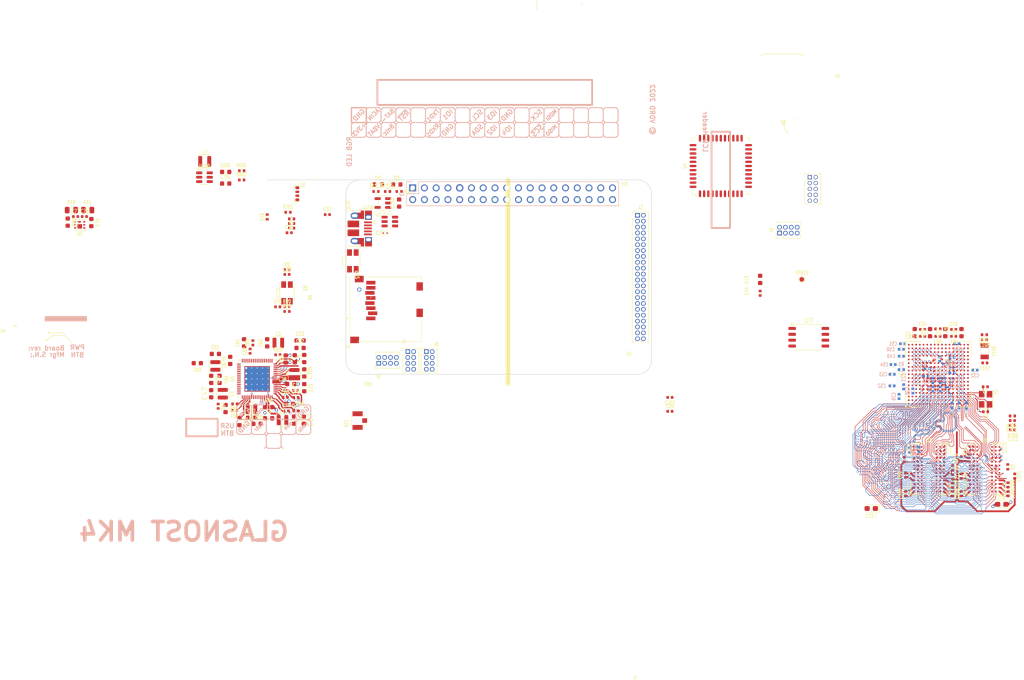
<source format=kicad_pcb>
(kicad_pcb (version 20241229) (generator "pcbnew") (generator_version "9.0")
  (layers (0 "F.Cu" signal) (4 "In1.Cu" power) (6 "In2.Cu" power) (2 "B.Cu" signal) (13 "F.Paste" user) (15 "B.Paste" user) (5 "F.SilkS" user "F.Silkscreen") (7 "B.SilkS" user "B.Silkscreen") (1 "F.Mask" user) (3 "B.Mask" user) (25 "Edge.Cuts" user))
  (net 0 "")
  (net 1 "GND")
  (net 2 "+3V0")
  (net 4 "/DDR3 Memory/svref")
  (net 5 "/IO Connectors/usb-d-")
  (net 6 "/IO Connectors/usb-d+")
  (net 7 "Net-(D1-GK)")
  (net 8 "/DDR3 Memory/ddr-ck+")
  (net 9 "/DDR3 Memory/ddr-ck-")
  (net 10 "/DDR3 Memory/ddr-dqs0+")
  (net 11 "/DDR3 Memory/ddr-dqs0-")
  (net 12 "/DDR3 Memory/ddr-dqs1+")
  (net 13 "/DDR3 Memory/ddr-dqs1-")
  (net 14 "/DDR3 Memory/ddr-dm0")
  (net 15 "/DDR3 Memory/ddr-dm1")
  (net 16 "Net-(D1-RK)")
  (net 17 "/DDR3 Memory/ddr-d1")
  (net 18 "/DDR3 Memory/ddr-d3")
  (net 19 "/DDR3 Memory/ddr-d7")
  (net 20 "/DDR3 Memory/ddr-d5")
  (net 21 "/DDR3 Memory/ddr-d12")
  (net 22 "/DDR3 Memory/ddr-d8")
  (net 23 "/DDR3 Memory/ddr-d14")
  (net 24 "/DDR3 Memory/ddr-d10")
  (net 25 "/DDR3 Memory/ddr-d11")
  (net 26 "/DDR3 Memory/ddr-d9")
  (net 27 "/DDR3 Memory/ddr-d13")
  (net 28 "/DDR3 Memory/ddr-d15")
  (net 29 "/DDR3 Memory/ddr-d4")
  (net 30 "/DDR3 Memory/ddr-d6")
  (net 31 "/DDR3 Memory/ddr-d2")
  (net 32 "/DDR3 Memory/ddr-d0")
  (net 33 "/DDR3 Memory/ddr-a9")
  (net 34 "/DDR3 Memory/ddr-rst")
  (net 35 "/DDR3 Memory/ddr-a7")
  (net 36 "/DDR3 Memory/ddr-a3")
  (net 37 "/DDR3 Memory/ddr-a2")
  (net 38 "/DDR3 Memory/ddr-a5")
  (net 39 "/DDR3 Memory/ddr-a13")
  (net 40 "/DDR3 Memory/ddr-we")
  (net 41 "/DDR3 Memory/ddr-ba2")
  (net 42 "/DDR3 Memory/ddr-ba0")
  (net 43 "/DDR3 Memory/ddr-a0")
  (net 44 "/DDR3 Memory/ddr-a11")
  (net 45 "/DDR3 Memory/ddr-a14")
  (net 46 "/DDR3 Memory/ddr-ras")
  (net 47 "/DDR3 Memory/ddr-cas")
  (net 48 "/DDR3 Memory/ddr-a4")
  (net 49 "+3V3")
  (net 50 "Net-(D1-BK)")
  (net 51 "/DDR3 Memory/ddr-a1")
  (net 52 "/DDR3 Memory/ddr-a6")
  (net 53 "/DDR3 Memory/ddr-a8")
  (net 54 "/DDR3 Memory/ddr-a10")
  (net 55 "BUTTON")
  (net 56 "USB0-D-")
  (net 57 "USB0-D+")
  (net 58 "~{RST}")
  (net 59 "SDC0-DET")
  (net 60 "SDC0-D2")
  (net 61 "SDC0-D3")
  (net 62 "SDC0-CMD")
  (net 63 "SDC0-CLK")
  (net 64 "SDC0-D0")
  (net 65 "SDC0-D1")
  (net 66 "+5V_USB")
  (net 67 "Net-(R9-Pad2)")
  (net 72 "LCD-D23")
  (net 73 "LCD-D22")
  (net 74 "LCD-D21")
  (net 75 "LCD-D20")
  (net 76 "LCD-DE")
  (net 77 "LCD-CLK")
  (net 78 "LCD-HSYNC")
  (net 79 "LCD-VSYNC")
  (net 81 "ACIN")
  (net 82 "VBAT")
  (net 83 "BAT_GND")
  (net 84 "BAT_NTC")
  (net 88 "UART1-TXD")
  (net 89 "UART1-RXD")
  (net 90 "GPIO1")
  (net 91 "UART0-TXD")
  (net 92 "UART0-RXD")
  (net 93 "I2C-SCL")
  (net 94 "I2C-SDA")
  (net 95 "GPIO3")
  (net 96 "GPIO2")
  (net 97 "UART2-TX")
  (net 98 "UART2-RX")
  (net 99 "GPIO4")
  (net 100 "SPI-CLK")
  (net 101 "SPI-CS")
  (net 102 "SPI-MOSI")
  (net 103 "SPI-MISO")
  (net 104 "CAN-TX")
  (net 105 "CAN-RX")
  (net 106 "GPIOA1")
  (net 107 "GPIOA2")
  (net 108 "GPIOA3")
  (net 109 "GPIOA4")
  (net 110 "GPIOA5")
  (net 111 "/DDR3 Memory/ddr-ba1")
  (net 112 "/DDR3 Memory/ddr-a12")
  (net 113 "USB0_ID")
  (net 114 "LED_RED")
  (net 115 "LED_GREEN")
  (net 116 "LED_BLUE")
  (net 117 "PWRON")
  (net 119 "+3V3_LDO")
  (net 120 "unconnected-(U2K-PHONEOUTN-PadN15)")
  (net 122 "RSB-SDA")
  (net 123 "RSB-SCK")
  (net 124 "LCD_BL")
  (net 126 "Net-(U4-GND-Pad1)")
  (net 132 "/AudioVideo/hpcom")
  (net 133 "/DDR3 Memory/ddr-a15")
  (net 135 "TOUCH-YD")
  (net 136 "TOUCH-XR")
  (net 155 "Net-(R20-Pad2)")
  (net 159 "LVDS1_V3-")
  (net 160 "LVDS1_CK-")
  (net 162 "/AudioVideo/hpoutr")
  (net 163 "/AudioVideo/hpoutl")
  (net 165 "LVDS1_V2-")
  (net 166 "LVDS1_V1-")
  (net 167 "/AudioVideo/vmic")
  (net 168 "/AudioVideo/micin")
  (net 169 "unconnected-(U2B-PB4-PadG14)")
  (net 173 "unconnected-(U2G-PG12-PadC15)")
  (net 178 "LVDS1_V0-")
  (net 179 "LVDS0_V3+")
  (net 180 "LVDS0_CK+")
  (net 181 "LVDS0_V2+")
  (net 182 "LVDS0_V1+")
  (net 183 "LVDS0_V0+")
  (net 186 "unconnected-(U2I-PL8-PadR13)")
  (net 187 "unconnected-(U2J-CLK32-KFOUT-PadR15)")
  (net 189 "LVDS0_V3-")
  (net 190 "LVDS0_CK-")
  (net 191 "LVDS0_V2-")
  (net 192 "LVDS0_V1-")
  (net 193 "LVDS0_V0-")
  (net 196 "/CPU Signals/lse-out")
  (net 197 "/CPU Signals/lse-in")
  (net 198 "unconnected-(U2I-PL9-PadP13)")
  (net 199 "unconnected-(U2B-PB7-PadF15)")
  (net 201 "unconnected-(U2B-PB6-PadF14)")
  (net 202 "/CPU Signals/hse-out")
  (net 203 "/CPU Signals/hse-in")
  (net 215 "/DDR3 Memory/ddr-odt0")
  (net 216 "/DDR3 Memory/ddr-odt1")
  (net 217 "/DDR3 Memory/ddr-cke1")
  (net 218 "/DDR3 Memory/ddr-cke0")
  (net 219 "/DDR3 Memory/ddr-cs0")
  (net 222 "VCC_DRAM")
  (net 223 "VCC_CORE")
  (net 224 "VCC_INT")
  (net 225 "unconnected-(U2I-PL4-PadR14)")
  (net 227 "LVDS1_V3+")
  (net 228 "LVDS1_CK+")
  (net 229 "LVDS1_V2+")
  (net 230 "LVDS1_V1+")
  (net 231 "LVDS1_V0+")
  (net 232 "TOUCH-YU")
  (net 233 "TOUCH-XL")
  (net 234 "LCD_RESET")
  (net 235 "unconnected-(U2H-PH4-PadD13)")
  (net 239 "unconnected-(U2B-PB5-PadG15)")
  (net 241 "unconnected-(U2I-PL5-PadP14)")
  (net 248 "unconnected-(U2G-PG13-PadC14)")
  (net 249 "unconnected-(U2H-PH5-PadC13)")
  (net 253 "Net-(U2A-DZQ)")
  (net 254 "Net-(U3-ZQ)")
  (net 255 "/DDR3 Memory/ddr-cs1")
  (net 260 "Net-(U5-ZQ)")
  (net 267 "SDC2-CLK")
  (net 268 "SDC2-CMD")
  (net 269 "SDC2-D3")
  (net 270 "SDC2-D1")
  (net 271 "SDC2-D2")
  (net 272 "SDC2-D0")
  (net 273 "/AudioVideo/hp_bp")
  (net 274 "/AudioVideo/vrp")
  (net 275 "/AudioVideo/vra1")
  (net 276 "/AudioVideo/vra2")
  (net 277 "VCC-SYS")
  (net 278 "VBUS-USB")
  (net 279 "Net-(U6A-ELDO1)")
  (net 280 "Net-(U6A-ELDO2)")
  (net 281 "Net-(U6B-DLDO1)")
  (net 282 "Net-(U6B-DLDO2)")
  (net 283 "Net-(U6C-ALDO1)")
  (net 284 "Net-(U6B-DLDO3)")
  (net 285 "Net-(U6B-DLDO4)")
  (net 286 "Net-(U6A-ELDO3)")
  (net 287 "Net-(U6G-LX1)")
  (net 288 "unconnected-(U6E-GPIO1-Pad31)")
  (net 290 "Net-(D3-K)")
  (net 291 "/CPU Power/rtcvio")
  (net 292 "NAND-RE")
  (net 293 "Net-(U2C-PC5)")
  (net 294 "NAND-DQ4")
  (net 295 "NAND-DQ2")
  (net 296 "NAND-DQ5")
  (net 297 "NAND-CLE")
  (net 298 "NAND-DQ6")
  (net 299 "NAND-CE0")
  (net 300 "NAND-DQS")
  (net 301 "NAND-RB0")
  (net 302 "NAND-RB1")
  (net 303 "NAND-ALE")
  (net 304 "NAND-CE1")
  (net 305 "NAND-DQ7")
  (net 306 "NAND-WE")
  (net 307 "NAND-DQ3")
  (net 308 "NAND-DQ0")
  (net 309 "NAND-DQ1")
  (net 310 "Net-(L6-Pad2)")
  (net 311 "VCC_USB")
  (net 312 "VCC_RTC")
  (net 313 "VCC_DSI")
  (net 314 "VCC_PD")
  (net 315 "VCC_IO")
  (net 316 "VCC_PLL")
  (net 317 "VCC_CPUS")
  (net 318 "unconnected-(U2K-HBIAS-PadJ14)")
  (net 319 "VCC_ANA")
  (net 320 "VCC_HP")
  (net 322 "unconnected-(U2K-AGND-PadH13)")
  (net 323 "DSI-CLK_N")
  (net 324 "DSI-D0_N")
  (net 325 "DSI-D1_P")
  (net 326 "DSI-D2_N")
  (net 327 "DSI-D2_P")
  (net 328 "DSI-CLK_P")
  (net 329 "DSI-D3_P")
  (net 330 "DSI-D0_P")
  (net 331 "DSI-D3_N")
  (net 332 "DSI-D1_N")
  (net 333 "VCC_DC4")
  (net 368 "Net-(Q2-G)")
  (net 369 "/PMIC & power rails/lx-bat")
  (net 370 "/PMIC & power rails/vbat-ext")
  (net 371 "Net-(U6E-VINT)")
  (net 372 "Net-(U6E-VREF)")
  (net 373 "Net-(U6E-VCC-RTC)")
  (net 374 "VCC_DLL")
  (net 375 "DC1-SW")
  (net 376 "PMIC_VBUSEN")
  (net 377 "PMIC_IRQ")
  (net 378 "PMIC_SCL")
  (net 379 "PMIC_SDA")
  (net 380 "/PMIC & power rails/pmic_led")
  (net 381 "IPS")
  (net 382 "Net-(U600-VOUT)")
  (net 383 "Net-(U600-SW)")
  (net 384 "Net-(U600-VFB)")
  (net 385 "PMU-VBUSEN")
  (net 387 "USB0_DET")
  (net 395 "/PMIC & power rails/lx2")
  (net 396 "/PMIC & power rails/lx3")
  (net 397 "/PMIC & power rails/lx4")
  (net 398 "/PMIC & power rails/lx5")
  (footprint "Crystal:Crystal_SMD_3225-4Pin_3.2x2.5mm" (layer "F.Cu") (at 238.2 105.4 90)
    (property "Reference" "Y1")
    (property "Value" "24MHz")
  )
  (footprint "Capacitor_SMD:C_0402_1005Metric" (layer "F.Cu") (at 170 105 180)
    (property "Reference" "C222")
    (property "Value" "100nF")
  )
  (footprint "Button_Switch_SMD:SW_SPST_EVQP7C" (layer "F.Cu") (at 87.275 82.42 -90)
    (property "Reference" "SW1")
    (property "Value" "SW_Push")
  )
  (footprint "Capacitor_SMD:C_0603_1608Metric" (layer "F.Cu") (at 71.8 95.6)
    (property "Reference" "C81")
    (property "Value" "10uF")
  )
  (footprint "MountingHole:MountingHole_2.7mm_M2.5_DIN965" (layer "F.Cu") (at 163 97 45)
    (property "Reference" "H2")
    (property "Value" "MountingHole")
  )
  (footprint "Capacitor_SMD:C_0402_1005Metric" (layer "F.Cu") (at 224.6 91.8 180)
    (property "Reference" "C14")
    (property "Value" "100nF")
  )
  (footprint "Capacitor_SMD:C_0402_1005Metric" (layer "F.Cu") (at 231.1 124 -90)
    (property "Reference" "C207")
    (property "Value" "100nF")
  )
  (footprint "Capacitor_SMD:C_0402_1005Metric" (layer "F.Cu") (at 43.5 65.925)
    (property "Reference" "C78")
    (property "Value" "1uF")
  )
  (footprint "Connector_Coaxial:U.FL_Hirose_U.FL-R-SMT-1_Vertical" (layer "F.Cu") (at 103 110 180)
    (property "Reference" "AE1")
    (property "Value" "Antenna_Shield")
  )
  (footprint "MountingHole:MountingHole_2.7mm_M2.5_DIN965" (layer "F.Cu") (at 163 61)
    (property "Reference" "H3")
    (property "Value" "MountingHole")
  )
  (footprint "Capacitor_SMD:C_0402_1005Metric" (layer "F.Cu") (at 86.9 105)
    (property "Reference" "C68")
    (property "Value" "4.7uF")
  )
  (footprint "Resistor_SMD:R_0805_2012Metric" (layer "F.Cu") (at 44.2 64.525)
    (property "Reference" "R11")
    (property "Value" "10m")
  )
  (footprint "Package_SO:SOIC-8_5.3x5.3mm_P1.27mm" (layer "F.Cu") (at 200 92)
    (property "Reference" "U7")
    (property "Value" "W25Q128JVS")
  )
  (footprint "Resistor_SMD:R_0805_2012Metric" (layer "F.Cu") (at 40.7 64.525)
    (property "Reference" "R10")
    (property "Value" "10m")
  )
  (footprint "Capacitor_SMD:C_0603_1608Metric" (layer "F.Cu") (at 70.9 104.2 90)
    (property "Reference" "C47")
    (property "Value" "10uF")
  )
  (footprint "Capacitor_SMD:C_0603_1608Metric" (layer "F.Cu") (at 90.1 92.7)
    (property "Reference" "C33")
    (property "Value" "10uF")
  )
  (footprint "Capacitor_SMD:C_0603_1608Metric" (layer "F.Cu") (at 74 107.4 -90)
    (property "Reference" "C31")
    (property "Value" "10uF")
  )
  (footprint "Inductor_SMD:L_APV_ANR252010" (layer "F.Cu") (at 88.9 99.9 90)
    (property "Reference" "L2")
    (property "Value" "1.5uH")
  )
  (footprint "Capacitor_SMD:C_0402_1005Metric" (layer "F.Cu") (at 76 106.4 180)
    (property "Reference" "C65")
    (property "Value" "4.7uF")
  )
  (footprint "MountingHole:MountingHole_2.7mm_M2.5_DIN965" (layer "F.Cu") (at 103 61 -45)
    (property "Reference" "H1")
    (property "Value" "MountingHole")
  )
  (footprint "Capacitor_SMD:C_0603_1608Metric" (layer "F.Cu") (at 88.1 102.1)
    (property "Reference" "C28")
    (property "Value" "10uF")
  )
  (footprint "Resistor_SMD:R_0402_1005Metric" (layer "F.Cu") (at 77.49 58.01)
    (property "Reference" "R602")
    (property "Value" "562k")
  )
  (footprint "Resistor_SMD:R_0402_1005Metric" (layer "F.Cu") (at 109 60.5)
    (property "Reference" "R14")
    (property "Value" "100k")
  )
  (footprint "Capacitor_SMD:C_0603_1608Metric" (layer "F.Cu") (at 189.5 79.5 -90)
    (property "Reference" "C43")
    (property "Value" "10uF")
  )
  (footprint "Capacitor_SMD:C_0603_1608Metric" (layer "F.Cu") (at 87.8 106.4)
    (property "Reference" "C69")
    (property "Value" "10uF")
  )
  (footprint "Capacitor_SMD:C_0603_1608Metric" (layer "F.Cu") (at 90.9 109.9 -90)
    (property "Reference" "C87")
    (property "Value" "10uF")
  )
  (footprint "Capacitor_SMD:C_0603_1608Metric" (layer "F.Cu") (at 67.9 97.6 180)
    (property "Reference" "C60")
    (property "Value" "10uF")
  )
  (footprint "Capacitor_SMD:C_0603_1608Metric" (layer "F.Cu") (at 83 93.2 90)
    (property "Reference" "C62")
    (property "Value" "10uF")
  )
  (footprint "Capacitor_SMD:C_0402_1005Metric" (layer "F.Cu") (at 89.2 105)
    (property "Reference" "C75")
    (property "Value" "4.7uF")
  )
  (footprint "Capacitor_SMD:C_0402_1005Metric" (layer "F.Cu") (at 243.099999 123.9 -90)
    (property "Reference" "C209")
    (property "Value" "100nF")
  )
  (footprint "Resistor_SMD:R_0603_1608Metric" (layer "F.Cu") (at 107 59)
    (property "Reference" "TH1")
    (property "Value" "Thermistor")
  )
  (footprint "Connector_PinHeader_1.27mm:PinHeader_2x04_P1.27mm_Vertical" (layer "F.Cu") (at 117.375 95.1)
    (property "Reference" "J8")
    (property "Value" "Conn_02x04_Odd_Even")
  )
  (footprint "Capacitor_SMD:C_0603_1608Metric" (layer "F.Cu") (at 83.3 107.1)
    (property "Reference" "C48")
    (property "Value" "10uF")
  )
  (footprint "Connector_PinHeader_1.27mm:PinHeader_2x04_P1.27mm_Vertical" (layer "F.Cu") (at 193.69 69.5 90)
    (property "Reference" "J9")
    (property "Value" "Conn_02x04_Odd_Even")
  )
  (footprint "Capacitor_SMD:C_0402_1005Metric" (layer "F.Cu") (at 231.3 91.8 180)
    (property "Reference" "C8")
    (property "Value" "100nF")
  )
  (footprint "Capacitor_SMD:C_0402_1005Metric" (layer "F.Cu") (at 232.9 122 90)
    (property "Reference" "C204")
    (property "Value" "100nF")
  )
  (footprint "Package_TO_SOT_SMD:SOT-23-6" (layer "F.Cu") (at 69.45 57.425)
    (property "Reference" "U600")
    (property "Value" "MCP1640CH")
  )
  (footprint "Capacitor_SMD:C_0402_1005Metric" (layer "F.Cu") (at 232.95 118.25 90)
    (property "Reference" "C216")
    (property "Value" "100nF")
  )
  (footprint "Capacitor_SMD:C_0603_1608Metric" (layer "F.Cu") (at 91 99.7 90)
    (property "Reference" "C86")
    (property "Value" "10uF")
  )
  (footprint "Package_TO_SOT_SMD:SOT-23-6" (layer "F.Cu") (at 109.5 67)
    (property "Reference" "U1")
    (property "Value" "USBLC6-2P6")
  )
  (footprint "Inductor_SMD:L_Wuerth_MAPI-2510" (layer "F.Cu") (at 69.5 54)
    (property "Reference" "L7")
    (property "Value" "4.7uH")
  )
  (footprint "Capacitor_SMD:C_0402_1005Metric" (layer "F.Cu") (at 85.3 95.8)
    (property "Reference" "C83")
    (property "Value" "1uF")
  )
  (footprint "Capacitor_SMD:C_0402_1005Metric" (layer "F.Cu") (at 79.3 95 90)
    (property "Reference" "C82")
    (property "Value" "1uF")
  )
  (footprint "Capacitor_SMD:C_0603_1608Metric" (layer "F.Cu") (at 229.5 91 90)
    (property "Reference" "C27")
    (property "Value" "10uF")
  )
  (footprint "Capacitor_SMD:C_0402_1005Metric" (layer "F.Cu") (at 224.6 90.3)
    (property "Reference" "C24")
    (property "Value" "100nF")
  )
  (footprint "Capacitor_SMD:C_0402_1005Metric" (layer "F.Cu") (at 227.9 91.8 180)
    (property "Reference" "C58")
    (property "Value" "100nF")
  )
  (footprint "Capacitor_SMD:C_0402_1005Metric" (layer "F.Cu") (at 87.275 78.42)
    (property "Reference" "C38")
    (property "Value" "100nF")
  )
  (footprint "Resistor_SMD:R_0402_1005Metric" (layer "F.Cu") (at 244 109)
    (property "Reference" "R201")
    (property "Value" "2.2k")
  )
  (footprint "Capacitor_SMD:C_0603_1608Metric" (layer "F.Cu") (at 233 91 90)
    (property "Reference" "C6")
    (property "Value" "10uF")
  )
  (footprint "Capacitor_SMD:C_0402_1005Metric" (layer "F.Cu") (at 231.3 90.3)
    (property "Reference" "C18")
    (property "Value" "1uF")
  )
  (footprint "Inductor_SMD:L_APV_ANR252010" (layer "F.Cu") (at 71.8 98.2 -90)
    (property "Reference" "L6")
    (property "Value" "1.5uH")
  )
  (footprint "Capacitor_SMD:C_0402_1005Metric" (layer "F.Cu") (at 87.1 107.9)
    (property "Reference" "C74")
    (property "Value" "4.7uF")
  )
  (footprint "Connector_PinHeader_1.27mm:PinHeader_2x04_P1.27mm_Vertical" (layer "F.Cu") (at 107.1 97.625 90)
    (property "Reference" "J6")
    (property "Value" "Conn_02x04_Odd_Even")
  )
  (footprint "Package_TO_SOT_SMD:SOT-23-5" (layer "F.Cu") (at 108 63 180)
    (property "Reference" "U700")
    (property "Value" "AP22811")
  )
  (footprint "Resistor_SMD:R_0402_1005Metric" (layer "F.Cu") (at 231.1 120.2 90)
    (property "Reference" "R4")
    (property "Value" "240")
  )
  (footprint "Capacitor_SMD:C_0402_1005Metric" (layer "F.Cu") (at 41.6 65.925)
    (property "Reference" "C77")
    (property "Value" "1uF")
  )
  (footprint "Capacitor_SMD:C_0603_1608Metric" (layer "F.Cu") (at 79.6 109.4)
    (property "Reference" "C57")
    (property "Value" "10uF")
  )
  (footprint "Capacitor_SMD:C_0402_1005Metric" (layer "F.Cu") (at 89.2 107.9)
    (property "Reference" "C73")
    (property "Value" "4.7uF")
  )
  (footprint "Capacitor_SMD:C_0603_1608Metric" (layer "F.Cu") (at 39.9 67.125 -90)
    (property "Reference" "C80")
    (property "Value" "10uF")
  )
  (footprint "winbond:BGA-78_9x13_9.0x10.5mm" (layer "F.Cu") (at 225.999999 120.5)
    (property "Reference" "U3")
    (property "Value" "DDR3L-x8")
  )
  (footprint "Capacitor_SMD:C_0603_1608Metric" (layer "F.Cu") (at 72.7 101.1 -90)
    (property "Reference" "C66")
    (property "Value" "10uF")
  )
  (footprint "Capacitor_SMD:C_0603_1608Metric" (layer "F.Cu") (at 88.8 109.9 -90)
    (property "Reference" "C2")
    (property "Value" "10uF")
  )
  (footprint "Capacitor_SMD:C_0402_1005Metric" (layer "F.Cu") (at 79.9 93.2 90)
    (property "Reference" "C84")
    (property "Value" "4.7uF")
  )
  (footprint "Capacitor_SMD:C_0402_1005Metric" (layer "F.Cu") (at 96 65.5)
    (property "Reference" "C37")
    (property "Value" "100nF")
  )
  (footprint "Inductor_SMD:L_APV_ANR252010" (layer "F.Cu") (at 79.6 107.5 180)
    (property "Reference" "L5")
    (property "Value" "1.5uH")
  )
  (footprint "MountingHole:MountingHole_2.7mm_M2.5_DIN965" (layer "F.Cu") (at 103 97 -135)
    (property "Reference" "H4")
    (property "Value" "MountingHole")
  )
  (footprint "Capacitor_SMD:C_0603_1608Metric" (layer "F.Cu") (at 80.8 110.7)
    (property "Reference" "C88")
    (property "Value" "10uF")
  )
  (footprint "Capacitor_SMD:C_0402_1005Metric" (layer "F.Cu") (at 76 107.8 180)
    (property "Reference" "C67")
    (property "Value" "4.7uF")
  )
  (footprint "Capacitor_SMD:C_0603_1608Metric" (layer "F.Cu") (at 45 67.225 -90)
    (property "Reference" "C79")
    (property "Value" "10uF")
  )
  (footprint "Capacitor_SMD:C_0402_1005Metric" (layer "F.Cu") (at 238.15 102.7)
    (property "Reference" "C7")
    (property "Value" "22pF")
  )
  (footprint "Resistor_SMD:R_0402_1005Metric" (layer "F.Cu") (at 77.49 56.02)
    (property "Reference" "R601")
    (property "Value" "976k")
  )
  (footprint "Resistor_SMD:R_0402_1005Metric" (layer "F.Cu") (at 243 120 -90)
    (property "Reference" "R5")
    (property "Value" "240")
  )
  (footprint "Capacitor_Tantalum_SMD:CP_EIA-2012-15_AVX-P" (layer "F.Cu") (at 213.5 129 180)
    (property "Reference" "C217")
    (property "Value" "22uF")
  )
  (footprint "Capacitor_SMD:C_0402_1005Metric" (layer "F.Cu") (at 237.95 92.500001 180)
    (property "Reference" "C108")
    (property "Value" "22pF")
  )
  (footprint "Resistor_SMD:R_0402_1005Metric" (layer "F.Cu") (at 87.5 65)
    (property "Reference" "R701")
    (property "Value" "100K")
  )
  (footprint "Capacitor_SMD:C_0603_1608Metric" (layer "F.Cu") (at 226.2 91 90)
    (property "Reference" "C12")
    (property "Value" "4.7uF")
  )
  (footprint "Package_SON:Texas_DQK" (layer "F.Cu") (at 42.5 67.725 180)
    (property "Reference" "Q2")
    (property "Value" "CSD25302Q2")
  )
  (footprint "Capacitor_SMD:C_0402_1005Metric" (layer "F.Cu") (at 244 112 180)
    (property "Reference" "C213")
    (property "Value" "100nF")
  )
  (footprint "Capacitor_SMD:C_0402_1005Metric" (layer "F.Cu") (at 170 108)
    (property "Reference" "C35")
    (property "Value" "100nF")
  )
  (footprint "Capacitor_SMD:C_0603_1608Metric" (layer "F.Cu") (at 77 110.2 -90)
    (property "Reference" "C85")
    (property "Value" "10uF")
  )
  (footprint "Capacitor_SMD:C_0603_1608Metric" (layer "F.Cu") (at 222.9 91 90)
    (property "Reference" "C21")
    (property "Value" "10uF")
  )
  (footprint "Inductor_SMD:L_APV_ANR252010" (layer "F.Cu") (at 85.4 93.2)
    (property "Reference" "L3")
    (property "Value" "1.5uH")
  )
  (footprint "LED_SMD:LED_0603_1608Metric" (layer "F.Cu") (at 111 59)
    (property "Reference" "D3")
    (property "Value" "LED_Small")
  )
  (footprint "Capacitor_SMD:C_0603_1608Metric" (layer "F.Cu") (at 111.5 63 90)
    (property "Reference" "C702")
    (property "Value" "10uF")
  )
  (footprint "winbond:BGA-78_9x13_9.0x10.5mm" (layer "F.Cu") (at 238 120.5)
    (property "Reference" "U5")
    (property "Value" "DDR3L-x8")
  )
  (footprint "Resistor_SMD:R_0402_1005Metric" (layer "F.Cu") (at 87.275 86.42)
    (property "Reference" "R19")
    (property "Value" "100k")
  )
  (footprint "Capacitor_SMD:C_0603_1608Metric" (layer "F.Cu") (at 88.95 96.65 90)
    (property "Reference" "C71")
    (property "Value" "10uF")
  )
  (footprint "Resistor_SMD:R_0402_1005Metric" (layer "F.Cu") (at 87.275 77.42)
    (property "Reference" "R9")
    (property "Value" "1k")
  )
  (footprint "gct:MEM20610118800A" (layer "F.Cu") (at 105.3875 80.215 -90)
    (property "Reference" "J1")
    (property "Value" "Micro_SD_Card_Det" (hide yes))
  )
  (footprint "Capacitor_SMD:C_0402_1005Metric" (layer "F.Cu") (at 72.4 106.9 -90)
    (property "Reference" "C64")
    (property "Value" "4.7uF")
  )
  (footprint "Capacitor_SMD:C_0402_1005Metric" (layer "F.Cu") (at 238.05 97.55 180)
    (property "Reference" "C107")
    (property "Value" "22pF")
  )
  (footprint "TestPoint:TestPoint_Pad_D1.0mm" (layer "F.Cu") (at 198.5 79.5)
    (property "Reference" "TP913")
    (property "Value" "TestPoint")
  )
  (footprint "Capacitor_SMD:C_0603_1608Metric" (layer "F.Cu") (at 91 102.9 -90)
    (property "Reference" "C29")
    (property "Value" "10uF")
  )
  (footprint "Resistor_SMD:R_0402_1005Metric" (layer "F.Cu") (at 106.5 60.5)
    (property "Reference" "R13")
    (property "Value" "47k")
  )
  (footprint "Capacitor_SMD:C_0402_1005Metric" (layer "F.Cu") (at 89.1 103.5)
    (property "Reference" "C1")
    (property "Value" "4.7uF")
  )
  (footprint "Capacitor_SMD:C_0402_1005Metric" (layer "F.Cu") (at 244 110 180)
    (property "Reference" "C214")
    (property "Value" "100nF")
  )
  (footprint "Resistor_SMD:R_0402_1005Metric" (layer "F.Cu") (at 88.275 66.42 180)
    (property "Reference" "R8")
    (property "Value" "180")
  )
  (footprint "Capacitor_SMD:C_0402_1005Metric" (layer "F.Cu") (at 87.755 69.42)
    (property "Reference" "C36")
    (property "Value" "1uF")
  )
  (footprint "MountingHole:MountingHole_2.7mm_M2.5_DIN965" (layer "F.Cu") (at 197.5 46.5)
    (property "Reference" "H5")
    (property "Value" "MountingHole")
  )
  (footprint "Capacitor_SMD:C_0402_1005Metric" (layer "F.Cu") (at 220.9 121.8 90)
    (property "Reference" "C59")
    (property "Value" "100nF")
  )
  (footprint "Capacitor_SMD:C_0603_1608Metric" (layer "F.Cu") (at 75 97 90)
    (property "Reference" "C46")
    (property "Value" "10uF")
  )
  (footprint "Capacitor_SMD:C_0402_1005Metric" (layer "F.Cu") (at 189.5 82.5 -90)
    (property "Reference" "C44")
    (property "Value" "100nF")
  )
  (footprint "Capacitor_SMD:C_0603_1608Metric" (layer "F.Cu") (at 74.03 56.28)
    (property "Reference" "C601")
    (property "Value" "10uF")
  )
  (footprint "sdio:lga44_12x12mm_P0.9" (layer "F.Cu") (at 181 55 90)
    (property "Reference" "U4")
    (property "Value" "AP6255")
  )
  (footprint "Capacitor_SMD:C_0603_1608Metric" (layer "F.Cu") (at 87 96.7 90)
    (property "Reference" "C63")
    (property "Value" "10uF")
  )
  (footprint "Inductor_SMD:L_APV_ANR252010" (layer "F.Cu") (at 86.3 109.9)
    (property "Reference" "L1")
    (property "Value" "1.5uH")
  )
  (footprint "Capacitor_SMD:C_0603_1608Metric" (layer "F.Cu") (at 70.9 101.1 -90)
    (property "Reference" "C76")
    (property "Value" "10uF")
  )
  (footprint "Connector_PinHeader_1.27mm:PinHeader_2x05_P1.27mm_Vertical" (layer "F.Cu") (at 200.23 57.42)
    (property "Reference" "J5")
    (property "Value" "Conn_02x05_Odd_Even")
  )
  (footprint "Resistor_SMD:R_0402_1005Metric" (layer "F.Cu") (at 227.9 90.2)
    (property "Reference" "R2")
    (property "Value" "200k")
  )
  (footprint "Capacitor_SMD:C_0603_1608Metric" (layer "F.Cu") (at 91 96.6 90)
    (property "Reference" "C70")
    (property "Value" "10uF")
  )
  (footprint "Capacitor_SMD:C_0402_1005Metric" (layer "F.Cu") (at 232.9 125.8 -90)
    (property "Reference" "C201")
    (property "Value" "100nF")
  )
  (footprint "Connector_PinHeader_1.27mm:PinHeader_2x04_P1.27mm_Vertical" (layer "F.Cu") (at 113.375 95.1)
    (property "Reference" "J7")
    (property "Value" "Conn_02x04_Odd_Even")
  )
  (footprint "Inductor_SMD:L_APV_ANR252010" (layer "F.Cu") (at 73.4 104.2 -90)
    (property "Reference" "L4")
    (property "Value" "1.5uH")
  )
  (footprint "Resistor_SMD:R_0402_1005Metric" (layer "F.Cu") (at 237.949999 91.45 180)
    (property "Reference" "R101")
    (property "Value" "10M")
  )
  (footprint "Capacitor_SMD:C_0402_1005Metric" (layer "F.Cu") (at 85.275 85.42)
    (property "Reference" "C45")
    (property "Value" "100nF")
  )
  (footprint "Capacitor_SMD:C_0603_1608Metric" (layer "F.Cu") (at 90.1 94.3)
    (property "Reference" "C72")
    (property "Value" "10uF")
  )
  (footprint "Capacitor_SMD:C_0603_1608Metric" (layer "F.Cu") (at 83.3 109.5)
    (property "Reference" "C4")
    (property "Value" "10uF")
  )
  (footprint "Connector_USB:USB_Micro-B_Amphenol_10103594-0001LF_Horizontal" (layer "F.Cu") (at 103 68.5 -90)
    (property "Reference" "J4")
    (property "Value" "USB_B_Micro")
  )
  (footprint "Capacitor_SMD:C_0402_1005Metric" (layer "F.Cu") (at 244.500001 122 90)
    (property "Reference" "C215")
    (property "Value" "100nF")
  )
  (footprint "Button_Switch_SMD:SW_SPST_EVQP7C" (layer "F.Cu") (at 101.5 75.5 -90)
    (property "Reference" "SW2")
    (property "Value" "SW_Push")
  )
  (footprint "Connector_PinHeader_1.27mm:PinHeader_2x22_P1.27mm_Vertical" (layer "F.Cu") (at 163 65.65)
    (property "Reference" "J2")
    (property "Value" "Conn_02x22_Odd_Even")
  )
  (footprint "xpowers:QFN-68-1EP_8x8mm_P0.4mm_EP5.5x5.5mm_ThermalVias" (layer "F.Cu") (at 80.825001 101 90)
    (property "Reference" "U6")
    (property "Value" "AXP223")
  )
  (footprint "Capacitor_SMD:C_0402_1005Metric" (layer "F.Cu") (at 238.2 108.1 180)
    (property "Reference" "C3")
    (property "Value" "22pF")
  )
  (footprint "Capacitor_SMD:C_0603_1608Metric" (layer "F.Cu") (at 78 93.2 90)
    (property "Reference" "C61")
    (property "Value" "10uF")
  )
  (footprint "Capacitor_SMD:C_0402_1005Metric" (layer "F.Cu") (at 220.9 125.8 -90)
    (property "Reference" "C202")
    (property "Value" "100nF")
  )
  (footprint "Capacitor_Tantalum_SMD:CP_EIA-2012-15_AVX-P" (layer "F.Cu") (at 241.699999 128.1 180)
    (property "Reference" "C210")
    (property "Value" "22uF")
  )
  (footprint "Resistor_SMD:R_0402_1005Metric" (layer "F.Cu") (at 83 66 90)
    (property "Reference" "R16")
    (property "Value" "47k")
  )
  (footprint "Crystal:Crystal_SMD_3215-2Pin_3.2x1.5mm" (layer "F.Cu") (at 238 95 -90)
    (property "Reference" "Y100")
    (property "Value" "Crystal_Small")
  )
  (footprint "Capacitor_SMD:C_0603_1608Metric" (layer "F.Cu") (at 74.03 58.79)
    (property "Reference" "C701")
    (property "Value" "10uF")
  )
  (footprint "Capacitor_SMD:C_0402_1005Metric" (layer "F.Cu") (at 243.099999 125.8 -90)
    (property "Reference" "C203")
    (property "Value" "100nF")
  )
  (footprint "Resistor_SMD:R_0402_1005Metric" (layer "F.Cu") (at 111.5 60.5)
    (property "Reference" "R12")
    (property "Value" "2.2k")
  )
  (footprint "allwinner:BGA-282_17x17_14.0x14.0mm" (layer "F.Cu") (at 228 100 90)
    (property "Reference" "U2")
    (property "Value" "A33")
  )
  (footprint "Resistor_SMD:R_0402_1005Metric" (layer "F.Cu") (at 88.275 67.42)
    (property "Reference" "R6")
    (property "Value" "180")
  )
  (footprint "Capacitor_SMD:C_0402_1005Metric" (layer "F.Cu") (at 231.1 122.200001 90)
    (property "Reference" "C211")
    (property "Value" "100nF")
  )
  (footprint "Capacitor_SMD:C_0402_1005Metric" (layer "F.Cu") (at 220.65 118.4 90)
    (property "Reference" "C212" (hide yes))
    (property "Value" "100nF")
  )
  (footprint "Diode_SMD:D_SOD-923" (layer "F.Cu") (at 108.5 69.5)
    (property "Reference" "D2")
    (property "Value" "ESD9B5.0ST5G")
  )
  (footprint "Resistor_SMD:R_0402_1005Metric" (layer "F.Cu") (at 244 111)
    (property "Reference" "R200")
    (property "Value" "2.2k")
  )
  (footprint "led:rgb-1204" (layer "F.Cu") (at 89 61 90)
    (property "Reference" "D1")
    (property "Value" "LED_RGBA")
  )
  (footprint "Resistor_SMD:R_0402_1005Metric" (layer "F.Cu") (at 88.275 68.42)
    (property "Reference" "R7")
    (property "Value" "180")
  )
  (footprint "Resistor_SMD:R_0402_1005Metric" (layer "F.Cu") (at 87.275 85.42)
    (property "Reference" "R20")
    (property "Value" "6.8k")
  )
  (footprint "Capacitor_SMD:C_0402_1005Metric" (layer "F.Cu") (at 231.1 125.8 -90)
    (property "Reference" "C205")
    (property "Value" "100nF")
  )
  (footprint "Capacitor_SMD:C_0402_1005Metric" (layer "B.Cu") (at 232.5 106.7 -90)
    (property "Reference" "C11")
    (property "Value" "100nF")
  )
  (footprint "Capacitor_SMD:C_0402_1005Metric" (layer "B.Cu") (at 218 102.5)
    (property "Reference" "C52")
    (property "Value" "100nF")
  )
  (footprint "Capacitor_SMD:C_0402_1005Metric" (layer "B.Cu") (at 230.9 106.7 -90)
    (property "Reference" "C39")
    (property "Value" "100nF")
  )
  (footprint "Capacitor_SMD:C_0402_1005Metric" (layer "B.Cu") (at 228.3 96.700001 -90)
    (property "Reference" "C13")
    (property "Value" "100nF")
  )
  (footprint "Capacitor_SMD:C_0402_1005Metric" (layer "B.Cu") (at 235.92 99.1)
    (property "Reference" "C32")
    (property "Value" "100nF")
  )
  (footprint "Capacitor_SMD:C_0402_1005Metric" (layer "B.Cu") (at 218.02 100)
    (property "Reference" "C53")
    (property "Value" "100nF")
  )
  (footprint "Capacitor_SMD:C_0402_1005Metric" (layer "B.Cu") (at 219.5 104.8 -90)
    (property "Reference" "C26")
    (property "Value" "1uF")
  )
  (footprint "Capacitor_SMD:C_0402_1005Metric" (layer "B.Cu") (at 220 94.6)
    (property "Reference" "C50")
    (property "Value" "1uF")
  )
  (footprint "Capacitor_SMD:C_0402_1005Metric" (layer "B.Cu") (at 222.5 103.6 -90)
    (property "Reference" "C20")
    (property "Value" "4.7uF")
  )
  (footprint "Capacitor_SMD:C_0402_1005Metric" (layer "B.Cu") (at 232 93.4)
    (property "Reference" "C56")
    (property "Value" "100nF")
  )
  (footprint "Capacitor_SMD:C_0402_1005Metric" (layer "B.Cu") (at 228.4 101.4 90)
    (property "Reference" "C16")
    (property "Value" "1uF")
  )
  (footprint "Capacitor_SMD:C_0402_1005Metric" (layer "B.Cu") (at 228.4 103.2 90)
    (property "Reference" "C9")
    (property "Value" "100nF")
  )
  (footprint "Resistor_SMD:R_0402_1005Metric" (layer "B.Cu") (at 234.1 106.7 90)
    (property "Reference" "R1")
    (property "Value" "240")
  )
  (footprint "Capacitor_SMD:C_0201_0603Metric" (layer "B.Cu") (at 230.4 102.8 180)
    (property "Reference" "C40")
    (property "Value" "100nF")
  )
  (footprint "Capacitor_SMD:C_0402_1005Metric" (layer "B.Cu") (at 231 96.4)
    (property "Reference" "C19")
    (property "Value" "4.7uF")
  )
  (footprint "Resistor_SMD:R_0402_1005Metric" (layer "B.Cu") (at 220 99 180)
    (property "Reference" "R3")
    (property "Value" "33")
  )
  (footprint "Capacitor_SMD:C_0402_1005Metric" (layer "B.Cu") (at 226.799999 101.4 90)
    (property "Reference" "C10")
    (property "Value" "100nF")
  )
  (footprint "Capacitor_SMD:C_0201_0603Metric" (layer "B.Cu") (at 231 97.6 -90)
    (property "Reference" "C30")
    (property "Value" "100nF")
  )
  (footprint "Capacitor_SMD:C_0402_1005Metric" (layer "B.Cu") (at 231 98.7)
    (property "Reference" "C41")
    (property "Value" "100nF")
  )
  (footprint "Capacitor_SMD:C_0402_1005Metric" (layer "B.Cu") (at 230.799999 101.4 90)
    (property "Reference" "C15")
    (property "Value" "4.7uF")
  )
  (footprint "Capacitor_SMD:C_0402_1005Metric" (layer "B.Cu") (at 226.8 103.2 -90)
    (property "Reference" "C17")
    (property "Value" "4.7uF")
  )
  (footprint "Capacitor_SMD:C_0402_1005Metric" (layer "B.Cu") (at 220 96.1)
    (property "Reference" "C49")
    (property "Value" "1uF")
  )
  (footprint "Connector_PinHeader_2.54mm:PinHeader_2x18_P2.54mm_Vertical" (layer "B.Cu") (at 114.425 59.725 -90)
    (property "Reference" "J3")
    (property "Value" "Conn_02x18_Odd_Even")
  )
  (footprint "Capacitor_SMD:C_0402_1005Metric" (layer "B.Cu") (at 231 99.7 180)
    (property "Reference" "C22")
    (property "Value" "1uF")
  )
  (footprint "Capacitor_SMD:C_0201_0603Metric" (layer "B.Cu") (at 230.4 104 -45)
    (property "Reference" "C55")
    (property "Value" "100nF")
  )
  (footprint "Capacitor_SMD:C_0402_1005Metric" (layer "B.Cu") (at 221.65 116.4 90)
    (property "Reference" "C206")
    (property "Value" "100nF")
  )
  (footprint "Capacitor_SMD:C_0402_1005Metric" (layer "B.Cu") (at 229.6 97.8 180)
    (property "Reference" "C5")
    (property "Value" "100nF")
  )
  (footprint "Capacitor_SMD:C_0402_1005Metric" (layer "B.Cu") (at 225.6 98.8)
    (property "Reference" "C42")
    (property "Value" "1uF")
  )
  (footprint "Capacitor_SMD:C_0402_1005Metric" (layer "B.Cu") (at 218.22 97.9)
    (property "Reference" "C54")
    (property "Value" "1nF")
  )
  (footprint "Capacitor_SMD:C_0402_1005Metric" (layer "B.Cu") (at 223.8 116.25 -90)
    (property "Reference" "C223")
    (property "Value" "100nF")
  )
  (footprint "Capacitor_SMD:C_0402_1005Metric" (layer "B.Cu") (at 229.3 101.4 90)
    (property "Reference" "C25")
    (property "Value" "1uF")
  )
  (footprint "Capacitor_SMD:C_0402_1005Metric" (layer "B.Cu") (at 220.28 93.4)
    (property "Reference" "C51")
    (property "Value" "1uF")
  )
  (footprint "Capacitor_SMD:C_0402_1005Metric" (layer "B.Cu") (at 225.3 100.4)
    (property "Reference" "C34")
    (property "Value" "100nF")
  )
  (footprint "Capacitor_SMD:C_0402_1005Metric" (layer "B.Cu") (at 220.5 102.7 -90)
    (property "Reference" "C23")
    (property "Value" "1uF")
  )
  (gr_line (start 28.4 89.4) (end 28.4 89.6) (stroke (width 0.127)) (layer "F.SilkS"))
  (gr_circle (center 151 20.1) (end 151 20.2) (stroke (width 0.127)) (fill no) (layer "F.SilkS"))
  (gr_line (start 40.7 93.15) (end 39.4 91.65) (stroke (width 0.127)) (layer "F.SilkS"))
  (gr_line (start 35.2 92.55) (end 35.4 92.75) (stroke (width 0.127)) (layer "F.SilkS"))
  (gr_line (start 198.720001 31.2) (end 198.720001 31) (stroke (width 0.127)) (layer "F.SilkS"))
  (gr_line (start 194.9 45.2) (end 194.699999 45.2) (stroke (width 0.127)) (layer "F.SilkS"))
  (gr_line (start 195.3 47.6) (end 194.7 47) (stroke (width 0.127)) (layer "F.SilkS"))
  (gr_line (start 194.7 47) (end 194.7 45.6) (stroke (width 0.127)) (layer "F.SilkS"))
  (gr_line (start 28.4 89.4) (end 28.6 89.4) (stroke (width 0.127)) (layer "F.SilkS"))
  (gr_line (start 194.7 45.6) (end 194.699999 45.5) (stroke (width 0.127)) (layer "F.SilkS"))
  (gr_line (start 189.620001 31.3) (end 190.120001 30.8) (stroke (width 0.127)) (layer "F.SilkS"))
  (gr_line (start 35.2 92.75) (end 35.4 92.75) (stroke (width 0.127)) (layer "F.SilkS"))
  (gr_line (start 162.5 165) (end 162.5 166) (stroke (width 0.127)) (layer "F.SilkS"))
  (gr_line (start 135 102) (end 135 58) (stroke (width 1)) (layer "F.SilkS"))
  (gr_line (start 28.899999 90) (end 28.4 89.4) (stroke (width 0.127)) (layer "F.SilkS"))
  (gr_line (start 36.6 91.65) (end 35.2 92.75) (stroke (width 0.127)) (layer "F.SilkS"))
  (gr_line (start 39.4 91.65) (end 36.6 91.65) (stroke (width 0.127)) (layer "F.SilkS"))
  (gr_line (start 194.9 45.4) (end 194.9 45.2) (stroke (width 0.127)) (layer "F.SilkS"))
  (gr_line (start 198.720001 31) (end 198.520001 31.2) (stroke (width 0.127)) (layer "F.SilkS"))
  (gr_line (start 35.2 92.75) (end 35.2 92.55) (stroke (width 0.127)) (layer "F.SilkS"))
  (gr_line (start 163 165.5) (end 162 165.5) (stroke (width 0.127)) (layer "F.SilkS"))
  (gr_line (start 194.9 45.3) (end 194.9 45.4) (stroke (width 0.127)) (layer "F.SilkS"))
  (gr_line (start 28.4 89.6) (end 28.4 89.4) (stroke (width 0.127)) (layer "F.SilkS"))
  (gr_line (start 198.220001 30.8) (end 198.720001 31.2) (stroke (width 0.127)) (layer "F.SilkS"))
  (gr_line (start 35.8 90.85) (end 35.8 91.25) (stroke (width 0.127)) (layer "F.SilkS"))
  (gr_line (start 35.6 91.05) (end 35.8 90.85) (stroke (width 0.127)) (layer "F.SilkS"))
  (gr_line (start 39.1 91.05) (end 35.6 91.05) (stroke (width 0.127)) (layer "F.SilkS"))
  (gr_line (start 190.120001 30.8) (end 196.220001 30.8) (stroke (width 0.127)) (layer "F.SilkS"))
  (gr_line (start 141.4 21.4) (end 141.3 21.3) (stroke (width 0.127)) (layer "F.SilkS"))
  (gr_line (start 195.7 48) (end 195.3 47.6) (stroke (width 0.127)) (layer "F.SilkS"))
  (gr_line (start 105.5 83.3) (end 105.3 83.5) (stroke (width 0.127)) (layer "F.SilkS"))
  (gr_line (start 197.499999 45.5) (end 196.9 44.9) (stroke (width 0.127)) (layer "F.SilkS"))
  (gr_line (start 141.3 21.3) (end 141.3 20.5) (stroke (width 0.127)) (layer "F.SilkS"))
  (gr_line (start 194.7 45.4) (end 194.699999 45.5) (stroke (width 0.127)) (layer "F.SilkS"))
  (gr_line (start 196.220001 30.8) (end 198.220001 30.8) (stroke (width 0.127)) (layer "F.SilkS"))
  (gr_line (start 141.3 20.5) (end 141.3 19.2) (stroke (width 0.127)) (layer "F.SilkS"))
  (gr_line (start 194.9 45.2) (end 194.7 45.4) (stroke (width 0.127)) (layer "F.SilkS"))
  (gr_line (start 198.520001 31.2) (end 198.720001 31.2) (stroke (width 0.127)) (layer "F.SilkS"))
  (gr_line (start 35.6 91.05) (end 35.8 91.25) (stroke (width 0.127)) (layer "F.SilkS"))
  (gr_line (start 85.6 116) (end 86 115.6) (stroke (width 0.2)) (layer "B.SilkS"))
  (gr_line (start 110.8 48.4) (end 110.8 46) (stroke (width 0.2)) (layer "B.SilkS"))
  (gr_line (start 148.8 48.8) (end 149.2 48.4) (stroke (width 0.2)) (layer "B.SilkS"))
  (gr_line (start 120.4 45.2) (end 120.4 42.8) (stroke (width 0.2)) (layer "B.SilkS"))
  (gr_line (start 126.8 42.8) (end 126.4 42.4) (stroke (width 0.2)) (layer "B.SilkS"))
  (gr_line (start 117.2 42.8) (end 117.6 42.4) (stroke (width 0.2)) (layer "B.SilkS"))
  (gr_line (start 136.4 48.4) (end 136.8 48.8) (stroke (width 0.2)) (layer "B.SilkS"))
  (gr_line (start 120 48.8) (end 120.4 48.4) (stroke (width 0.2)) (layer "B.SilkS"))
  (gr_line (start 158.8 42.8) (end 158.4 42.4) (stroke (width 0.2)) (layer "B.SilkS"))
  (gr_rect (start 65.5 109.6) (end 72.3 113.4) (stroke (width 0.4)) (fill no) (layer "B.SilkS"))
  (gr_line (start 86 113.2) (end 86.4 112.8) (stroke (width 0.2)) (layer "B.SilkS"))
  (gr_line (start 133.2 45.2) (end 133.2 42.8) (stroke (width 0.2)) (layer "B.SilkS"))
  (gr_line (start 120.8 45.6) (end 123.2 45.6) (stroke (width 0.2)) (layer "B.SilkS"))
  (gr_line (start 107.2 48.8) (end 107.6 48.4) (stroke (width 0.2)) (layer "B.SilkS"))
  (gr_line (start 127.2 48.8) (end 129.6 48.8) (stroke (width 0.2)) (layer "B.SilkS"))
  (gr_line (start 120.4 48.4) (end 120.8 48.8) (stroke (width 0.2)) (layer "B.SilkS"))
  (gr_line (start 117.6 45.6) (end 120 45.6) (stroke (width 0.2)) (layer "B.SilkS"))
  (gr_line (start 156 45.6) (end 158.4 45.6) (stroke (width 0.2)) (layer "B.SilkS"))
  (gr_line (start 158.8 48.4) (end 158.8 46) (stroke (width 0.2)) (layer "B.SilkS"))
  (gr_line (start 149.2 46) (end 148.8 45.6) (stroke (width 0.2)) (layer "B.SilkS"))
  (gr_line (start 127.2 42.4) (end 129.6 42.4) (stroke (width 0.2)) (layer "B.SilkS"))
  (gr_line (start 82.8 115.6) (end 82.8 113.2) (stroke (width 0.2)) (layer "B.SilkS"))
  (gr_line (start 113.6 45.6) (end 114 45.2) (stroke (width 0.2)) (layer "B.SilkS"))
  (gr_line (start 89.2 112.6) (end 89.6 113) (stroke (width 0.2)) (layer "B.SilkS"))
  (gr_line (start 148.8 45.6) (end 149.2 45.2) (stroke (width 0.2)) (layer "B.SilkS"))
  (gr_line (start 149.2 42.8) (end 149.6 42.4) (stroke (width 0.2)) (layer "B.SilkS"))
  (gr_line (start 139.6 46) (end 139.2 45.6) (stroke (width 0.2)) (layer "B.SilkS"))
  (gr_line (start 123.6 45.2) (end 123.6 42.8) (stroke (width 0.2)) (layer "B.SilkS"))
  (gr_line (start 92.4 107) (end 92 106.6) (stroke (width 0.2)) (layer "B.SilkS"))
  (gr_rect (start 179 47.6) (end 183 68.4) (stroke (width 0.4)) (fill no) (layer "B.SilkS"))
  (gr_rect (start 35 87.5) (end 44 88.5) (stroke (width 0.127)) (fill yes) (layer "B.SilkS"))
  (gr_line (start 126.4 48.8) (end 126.8 48.4) (stroke (width 0.2)) (layer "B.SilkS"))
  (gr_line (start 107.2 45.6) (end 107.6 45.2) (stroke (width 0.2)) (layer "B.SilkS"))
  (gr_line (start 124 45.6) (end 126.4 45.6) (stroke (width 0.2)) (layer "B.SilkS"))
  (gr_line (start 123.6 45.2) (end 124 45.6) (stroke (width 0.2)) (layer "B.SilkS"))
  (gr_line (start 126.8 48.4) (end 127.2 48.8) (stroke (width 0.2)) (layer "B.SilkS"))
  (gr_line (start 142.8 45.2) (end 142.8 42.8) (stroke (width 0.2)) (layer "B.SilkS"))
  (gr_line (start 107.6 48.4) (end 107.6 46) (stroke (width 0.2)) (layer "B.SilkS"))
  (gr_line (start 133.2 46) (end 133.6 45.6) (stroke (width 0.2)) (layer "B.SilkS"))
  (gr_line (start 143.2 45.6) (end 145.6 45.6) (stroke (width 0.2)) (layer "B.SilkS"))
  (gr_line (start 110.8 48.4) (end 111.2 48.8) (stroke (width 0.2)) (layer "B.SilkS"))
  (gr_line (start 76.8 109.8) (end 79.2 109.8) (stroke (width 0.2)) (layer "B.SilkS"))
  (gr_line (start 146 45.2) (end 146.4 45.6) (stroke (width 0.2)) (layer "B.SilkS"))
  (gr_line (start 158.4 45.6) (end 158.8 45.2) (stroke (width 0.2)) (layer "B.SilkS"))
  (gr_line (start 104.4 46) (end 104 45.6) (stroke (width 0.2)) (layer "B.SilkS"))
  (gr_line (start 155.6 42.8) (end 155.2 42.4) (stroke (width 0.2)) (layer "B.SilkS"))
  (gr_line (start 133.6 42.4) (end 136 42.4) (stroke (width 0.2)) (layer "B.SilkS"))
  (gr_line (start 76.4 112.6) (end 76.8 113) (stroke (width 0.2)) (layer "B.SilkS"))
  (gr_line (start 139.6 46) (end 140 45.6) (stroke (width 0.2)) (layer "B.SilkS"))
  (gr_line (start 89.6 109.8) (end 92 109.8) (stroke (width 0.2)) (layer "B.SilkS"))
  (gr_line (start 152.4 45.2) (end 152.8 45.6) (stroke (width 0.2)) (layer "B.SilkS"))
  (gr_line (start 146 46) (end 145.6 45.6) (stroke (width 0.2)) (layer "B.SilkS"))
  (gr_line (start 136 45.6) (end 136.4 45.2) (stroke (width 0.2)) (layer "B.SilkS"))
  (gr_line (start 76.4 112.6) (end 76.4 110.2) (stroke (width 0.2)) (layer "B.SilkS"))
  (gr_line (start 130 42.8) (end 130.4 42.4) (stroke (width 0.2)) (layer "B.SilkS"))
  (gr_line (start 80 109.8) (end 82.4 109.8) (stroke (width 0.2)) (layer "B.SilkS"))
  (gr_line (start 142.8 48.4) (end 142.8 46) (stroke (width 0.2)) (layer "B.SilkS"))
  (gr_line (start 117.2 45.2) (end 117.2 42.8) (stroke (width 0.2)) (layer "B.SilkS"))
  (gr_line (start 111.2 42.4) (end 113.6 42.4) (stroke (width 0.2)) (layer "B.SilkS"))
  (gr_line (start 145.6 45.6) (end 146 45.2) (stroke (width 0.2)) (layer "B.SilkS"))
  (gr_line (start 104.8 48.8) (end 107.2 48.8) (stroke (width 0.2)) (layer "B.SilkS"))
  (gr_line (start 124 42.4) (end 126.4 42.4) (stroke (width 0.2)) (layer "B.SilkS"))
  (gr_line (start 79.6 110.2) (end 79.2 109.8) (stroke (width 0.2)) (layer "B.SilkS"))
  (gr_line (start 132.8 45.6) (end 133.2 45.2) (stroke (width 0.2)) (layer "B.SilkS"))
  (gr_line (start 126.8 46) (end 127.2 45.6) (stroke (width 0.2)) (layer "B.SilkS"))
  (gr_line (start 155.2 48.8) (end 155.6 48.4) (stroke (width 0.2)) (layer "B.SilkS"))
  (gr_line (start 104.4 46) (end 104.8 45.6) (stroke (width 0.2)) (layer "B.SilkS"))
  (gr_line (start 101.2 46) (end 101.6 45.6) (stroke (width 0.2)) (layer "B.SilkS"))
  (gr_line (start 89.2 110.2) (end 88.8 109.8) (stroke (width 0.2)) (layer "B.SilkS"))
  (gr_line (start 158.8 46) (end 158.4 45.6) (stroke (width 0.2)) (layer "B.SilkS"))
  (gr_line (start 123.6 46) (end 123.2 45.6) (stroke (width 0.2)) (layer "B.SilkS"))
  (gr_line (start 82.8 112.4) (end 82.8 110) (stroke (width 0.2)) (layer "B.SilkS"))
  (gr_line (start 89.2 109.4) (end 89.2 107) (stroke (width 0.2)) (layer "B.SilkS"))
  (gr_line (start 142.4 48.8) (end 142.8 48.4) (stroke (width 0.2)) (layer "B.SilkS"))
  (gr_line (start 110.4 45.6) (end 110.8 45.2) (stroke (width 0.2)) (layer "B.SilkS"))
  (gr_line (start 133.2 42.8) (end 133.6 42.4) (stroke (width 0.2)) (layer "B.SilkS"))
  (gr_line (start 133.2 45.2) (end 133.6 45.6) (stroke (width 0.2)) (layer "B.SilkS"))
  (gr_line (start 86 115.6) (end 86 113.2) (stroke (width 0.2)) (layer "B.SilkS"))
  (gr_line (start 136.8 45.6) (end 139.2 45.6) (stroke (width 0.2)) (layer "B.SilkS"))
  (gr_line (start 114 45.2) (end 114.4 45.6) (stroke (width 0.2)) (layer "B.SilkS"))
  (gr_line (start 89.6 113) (end 92 113) (stroke (width 0.2)) (layer "B.SilkS"))
  (gr_line (start 146 45.2) (end 146 42.8) (stroke (width 0.2)) (layer "B.SilkS"))
  (gr_line (start 155.6 48.4) (end 155.6 46) (stroke (width 0.2)) (layer "B.SilkS"))
  (gr_line (start 142.8 48.4) (end 143.2 48.8) (stroke (width 0.2)) (layer "B.SilkS"))
  (gr_line (start 89.2 109.4) (end 89.6 109.8) (stroke (width 0.2)) (layer "B.SilkS"))
  (gr_line (start 92.4 110.2) (end 92 109.8) (stroke (width 0.2)) (layer "B.SilkS"))
  (gr_line (start 101.6 48.8) (end 104 48.8) (stroke (width 0.2)) (layer "B.SilkS"))
  (gr_line (start 155.6 46) (end 155.2 45.6) (stroke (width 0.2)) (layer "B.SilkS"))
  (gr_line (start 149.2 46) (end 149.6 45.6) (stroke (width 0.2)) (layer "B.SilkS"))
  (gr_line (start 117.2 48.4) (end 117.2 46) (stroke (width 0.2)) (layer "B.SilkS"))
  (gr_line (start 130 48.4) (end 130.4 48.8) (stroke (width 0.2)) (layer "B.SilkS"))
  (gr_line (start 126.4 45.6) (end 126.8 45.2) (stroke (width 0.2)) (layer "B.SilkS"))
  (gr_line (start 156 42.4) (end 158.4 42.4) (stroke (width 0.2)) (layer "B.SilkS"))
  (gr_line (start 152.8 48.8) (end 155.2 48.8) (stroke (width 0.2)) (layer "B.SilkS"))
  (gr_line (start 108 45.6) (end 110.4 45.6) (stroke (width 0.2)) (layer "B.SilkS"))
  (gr_line (start 143.2 42.4) (end 145.6 42.4) (stroke (width 0.2)) (layer "B.SilkS"))
  (gr_line (start 129.6 48.8) (end 130 48.4) (stroke (width 0.2)) (layer "B.SilkS"))
  (gr_line (start 140 48.8) (end 142.4 48.8) (stroke (width 0.2)) (layer "B.SilkS"))
  (gr_line (start 152.4 45.2) (end 152.4 42.8) (stroke (width 0.2)) (layer "B.SilkS"))
  (gr_line (start 110.4 48.8) (end 110.8 48.4) (stroke (width 0.2)) (layer "B.SilkS"))
  (gr_line (start 104.4 42.8) (end 104.8 42.4) (stroke (width 0.2)) (layer "B.SilkS"))
  (gr_line (start 82.8 115.6) (end 83.2 116) (stroke (width 0.2)) (layer "B.SilkS"))
  (gr_line (start 136.4 46) (end 136 45.6) (stroke (width 0.2)) (layer "B.SilkS"))
  (gr_line (start 142.8 45.2) (end 143.2 45.6) (stroke (width 0.2)) (layer "B.SilkS"))
  (gr_line (start 116.8 48.8) (end 117.2 48.4) (stroke (width 0.2)) (layer "B.SilkS"))
  (gr_line (start 107.6 48.4) (end 108 48.8) (stroke (width 0.2)) (layer "B.SilkS"))
  (gr_line (start 82.8 110) (end 82.4 109.6) (stroke (width 0.2)) (layer "B.SilkS"))
  (gr_line (start 120.4 42.8) (end 120.8 42.4) (stroke (width 0.2)) (layer "B.SilkS"))
  (gr_line (start 80 106.6) (end 82.4 106.6) (stroke (width 0.2)) (layer "B.SilkS"))
  (gr_line (start 156 48.8) (end 158.4 48.8) (stroke (width 0.2)) (layer "B.SilkS"))
  (gr_line (start 116.8 45.6) (end 117.2 45.2) (stroke (width 0.2)) (layer "B.SilkS"))
  (gr_line (start 146.4 45.6) (end 148.8 45.6) (stroke (width 0.2)) (layer "B.SilkS"))
  (gr_line (start 126.8 46) (end 126.4 45.6) (stroke (width 0.2)) (layer "B.SilkS"))
  (gr_line (start 146 42.8) (end 146.4 42.4) (stroke (width 0.2)) (layer "B.SilkS"))
  (gr_line (start 136.8 48.8) (end 139.2 48.8) (stroke (width 0.2)) (layer "B.SilkS"))
  (gr_line (start 117.2 42.8) (end 116.8 42.4) (stroke (width 0.2)) (layer "B.SilkS"))
  (gr_line (start 146 48.4) (end 146.4 48.8) (stroke (width 0.2)) (layer "B.SilkS"))
  (gr_line (start 114 42.8) (end 114.4 42.4) (stroke (width 0.2)) (layer "B.SilkS"))
  (gr_line (start 120 45.6) (end 120.4 45.2) (stroke (width 0.2)) (layer "B.SilkS"))
  (gr_line (start 133.2 48.4) (end 133.6 48.8) (stroke (width 0.2)) (layer "B.SilkS"))
  (gr_line (start 152.4 48.4) (end 152.4 46) (stroke (width 0.2)) (layer "B.SilkS"))
  (gr_line (start 86 115.6) (end 86.4 116) (stroke (width 0.2)) (layer "B.SilkS"))
  (gr_line (start 143.2 48.8) (end 145.6 48.8) (stroke (width 0.2)) (layer "B.SilkS"))
  (gr_line (start 149.6 42.4) (end 152 42.4) (stroke (width 0.2)) (layer "B.SilkS"))
  (gr_line (start 126.8 45.2) (end 126.8 42.8) (stroke (width 0.2)) (layer "B.SilkS"))
  (gr_line (start 86.4 109.8) (end 88.8 109.8) (stroke (width 0.2)) (layer "B.SilkS"))
  (gr_line (start 139.6 42.8) (end 139.2 42.4) (stroke (width 0.2)) (layer "B.SilkS"))
  (gr_rect (start 106.8 36.395) (end 153.2 41.8) (stroke (width 0.4)) (fill no) (layer "B.SilkS"))
  (gr_line (start 101.2 45.6) (end 104.4 45.6) (stroke (width 0.3)) (layer "B.SilkS"))
  (gr_line (start 152 48.8) (end 152.4 48.4) (stroke (width 0.2)) (layer "B.SilkS"))
  (gr_line (start 114 46) (end 113.6 45.6) (stroke (width 0.2)) (layer "B.SilkS"))
  (gr_line (start 155.2 45.6) (end 155.6 45.2) (stroke (width 0.2)) (layer "B.SilkS"))
  (gr_line (start 82.4 112.8) (end 82.8 112.4) (stroke (width 0.2)) (layer "B.SilkS"))
  (gr_line (start 117.6 48.8) (end 120 48.8) (stroke (width 0.2)) (layer "B.SilkS"))
  (gr_line (start 123.6 48.4) (end 123.6 46) (stroke (width 0.2)) (layer "B.SilkS"))
  (gr_line (start 149.2 48.4) (end 149.2 46) (stroke (width 0.2)) (layer "B.SilkS"))
  (gr_line (start 76.4 107) (end 76.8 106.6) (stroke (width 0.2)) (layer "B.SilkS"))
  (gr_line (start 142.4 45.6) (end 142.8 45.2) (stroke (width 0.2)) (layer "B.SilkS"))
  (gr_line (start 117.6 42.4) (end 120 42.4) (stroke (width 0.2)) (layer "B.SilkS"))
  (gr_line (start 114 45.2) (end 114 42.8) (stroke (width 0.2)) (layer "B.SilkS"))
  (gr_line (start 136.4 46) (end 136.8 45.6) (stroke (width 0.2)) (layer "B.SilkS"))
  (gr_line (start 86 113.2) (end 85.6 112.8) (stroke (width 0.2)) (layer "B.SilkS"))
  (gr_line (start 104.4 45.6) (end 104.4 42.4) (stroke (width 0.3)) (layer "B.SilkS"))
  (gr_line (start 149.2 48.4) (end 149.6 48.8) (stroke (width 0.2)) (layer "B.SilkS"))
  (gr_line (start 155.6 45.2) (end 155.6 42.8) (stroke (width 0.2)) (layer "B.SilkS"))
  (gr_line (start 89.2 107) (end 89.6 106.6) (stroke (width 0.2)) (layer "B.SilkS"))
  (gr_line (start 89.2 107) (end 88.8 106.6) (stroke (width 0.2)) (layer "B.SilkS"))
  (gr_line (start 152.8 45.6) (end 155.2 45.6) (stroke (width 0.2)) (layer "B.SilkS"))
  (gr_line (start 76.4 110.2) (end 76.8 109.8) (stroke (width 0.2)) (layer "B.SilkS"))
  (gr_line (start 136.4 45.2) (end 136.4 42.8) (stroke (width 0.2)) (layer "B.SilkS"))
  (gr_line (start 146 48.4) (end 146 46) (stroke (width 0.2)) (layer "B.SilkS"))
  (gr_line (start 126.8 48.4) (end 126.8 46) (stroke (width 0.2)) (layer "B.SilkS"))
  (gr_line (start 130.4 42.4) (end 132.8 42.4) (stroke (width 0.2)) (layer "B.SilkS"))
  (gr_line (start 83.2 109.6) (end 85.6 109.6) (stroke (width 0.2)) (layer "B.SilkS"))
  (gr_line (start 124 48.8) (end 126.4 48.8) (stroke (width 0.2)) (layer "B.SilkS"))
  (gr_line (start 92 109.8) (end 92.4 109.4) (stroke (width 0.2)) (layer "B.SilkS"))
  (gr_line (start 86.4 106.6) (end 88.8 106.6) (stroke (width 0.2)) (layer "B.SilkS"))
  (gr_line (start 76.8 106.6) (end 79.2 106.6) (stroke (width 0.2)) (layer "B.SilkS"))
  (gr_line (start 142.8 46) (end 143.2 45.6) (stroke (width 0.2)) (layer "B.SilkS"))
  (gr_line (start 136.4 42.8) (end 136 42.4) (stroke (width 0.2)) (layer "B.SilkS"))
  (gr_line (start 139.6 45.2) (end 139.6 42.8) (stroke (width 0.2)) (layer "B.SilkS"))
  (gr_line (start 89.2 112.6) (end 89.2 110.2) (stroke (width 0.2)) (layer "B.SilkS"))
  (gr_line (start 114 48.4) (end 114 46) (stroke (width 0.2)) (layer "B.SilkS"))
  (gr_line (start 114.4 48.8) (end 116.8 48.8) (stroke (width 0.2)) (layer "B.SilkS"))
  (gr_line (start 133.2 42.8) (end 132.8 42.4) (stroke (width 0.2)) (layer "B.SilkS"))
  (gr_line (start 130.4 48.8) (end 132.8 48.8) (stroke (width 0.2)) (layer "B.SilkS"))
  (gr_line (start 136.4 48.4) (end 136.4 46) (stroke (width 0.2)) (layer "B.SilkS"))
  (gr_line (start 86 110) (end 86.4 109.6) (stroke (width 0.2)) (layer "B.SilkS"))
  (gr_line (start 155.6 46) (end 156 45.6) (stroke (width 0.2)) (layer "B.SilkS"))
  (gr_line (start 86 112.4) (end 86.4 112.8) (stroke (width 0.2)) (layer "B.SilkS"))
  (gr_line (start 104.8 45.6) (end 107.2 45.6) (stroke (width 0.2)) (layer "B.SilkS"))
  (gr_line (start 149.6 48.8) (end 152 48.8) (stroke (width 0.2)) (layer "B.SilkS"))
  (gr_line (start 142.8 42.8) (end 142.4 42.4) (stroke (width 0.2)) (layer "B.SilkS"))
  (gr_line (start 79.6 112.6) (end 80 113) (stroke (width 0.2)) (layer "B.SilkS"))
  (gr_line (start 133.6 48.8) (end 136 48.8) (stroke (width 0.2)) (layer "B.SilkS"))
  (gr_line (start 120.8 42.4) (end 123.2 42.4) (stroke (width 0.2)) (layer "B.SilkS"))
  (gr_line (start 114.4 45.6) (end 116.8 45.6) (stroke (width 0.2)) (layer "B.SilkS"))
  (gr_line (start 123.2 48.8) (end 123.6 48.4) (stroke (width 0.2)) (layer "B.SilkS"))
  (gr_line (start 136.4 42.8) (end 136.8 42.4) (stroke (width 0.2)) (layer "B.SilkS"))
  (gr_line (start 110.8 42.8) (end 111.2 42.4) (stroke (width 0.2)) (layer "B.SilkS"))
  (gr_line (start 82.8 112.4) (end 83.2 112.8) (stroke (width 0.2)) (layer "B.SilkS"))
  (gr_line (start 79.6 109.4) (end 79.6 107) (stroke (width 0.2)) (layer "B.SilkS"))
  (gr_line (start 101.2 48.4) (end 101.2 46) (stroke (width 0.2)) (layer "B.SilkS"))
  (gr_line (start 123.2 45.6) (end 123.6 45.2) (stroke (width 0.2)) (layer "B.SilkS"))
  (gr_line (start 101.2 42.4) (end 104.4 42.4) (stroke (width 0.3)) (layer "B.SilkS"))
  (gr_line (start 129.6 45.6) (end 130 45.2) (stroke (width 0.2)) (layer "B.SilkS"))
  (gr_line (start 117.2 45.2) (end 117.6 45.6) (stroke (width 0.2)) (layer "B.SilkS"))
  (gr_line (start 152.8 42.4) (end 155.2 42.4) (stroke (width 0.2)) (layer "B.SilkS"))
  (gr_line (start 104.4 48.4) (end 104.4 46) (stroke (width 0.2)) (layer "B.SilkS"))
  (gr_line (start 152 45.6) (end 152.4 45.2) (stroke (width 0.2)) (layer "B.SilkS"))
  (gr_line (start 149.6 45.6) (end 152 45.6) (stroke (width 0.2)) (layer "B.SilkS"))
  (gr_line (start 79.6 107) (end 80 106.6) (stroke (width 0.2)) (layer "B.SilkS"))
  (gr_line (start 104.8 42.4) (end 107.2 42.4) (stroke (width 0.2)) (layer "B.SilkS"))
  (gr_line (start 110.8 45.2) (end 110.8 42.8) (stroke (width 0.2)) (layer "B.SilkS"))
  (gr_line (start 76.8 113) (end 79.2 113) (stroke (width 0.2)) (layer "B.SilkS"))
  (gr_line (start 92 113) (end 92.4 112.6) (stroke (width 0.2)) (layer "B.SilkS"))
  (gr_line (start 140 45.6) (end 142.4 45.6) (stroke (width 0.2)) (layer "B.SilkS"))
  (gr_line (start 114.4 42.4) (end 116.8 42.4) (stroke (width 0.2)) (layer "B.SilkS"))
  (gr_line (start 133.6 45.6) (end 136 45.6) (stroke (width 0.2)) (layer "B.SilkS"))
  (gr_line (start 114 42.8) (end 113.6 42.4) (stroke (width 0.2)) (layer "B.SilkS"))
  (gr_line (start 155.6 42.8) (end 156 42.4) (stroke (width 0.2)) (layer "B.SilkS"))
  (gr_line (start 149.2 45.2) (end 149.6 45.6) (stroke (width 0.2)) (layer "B.SilkS"))
  (gr_line (start 104 48.8) (end 104.4 48.4) (stroke (width 0.2)) (layer "B.SilkS"))
  (gr_line (start 136.4 45.2) (end 136.8 45.6) (stroke (width 0.2)) (layer "B.SilkS"))
  (gr_line (start 120.4 46) (end 120 45.6) (stroke (width 0.2)) (layer "B.SilkS"))
  (gr_line (start 152.4 48.4) (end 152.8 48.8) (stroke (width 0.2)) (layer "B.SilkS"))
  (gr_line (start 130 42.8) (end 129.6 42.4) (stroke (width 0.2)) (layer "B.SilkS"))
  (gr_line (start 89.6 106.6) (end 92 106.6) (stroke (width 0.2)) (layer "B.SilkS"))
  (gr_line (start 110.8 46) (end 111.2 45.6) (stroke (width 0.2)) (layer "B.SilkS"))
  (gr_line (start 114 48.4) (end 114.4 48.8) (stroke (width 0.2)) (layer "B.SilkS"))
  (gr_line (start 107.6 42.8) (end 108 42.4) (stroke (width 0.2)) (layer "B.SilkS"))
  (gr_line (start 79.6 112.6) (end 79.6 110.2) (stroke (width 0.2)) (layer "B.SilkS"))
  (gr_line (start 130 46) (end 129.6 45.6) (stroke (width 0.2)) (layer "B.SilkS"))
  (gr_line (start 123.6 46) (end 124 45.6) (stroke (width 0.2)) (layer "B.SilkS"))
  (gr_line (start 152.4 46) (end 152 45.6) (stroke (width 0.2)) (layer "B.SilkS"))
  (gr_line (start 146 42.8) (end 145.6 42.4) (stroke (width 0.2)) (layer "B.SilkS"))
  (gr_line (start 123.6 48.4) (end 124 48.8) (stroke (width 0.2)) (layer "B.SilkS"))
  (gr_line (start 139.6 48.4) (end 139.6 46) (stroke (width 0.2)) (layer "B.SilkS"))
  (gr_line (start 79.6 110.2) (end 80 109.8) (stroke (width 0.2)) (layer "B.SilkS"))
  (gr_line (start 130 48.4) (end 130 46) (stroke (width 0.2)) (layer "B.SilkS"))
  (gr_line (start 79.6 109.4) (end 80 109.8) (stroke (width 0.2)) (layer "B.SilkS"))
  (gr_line (start 107.6 45.2) (end 108 45.6) (stroke (width 0.2)) (layer "B.SilkS"))
  (gr_line (start 79.2 113) (end 79.6 112.6) (stroke (width 0.2)) (layer "B.SilkS"))
  (gr_line (start 139.6 48.4) (end 140 48.8) (stroke (width 0.2)) (layer "B.SilkS"))
  (gr_line (start 155.6 45.2) (end 156 45.6) (stroke (width 0.2)) (layer "B.SilkS"))
  (gr_line (start 89.2 110.2) (end 89.6 109.8) (stroke (width 0.2)) (layer "B.SilkS"))
  (gr_line (start 82.4 116) (end 82.8 115.6) (stroke (width 0.2)) (layer "B.SilkS"))
  (gr_line (start 120.8 48.8) (end 123.2 48.8) (stroke (width 0.2)) (layer "B.SilkS"))
  (gr_line (start 113.6 48.8) (end 114 48.4) (stroke (width 0.2)) (layer "B.SilkS"))
  (gr_line (start 101.2 45.6) (end 101.2 42.4) (stroke (width 0.3)) (layer "B.SilkS"))
  (gr_line (start 146.4 48.8) (end 148.8 48.8) (stroke (width 0.2)) (layer "B.SilkS"))
  (gr_line (start 80 113) (end 82.4 113) (stroke (width 0.2)) (layer "B.SilkS"))
  (gr_line (start 76.4 109.4) (end 76.4 107) (stroke (width 0.2)) (layer "B.SilkS"))
  (gr_line (start 117.2 46) (end 117.6 45.6) (stroke (width 0.2)) (layer "B.SilkS"))
  (gr_line (start 107.6 45.2) (end 107.6 42.8) (stroke (width 0.2)) (layer "B.SilkS"))
  (gr_line (start 86.4 113) (end 88.8 113) (stroke (width 0.2)) (layer "B.SilkS"))
  (gr_line (start 132.8 48.8) (end 133.2 48.4) (stroke (width 0.2)) (layer "B.SilkS"))
  (gr_line (start 111.2 48.8) (end 113.6 48.8) (stroke (width 0.2)) (layer "B.SilkS"))
  (gr_line (start 88.8 109.8) (end 89.2 109.4) (stroke (width 0.2)) (layer "B.SilkS"))
  (gr_line (start 120.4 46) (end 120.8 45.6) (stroke (width 0.2)) (layer "B.SilkS"))
  (gr_line (start 117.2 46) (end 116.8 45.6) (stroke (width 0.2)) (layer "B.SilkS"))
  (gr_line (start 92.4 112.6) (end 92.4 110.2) (stroke (width 0.2)) (layer "B.SilkS"))
  (gr_line (start 83.2 116) (end 85.6 116) (stroke (width 0.2)) (layer "B.SilkS"))
  (gr_line (start 82.8 113.2) (end 83.2 112.8) (stroke (width 0.2)) (layer "B.SilkS"))
  (gr_line (start 130 46) (end 130.4 45.6) (stroke (width 0.2)) (layer "B.SilkS"))
  (gr_line (start 149.2 45.2) (end 149.2 42.8) (stroke (width 0.2)) (layer "B.SilkS"))
  (gr_line (start 139.2 45.6) (end 139.6 45.2) (stroke (width 0.2)) (layer "B.SilkS"))
  (gr_line (start 83.2 112.8) (end 85.6 112.8) (stroke (width 0.2)) (layer "B.SilkS"))
  (gr_line (start 139.6 45.2) (end 140 45.6) (stroke (width 0.2)) (layer "B.SilkS"))
  (gr_line (start 142.8 46) (end 142.4 45.6) (stroke (width 0.2)) (layer "B.SilkS"))
  (gr_line (start 104.4 45.2) (end 104.8 45.6) (stroke (width 0.2)) (layer "B.SilkS"))
  (gr_line (start 85.6 112.8) (end 86 112.4) (stroke (width 0.2)) (layer "B.SilkS"))
  (gr_line (start 152.4 42.8) (end 152.8 42.4) (stroke (width 0.2)) (layer "B.SilkS"))
  (gr_line (start 108 42.4) (end 110.4 42.4) (stroke (width 0.2)) (layer "B.SilkS"))
  (gr_line (start 110.8 46) (end 110.4 45.6) (stroke (width 0.2)) (layer "B.SilkS"))
  (gr_line (start 146 46) (end 146.4 45.6) (stroke (width 0.2)) (layer "B.SilkS"))
  (gr_line (start 158.8 45.2) (end 158.8 42.8) (stroke (width 0.2)) (layer "B.SilkS"))
  (gr_line (start 130 45.2) (end 130.4 45.6) (stroke (width 0.2)) (layer "B.SilkS"))
  (gr_line (start 123.6 42.8) (end 124 42.4) (stroke (width 0.2)) (layer "B.SilkS"))
  (gr_line (start 82.8 113.2) (end 82.4 112.8) (stroke (width 0.2)) (layer "B.SilkS"))
  (gr_line (start 110.8 45.2) (end 111.2 45.6) (stroke (width 0.2)) (layer "B.SilkS"))
  (gr_line (start 140 42.4) (end 142.4 42.4) (stroke (width 0.2)) (layer "B.SilkS"))
  (gr_line (start 127.2 45.6) (end 129.6 45.6) (stroke (width 0.2)) (layer "B.SilkS"))
  (gr_line (start 120.4 42.8) (end 120 42.4) (stroke (width 0.2)) (layer "B.SilkS"))
  (gr_line (start 82.8 110) (end 83.2 109.6) (stroke (width 0.2)) (layer "B.SilkS"))
  (gr_line (start 130 45.2) (end 130 42.8) (stroke (width 0.2)) (layer "B.SilkS"))
  (gr_line (start 120.4 45.2) (end 120.8 45.6) (stroke (width 0.2)) (layer "B.SilkS"))
  (gr_line (start 107.6 46) (end 108 45.6) (stroke (width 0.2)) (layer "B.SilkS"))
  (gr_line (start 101.2 48.4) (end 101.6 48.8) (stroke (width 0.2)) (layer "B.SilkS"))
  (gr_line (start 114 46) (end 114.4 45.6) (stroke (width 0.2)) (layer "B.SilkS"))
  (gr_line (start 126.8 45.2) (end 127.2 45.6) (stroke (width 0.2)) (layer "B.SilkS"))
  (gr_line (start 92.4 109.4) (end 92.4 107) (stroke (width 0.2)) (layer "B.SilkS"))
  (gr_line (start 142.8 42.8) (end 143.2 42.4) (stroke (width 0.2)) (layer "B.SilkS"))
  (gr_line (start 123.6 42.8) (end 123.2 42.4) (stroke (width 0.2)) (layer "B.SilkS"))
  (gr_line (start 146.4 42.4) (end 148.8 42.4) (stroke (width 0.2)) (layer "B.SilkS"))
  (gr_line (start 79.6 107) (end 79.2 106.6) (stroke (width 0.2)) (layer "B.SilkS"))
  (gr_line (start 86 110) (end 85.6 109.6) (stroke (width 0.2)) (layer "B.SilkS"))
  (gr_line (start 136 48.8) (end 136.4 48.4) (stroke (width 0.2)) (layer "B.SilkS"))
  (gr_line (start 139.6 42.8) (end 140 42.4) (stroke (width 0.2)) (layer "B.SilkS"))
  (gr_line (start 120.4 48.4) (end 120.4 46) (stroke (width 0.2)) (layer "B.SilkS"))
  (gr_line (start 86 112.4) (end 86 110) (stroke (width 0.2)) (layer "B.SilkS"))
  (gr_line (start 133.2 48.4) (end 133.2 46) (stroke (width 0.2)) (layer "B.SilkS"))
  (gr_line (start 110.8 42.8) (end 110.4 42.4) (stroke (width 0.2)) (layer "B.SilkS"))
  (gr_line (start 133.2 46) (end 132.8 45.6) (stroke (width 0.2)) (layer "B.SilkS"))
  (gr_line (start 145.6 48.8) (end 146 48.4) (stroke (width 0.2)) (layer "B.SilkS"))
  (gr_line (start 149.2 42.8) (end 148.8 42.4) (stroke (width 0.2)) (layer "B.SilkS"))
  (gr_line (start 126.8 42.8) (end 127.2 42.4) (stroke (width 0.2)) (layer "B.SilkS"))
  (gr_line (start 108 48.8) (end 110.4 48.8) (stroke (width 0.2)) (layer "B.SilkS"))
  (gr_line (start 111.2 45.6) (end 113.6 45.6) (stroke (width 0.2)) (layer "B.SilkS"))
  (gr_line (start 76.4 109.4) (end 76.8 109.8) (stroke (width 0.2)) (layer "B.SilkS"))
  (gr_line (start 139.2 48.8) (end 139.6 48.4) (stroke (width 0.2)) (layer "B.SilkS"))
  (gr_line (start 152.4 46) (end 152.8 45.6) (stroke (width 0.2)) (layer "B.SilkS"))
  (gr_line (start 117.2 48.4) (end 117.6 48.8) (stroke (width 0.2)) (layer "B.SilkS"))
  (gr_line (start 107.6 42.8) (end 107.2 42.4) (stroke (width 0.2)) (layer "B.SilkS"))
  (gr_line (start 136.8 42.4) (end 139.2 42.4) (stroke (width 0.2)) (layer "B.SilkS"))
  (gr_line (start 158.4 48.8) (end 158.8 48.4) (stroke (width 0.2)) (layer "B.SilkS"))
  (gr_line (start 155.6 48.4) (end 156 48.8) (stroke (width 0.2)) (layer "B.SilkS"))
  (gr_line (start 104.4 48.4) (end 104.8 48.8) (stroke (width 0.2)) (layer "B.SilkS"))
  (gr_line (start 152.4 42.8) (end 152 42.4) (stroke (width 0.2)) (layer "B.SilkS"))
  (gr_line (start 88.8 113) (end 89.2 112.6) (stroke (width 0.2)) (layer "B.SilkS"))
  (gr_line (start 130.4 45.6) (end 132.8 45.6) (stroke (width 0.2)) (layer "B.SilkS"))
  (gr_line (start 107.6 46) (end 107.2 45.6) (stroke (width 0.2)) (layer "B.SilkS"))
  (gr_line (start 79.2 109.8) (end 79.6 109.4) (stroke (width 0.2)) (layer "B.SilkS"))
  (gr_line (start 100 61) (end 100 97) (stroke (width 0.1)) (layer "Edge.Cuts"))
  (gr_arc (start 100 61) (mid 100.87868 58.87868) (end 103 58) (stroke (width 0.1)) (layer "Edge.Cuts"))
  (gr_arc (start 103 100) (mid 100.87868 99.12132) (end 100 97) (stroke (width 0.1)) (layer "Edge.Cuts"))
  (gr_line (start 103 100) (end 163 100) (stroke (width 0.1)) (layer "Edge.Cuts"))
  (gr_line (start 166 97) (end 166 61) (stroke (width 0.1)) (layer "Edge.Cuts"))
  (gr_arc (start 163 58) (mid 165.12132 58.87868) (end 166 61) (stroke (width 0.1)) (layer "Edge.Cuts"))
  (gr_line (start 163 58) (end 83 58) (stroke (width 0.1)) (layer "Edge.Cuts"))
  (gr_arc (start 166 97) (mid 165.12132 99.12132) (end 163 100) (stroke (width 0.1)) (layer "Edge.Cuts"))
  (gr_text "Board rev:" (at 35.3 94.35 0) (layer "B.SilkS") (effects (font (size 1 1) (thickness 0.2)) (justify mirror)))
  (gr_text "IO4" (at 134.8 47.3 45) (layer "B.SilkS") (effects (font (size 1 1) (thickness 0.2)) (justify mirror)))
  (gr_text "+3V3" (at 102.9 47.1 45) (layer "B.SilkS") (effects (font (size 0.9 0.9) (thickness 0.2)) (justify mirror)))
  (gr_text "com" (at 77.9 108.1 45) (layer "B.SilkS") (effects (font (size 0.8 0.8) (thickness 0.2)) (justify mirror)))
  (gr_text "Bntc" (at 109.2 47.2 45) (layer "B.SilkS") (effects (font (size 0.9 0.9) (thickness 0.2)) (justify mirror)))
  (gr_text "IO3" (at 131.6 44 45) (layer "B.SilkS") (effects (font (size 1 1) (thickness 0.2)) (justify mirror)))
  (gr_text "USR\nBTN" (at 74.4 111.95 0) (layer "B.SilkS") (effects (font (size 1 1) (thickness 0.2)) (justify mirror)))
  (gr_text "MOSI" (at 144.4 44 45) (layer "B.SilkS") (effects (font (size 0.8 0.8) (thickness 0.2)) (justify mirror)))
  (gr_text "~{RST}" (at 112.6 44.2 45) (layer "B.SilkS") (effects (font (size 1 1) (thickness 0.2)) (justify mirror)))
  (gr_text "GND\n" (at 78 111.4 45) (layer "B.SilkS") (effects (font (size 1 1) (thickness 0.2)) (justify mirror)))
  (gr_text "PWR\nBTN" (at 42 95 0) (layer "B.SilkS") (effects (font (size 1 1) (thickness 0.2)) (justify mirror)))
  (gr_text "LCD Header" (at 177.645 47.62 -90) (layer "B.SilkS") (effects (font (size 1 1) (thickness 0.2)) (justify mirror)))
  (gr_text "IO2" (at 131.6 47.2 45) (layer "B.SilkS") (effects (font (size 1 1) (thickness 0.2)) (justify mirror)))
  (gr_text "Mfgr S.N.:" (at 35.5 95.75 0) (layer "B.SilkS") (effects (font (size 1 1) (thickness 0.2)) (justify mirror)))
  (gr_text "outl" (at 81.2 108.1 45) (layer "B.SilkS") (effects (font (size 0.8 0.8) (thickness 0.2)) (justify mirror)))
  (gr_text "RXD1" (at 118.8 47.3 45) (layer "B.SilkS") (effects (font (size 0.9 0.9) (thickness 0.2)) (justify mirror)))
  (gr_text "GLASNOST MK4" (at 65 134 0) (layer "B.SilkS") (effects (font (size 4 4) (thickness 0.8)) (justify mirror)))
  (gr_text "GND\n" (at 102.8 44 45) (layer "B.SilkS") (effects (font (size 1 1) (thickness 0.2)) (justify mirror)))
  (gr_text "© VDRD 2022" (at 166.2 42.799999 -90) (layer "B.SilkS") (effects (font (size 1 1) (thickness 0.2)) (justify mirror)))
  (gr_text "SCL" (at 128.4 44 45) (layer "B.SilkS") (effects (font (size 1 1) (thickness 0.2)) (justify mirror)))
  (gr_text "MISO" (at 144.4 47.3 45) (layer "B.SilkS") (effects (font (size 0.8 0.8) (thickness 0.2)) (justify mirror)))
  (gr_text "SDA" (at 128.4 47.2 45) (layer "B.SilkS") (effects (font (size 1 1) (thickness 0.2)) (justify mirror)))
  (gr_text "RGB LED" (at 100.75 51.9 90) (layer "B.SilkS") (effects (font (size 1 1) (thickness 0.2)) (justify mirror)))
  (gr_text "~{SCS}" (at 141.4 47.4 45) (layer "B.SilkS") (effects (font (size 1 1) (thickness 0.2)) (justify mirror)))
  (gr_text "min" (at 87.5 111.1 45) (layer "B.SilkS") (effects (font (size 0.8 0.8) (thickness 0.2)) (justify mirror)))
  (gr_text "IO1" (at 122 43.9 45) (layer "B.SilkS") (effects (font (size 1 1) (thickness 0.2)) (justify mirror)))
  (gr_text "GND\n" (at 122 47.2 45) (layer "B.SilkS") (effects (font (size 1 1) (thickness 0.2)) (justify mirror)))
  (gr_text "SCK" (at 141.2 44 45) (layer "B.SilkS") (effects (font (size 1 1) (thickness 0.2)) (justify mirror)))
  (gr_text "BAT-" (at 109.1 44.1 45) (layer "B.SilkS") (effects (font (size 0.9 0.9) (thickness 0.2)) (justify mirror)))
  (gr_text "ACIN" (at 106 43.9 45) (layer "B.SilkS") (effects (font (size 0.9 0.9) (thickness 0.2)) (justify mirror)))
  (gr_text "GND\n" (at 90.8 108.2 45) (layer "B.SilkS") (effects (font (size 1 1) (thickness 0.2)) (justify mirror)))
  (gr_text "vmic" (at 90.7 111.4 45) (layer "B.SilkS") (effects (font (size 0.8 0.8) (thickness 0.2)) (justify mirror)))
  (gr_text "VBAT" (at 106.1 47.3 45) (layer "B.SilkS") (effects (font (size 0.9 0.9) (thickness 0.2)) (justify mirror)))
  (gr_text "outr" (at 81.2 111.3 45) (layer "B.SilkS") (effects (font (size 0.8 0.8) (thickness 0.2)) (justify mirror)))
  (gr_text "GND\n" (at 134.8 44 45) (layer "B.SilkS") (effects (font (size 1 1) (thickness 0.2)) (justify mirror)))
  (gr_text "TXD1" (at 118.8 44.1 45) (layer "B.SilkS") (effects (font (size 0.9 0.9) (thickness 0.2)) (justify mirror)))
  (segment (start 241.2 118.1) (end 241.6 117.7) (width 0.3) (layer "F.Cu") (net 1))
  (segment (start 226.4 98.4) (end 226 98.799999) (width 0.4) (layer "F.Cu") (net 1))
  (segment (start 87.58 107.9) (end 87.58 107.98) (width 0.3) (layer "F.Cu") (net 1))
  (segment (start 231.1 126.28) (end 230.48 126.28) (width 0.4) (layer "F.Cu") (net 1))
  (segment (start 221.9 126.2) (end 221.6 126.2) (width 0.4) (layer "F.Cu") (net 1))
  (segment (start 230.3 121.2) (end 230.6 121.2) (width 0.4) (layer "F.Cu") (net 1))
  (segment (start 228 100.799999) (end 228 100.799999) (width 0.4) (layer "F.Cu") (net 1))
  (segment (start 235.8 105) (end 236.4 105.6) (width 0.2) (layer "F.Cu") (net 1))
  (segment (start 227.2 99.2) (end 226.8 99.6) (width 0.4) (layer "F.Cu") (net 1))
  (segment (start 228.8 100.8) (end 229.2 101.2) (width 0.4) (layer "F.Cu") (net 1))
  (segment (start 234.2 118.1) (end 233.6 117.5) (width 0.4) (layer "F.Cu") (net 1))
  (segment (start 84.2 101) (end 84 100.8) (width 0.2) (layer "F.Cu") (net 1))
  (segment (start 230.48 126.28) (end 230.4 126.2) (width 0.4) (layer "F.Cu") (net 1))
  (segment (start 226.4 101.6) (end 226.8 101.2) (width 0.4) (layer "F.Cu") (net 1))
  (segment (start 229.599999 116.9) (end 229.6 116.9) (width 0.4) (layer "F.Cu") (net 1))
  (segment (start 84.4 107.1) (end 84.075 107.1) (width 0.4) (layer "F.Cu") (net 1))
  (segment (start 83.225001 104.125001) (end 83.2 104.1) (width 0.2) (layer "F.Cu") (net 1))
  (segment (start 228 101.6) (end 228.4 101.2) (width 0.4) (layer "F.Cu") (net 1))
  (segment (start 230.579999 124.48) (end 230.4 124.3) (width 0.4) (layer "F.Cu") (net 1))
  (segment (start 79.625001 104.274999) (end 79.7 104.2) (width 0.2) (layer "F.Cu") (net 1))
  (segment (start 84.2 100.6) (end 84 100.8) (width 0.2) (layer "F.Cu") (net 1))
  (segment (start 226.4 100.8) (end 226 101.200001) (width 0.4) (layer "F.Cu") (net 1))
  (segment (start 220.9 126.28) (end 221.52 126.28) (width 0.4) (layer "F.Cu") (net 1))
  (segment (start 87.38 105) (end 87.38 104.88) (width 0.4) (layer "F.Cu") (net 1))
  (segment (start 243.099999 124.38) (end 242.48 124.38) (width 0.4) (layer "F.Cu") (net 1))
  (segment (start 234.099999 121.4) (end 234.8 122.1) (width 0.4) (layer "F.Cu") (net 1))
  (segment (start 234.8 123.7) (end 235.2 124.1) (width 0.4) (layer "F.Cu") (net 1))
  (segment (start 83.225001 104.9375) (end 83.225001 104.125001) (width 0.2) (layer "F.Cu") (net 1))
  (segment (start 88.575 106.4) (end 89.3 106.4) (width 0.4) (layer "F.Cu") (net 1))
  (segment (start 221.52 126.28) (end 221.6 126.2) (width 0.4) (layer "F.Cu") (net 1))
  (segment (start 235.6 116.499999) (end 235.200001 116.1) (width 0.4) (layer "F.Cu") (net 1))
  (segment (start 222.8 125.3) (end 221.9 126.2) (width 0.4) (layer "F.Cu") (net 1))
  (segment (start 222.8 118.15) (end 222.8 118.1) (width 0.4) (layer "F.Cu") (net 1))
  (segment (start 241.2 123.7) (end 241.8 123.7) (width 0.4) (layer "F.Cu") (net 1))
  (segment (start 228 100) (end 227.6 100.4) (width 0.4) (layer "F.Cu") (net 1))
  (segment (start 222.399999 115.3) (end 222.799999 115.7) (width 0.4) (layer "F.Cu") (net 1))
  (segment (start 222.799999 116.5) (end 222.4 116.100001) (width 0.4) (layer "F.Cu") (net 1))
  (segment (start 84.762501 101) (end 84.2 101) (width 0.2) (layer "F.Cu") (net 1))
  (segment (start 225.6 100.8) (end 226 101.200001) (width 0.4) (layer "F.Cu") (net 1))
  (segment (start 230.1 126.2) (end 230.4 126.2) (width 0.4) (layer "F.Cu") (net 1))
  (segment (start 222.45 118.5) (end 222.8 118.15) (width 0.4) (layer "F.Cu") (net 1))
  (segment (start 221.7 121.4) (end 220.98 121.4) (width 0.4) (layer "F.Cu") (net 1))
  (segment (start 222.1 121.4) (end 222.8 122.1) (width 0.4) (layer "F.Cu") (net 1))
  (segment (start 236.4 105.6) (end 236.4 107.5) (width 0.2) (layer "F.Cu") (net 1))
  (segment (start 220.98 121.4) (end 220.9 121.32) (width 0.4) (layer "F.Cu") (net 1))
  (segment (start 236 120.1) (end 235.6 119.7) (width 0.4) (layer "F.Cu") (net 1))
  (segment (start 225.6 100) (end 226 100.4) (width 0.4) (layer "F.Cu") (net 1))
  (segment (start 230.1 124.3) (end 229.5 123.7) (width 0.4) (layer "F.Cu") (net 1))
  (segment (start 229.4 122.099999) (end 230.3 121.2) (width 0.4) (layer "F.Cu") (net 1))
  (segment (start 222.8 123.7) (end 223.2 124.1) (width 0.4) (layer "F.Cu") (net 1))
  (segment (start 233.02 121.4) (end 232.9 121.52) (width 0.4) (layer "F.Cu") (net 1))
  (segment (start 240.25 128.1) (end 239.8 128.55) (width 0.4) (layer "F.Cu") (net 1))
  (segment (start 227.2 100.8) (end 226.8 101.2) (width 0.4) (layer "F.Cu") (net 1))
  (segment (start 233.7 121.4) (end 233.02 121.4) (width 0.4) (layer "F.Cu") (net 1))
  (segment (start 89.3 106.4) (end 89.5 106.6) (width 0.4) (layer "F.Cu") (net 1))
  (segment (start 87 95.925) (end 87.875 95.925) (width 0.4) (layer "F.Cu") (net 1))
  (segment (start 229.200001 125.3) (end 230.1 126.2) (width 0.4) (layer "F.Cu") (net 1))
  (segment (start 231.2 104) (end 230.8 104.4) (width 0.4) (layer "F.Cu") (net 1))
  (segment (start 237 108.1) (end 237.72 108.1) (width 0.2) (layer "F.Cu") (net 1))
  (segment (start 84.762501 100.6) (end 84.2 100.6) (width 0.2) (layer "F.Cu") (net 1))
  (segment (start 227.2 98.4) (end 226.8 98.8) (width 0.4) (layer "F.Cu") (net 1))
  (segment (start 89.68 107.9) (end 90.2 107.9) (width 0.3) (layer "F.Cu") (net 1))
  (segment (start 229.199999 117.3) (end 229.599999 116.9) (width 0.4) (layer "F.Cu") (net 1))
  (segment (start 230.4 100.8) (end 230.8 101.2) (width 0.4) (layer "F.Cu") (net 1))
  (segment (start 230.6 121.220001) (end 231.1 121.720001) (width 0.4) (layer "F.Cu") (net 1))
  (segment (start 230.6 121.2) (end 230.6 121.220001) (width 0.4) (layer "F.Cu") (net 1))
  (segment (start 222.4 116.100001) (end 222.4 116.1) (width 0.4) (layer "F.Cu") (net 1))
  (segment (start 235.2 116.1) (end 234.8 116.5) (width 0.4) (layer "F.Cu") (net 1))
  (segment (start 223.199999 116.1) (end 223.2 116.1) (width 0.4) (layer "F.Cu") (net 1))
  (segment (start 88.875 102.1) (end 89.7 102.1) (width 0.6) (layer "F.Cu") (net 1))
  (segment (start 236.4 107.5) (end 237 108.1) (width 0.2) (layer "F.Cu") (net 1))
  (segment (start 228.799999 116.9) (end 228.8 116.9) (width 0.4) (layer "F.Cu") (net 1))
  (segment (start 87.875 95.925) (end 87.9 95.9) (width 0.4) (layer "F.Cu") (net 1))
  (segment (start 234.800001 125.3) (end 233.9 126.2) (width 0.4) (layer "F.Cu") (net 1))
  (segment (start 235.200001 116.1) (end 235.2 116.1) (width 0.4) (layer "F.Cu") (net 1))
  (segment (start 228.8 97.6) (end 229.200001 98) (width 0.4) (layer "F.Cu") (net 1))
  (segment (start 233.52 126.28) (end 233.6 126.2) (width 0.4) (layer "F.Cu") (net 1))
  (segment (start 229.6 98.4) (end 229.200001 98) (width 0.4) (layer "F.Cu") (net 1))
  (segment (start 242.4 126.2) (end 243.019999 126.2) (width 0.4) (layer "F.Cu") (net 1))
  (segment (start 85 107.7) (end 84.4 107.1) (width 0.4) (layer "F.Cu") (net 1))
  (segment (start 225.6 100.8) (end 226 100.4) (width 0.4) (layer "F.Cu") (net 1))
  (segment (start 242.1 126.2) (end 242.4 126.2) (width 0.4) (layer "F.Cu") (net 1))
  (segment (start 233.9 126.2) (end 233.6 126.2) (width 0.4) (layer "F.Cu") (net 1))
  (segment (start 87.38 104.88) (end 87 104.5) (width 0.4) (layer "F.Cu") (net 1))
  (segment (start 79.625001 104.9375) (end 79.625001 104.274999) (width 0.2) (layer "F.Cu") (net 1))
  (segment (start 229.200001 118.1) (end 229.6 117.7) (width 0.3) (layer "F.Cu") (net 1))
  (segment (start 234.4 115.3) (end 234.800001 115.7) (width 0.4) (layer "F.Cu") (net 1))
  (segment (start 89.8 105.12) (end 89.8 105.6) (width 0.4) (layer "F.Cu") (net 1))
  (segment (start 229.6 100.8) (end 229.2 101.2) (width 0.4) (layer "F.Cu") (net 1))
  (segment (start 230.6 121.2) (end 230.609999 121.2) (width 0.4) (layer "F.Cu") (net 1))
  (segment (start 228.8 101.6) (end 228.4 101.2) (width 0.4) (layer "F.Cu") (net 1))
  (segment (start 230.4 124.3) (end 230.1 124.3) (width 0.4) (layer "F.Cu") (net 1))
  (segment (start 240.4 118.1) (end 240.8 117.7) (width 0.4) (layer "F.Cu") (net 1))
  (segment (start 233.7 121.4) (end 234.099999 121.4) (width 0.4) (layer "F.Cu") (net 1))
  (segment (start 228.4 119.7) (end 228.8 120.1) (width 0.4) (layer "F.Cu") (net 1))
  (segment (start 234.8 122.1) (end 234.4 121.7) (width 0.3) (layer "F.Cu") (net 1))
  (segment (start 227.2 101.6) (end 227.6 101.2) (width 0.4) (layer "F.Cu") (net 1))
  (segment (start 222.799999 115.7) (end 223.199999 116.1) (width 0.4) (layer "F.Cu") (net 1))
  (segment (start 223.6 119.7) (end 224 120.1) (width 0.4) (layer "F.Cu") (net 1))
  (segment (start 234.8 118.1) (end 234.2 118.1) (width 0.4) (layer "F.Cu") (net 1))
  (segment (start 228.4 118.1) (end 228.799999 117.7) (width 0.4) (layer "F.Cu") (net 1))
  (segment (start 240.812499 128.1) (end 240.25 128.1) (width 0.4) (layer "F.Cu") (net 1))
  (segment (start 229.5 123.7) (end 229.2 123.7) (width 0.4) (layer "F.Cu") (net 1))
  (segment (start 89.68 105) (end 89.8 105.12) (width 0.4) (layer "F.Cu") (net 1))
  (segment (start 223.6 116.5) (end 223.2 116.1) (width 0.4) (layer "F.Cu") (net 1))
  (segment (start 242.48 124.38) (end 242.45 124.35) (width 0.4) (layer "F.Cu") (net 1))
  (segment (start 243.019999 126.2) (end 243.099999 126.28) (width 0.4) (layer "F.Cu") (net 1))
  (segment (start 241.2 125.3) (end 242.1 126.2) (width 0.4) (layer "F.Cu") (net 1))
  (segment (start 241.8 123.7) (end 242.45 124.35) (width 0.4) (layer "F.Cu") (net 1))
  (segment (start 87.58 107.98) (end 88 108.4) (width 0.3) (layer "F.Cu") (net 1))
  (segment (start 232.9 126.28) (end 233.52 126.28) (width 0.4) (layer "F.Cu") (net 1))
  (segment (start 229.2 122.1) (end 229.4 122.099999) (width 0.4) (layer "F.Cu") (net 1))
  (segment (start 231.1 124.48) (end 230.579999 124.48) (width 0.4) (layer "F.Cu") (net 1))
  (segment (start 233.6 117.5) (end 233.6 117.3) (width 0.4) (layer "F.Cu") (net 1))
  (segment (start 241.200001 118.1) (end 241.6 117.7) (width 0.3) (layer "F.Cu") (net 1))
  (segment (start 240.4 119.700001) (end 240.8 120.1) (width 0.4) (layer "F.Cu") (net 1))
  (segment (start 230.609999 121.2) (end 231.1 120.709999) (width 0.4) (layer "F.Cu") (net 1))
  (segment (start 228 100.799999) (end 227.6 101.2) (width 0.4) (layer "F.Cu") (net 1))
  (segment (start 228.399999 116.5) (end 228.799999 116.9) (width 0.4) (layer "F.Cu") (net 1))
  (segment (start 221.7 121.4) (end 222.1 121.4) (width 0.4) (layer "F.Cu") (net 1))
  (via (at 230.8 101.2) (size 0.45) (drill 0.3) (layers "F.Cu" "B.Cu") (net 1))
  (via (at 221.7 121.4) (size 0.4) (drill 0.3) (layers "F.Cu" "B.Cu") (net 1))
  (via (at 229.6 116.9) (size 0.4) (drill 0.3) (layers "F.Cu" "B.Cu") (net 1))
  (via (at 236 120.1) (size 0.4) (drill 0.3) (layers "F.Cu" "B.Cu") (net 1))
  (via (at 226.8 100.4) (size 0.45) (drill 0.3) (layers "F.Cu" "B.Cu") (net 1))
  (via (at 223.2 124.1) (size 0.4) (drill 0.3) (layers "F.Cu" "B.Cu") (net 1))
  (via (at 230.9 107.75) (size 0.45) (drill 0.3) (layers "F.Cu" "B.Cu") (net 1))
  (via (at 90.2 107.9) (size 0.45) (drill 0.3) (layers "F.Cu" "B.Cu") (net 1))
  (via (at 233.7 121.4) (size 0.4) (drill 0.3) (layers "F.Cu" "B.Cu") (net 1))
  (via (at 79.7 104.2) (size 0.45) (drill 0.3) (layers "F.Cu" "B.Cu") (net 1))
  (via (at 226.8 99.6) (size 0.45) (drill 0.3) (layers "F.Cu" "B.Cu") (net 1))
  (via (at 228.4 99.6) (size 0.45) (drill 0.3) (layers "F.Cu" "B.Cu") (net 1))
  (via (at 239.8 128.55) (size 0.7) (drill 0.4) (layers "F.Cu" "B.Cu") (net 1))
  (via (at 242.4 126.2) (size 0.4) (drill 0.3) (layers "F.Cu" "B.Cu") (net 1))
  (via (at 231.6 98.799999) (size 0.45) (drill 0.3) (layers "F.Cu" "B.Cu") (net 1))
  (via (at 240.8 117.7) (size 0.4) (drill 0.3) (layers "F.Cu" "B.Cu") (net 1))
  (via (at 222.399999 115.3) (size 0.4) (drill 0.3) (layers "F.Cu" "B.Cu") (net 1))
  (via (at 87.9 95.9) (size 0.7) (drill 0.4) (layers "F.Cu" "B.Cu") (net 1))
  (via (at 83.2 104.1) (size 0.45) (drill 0.3) (layers "F.Cu" "B.Cu") (net 1))
  (via (at 230 99.6) (size 0.45) (drill 0.3) (layers "F.Cu" "B.Cu") (net 1))
  (via (at 229.2 99.6) (size 0.45) (drill 0.3) (layers "F.Cu" "B.Cu") (net 1))
  (via (at 232.55 107.8) (size 0.45) (drill 0.3) (layers "F.Cu" "B.Cu") (net 1))
  (via (at 85 107.7) (size 0.7) (drill 0.4) (layers "F.Cu" "B.Cu") (net 1))
  (via (at 226 101.200001) (size 0.45) (drill 0.3) (layers "F.Cu" "B.Cu") (net 1))
  (via (at 228.799999 117.7) (size 0.4) (drill 0.3) (layers "F.Cu" "B.Cu") (net 1))
  (via (at 231.6 96.4) (size 0.45) (drill 0.3) (layers "F.Cu" "B.Cu") (net 1))
  (via (at 230.8 97.999999) (size 0.45) (drill 0.3) (layers "F.Cu" "B.Cu") (net 1))
  (via (at 227.6 101.2) (size 0.45) (drill 0.3) (layers "F.Cu" "B.Cu") (net 1))
  (via (at 89.7 102.1) (size 0.7) (drill 0.4) (layers "F.Cu" "B.Cu") (net 1))
  (via (at 230.6 121.2) (size 0.4) (drill 0.3) (layers "F.Cu" "B.Cu") (net 1))
  (via (at 229.2 102.8) (size 0.45) (drill 0.3) (layers "F.Cu" "B.Cu") (net 1))
  (via (at 226 98.799999) (size 0.45) (drill 0.3) (layers "F.Cu" "B.Cu") (net 1))
  (via (at 230.8 104.4) (size 0.45) (drill 0.3) (layers "F.Cu" "B.Cu") (net 1))
  (via (at 228.8 120.1) (size 0.4) (drill 0.3) (layers "F.Cu" "B.Cu") (net 1))
  (via (at 89.5 106.6) (size 0.7) (drill 0.4) (layers "F.Cu" "B.Cu") (net 1))
  (via (at 229.2 101.2) (size 0.45) (drill 0.3) (layers "F.Cu" "B.Cu") (net 1))
  (via (at 229.6 117.7) (size 0.4) (drill 0.3) (layers "F.Cu" "B.Cu") (net 1))
  (via (at 227.6 99.6) (size 0.45) (drill 0.3) (layers "F.Cu" "B.Cu") (net 1))
  (via (at 102.9 81.7) (size 0.9) (drill 0.6) (layers "F.Cu" "B.Cu") (net 1))
  (via (at 227.6 98.8) (size 0.45) (drill 0.3) (layers "F.Cu" "B.Cu") (net 1))
  (via (at 230.4 126.2) (size 0.4) (drill 0.3) (layers "F.Cu" "B.Cu") (net 1))
  (via (at 226 99.6) (size 0.45) (drill 0.3) (layers "F.Cu" "B.Cu") (net 1))
  (via (at 228.4 100.4) (size 0.45) (drill 0.3) (layers "F.Cu" "B.Cu") (net 1))
  (via (at 228.8 116.9) (size 0.4) (drill 0.3) (layers "F.Cu" "B.Cu") (net 1))
  (via (at 229.2 98.8) (size 0.45) (drill 0.3) (layers "F.Cu" "B.Cu") (net 1))
  (via (at 222.45 118.5) (size 0.4) (drill 0.3) (layers "F.Cu" "B.Cu") (net 1))
  (via (at 241.6 117.7) (size 0.45) (drill 0.2) (layers "F.Cu" "B.Cu") (net 1))
  (via (at 226 100.4) (size 0.45) (drill 0.3) (layers "F.Cu" "B.Cu") (net 1))
  (via (at 235.8 105) (size 0.45) (drill 0.3) (layers "F.Cu" "B.Cu") (net 1))
  (via (at 235.2 124.1) (size 0.4) (drill 0.3) (layers "F.Cu" "B.Cu") (net 1))
  (via (at 233.6 117.3) (size 0.4) (drill 0.3) (layers "F.Cu" "B.Cu") (net 1))
  (via (at 88 108.4) (size 0.45) (drill 0.3) (layers "F.Cu" "B.Cu") (net 1))
  (via (at 234.4 115.3) (size 0.4) (drill 0.3) (layers "F.Cu" "B.Cu") (net 1))
  (via (at 225.2 102.000001) (size 0.45) (drill 0.3) (layers "F.Cu" "B.Cu") (net 1))
  (via (at 236.7 107.8) (size 0.45) (drill 0.3) (layers "F.Cu" "B.Cu") (net 1))
  (via (at 223.2 116.1) (size 0.4) (drill 0.3) (layers "F.Cu" "B.Cu") (net 1))
  (via (at 233.6 126.2) (size 0.4) (drill 0.3) (layers "F.Cu" "B.Cu") (net 1))
  (via (at 84 100.8) (size 0.45) (drill 0.3) (layers "F.Cu" "B.Cu") (net 1))
  (via (at 221.6 126.2) (size 0.4) (drill 0.3) (layers "F.Cu" "B.Cu") (net 1))
  (via (at 229.200001 98) (size 0.45) (drill 0.3) (layers "F.Cu" "B.Cu") (net 1))
  (via (at 226.8 101.2) (size 0.45) (drill 0.3) (layers "F.Cu" "B.Cu") (net 1))
  (via (at 240.8 120.1) (size 0.4) (drill 0.3) (layers "F.Cu" "B.Cu") (net 1))
  (via (at 235.2 116.1) (size 0.4) (drill 0.3) (layers "F.Cu" "B.Cu") (net 1))
  (via (at 222.4 116.1) (size 0.45) (drill 0.3) (layers "F.Cu" "B.Cu") (net 1))
  (via (at 226.8 98.8) (size 0.45) (drill 0.3) (layers "F.Cu" "B.Cu") (net 1))
  (via (at 230.4 124.3) (size 0.4) (drill 0.3) (layers "F.Cu" "B.Cu") (net 1))
  (via (at 224 120.1) (size 0.4) (drill 0.3) (layers "F.Cu" "B.Cu") (net 1))
  (via (at 229.2 100.4) (size 0.45) (drill 0.3) (layers "F.Cu" "B.Cu") (net 1))
  (via (at 228 115.3) (size 0.4) (drill 0.3) (layers "F.Cu" "B.Cu") (net 1))
  (via (at 227.6 100.4) (size 0.45) (drill 0.3) (layers "F.Cu" "B.Cu") (net 1))
  (via (at 242.45 124.35) (size 0.45) (drill 0.3) (layers "F.Cu" "B.Cu") (net 1))
  (via (at 234.2 107.8) (size 0.45) (drill 0.3) (layers "F.Cu" "B.Cu") (net 1))
  (via (at 89.8 105.6) (size 0.45) (drill 0.3) (layers "F.Cu" "B.Cu") (net 1))
  (via (at 228.4 98.8) (size 0.45) (drill 0.3) (layers "F.Cu" "B.Cu") (net 1))
  (via (at 87 104.5) (size 0.45) (drill 0.3) (layers "F.Cu" "B.Cu") (net 1))
  (via (at 228.4 101.2) (size 0.45) (drill 0.3) (layers "F.Cu" "B.Cu") (net 1))
  (segment (start 221.65 115.92) (end 221.78 115.92) (width 0.4) (layer "B.Cu") (net 1))
  (segment (start 222.1 115.6) (end 222.399999 115.3) (width 0.4) (layer "B.Cu") (net 1))
  (segment (start 234.1 107.7) (end 234.2 107.8) (width 0.4) (layer "B.Cu") (net 1))
  (segment (start 232.55 107.23) (end 232.5 107.18) (width 0.4) (layer "B.Cu") (net 1))
  (segment (start 221.78 115.92) (end 222.1 115.6) (width 0.4) (layer "B.Cu") (net 1))
  (segment (start 232.55 107.8) (end 232.55 107.23) (width 0.4) (layer "B.Cu") (net 1))
  (segment (start 234.1 107.209999) (end 234.1 107.7) (width 0.4) (layer "B.Cu") (net 1))
  (segment (start 230.08 102.8) (end 229.2 102.8) (width 0.4) (layer "B.Cu") (net 1))
  (segment (start 230.9 107.18) (end 230.9 107.75) (width 0.4) (layer "B.Cu") (net 1))
  (segment (start 229.3 127.5) (end 227.2 129.6) (width 0.4) (layer "F.Cu") (net 4))
  (segment (start 222.8 118.9) (end 222.75 118.95) (width 0.2) (layer "F.Cu") (net 4))
  (segment (start 232 117.5) (end 232 112.5) (width 0.4) (layer "F.Cu") (net 4))
  (segment (start 232.1 127.1) (end 232.1 122.7) (width 0.4) (layer "F.Cu") (net 4))
  (segment (start 232.640001 118.73) (end 232 118.089999) (width 0.4) (layer "F.Cu") (net 4))
  (segment (start 232.95 118.73) (end 232.640001 118.73) (width 0.4) (layer "F.Cu") (net 4))
  (segment (start 236.4 129.6) (end 234.3 127.5) (width 0.4) (layer "F.Cu") (net 4))
  (segment (start 231.1 122.680001) (end 231.119999 122.7) (width 0.4) (layer "F.Cu") (net 4))
  (segment (start 228.4 122.1) (end 228.8 122.5) (width 0.2) (layer "F.Cu") (net 4))
  (segment (start 232.5 127.5) (end 232.1 127.1) (width 0.4) (layer "F.Cu") (net 4))
  (segment (start 220 128.45) (end 220 119.53) (width 0.4) (layer "F.Cu") (net 4))
  (segment (start 232 127.1) (end 231.6 127.5) (width 0.4) (layer "F.Cu") (net 4))
  (segment (start 232.1 122.7) (end 232.1 119.3) (width 0.4) (layer "F.Cu") (net 4))
  (segment (start 221.15 129.6) (end 220 128.45) (width 0.4) (layer "F.Cu") (net 4))
  (segment (start 240.4 122.1) (end 240.8 122.5) (width 0.2) (layer "F.Cu") (net 4))
  (segment (start 232 120.95) (end 232 121.05) (width 0.1016) (layer "F.Cu") (net 4))
  (segment (start 231.119999 122.7) (end 232.1 122.7) (width 0.4) (layer "F.Cu") (net 4))
  (segment (start 220 119.53) (end 220.65 118.88) (width 0.4) (layer "F.Cu") (net 4))
  (segment (start 228.8 122.5) (end 230.7 122.5) (width 0.18) (layer "F.Cu") (net 4))
  (segment (start 222.75 118.95) (end 220.72 118.95) (width 0.2) (layer "F.Cu") (net 4))
  (segment (start 232.1 127.1) (end 232 127.1) (width 0.4) (layer "F.Cu") (net 4))
  (segment (start 230.4 104) (end 230 104.4) (width 0.154) (layer "F.Cu") (net 4))
  (segment (start 244.499999 122.48) (end 244.5 128.2) (width 0.4) (layer "F.Cu") (net 4))
  (segment (start 230.7 122.5) (end 230.92 122.5) (width 0.2) (layer "F.Cu") (net 4))
  (segment (start 232 118.089999) (end 232 117.5) (width 0.4) (layer "F.Cu") (net 4))
  (segment (start 230.92 122.5) (end 231.1 122.68) (width 0.2) (layer "F.Cu") (net 4))
  (segment (start 234.67 118.77) (end 232.9 118.77) (width 0.4) (layer "F.Cu") (net 4))
  (segment (start 231.6 127.5) (end 229.3 127.5) (width 0.4) (layer "F.Cu") (net 4))
  (segment (start 234.3 127.5) (end 232.5 127.5) (width 0.4) (layer "F.Cu") (net 4))
  (segment (start 232.1 119.3) (end 232.6 118.8) (width 0.4) (layer "F.Cu") (net 4))
  (segment (start 244.5 128.2) (end 243.1 129.6) (width 0.4) (layer "F.Cu") (net 4))
  (segment (start 220.72 118.95) (end 220.65 118.88) (width 0.2) (layer "F.Cu") (net 4))
  (segment (start 240.8 122.5) (end 242.7 122.5) (width 0.18) (layer "F.Cu") (net 4))
  (segment (start 234.8 118.9) (end 234.67 118.77) (width 0.4) (layer "F.Cu") (net 4))
  (segment (start 227.2 129.6) (end 221.15 129.6) (width 0.4) (layer "F.Cu") (net 4))
  (segment (start 243.1 129.6) (end 236.4 129.6) (width 0.4) (layer "F.Cu") (net 4))
  (via (at 230 104.4) (size 0.45) (drill 0.3) (layers "F.Cu" "B.Cu") (net 4))
  (segment (start 230 104.4) (end 230.4 104.8) (width 0.127) (layer "B.Cu") (net 4))
  (segment (start 231 104.8) (end 231.2 105) (width 0.127) (layer "B.Cu") (net 4))
  (segment (start 230.4 104.8) (end 231 104.8) (width 0.127) (layer "B.Cu") (net 4))
  (segment (start 231.2 105) (end 231.2 105.92) (width 0.127) (layer "B.Cu") (net 4))
  (segment (start 231.2 105.92) (end 230.9 106.22) (width 0.127) (layer "B.Cu") (net 4))
  (segment (start 239.6 119.7) (end 239.197395 119.700001) (width 0.154) (layer "F.Cu") (net 8))
  (segment (start 226.4 107.683848) (end 226.4 106.4) (width 0.12) (layer "F.Cu") (net 8))
  (segment (start 223.03 111.07789) (end 223.503945 110.603944) (width 0.12) (layer "F.Cu") (net 8))
  (segment (start 223.503945 110.603944) (end 223.503945 110.579903) (width 0.12) (layer "F.Cu") (net 8))
  (segment (start 227.399999 119.399999) (end 226.313677 118.313677) (width 0.1016) (layer "F.Cu") (net 8))
  (segment (start 223.503945 110.579903) (end 226.4 107.683848) (width 0.12) (layer "F.Cu") (net 8))
  (segment (start 227.599999 119.7) (end 227.399999 119.5) (width 0.1016) (layer "F.Cu") (net 8))
  (segment (start 239.197395 119.700001) (end 238.8405 119.343105) (width 0.154) (layer "F.Cu") (net 8))
  (segment (start 223.03 111.56) (end 223.03 111.07789) (width 0.12) (layer "F.Cu") (net 8))
  (segment (start 226.313677 118.313677) (end 226.286323 118.313677) (width 0.1016) (layer "F.Cu") (net 8))
  (segment (start 227.399999 119.5) (end 227.399999 119.399999) (width 0.1016) (layer "F.Cu") (net 8))
  (segment (start 238.7 119.202605) (end 238.8405 119.343105) (width 0.1016) (layer "F.Cu") (net 8))
  (segment (start 223.27 111.8) (end 223.03 111.56) (width 0.12) (layer "F.Cu") (net 8))
  (segment (start 238.7 118.85) (end 238.7 119.202605) (width 0.1016) (layer "F.Cu") (net 8))
  (via (at 238.7 118.85) (size 0.4) (drill 0.3) (layers "F.Cu" "B.Cu") (net 8))
  (via (at 226.286323 118.313677) (size 0.4) (drill 0.3) (layers "F.Cu" "B.Cu") (net 8))
  (via (at 223.27 111.8) (size 0.6) (drill 0.3) (layers "F.Cu" "B.Cu") (net 8))
  (segment (start 228.146152 111.43) (end 227.47 111.43) (width 0.12) (layer "B.Cu") (net 8))
  (segment (start 223.253848 112.27) (end 223.646152 112.27) (width 0.12) (layer "B.Cu") (net 8))
  (segment (start 230.246152 117.82) (end 229.796152 118.27) (width 0.12) (layer "B.Cu") (net 8))
  (segment (start 226.097525 118.313677) (end 226.286323 118.313677) (width 0.12) (layer "B.Cu") (net 8))
  (segment (start 222.653848 114.73) (end 221.970454 114.73) (width 0.12) (layer "B.Cu") (net 8))
  (segment (start 226.286323 118.313677) (end 226.364969 118.392323) (width 0.154) (layer "B.Cu") (net 8))
  (segment (start 229.796152 118.27) (end 228.996152 118.27) (width 0.12) (layer "B.Cu") (net 8))
  (segment (start 227.47 111.43) (end 225.87 113.03) (width 0.12) (layer "B.Cu") (net 8))
  (segment (start 225.953848 118.17) (end 226.097525 118.313677) (width 0.12) (layer "B.Cu") (net 8))
  (segment (start 225.87 113.03) (end 224.353848 113.03) (width 0.12) (layer "B.Cu") (net 8))
  (segment (start 224.153848 118.17) (end 225.953848 118.17) (width 0.12) (layer "B.Cu") (net 8))
  (segment (start 223.03 112.04) (end 223.03 112.046152) (width 0.12) (layer "B.Cu") (net 8))
  (segment (start 223.946152 111.97) (end 225.588251 111.97) (width 0.12) (layer "B.Cu") (net 8))
  (segment (start 229.077934 108.438217) (end 229.346152 108.17) (width 0.12) (layer "B.Cu") (net 8))
  (segment (start 222.735281 114.648566) (end 222.653848 114.73) (width 0.12) (layer "B.Cu") (net 8))
  (segment (start 222.961554 114.422291) (end 222.735281 114.648566) (width 0.12) (layer "B.Cu") (net 8))
  (segment (start 231.485221 109.001373) (end 231.563004 109.079155) (width 0.12) (layer "B.Cu") (net 8))
  (segment (start 223.753848 117.77) (end 224.153848 118.17) (width 0.12) (layer "B.Cu") (net 8))
  (segment (start 228.413254 109.852431) (end 228.560059 109.999236) (width 0.12) (layer "B.Cu") (net 8))
  (segment (start 231.563004 109.079155) (end 232.03 109.546151) (width 0.12) (layer "B.Cu") (net 8))
  (segment (start 238.622 117.800875) (end 238.124533 117.303408) (width 0.154) (layer "B.Cu") (net 8))
  (segment (start 230.246152 117.82) (end 234.296152 117.82) (width 0.12) (layer "B.Cu") (net 8))
  (segment (start 232.03 109.546151) (end 232.03 111.453848) (width 0.12) (layer "B.Cu") (net 8))
  (segment (start 220.93 115.753848) (end 220.93 117.42211) (width 0.12) (layer "B.Cu") (net 8))
  (segment (start 238.7 118.85) (end 238.622 118.772) (width 0.154) (layer "B.Cu") (net 8))
  (segment (start 231.944841 107.763936) (end 232.022622 107.841717) (width 0.12) (layer "B.Cu") (net 8))
  (segment (start 231.096313 108.301338) (end 231.633715 107.763937) (width 0.12) (layer "B.Cu") (net 8))
  (segment (start 221.953848 114.73) (end 220.93 115.753848) (width 0.12) (layer "B.Cu") (net 8))
  (segment (start 231.103848 112.38) (end 229.096152 112.38) (width 0.12) (layer "B.Cu") (net 8))
  (segment (start 223.27 111.8) (end 223.03 112.04) (width 0.12) (layer "B.Cu") (net 8))
  (segment (start 224.353848 113.03) (end 224.149495 113.234353) (width 0.12) (layer "B.Cu") (net 8))
  (segment (start 234.296152 117.82) (end 234.958076 117.158076) (width 0.12) (layer "B.Cu") (net 8))
  (segment (start 232.03 111.453848) (end 231.103848 112.38) (width 0.12) (layer "B.Cu") (net 8))
  (segment (start 220.93 117.42211) (end 221.27789 117.77) (width 0.12) (layer "B.Cu") (net 8))
  (segment (start 230.653848 108.169999) (end 230.785187 108.301338) (width 0.12) (layer "B.Cu") (net 8))
  (segment (start 224.149495 113.234353) (end 224.149494 113.234352) (width 0.12) (layer "B.Cu") (net 8))
  (segment (start 229.346152 108.17) (end 230.126177 108.169999) (width 0.12) (layer "B.Cu") (net 8))
  (segment (start 225.588251 111.97) (end 226.237721 111.32053) (width 0.12) (layer "B.Cu") (net 8))
  (segment (start 223.646152 112.27) (end 223.946152 111.97) (width 0.12) (layer "B.Cu") (net 8))
  (segment (start 238.124533 117.303408) (end 238.135563 117.314438) (width 0.154) (layer "B.Cu") (net 8))
  (segment (start 228.996152 118.27) (end 228.839829 118.426323) (width 0.12) (layer "B.Cu") (net 8))
  (segment (start 228.936512 108.579636) (end 229.077934 108.438217) (width 0.12) (layer "B.Cu") (net 8))
  (segment (start 229.096152 112.38) (end 228.146152 111.43) (width 0.12) (layer "B.Cu") (net 8))
  (segment (start 223.187829 113.234352) (end 222.961554 113.460626) (width 0.12) (layer "B.Cu") (net 8))
  (segment (start 230.126177 108.169999) (end 230.653848 108.169999) (width 0.12) (layer "B.Cu") (net 8))
  (segment (start 221.27789 117.77) (end 223.753848 117.77) (width 0.12) (layer "B.Cu") (net 8))
  (segment (start 232.022623 108.152845) (end 231.48522 108.690245) (width 0.12) (layer "B.Cu") (net 8))
  (segment (start 221.970454 114.73) (end 221.953848 114.73) (width 0.12) (layer "B.Cu") (net 8))
  (segment (start 223.03 112.046152) (end 223.253848 112.27) (width 0.12) (layer "B.Cu") (net 8))
  (segment (start 226.237722 111.278431) (end 227.663721 109.852431) (width 0.12) (layer "B.Cu") (net 8))
  (segment (start 238.622 118.772) (end 238.622 117.800875) (width 0.154) (layer "B.Cu") (net 8))
  (segment (start 228.941897 109.999236) (end 229.083318 109.857814) (width 0.12) (layer "B.Cu") (net 8))
  (segment (start 226.237721 111.32053) (end 226.237722 111.278431) (width 0.12) (layer "B.Cu") (net 8))
  (segment (start 229.083318 109.475976) (end 228.936512 109.32917) (width 0.12) (layer "B.Cu") (net 8))
  (arc (start 230.785187 108.301338) (mid 230.940751 108.365775) (end 231.096313 108.301338) (width 0.12) (layer "B.Cu") (net 8))
  (arc (start 224.149494 113.234352) (mid 223.817154 113.372012) (end 223.484814 113.234352) (width 0.12) (layer "B.Cu") (net 8))
  (arc (start 229.083318 109.857814) (mid 229.162399 109.666895) (end 229.083318 109.475976) (width 0.12) (layer "B.Cu") (net 8))
  (arc (start 223.484814 113.234352) (mid 223.336322 113.172844) (end 223.187829 113.234352) (width 0.12) (layer "B.Cu") (net 8))
  (arc (start 228.560059 109.999236) (mid 228.750978 110.078317) (end 228.941897 109.999236) (width 0.12) (layer "B.Cu") (net 8))
  (arc (start 228.936512 109.32917) (mid 228.781278 108.954403) (end 228.936512 108.579636) (width 0.12) (layer "B.Cu") (net 8))
  (arc (start 227.663721 109.852431) (mid 228.038487 109.697198) (end 228.413254 109.852431) (width 0.12) (layer "B.Cu") (net 8))
  (arc (start 222.961554 113.757611) (mid 223.099214 114.089951) (end 222.961554 114.422291) (width 0.12) (layer "B.Cu") (net 8))
  (arc (start 231.48522 108.690245) (mid 231.420785 108.845809) (end 231.485221 109.001373) (width 0.12) (layer "B.Cu") (net 8))
  (arc (start 231.633715 107.763937) (mid 231.789277 107.6995) (end 231.944841 107.763936) (width 0.12) (layer "B.Cu") (net 8))
  (arc (start 232.022622 107.841717) (mid 232.087058 107.997281) (end 232.022623 108.152845) (width 0.12) (layer "B.Cu") (net 8))
  (arc (start 222.961554 113.460626) (mid 222.900047 113.609118) (end 222.961554 113.757611) (width 0.12) (layer "B.Cu") (net 8))
  (segment (start 227.4 120.1) (end 227.1 119.8) (width 0.1016) (layer "F.Cu") (net 9))
  (segment (start 226.14 107.576152) (end 226.14 106.634975) (width 0.12) (layer "F.Cu") (net 9))
  (segment (start 222.77 111.56) (end 222.77 110.922111) (width 0.12) (layer "F.Cu") (net 9))
  (segment (start 226.14 106.634975) (end 226.05 106.544975) (width 0.12) (layer "F.Cu") (net 9))
  (segment (start 238.1 119) (end 238.559499 119.459499) (width 0.1016) (layer "F.Cu") (net 9))
  (segment (start 226.139999 106.165025) (end 226.14 105.86) (width 0.12) (layer "F.Cu") (net 9))
  (segment (start 226.35 118.75) (end 225.977354 118.75) (width 0.1016) (layer "F.Cu") (net 9))
  (segment (start 226.05 106.544975) (end 226.05 106.255025) (width 0.12) (layer "F.Cu") (net 9))
  (segment (start 238.559499 119.459499) (end 238.5595 119.459499) (width 0.1016) (layer "F.Cu") (net 9))
  (segment (start 227.1 119.5) (end 226.35 118.75) (width 0.1016) (layer "F.Cu") (net 9))
  (segment (start 222.77 110.922111) (end 223.296056 110.396055) (width 0.12) (layer "F.Cu") (net 9))
  (segment (start 227.5 120.1) (end 227.4 120.1) (width 0.1016) (layer "F.Cu") (net 9))
  (segment (start 227.1 119.8) (end 227.1 119.5) (width 0.1016) (layer "F.Cu") (net 9))
  (segment (start 223.296056 110.396055) (end 223.320097 110.396055) (width 0.12) (layer "F.Cu") (net 9))
  (segment (start 227.599999 120.199999) (end 227.5 120.1) (width 0.1016) (layer "F.Cu") (net 9))
  (segment (start 239.6 120.5) (end 238.5595 119.459499) (width 0.154) (layer "F.Cu") (net 9))
  (segment (start 225.977354 118.75) (end 225.913677 118.686323) (width 0.1016) (layer "F.Cu") (net 9))
  (segment (start 223.320097 110.396055) (end 226.14 107.576152) (width 0.12) (layer "F.Cu") (net 9))
  (segment (start 226.14 105.86) (end 226.4 105.6) (width 0.12) (layer "F.Cu") (net 9))
  (segment (start 222.53 111.8) (end 222.77 111.56) (width 0.12) (layer "F.Cu") (net 9))
  (segment (start 227.599999 120.5) (end 227.599999 120.199999) (width 0.1016) (layer "F.Cu") (net 9))
  (segment (start 226.05 106.255025) (end 226.139999 106.165025) (width 0.12) (layer "F.Cu") (net 9))
  (via (at 238.1 119) (size 0.4) (drill 0.3) (layers "F.Cu" "B.Cu") (net 9))
  (via (at 222.53 111.8) (size 0.6) (drill 0.3) (layers "F.Cu" "B.Cu") (net 9))
  (via (at 225.913677 118.686323) (size 0.4) (drill 0.3) (layers "F.Cu" "B.Cu") (net 9))
  (segment (start 222.77 112.04) (end 222.77 112.153848) (width 0.12) (layer "B.Cu") (net 9))
  (segment (start 229.103848 118.53) (end 228.947525 118.686323) (width 0.12) (layer "B.Cu") (net 9))
  (segment (start 230.126177 108.43) (end 230.546152 108.43) (width 0.12) (layer "B.Cu") (net 9))
  (segment (start 222.546152 114.47) (end 221.970454 114.47) (width 0.12) (layer "B.Cu") (net 9))
  (segment (start 228.253848 111.17) (end 227.338076 111.17) (width 0.12) (layer "B.Cu") (net 9))
  (segment (start 223.753848 112.53) (end 224.053848 112.23) (width 0.12) (layer "B.Cu") (net 9))
  (segment (start 231.31038 111.805771) (end 230.996152 112.12) (width 0.12) (layer "B.Cu") (net 9))
  (segment (start 225.913677 118.497525) (end 225.913677 118.686323) (width 0.12) (layer "B.Cu") (net 9))
  (segment (start 234.403848 118.08) (end 235.141924 117.341924) (width 0.12) (layer "B.Cu") (net 9))
  (segment (start 224.053848 112.23) (end 225.695947 112.229999) (width 0.12) (layer "B.Cu") (net 9))
  (segment (start 230.736135 112.12) (end 229.203848 112.12) (width 0.12) (layer "B.Cu") (net 9))
  (segment (start 238.328 117.922655) (end 237.916643 117.511298) (width 0.154) (layer "B.Cu") (net 9))
  (segment (start 221.846152 114.47) (end 220.67 115.646152) (width 0.12) (layer "B.Cu") (net 9))
  (segment (start 225.846152 118.43) (end 225.913677 118.497525) (width 0.12) (layer "B.Cu") (net 9))
  (segment (start 220.67 115.646152) (end 220.67 117.57789) (width 0.12) (layer "B.Cu") (net 9))
  (segment (start 229.453848 108.43) (end 230.126177 108.43) (width 0.12) (layer "B.Cu") (net 9))
  (segment (start 231.77 111.346152) (end 231.31038 111.805771) (width 0.12) (layer "B.Cu") (net 9))
  (segment (start 229.125745 110.183083) (end 229.267166 110.041661) (width 0.12) (layer "B.Cu") (net 9))
  (segment (start 231.77 109.653848) (end 231.77 110.827704) (width 0.12) (layer "B.Cu") (net 9))
  (segment (start 226.491924 111.391924) (end 227.847569 110.036279) (width 0.12) (layer "B.Cu") (net 9))
  (segment (start 222.551433 114.464718) (end 222.546152 114.47) (width 0.12) (layer "B.Cu") (net 9))
  (segment (start 222.77 112.153848) (end 223.146152 112.53) (width 0.12) (layer "B.Cu") (net 9))
  (segment (start 223.646152 118.03) (end 224.046152 118.43) (width 0.12) (layer "B.Cu") (net 9))
  (segment (start 238.1 119) (end 238.328 118.772) (width 0.154) (layer "B.Cu") (net 9))
  (segment (start 223.146152 112.53) (end 223.753848 112.53) (width 0.12) (layer "B.Cu") (net 9))
  (segment (start 231.77 110.827704) (end 231.77 111.346152) (width 0.12) (layer "B.Cu") (net 9))
  (segment (start 229.203848 112.12) (end 228.253848 111.17) (width 0.12) (layer "B.Cu") (net 9))
  (segment (start 229.12036 108.763484) (end 229.261782 108.622065) (width 0.12) (layer "B.Cu") (net 9))
  (segment (start 230.353848 118.08) (end 234.403848 118.08) (width 0.12) (layer "B.Cu") (net 9))
  (segment (start 228.229406 110.036278) (end 228.376211 110.183083) (width 0.12) (layer "B.Cu") (net 9))
  (segment (start 229.261782 108.622065) (end 229.453848 108.43) (width 0.12) (layer "B.Cu") (net 9))
  (segment (start 227.847569 110.036279) (end 227.847568 110.036278) (width 0.12) (layer "B.Cu") (net 9))
  (segment (start 224.046152 118.43) (end 225.846152 118.43) (width 0.12) (layer "B.Cu") (net 9))
  (segment (start 220.67 117.57789) (end 221.12211 118.03) (width 0.12) (layer "B.Cu") (net 9))
  (segment (start 222.53 111.8) (end 222.77 112.04) (width 0.12) (layer "B.Cu") (net 9))
  (segment (start 229.267166 109.292128) (end 229.12036 109.145322) (width 0.12) (layer "B.Cu") (net 9))
  (segment (start 225.738076 112.77) (end 224.246152 112.77) (width 0.12) (layer "B.Cu") (net 9))
  (segment (start 238.328 118.772) (end 238.328 117.922655) (width 0.154) (layer "B.Cu") (net 9))
  (segment (start 230.353848 118.08) (end 229.903848 118.53) (width 0.12) (layer "B.Cu") (net 9))
  (segment (start 230.546152 108.43) (end 231.77 109.653848) (width 0.12) (layer "B.Cu") (net 9))
  (segment (start 224.246152 112.77) (end 223.965647 113.050505) (width 0.12) (layer "B.Cu") (net 9))
  (segment (start 226.491924 111.434023) (end 226.491924 111.391924) (width 0.12) (layer "B.Cu") (net 9))
  (segment (start 223.003981 113.050505) (end 222.777706 113.276779) (width 0.12) (layer "B.Cu") (net 9))
  (segment (start 229.903848 118.53) (end 229.103848 118.53) (width 0.12) (layer "B.Cu") (net 9))
  (segment (start 227.338076 111.17) (end 225.738076 112.77) (width 0.12) (layer "B.Cu") (net 9))
  (segment (start 221.12211 118.03) (end 223.646152 118.03) (width 0.12) (layer "B.Cu") (net 9))
  (segment (start 222.777706 114.238443) (end 222.551433 114.464718) (width 0.12) (layer "B.Cu") (net 9))
  (segment (start 237.916643 117.511298) (end 237.927673 117.522328) (width 0.154) (layer "B.Cu") (net 9))
  (segment (start 221.970454 114.47) (end 221.846152 114.47) (width 0.12) (layer "B.Cu") (net 9))
  (segment (start 225.695947 112.229999) (end 226.491924 111.434023) (width 0.12) (layer "B.Cu") (net 9))
  (segment (start 230.996152 112.12) (end 230.736135 112.12) (width 0.12) (layer "B.Cu") (net 9))
  (arc (start 229.267166 110.041661) (mid 229.4224 109.666894) (end 229.267166 109.292128) (width 0.12) (layer "B.Cu") (net 9))
  (arc (start 222.777706 113.276779) (mid 222.640046 113.609119) (end 222.777706 113.941459) (width 0.12) (layer "B.Cu") (net 9))
  (arc (start 229.12036 109.145322) (mid 229.041279 108.954403) (end 229.12036 108.763484) (width 0.12) (layer "B.Cu") (net 9))
  (arc (start 228.376211 110.183083) (mid 228.750978 110.338317) (end 229.125745 110.183083) (width 0.12) (layer "B.Cu") (net 9))
  (arc (start 227.847568 110.036278) (mid 228.038487 109.957197) (end 228.229406 110.036278) (width 0.12) (layer "B.Cu") (net 9))
  (arc (start 223.668662 113.050505) (mid 223.336322 112.912845) (end 223.003981 113.050505) (width 0.12) (layer "B.Cu") (net 9))
  (arc (start 223.965647 113.050505) (mid 223.817154 113.112013) (end 223.668662 113.050505) (width 0.12) (layer "B.Cu") (net 9))
  (arc (start 222.777706 113.941459) (mid 222.839213 114.089951) (end 222.777706 114.238443) (width 0.12) (layer "B.Cu") (net 9))
  (segment (start 228.4 106.4) (end 228.4 106.6) (width 0.1016) (layer "F.Cu") (net 10))
  (segment (start 228.42 111.768472) (end 228.42 111.840984) (width 0.12) (layer "F.Cu") (net 10))
  (segment (start 228.42 111.840984) (end 228.42 112.021152) (width 0.12) (layer "F.Cu") (net 10))
  (segment (start 225.57 114.421152) (end 225.57 116.562303) (width 0.12) (layer "F.Cu") (net 10))
  (segment (start 228.42 111.568472) (end 228.42 111.768472) (width 0.12) (layer "F.Cu") (net 10))
  (segment (start 228.42 112.021152) (end 228.046152 112.395) (width 0.12) (layer "F.Cu") (net 10))
  (segment (start 227.287795 110.568472) (end 227.287795 110.768472) (width 0.12) (layer "F.Cu") (net 10))
  (segment (start 228.15 110.038472) (end 227.817795 110.038472) (width 0.12) (layer "F.Cu") (net 10))
  (segment (start 228.5 106.9) (end 228.42 106.98) (width 0.12) (layer "F.Cu") (net 10))
  (segment (start 224.399999 117.3) (end 224.399999 117.250001) (width 0.1016) (layer "F.Cu") (net 10))
  (segment (start 224.832303 117.3) (end 224.399999 117.3) (width 0.12) (layer "F.Cu") (net 10))
  (segment (start 228.4 105.999999) (end 228.4 106.4) (width 0.1016) (layer "F.Cu") (net 10))
  (segment (start 228.4 106.6) (end 228.5 106.7) (width 0.1016) (layer "F.Cu") (net 10))
  (segment (start 225.57 116.562303) (end 224.832303 117.3) (width 0.12) (layer "F.Cu") (net 10))
  (segment (start 227.596152 112.395) (end 225.57 114.421152) (width 0.12) (layer "F.Cu") (net 10))
  (segment (start 227.817795 111.298472) (end 228.15 111.298472) (width 0.12) (layer "F.Cu") (net 10))
  (segment (start 228.046152 112.395) (end 227.596152 112.395) (width 0.12) (layer "F.Cu") (net 10))
  (segment (start 228.42 106.98) (end 228.42 109.768472) (width 0.12) (layer "F.Cu") (net 10))
  (segment (start 228.5 106.7) (end 228.5 106.9) (width 0.1016) (layer "F.Cu") (net 10))
  (segment (start 228.799999 105.6) (end 228.4 105.999999) (width 0.1016) (layer "F.Cu") (net 10))
  (arc (start 227.287795 110.768472) (mid 227.443028 111.143239) (end 227.817795 111.298472) (width 0.12) (layer "F.Cu") (net 10))
  (arc (start 228.15 111.298472) (mid 228.340919 111.377553) (end 228.42 111.568472) (width 0.12) (layer "F.Cu") (net 10))
  (arc (start 228.42 109.768472) (mid 228.340919 109.959391) (end 228.15 110.038472) (width 0.12) (layer "F.Cu") (net 10))
  (arc (start 227.817795 110.038472) (mid 227.443028 110.193705) (end 227.287795 110.568472) (width 0.12) (layer "F.Cu") (net 10))
  (segment (start 228.68 107.119497) (end 228.68 109.768472) (width 0.12) (layer "F.Cu") (net 11))
  (segment (start 225.83 116.669999) (end 225.522677 116.977322) (width 0.12) (layer "F.Cu") (net 11))
  (segment (start 228.68 111.768472) (end 228.68 111.840984) (width 0.12) (layer "F.Cu") (net 11))
  (segment (start 228.15 110.298472) (end 227.817795 110.298472) (width 0.12) (layer "F.Cu") (net 11))
  (segment (start 227.547795 110.568472) (end 227.547795 110.768472) (width 0.12) (layer "F.Cu") (net 11))
  (segment (start 224.674148 117.825852) (end 224.479036 118.020963) (width 0.12) (layer "F.Cu") (net 11))
  (segment (start 224.890219 117.609782) (end 224.674148 117.825852) (width 0.12) (layer "F.Cu") (net 11))
  (segment (start 225.83 114.528848) (end 225.83 116.669999) (width 0.12) (layer "F.Cu") (net 11))
  (segment (start 228.153848 112.655) (end 227.703848 112.655) (width 0.12) (layer "F.Cu") (net 11))
  (segment (start 228.8 106.4) (end 228.8 106.9) (width 0.1016) (layer "F.Cu") (net 11))
  (segment (start 228.68 112.128848) (end 228.153848 112.655) (width 0.12) (layer "F.Cu") (net 11))
  (segment (start 224.399999 118.1) (end 224.399999 118.050001) (width 0.1016) (layer "F.Cu") (net 11))
  (segment (start 228.68 111.840984) (end 228.68 112.128848) (width 0.12) (layer "F.Cu") (net 11))
  (segment (start 228.8 106.9) (end 228.8 106.999497) (width 0.12) (layer "F.Cu") (net 11))
  (segment (start 228.8 106.999497) (end 228.68 107.119497) (width 0.12) (layer "F.Cu") (net 11))
  (segment (start 227.817795 111.038472) (end 228.15 111.038472) (width 0.12) (layer "F.Cu") (net 11))
  (segment (start 227.703848 112.655) (end 225.83 114.528848) (width 0.12) (layer "F.Cu") (net 11))
  (segment (start 225.522677 117.393712) (end 225.306607 117.609783) (width 0.12) (layer "F.Cu") (net 11))
  (segment (start 228.68 111.568472) (end 228.68 111.768472) (width 0.12) (layer "F.Cu") (net 11))
  (segment (start 224.479036 118.020963) (end 224.399999 118.1) (width 0.12) (layer "F.Cu") (net 11))
  (arc (start 228.15 111.038472) (mid 228.524767 111.193705) (end 228.68 111.568472) (width 0.12) (layer "F.Cu") (net 11))
  (arc (start 225.098413 117.609782) (mid 224.994315 117.566665) (end 224.890219 117.609782) (width 0.12) (layer "F.Cu") (net 11))
  (arc (start 227.817795 110.298472) (mid 227.626876 110.377553) (end 227.547795 110.568472) (width 0.12) (layer "F.Cu") (net 11))
  (arc (start 225.306607 117.609783) (mid 225.202511 117.6529) (end 225.098413 117.609782) (width 0.12) (layer "F.Cu") (net 11))
  (arc (start 227.547795 110.768472) (mid 227.626876 110.959391) (end 227.817795 111.038472) (width 0.12) (layer "F.Cu") (net 11))
  (arc (start 225.522677 116.977322) (mid 225.479557 117.081421) (end 225.522676 117.185518) (width 0.12) (layer "F.Cu") (net 11))
  (arc (start 228.68 109.768472) (mid 228.524767 110.143239) (end 228.15 110.298472) (width 0.12) (layer "F.Cu") (net 11))
  (arc (start 225.522676 117.185518) (mid 225.565795 117.289615) (end 225.522677 117.393712) (width 0.12) (layer "F.Cu") (net 11))
  (segment (start 233.070002 107.2) (end 233.053002 107.217001) (width 0.12) (layer "F.Cu") (net 12))
  (segment (start 233.646055 111.503945) (end 237.22 115.07789) (width 0.12) (layer "F.Cu") (net 12))
  (segment (start 236.653 117.553) (end 236.78911 117.553) (width 0.154) (layer "F.Cu") (net 12))
  (segment (start 237.22 116.58) (end 237.05 116.75) (width 0.12) (layer "F.Cu") (net 12))
  (segment (start 237.053 117.28911) (end 237.053 116.753) (width 0.154) (layer "F.Cu") (net 12))
  (segment (start 232.8 106.4) (end 233.053 106.653) (width 0.154) (layer "F.Cu") (net 12))
  (segment (start 236.4 117.3) (end 236.653 117.553) (width 0.154) (layer "F.Cu") (net 12))
  (segment (start 233.053 106.653) (end 233.053 107.2) (width 0.154) (layer "F.Cu") (net 12))
  (segment (start 233.053002 107.217001) (end 233.053002 110.136849) (width 0.12) (layer "F.Cu") (net 12))
  (segment (start 237.22 115.07789) (end 237.22 116.58) (width 0.12) (layer "F.Cu") (net 12))
  (segment (start 236.78911 117.553) (end 237.053 117.28911) (width 0.154) (layer "F.Cu") (net 12))
  (segment (start 237.053 116.753) (end 237.05 116.75) (width 0.154) (layer "F.Cu") (net 12))
  (segment (start 237.48 114.92211) (end 237.48 116.77) (width 0.12) (layer "F.Cu") (net 13))
  (segment (start 237.347 116.903) (end 237.4 116.85) (width 0.154) (layer "F.Cu") (net 13))
  (segment (start 237.347 117.41089) (end 237.347 116.903) (width 0.154) (layer "F.Cu") (net 13))
  (segment (start 233.347 106.652999) (end 233.347 107.2) (width 0.154) (layer "F.Cu") (net 13))
  (segment (start 236.653 117.847) (end 236.91089 117.847) (width 0.154) (layer "F.Cu") (net 13))
  (segment (start 233.330002 107.2) (end 233.347002 107.217) (width 0.12) (layer "F.Cu") (net 13))
  (segment (start 233.853945 111.296055) (end 237.48 114.92211) (width 0.12) (layer "F.Cu") (net 13))
  (segment (start 233.347002 107.217) (end 233.347002 110.063154) (width 0.12) (layer "F.Cu") (net 13))
  (segment (start 233.6 106.399999) (end 233.347 106.652999) (width 0.154) (layer "F.Cu") (net 13))
  (segment (start 237.48 116.77) (end 237.4 116.85) (width 0.12) (layer "F.Cu") (net 13))
  (segment (start 236.4 118.1) (end 236.653 117.847) (width 0.154) (layer "F.Cu") (net 13))
  (segment (start 236.91089 117.847) (end 237.347 117.41089) (width 0.154) (layer "F.Cu") (net 13))
  (segment (start 231 112.8) (end 231.3 113.1) (width 0.1016) (layer "F.Cu") (net 14))
  (segment (start 230.8 106.65) (end 230.4 107.05) (width 0.1016) (layer "F.Cu") (net 14))
  (segment (start 231.35 114.4) (end 231.35 115.3) (width 0.1016) (layer "F.Cu") (net 14))
  (segment (start 231.3 114.35) (end 231.35 114.4) (width 0.1016) (layer "F.Cu") (net 14))
  (segment (start 228.8 115.3) (end 228.8 115.9) (width 0.1016) (layer "F.Cu") (net 14))
  (segment (start 231.2 105.6) (end 230.8 106) (width 0.1016) (layer "F.Cu") (net 14))
  (segment (start 230 114.85) (end 229.25 114.85) (width 0.1016) (layer "F.Cu") (net 14))
  (segment (start 231.05 115.6) (end 230.55 115.6) (width 0.1016) (layer "F.Cu") (net 14))
  (segment (start 231.3 113.1) (end 231.3 114.35) (width 0.1016) (layer "F.Cu") (net 14))
  (segment (start 230.4 107.05) (end 230.4 107.95) (width 0.1016) (layer "F.Cu") (net 14))
  (segment (start 231 108.55) (end 231 112.8) (width 0.1016) (layer "F.Cu") (net 14))
  (segment (start 227.999999 116.1) (end 227.599999 116.5) (width 0.1016) (layer "F.Cu") (net 14))
  (segment (start 228.8 115.9) (end 228.6 116.1) (width 0.1016) (layer "F.Cu") (net 14))
  (segment (start 229.25 114.85) (end 228.8 115.3) (width 0.1016) (layer "F.Cu") (net 14))
  (segment (start 230.3 115.35) (end 230.3 115.15) (width 0.1016) (layer "F.Cu") (net 14))
  (segment (start 230.4 107.95) (end 231 108.55) (width 0.1016) (layer "F.Cu") (net 14))
  (segment (start 230.3 115.15) (end 230 114.85) (width 0.1016) (layer "F.Cu") (net 14))
  (segment (start 230.8 106) (end 230.8 106.65) (width 0.1016) (layer "F.Cu") (net 14))
  (segment (start 230.55 115.6) (end 230.3 115.35) (width 0.1016) (layer "F.Cu") (net 14))
  (segment (start 228.6 116.1) (end 227.999999 116.1) (width 0.1016) (layer "F.Cu") (net 14))
  (segment (start 231.35 115.3) (end 231.05 115.6) (width 0.1016) (layer "F.Cu") (net 14))
  (segment (start 233.6 104.800001) (end 233.999999 105.2) (width 0.1016) (layer "F.Cu") (net 15))
  (segment (start 233.999999 105.2) (end 234.8 105.2) (width 0.1016) (layer "F.Cu") (net 15))
  (segment (start 239.1 115.45) (end 239.1 116) (width 0.1016) (layer "F.Cu") (net 15))
  (segment (start 240.6 112.1) (end 240.6 114.35) (width 0.1016) (layer "F.Cu") (net 15))
  (segment (start 239.85 115.1) (end 239.45 115.1) (width 0.1016) (layer "F.Cu") (net 15))
  (segment (start 235.6984 108.425) (end 236.9984 109.725) (width 0.1016) (layer "F.Cu") (net 15))
  (segment (start 238.225 109.725) (end 240.6 112.1) (width 0.1016) (layer "F.Cu") (net 15))
  (segment (start 239.45 115.1) (end 239.1 115.45) (width 0.1016) (layer "F.Cu") (net 15))
  (segment (start 240.6 114.35) (end 239.85 115.1) (width 0.1016) (layer "F.Cu") (net 15))
  (segment (start 234.8 105.2) (end 235.6984 106.0984) (width 0.1016) (layer "F.Cu") (net 15))
  (segment (start 236.9984 109.725) (end 238.225 109.725) (width 0.1016) (layer "F.Cu") (net 15))
  (segment (start 235.6984 106.0984) (end 235.6984 108.425) (width 0.1016) (layer "F.Cu") (net 15))
  (segment (start 239.1 116) (end 239.6 116.5) (width 0.1016) (layer "F.Cu") (net 15))
  (segment (start 230 106) (end 230 106.55) (width 0.1016) (layer "F.Cu") (net 17))
  (segment (start 230.35 109.026526) (end 230.35 110.9) (width 0.1016) (layer "F.Cu") (net 17))
  (segment (start 226.85 116.8) (end 227.35 117.3) (width 0.1016) (layer "F.Cu") (net 17))
  (segment (start 227.35 117.3) (end 227.599999 117.3) (width 0.1016) (layer "F.Cu") (net 17))
  (segment (start 229.7984 106.7516) (end 229.7984 108.474926) (width 0.1016) (layer "F.Cu") (net 17))
  (segment (start 230.55 113.9) (end 230.3 114.15) (width 0.1016) (layer "F.Cu") (net 17))
  (segment (start 227.7 114.4) (end 226.85 115.25) (width 0.1016) (layer "F.Cu") (net 17))
  (segment (start 226.85 115.25) (end 226.85 116.8) (width 0.1016) (layer "F.Cu") (net 17))
  (segment (start 229.7984 108.474926) (end 230.35 109.026526) (width 0.1016) (layer "F.Cu") (net 17))
  (segment (start 228.85 114.15) (end 228.6 114.4) (width 0.1016) (layer "F.Cu") (net 17))
  (segment (start 230.4 105.6) (end 230 106) (width 0.1016) (layer "F.Cu") (net 17))
  (segment (start 230.2 111.05) (end 230.2 112.95) (width 0.1016) (layer "F.Cu") (net 17))
  (segment (start 230.3 114.15) (end 228.85 114.15) (width 0.1016) (layer "F.Cu") (net 17))
  (segment (start 230 106.55) (end 229.7984 106.7516) (width 0.1016) (layer "F.Cu") (net 17))
  (segment (start 230.55 113.3) (end 230.55 113.9) (width 0.1016) (layer "F.Cu") (net 17))
  (segment (start 230.2 112.95) (end 230.55 113.3) (width 0.1016) (layer "F.Cu") (net 17))
  (segment (start 228.6 114.4) (end 227.7 114.4) (width 0.1016) (layer "F.Cu") (net 17))
  (segment (start 230.35 110.9) (end 230.2 111.05) (width 0.1016) (layer "F.Cu") (net 17))
  (segment (start 229.6 105.6) (end 229.2 106) (width 0.1016) (layer "F.Cu") (net 18))
  (segment (start 228.375 113.05) (end 227.9 113.05) (width 0.1016) (layer "F.Cu") (net 18))
  (segment (start 226.8 118.35) (end 227.35 118.9) (width 0.1016) (layer "F.Cu") (net 18))
  (segment (start 229.2 106) (end 229.2 112.225) (width 0.1016) (layer "F.Cu") (net 18))
  (segment (start 227.9 113.05) (end 226.15 114.8) (width 0.1016) (layer "F.Cu") (net 18))
  (segment (start 226.15 114.8) (end 226.15 117.5) (width 0.1016) (layer "F.Cu") (net 18))
  (segment (start 226.8 118.15) (end 226.8 118.35) (width 0.1016) (layer "F.Cu") (net 18))
  (segment (start 227.35 118.9) (end 227.599999 118.9) (width 0.1016) (layer "F.Cu") (net 18))
  (segment (start 229.2 112.225) (end 228.375 113.05) (width 0.1016) (layer "F.Cu") (net 18))
  (segment (start 226.15 117.5) (end 226.8 118.15) (width 0.1016) (layer "F.Cu") (net 18))
  (segment (start 222.45 116.9) (end 223.05 116.9) (width 0.1016) (layer "F.Cu") (net 19))
  (segment (start 221.9 114.3) (end 221.9 116.35) (width 0.1016) (layer "F.Cu") (net 19))
  (segment (start 226.799999 107.950001) (end 224 110.75) (width 0.1016) (layer "F.Cu") (net 19))
  (segment (start 226.799999 106.000001) (end 226.799999 107.950001) (width 0.1016) (layer "F.Cu") (net 19))
  (segment (start 227.200001 105.6) (end 226.799999 106.000001) (width 0.1016) (layer "F.Cu") (net 19))
  (segment (start 223.2 117.700001) (end 223.599999 118.1) (width 0.1016) (layer "F.Cu") (net 19))
  (segment (start 223.2 117.05) (end 223.2 117.700001) (width 0.1016) (layer "F.Cu") (net 19))
  (segment (start 224 110.75) (end 224 112.2) (width 0.1016) (layer "F.Cu") (net 19))
  (segment (start 224 112.2) (end 221.9 114.3) (width 0.1016) (layer "F.Cu") (net 19))
  (segment (start 221.9 116.35) (end 222.45 116.9) (width 0.1016) (layer "F.Cu") (net 19))
  (segment (start 223.05 116.9) (end 223.2 117.05) (width 0.1016) (layer "F.Cu") (net 19))
  (segment (start 225.431584 112.893416) (end 224.5375 113.7875) (width 0.1016) (layer "F.Cu") (net 20))
  (segment (start 225.562689 111.025567) (end 225.945 111.025567) (width 0.1016) (layer "F.Cu") (net 20))
  (segment (start 226.125 112.195567) (end 226.125 112.2) (width 0.1016) (layer "F.Cu") (net 20))
  (segment (start 226.125 111.205567) (end 226.125 111.295567) (width 0.1016) (layer "F.Cu") (net 20))
  (segment (start 226.325 110.145567) (end 226.325 110.475567) (width 0.1016) (layer "F.Cu") (net 20))
  (segment (start 226.125 110.575567) (end 225.945 110.575567) (width 0.1016) (layer "F.Cu") (net 20))
  (segment (start 228 105.6) (end 227.6 106) (width 0.1016) (layer "F.Cu") (net 20))
  (segment (start 224.5375 115.0875) (end 224.85 115.4) (width 0.1016) (layer "F.Cu") (net 20))
  (segment (start 225.382689 110.755567) (end 225.382689 110.845567) (width 0.1016) (layer "F.Cu") (net 20))
  (segment (start 224.85 115.4) (end 224.85 116.049999) (width 0.1016) (layer "F.Cu") (net 20))
  (segment (start 225.945 111.475567) (end 225.362683 111.475567) (width 0.1016) (layer "F.Cu") (net 20))
  (segment (start 226.125 109.875) (end 226.125 109.945567) (width 0.1016) (layer "F.Cu") (net 20))
  (segment (start 225.362683 111.925567) (end 225.945 111.925567) (width 0.1016) (layer "F.Cu") (net 20))
  (segment (start 227.6 106) (end 227.6 108.4) (width 0.1016) (layer "F.Cu") (net 20))
  (segment (start 226.125 112.105567) (end 226.125 112.195567) (width 0.1016) (layer "F.Cu") (net 20))
  (segment (start 225.771446 112.553553) (end 225.431584 112.893416) (width 0.1016) (layer "F.Cu") (net 20))
  (segment (start 224.5375 113.7875) (end 224.5375 115.0875) (width 0.1016) (layer "F.Cu") (net 20))
  (segment (start 227.6 108.4) (end 226.125 109.875) (width 0.1016) (layer "F.Cu") (net 20))
  (segment (start 225.182683 111.655567) (end 225.182683 111.745567) (width 0.1016) (layer "F.Cu") (net 20))
  (segment (start 226.225 110.575567) (end 226.125 110.575567) (width 0.1016) (layer "F.Cu") (net 20))
  (segment (start 224.85 116.049999) (end 224.399999 116.5) (width 0.1016) (layer "F.Cu") (net 20))
  (segment (start 225.945 110.575567) (end 225.562689 110.575567) (width 0.1016) (layer "F.Cu") (net 20))
  (segment (start 226.125 112.2) (end 225.771446 112.553553) (width 0.1016) (layer "F.Cu") (net 20))
  (arc (start 226.125 109.945567) (mid 226.154289 110.016278) (end 226.225 110.045567) (width 0.1016) (layer "F.Cu") (net 20))
  (arc (start 225.382689 110.845567) (mid 225.43541 110.972846) (end 225.562689 111.025567) (width 0.1016) (layer "F.Cu") (net 20))
  (arc (start 226.225 110.045567) (mid 226.295711 110.074856) (end 226.325 110.145567) (width 0.1016) (layer "F.Cu") (net 20))
  (arc (start 226.325 110.475567) (mid 226.295711 110.546278) (end 226.225 110.575567) (width 0.1016) (layer "F.Cu") (net 20))
  (arc (start 226.125 111.295567) (mid 226.072279 111.422846) (end 225.945 111.475567) (width 0.1016) (layer "F.Cu") (net 20))
  (arc (start 225.182683 111.745567) (mid 225.235404 111.872846) (end 225.362683 111.925567) (width 0.1016) (layer "F.Cu") (net 20))
  (arc (start 225.945 111.025567) (mid 226.072279 111.078288) (end 226.125 111.205567) (width 0.1016) (layer "F.Cu") (net 20))
  (arc (start 225.945 111.925567) (mid 226.072279 111.978288) (end 226.125 112.105567) (width 0.1016) (layer "F.Cu") (net 20))
  (arc (start 225.562689 110.575567) (mid 225.43541 110.628288) (end 225.382689 110.755567) (width 0.1016) (layer "F.Cu") (net 20))
  (arc (start 225.362683 111.475567) (mid 225.235404 111.528288) (end 225.182683 111.655567) (width 0.1016) (layer "F.Cu") (net 20))
  (segment (start 233.7 108.6) (end 233.7 107.05) (width 0.1016) (layer "F.Cu") (net 21))
  (segment (start 237.8 113.1) (end 234 109.3) (width 0.1016) (layer "F.Cu") (net 21))
  (segment (start 234 106.2) (end 233.8 106) (width 0.1016) (layer "F.Cu") (net 21))
  (segment (start 233.7 107.05) (end 234 106.75) (width 0.1016) (layer "F.Cu") (net 21))
  (segment (start 234 109.3) (end 234 108.9) (width 0.1016) (layer "F.Cu") (net 21))
  (segment (start 237.8 117.5) (end 237.8 113.1) (width 0.1016) (layer "F.Cu") (net 21))
  (segment (start 234 106.75) (end 234 106.2) (width 0.1016) (layer "F.Cu") (net 21))
  (segment (start 233.8 106) (end 233.200001 106) (width 0.1016) (layer "F.Cu") (net 21))
  (segment (start 233.200001 106) (end 232.800001 105.6) (width 0.1016) (layer "F.Cu") (net 21))
  (segment (start 234 108.9) (end 233.7 108.6) (width 0.1016) (layer "F.Cu") (net 21))
  (segment (start 236.4 118.9) (end 237.8 117.5) (width 0.1016) (layer "F.Cu") (net 21))
  (segment (start 240 116.9) (end 240 115.5) (width 0.1016) (layer "F.Cu") (net 22))
  (segment (start 241.025 111.975) (end 238.25 109.2) (width 0.1016) (layer "F.Cu") (net 22))
  (segment (start 234.9 104.8) (end 234.4 104.8) (width 0.1016) (layer "F.Cu") (net 22))
  (segment (start 237 109.2) (end 236 108.2) (width 0.1016) (layer "F.Cu") (net 22))
  (segment (start 236 105.9) (end 234.9 104.8) (width 0.1016) (layer "F.Cu") (net 22))
  (segment (start 241.025 114.475) (end 241.025 111.975) (width 0.1016) (layer "F.Cu") (net 22))
  (segment (start 240 115.5) (end 241.025 114.475) (width 0.1016) (layer "F.Cu") (net 22))
  (segment (start 238.25 109.2) (end 237 109.2) (width 0.1016) (layer "F.Cu") (net 22))
  (segment (start 236 108.2) (end 236 105.9) (width 0.1016) (layer "F.Cu") (net 22))
  (segment (start 240.4 117.3) (end 240 116.9) (width 0.1016) (layer "F.Cu") (net 22))
  (segment (start 233.5125 114.2875) (end 233.4 114.175) (width 0.1016) (layer "F.Cu") (net 23))
  (segment (start 232.05 108.65) (end 232.4 109) (width 0.1016) (layer "F.Cu") (net 23))
  (segment (start 236.85 115.4) (end 236.85 116.05) (width 0.1016) (layer "F.Cu") (net 23))
  (segment (start 232.4 110.9) (end 233.4 111.9) (width 0.1016) (layer "F.Cu") (net 23))
  (segment (start 232.4 109) (end 232.4 110.9) (width 0.1016) (layer "F.Cu") (net 23))
  (segment (start 235.7375 114.2875) (end 233.5125 114.2875) (width 0.1016) (layer "F.Cu") (net 23))
  (segment (start 232 105.6) (end 232.4 106) (width 0.1016) (layer "F.Cu") (net 23))
  (segment (start 233.4 114.175) (end 233.4 111.9) (width 0.1016) (layer "F.Cu") (net 23))
  (segment (start 235.7375 114.2875) (end 236.85 115.4) (width 0.1016) (layer "F.Cu") (net 23))
  (segment (start 236.85 116.05) (end 236.4 116.5) (width 0.1016) (layer "F.Cu") (net 23))
  (segment (start 232.05 107.45) (end 232.05 108.65) (width 0.1016) (layer "F.Cu") (net 23))
  (segment (start 232.4 107.1) (end 232.05 107.45) (width 0.1016) (layer "F.Cu") (net 23))
  (segment (start 232.4 106) (end 232.4 107.1) (width 0.1016) (layer "F.Cu") (net 23))
  (segment (start 235.35 108.6) (end 235.35 106.25) (width 0.1016) (layer "F.Cu") (net 24))
  (segment (start 240.225 112.275) (end 238.075 110.125) (width 0.1016) (layer "F.Cu") (net 24))
  (segment (start 238.75 115.25) (end 239.3 114.7) (width 0.1016) (layer "F.Cu") (net 24))
  (segment (start 239.6 117.3) (end 238.75 116.45) (width 0.1016) (layer "F.Cu") (net 24))
  (segment (start 236.875 110.125) (end 235.35 108.6) (width 0.1016) (layer "F.Cu") (net 24))
  (segment (start 240.225 114.2) (end 240.225 112.275) (width 0.1016) (layer "F.Cu") (net 24))
  (segment (start 239.725 114.7) (end 240.225 114.2) (width 0.1016) (layer "F.Cu") (net 24))
  (segment (start 239.3 114.7) (end 239.725 114.7) (width 0.1016) (layer "F.Cu") (net 24))
  (segment (start 238.75 116.45) (end 238.75 115.25) (width 0.1016) (layer "F.Cu") (net 24))
  (segment (start 238.075 110.125) (end 236.875 110.125) (width 0.1016) (layer "F.Cu") (net 24))
  (segment (start 235.35 106.25) (end 234.699999 105.6) (width 0.1016) (layer "F.Cu") (net 24))
  (segment (start 234.699999 105.6) (end 234.399999 105.6) (width 0.1016) (layer "F.Cu") (net 24))
  (segment (start 233.8 105.6) (end 233.6 105.6) (width 0.1016) (layer "F.Cu") (net 25))
  (segment (start 235 108.775) (end 235 106.4) (width 0.1016) (layer "F.Cu") (net 25))
  (segment (start 238.4 116.75) (end 238.4 112.175) (width 0.1016) (layer "F.Cu") (net 25))
  (segment (start 240 118.5) (end 239.4 118.5) (width 0.1016) (layer "F.Cu") (net 25))
  (segment (start 234.2 106) (end 233.8 105.6) (width 0.1016) (layer "F.Cu") (net 25))
  (segment (start 234.6 106) (end 234.2 106) (width 0.1016) (layer "F.Cu") (net 25))
  (segment (start 239.1 118.2) (end 239.1 117.45) (width 0.1016) (layer "F.Cu") (net 25))
  (segment (start 239.1 117.45) (end 238.4 116.75) (width 0.1016) (layer "F.Cu") (net 25))
  (segment (start 235 106.4) (end 234.6 106) (width 0.1016) (layer "F.Cu") (net 25))
  (segment (start 239.4 118.5) (end 239.1 118.2) (width 0.1016) (layer "F.Cu") (net 25))
  (segment (start 238.4 112.175) (end 235 108.775) (width 0.1016) (layer "F.Cu") (net 25))
  (segment (start 240.4 118.9) (end 240 118.5) (width 0.1016) (layer "F.Cu") (net 25))
  (segment (start 238.8 118.35) (end 238.8 118.15) (width 0.1016) (layer "F.Cu") (net 26))
  (segment (start 234.65 108.925) (end 234.65 106.65) (width 0.1016) (layer "F.Cu") (net 26))
  (segment (start 238.1 112.375) (end 234.65 108.925) (width 0.1016) (layer "F.Cu") (net 26))
  (segment (start 239.35 118.9) (end 238.8 118.35) (width 0.1016) (layer "F.Cu") (net 26))
  (segment (start 234.65 106.65) (end 234.4 106.4) (width 0.1016) (layer "F.Cu") (net 26))
  (segment (start 238.1 117.45) (end 238.1 112.375) (width 0.1016) (layer "F.Cu") (net 26))
  (segment (start 238.8 118.15) (end 238.1 117.45) (width 0.1016) (layer "F.Cu") (net 26))
  (segment (start 239.6 118.9) (end 239.35 118.9) (width 0.1016) (layer "F.Cu") (net 26))
  (segment (start 233.3125 114.8375) (end 233 114.525) (width 0.1016) (layer "F.Cu") (net 27))
  (segment (start 233 112) (end 232.000001 111.000001) (width 0.1016) (layer "F.Cu") (net 27))
  (segment (start 235.6 117.099999) (end 236 116.7) (width 0.1016) (layer "F.Cu") (net 27))
  (segment (start 231.75 107.25) (end 232.000001 106.999999) (width 0.1016) (layer "F.Cu") (net 27))
  (segment (start 236 116.7) (end 236 115.35) (width 0.1016) (layer "F.Cu") (net 27))
  (segment (start 231.75 108.849999) (end 231.75 107.25) (width 0.1016) (layer "F.Cu") (net 27))
  (segment (start 235.6 117.3) (end 235.6 117.099999) (width 0.1016) (layer "F.Cu") (net 27))
  (segment (start 233 114.525) (end 233 112) (width 0.1016) (layer "F.Cu") (net 27))
  (segment (start 236 115.35) (end 235.4875 114.8375) (width 0.1016) (layer "F.Cu") (net 27))
  (segment (start 235.4875 114.8375) (end 233.3125 114.8375) (width 0.1016) (layer "F.Cu") (net 27))
  (segment (start 232.000001 109.1) (end 231.75 108.849999) (width 0.1016) (layer "F.Cu") (net 27))
  (segment (start 232.000001 111.000001) (end 232.000001 109.1) (width 0.1016) (layer "F.Cu") (net 27))
  (segment (start 232.000001 106.999999) (end 232.000001 106.4) (width 0.1016) (layer "F.Cu") (net 27))
  (segment (start 234.25 116.3) (end 233.975 116.025) (width 0.1016) (layer "F.Cu") (net 28))
  (segment (start 234.6 116.9) (end 234.25 116.55) (width 0.1016) (layer "F.Cu") (net 28))
  (segment (start 233 116.025) (end 232.575 115.6) (width 0.1016) (layer "F.Cu") (net 28))
  (segment (start 231.2 107.35) (end 231.2 106.4) (width 0.1016) (layer "F.Cu") (net 28))
  (segment (start 231.6 109.2) (end 231.4 109) (width 0.1016) (layer "F.Cu") (net 28))
  (segment (start 234.25 116.55) (end 234.25 116.3) (width 0.1016) (layer "F.Cu") (net 28))
  (segment (start 232.575 112.175001) (end 231.599999 111.2) (width 0.1016) (layer "F.Cu") (net 28))
  (segment (start 231.4 109) (end 231.4 107.55) (width 0.1016) (layer "F.Cu") (net 28))
  (segment (start 231.599999 111.2) (end 231.6 109.2) (width 0.1016) (layer "F.Cu") (net 28))
  (segment (start 232.575 115.6) (end 232.575 112.175001) (width 0.1016) (layer "F.Cu") (net 28))
  (segment (start 231.4 107.55) (end 231.2 107.35) (width 0.1016) (layer "F.Cu") (net 28))
  (segment (start 235.2 117.7) (end 235.2 117.15) (width 0.1016) (layer "F.Cu") (net 28))
  (segment (start 234.95 116.9) (end 234.6 116.9) (width 0.1016) (layer "F.Cu") (net 28))
  (segment (start 235.2 117.15) (end 234.95 116.9) (width 0.1016) (layer "F.Cu") (net 28))
  (segment (start 233.975 116.025) (end 233 116.025) (width 0.1016) (layer "F.Cu") (net 28))
  (segment (start 235.6 118.1) (end 235.2 117.7) (width 0.1016) (layer "F.Cu") (net 28))
  (segment (start 225.15 114.125) (end 225.15 116.4) (width 0.1016) (layer "F.Cu") (net 29))
  (segment (start 224.2 116.9) (end 224 117.1) (width 0.1016) (layer "F.Cu") (net 29))
  (segment (start 224 117.1) (end 224 118.500001) (width 0.1016) (layer "F.Cu") (net 29))
  (segment (start 226.506016 111.36561) (end 226.506016 111.44561) (width 0.1016) (layer "F.Cu") (net 29))
  (segment (start 226.9 112.375) (end 226.581801 112.693198) (width 0.1016) (layer "F.Cu") (net 29))
  (segment (start 226.581801 112.693198) (end 226.436089 112.838911) (width 0.1016) (layer "F.Cu") (net 29))
  (segment (start 228 106.399999) (end 228 108.75) (width 0.1016) (layer "F.Cu") (net 29))
  (segment (start 227.293969 111.76561) (end 227.293969 111.84561) (width 0.1016) (layer "F.Cu") (net 29))
  (segment (start 226.9 112.24561) (end 226.9 112.375) (width 0.1016) (layer "F.Cu") (net 29))
  (segment (start 226.74 111.20561) (end 226.666016 111.20561) (width 0.1016) (layer "F.Cu") (net 29))
  (segment (start 226.436089 112.838911) (end 225.15 114.125) (width 0.1016) (layer "F.Cu") (net 29))
  (segment (start 226.9 112.16561) (end 226.9 112.24561) (width 0.1016) (layer "F.Cu") (net 29))
  (segment (start 224 118.500001) (end 224.399999 118.9) (width 0.1016) (layer "F.Cu") (net 29))
  (segment (start 226.666016 111.60561) (end 226.74 111.60561) (width 0.1016) (layer "F.Cu") (net 29))
  (segment (start 226.74 111.60561) (end 227.06 111.60561) (width 0.1016) (layer "F.Cu") (net 29))
  (segment (start 227.133969 112.00561) (end 227.06 112.00561) (width 0.1016) (layer "F.Cu") (net 29))
  (segment (start 224.65 116.9) (end 224.2 116.9) (width 0.1016) (layer "F.Cu") (net 29))
  (segment (start 227.06 111.60561) (end 227.133969 111.60561) (width 0.1016) (layer "F.Cu") (net 29))
  (segment (start 226.9 109.85) (end 226.9 111.04561) (width 0.1016) (layer "F.Cu") (net 29))
  (segment (start 225.15 116.4) (end 224.65 116.9) (width 0.1016) (layer "F.Cu") (net 29))
  (segment (start 228 108.75) (end 226.9 109.85) (width 0.1016) (layer "F.Cu") (net 29))
  (arc (start 226.9 111.04561) (mid 226.853137 111.158747) (end 226.74 111.20561) (width 0.1016) (layer "F.Cu") (net 29))
  (arc (start 227.133969 111.60561) (mid 227.247106 111.652473) (end 227.293969 111.76561) (width 0.1016) (layer "F.Cu") (net 29))
  (arc (start 227.293969 111.84561) (mid 227.247106 111.958747) (end 227.133969 112.00561) (width 0.1016) (layer "F.Cu") (net 29))
  (arc (start 226.666016 111.20561) (mid 226.552879 111.252473) (end 226.506016 111.36561) (width 0.1016) (layer "F.Cu") (net 29))
  (arc (start 227.06 112.00561) (mid 226.946863 112.052473) (end 226.9 112.16561) (width 0.1016) (layer "F.Cu") (net 29))
  (arc (start 226.506016 111.44561) (mid 226.552879 111.558747) (end 226.666016 111.60561) (width 0.1016) (layer "F.Cu") (net 29))
  (segment (start 223.599999 117.3) (end 223.599999 117.125001) (width 0.1016) (layer "F.Cu") (net 30))
  (segment (start 223.599999 117.125001) (end 224 116.725) (width 0.1016) (layer "F.Cu") (net 30))
  (segment (start 224 115.15) (end 224.175 114.975) (width 0.1016) (layer "F.Cu") (net 30))
  (segment (start 224.34045 112.21545) (end 224.34045 112.05) (width 0.1016) (layer "F.Cu") (net 30))
  (segment (start 224 116.725) (end 224 115.15) (width 0.1016) (layer "F.Cu") (net 30))
  (segment (start 224.175 113.831215) (end 224.175 113.711215) (width 0.1016) (layer "F.Cu") (net 30))
  (segment (start 224.775 111.45) (end 224.775 110.475) (width 0.1016) (layer "F.Cu") (net 30))
  (segment (start 227.2 108.05) (end 227.2 106.4) (width 0.1016) (layer "F.Cu") (net 30))
  (segment (start 224.775 110.475) (end 224.783264 110.466736) (width 0.1016) (layer "F.Cu") (net 30))
  (segment (start 224.175 113.711215) (end 224.175 113.25) (width 0.1016) (layer "F.Cu") (net 30))
  (segment (start 224.175 113.25) (end 224.634619 112.79038) (width 0.1016) (layer "F.Cu") (net 30))
  (segment (start 222.773829 114.071215) (end 223.935 114.071215) (width 0.1016) (layer "F.Cu") (net 30))
  (segment (start 224.783264 110.466736) (end 227.2 108.05) (width 0.1016) (layer "F.Cu") (net 30))
  (segment (start 223.935 114.671215) (end 222.773829 114.671215) (width 0.1016) (layer "F.Cu") (net 30))
  (segment (start 224.775 111.61545) (end 224.775 111.45) (width 0.1016) (layer "F.Cu") (net 30))
  (segment (start 224.634619 112.79038) (end 224.775 112.65) (width 0.1016) (layer "F.Cu") (net 30))
  (segment (start 222.533829 114.431215) (end 222.533829 114.311215) (width 0.1016) (layer "F.Cu") (net 30))
  (segment (start 224.175 114.975) (end 224.175 114.911215) (width 0.1016) (layer "F.Cu") (net 30))
  (arc (start 224.557725 111.832725) (mid 224.711362 111.769087) (end 224.775 111.61545) (width 0.1016) (layer "F.Cu") (net 30))
  (arc (start 224.34045 112.05) (mid 224.404088 111.896363) (end 224.557725 111.832725) (width 0.1016) (layer "F.Cu") (net 30))
  (arc (start 223.935 114.071215) (mid 224.104706 114.000921) (end 224.175 113.831215) (width 0.1016) (layer "F.Cu") (net 30))
  (arc (start 224.775 112.65) (mid 224.711362 112.496363) (end 224.557725 112.432725) (width 0.1016) (layer "F.Cu") (net 30))
  (arc (start 222.773829 114.671215) (mid 222.604123 114.600921) (end 222.533829 114.431215) (width 0.1016) (layer "F.Cu") (net 30))
  (arc (start 222.533829 114.311215) (mid 222.604123 114.141509) (end 222.773829 114.071215) (width 0.1016) (layer "F.Cu") (net 30))
  (arc (start 224.175 114.911215) (mid 224.104706 114.741509) (end 223.935 114.671215) (width 0.1016) (layer "F.Cu") (net 30))
  (arc (start 224.557725 112.432725) (mid 224.404088 112.369087) (end 224.34045 112.21545) (width 0.1016) (layer "F.Cu") (net 30))
  (segment (start 229.7 111) (end 229.7 112.525) (width 0.1016) (layer "F.Cu") (net 31))
  (segment (start 229.7 112.525) (end 228.725 113.5) (width 0.1016) (layer "F.Cu") (net 31))
  (segment (start 227 114.55) (end 226.5 115.05) (width 0.1016) (layer "F.Cu") (net 31))
  (segment (start 227.4 118.5) (end 227.999999 118.5) (width 0.1016) (layer "F.Cu") (net 31))
  (segment (start 226.5 115.05) (end 226.5 117.45) (width 0.1016) (layer "F.Cu") (net 31))
  (segment (start 229.5 108.75) (end 230 109.25) (width 0.1016) (layer "F.Cu") (net 31))
  (segment (start 230 109.25) (end 230 110.7) (width 0.1016) (layer "F.Cu") (net 31))
  (segment (start 228.725 113.5) (end 228 113.5) (width 0.1016) (layer "F.Cu") (net 31))
  (segment (start 227.999999 118.5) (end 228.399999 118.9) (width 0.1016) (layer "F.Cu") (net 31))
  (segment (start 227.1 118.05) (end 227.1 118.2) (width 0.1016) (layer "F.Cu") (net 31))
  (segment (start 227 114.5) (end 227 114.55) (width 0.1016) (layer "F.Cu") (net 31))
  (segment (start 227.1 118.2) (end 227.4 118.5) (width 0.1016) (layer "F.Cu") (net 31))
  (segment (start 230 110.7) (end 229.7 111) (width 0.1016) (layer "F.Cu") (net 31))
  (segment (start 228 113.5) (end 227 114.5) (width 0.1016) (layer "F.Cu") (net 31))
  (segment (start 229.5 106.5) (end 229.5 108.75) (width 0.1016) (layer "F.Cu") (net 31))
  (segment (start 226.5 117.45) (end 227.1 118.05) (width 0.1016) (layer "F.Cu") (net 31))
  (segment (start 229.6 106.4) (end 229.5 106.5) (width 0.1016) (layer "F.Cu") (net 31))
  (segment (start 228.65 114.9) (end 227.65 114.9) (width 0.1016) (layer "F.Cu") (net 32))
  (segment (start 230.95 114.5) (end 230.75 114.7) (width 0.1016) (layer "F.Cu") (net 32))
  (segment (start 230.4 106.4) (end 230.4 106.55) (width 0.1016) (layer "F.Cu") (net 32))
  (segment (start 227.999999 116.9) (end 228.399999 117.3) (width 0.1016) (layer "F.Cu") (net 32))
  (segment (start 227.15 116.65) (end 227.4 116.9) (width 0.1016) (layer "F.Cu") (net 32))
  (segment (start 230.6984 111.8516) (end 230.6 111.95) (width 0.1016) (layer "F.Cu") (net 32))
  (segment (start 230.6 111.95) (end 230.6 112.9) (width 0.1016) (layer "F.Cu") (net 32))
  (segment (start 227.15 115.4) (end 227.15 116.65) (width 0.1016) (layer "F.Cu") (net 32))
  (segment (start 227.4 116.9) (end 227.999999 116.9) (width 0.1016) (layer "F.Cu") (net 32))
  (segment (start 230.15 114.5) (end 229.05 114.5) (width 0.1016) (layer "F.Cu") (net 32))
  (segment (start 230.35 114.7) (end 230.15 114.5) (width 0.1016) (layer "F.Cu") (net 32))
  (segment (start 230.6 112.9) (end 230.95 113.25) (width 0.1016) (layer "F.Cu") (net 32))
  (segment (start 227.65 114.9) (end 227.15 115.4) (width 0.1016) (layer "F.Cu") (net 32))
  (segment (start 230.1 106.85) (end 230.1 108.15) (width 0.1016) (layer "F.Cu") (net 32))
  (segment (start 230.4 106.55) (end 230.1 106.85) (width 0.1016) (layer "F.Cu") (net 32))
  (segment (start 229.05 114.5) (end 228.65 114.9) (width 0.1016) (layer "F.Cu") (net 32))
  (segment (start 230.95 113.25) (end 230.95 114.5) (width 0.1016) (layer "F.Cu") (net 32))
  (segment (start 230.1 108.15) (end 230.6984 108.7484) (width 0.1016) (layer "F.Cu") (net 32))
  (segment (start 230.6984 108.7484) (end 230.6984 111.8516) (width 0.1016) (layer "F.Cu") (net 32))
  (segment (start 230.75 114.7) (end 230.35 114.7) (width 0.1016) (layer "F.Cu") (net 32))
  (segment (start 214.225 120.825) (end 215.25 119.8) (width 0.1016) (layer "F.Cu") (net 33))
  (segment (start 215.9 116.8) (end 215.9 115.65) (width 0.1016) (layer "F.Cu") (net 33))
  (segment (start 215.55 112.9) (end 213.85 111.2) (width 0.1016) (layer "F.Cu") (net 33))
  (segment (start 217.2 126.25) (end 217.149999 126.25) (width 0.1016) (layer "F.Cu") (net 33))
  (segment (start 215.9 115.65) (end 215.55 115.3) (width 0.1016) (layer "F.Cu") (net 33))
  (segment (start 236.85 125.1) (end 236.4 124.65) (width 0.1016) (layer "F.Cu") (net 33))
  (segment (start 215.25 119.8) (end 215.25 117.45) (width 0.1016) (layer "F.Cu") (net 33))
  (segment (start 224.4 124.65) (end 224.4 124.500001) (width 0.1016) (layer "F.Cu") (net 33))
  (segment (start 237.3 126.1) (end 236.85 125.65) (width 0.1016) (layer "F.Cu") (net 33))
  (segment (start 225.3 126.1) (end 224.850001 125.65) (width 0.1016) (layer "F.Cu") (net 33))
  (segment (start 213.85 111.2) (end 213.850001 110.4) (width 0.1016) (layer "F.Cu") (net 33))
  (segment (start 225.6 104) (end 225.2 104.4) (width 0.154) (layer "F.Cu") (net 33))
  (segment (start 214.25 110) (end 215.65 110) (width 0.1016) (layer "F.Cu") (net 33))
  (segment (start 217.149999 126.25) (end 216.899999 126) (width 0.1016) (layer "F.Cu") (net 33))
  (segment (start 216.3 126) (end 214.85 124.55) (width 0.1016) (layer "F.Cu") (net 33))
  (segment (start 224.85 125.1) (end 224.4 124.65) (width 0.1016) (layer "F.Cu") (net 33))
  (segment (start 215.65 110) (end 217.1 108.55) (width 0.1016) (layer "F.Cu") (net 33))
  (segment (start 214.85 122.75) (end 214.225001 122.125) (width 0.1016) (layer "F.Cu") (net 33))
  (segment (start 213.850001 110.4) (end 214.25 110) (width 0.1016) (layer "F.Cu") (net 33))
  (segment (start 214.225001 122.125) (end 214.225 120.825) (width 0.1016) (layer "F.Cu") (net 33))
  (segment (start 224.850001 125.65) (end 224.85 125.1) (width 0.1016) (layer "F.Cu") (net 33))
  (segment (start 215.55 115.3) (end 215.55 112.9) (width 0.1016) (layer "F.Cu") (net 33))
  (segment (start 236.85 125.65) (end 236.85 125.1) (width 0.1016) (layer "F.Cu") (net 33))
  (segment (start 214.85 124.55) (end 214.85 122.75) (width 0.1016) (layer "F.Cu") (net 33))
  (segment (start 236.4 124.65) (end 236.4 124.5) (width 0.1016) (layer "F.Cu") (net 33))
  (segment (start 217.1 108.55) (end 217.1 108.15) (width 0.1016) (layer "F.Cu") (net 33))
  (segment (start 216.899999 126) (end 216.3 126) (width 0.1016) (layer "F.Cu") (net 33))
  (segment (start 215.25 117.45) (end 215.9 116.8) (width 0.1016) (layer "F.Cu") (net 33))
  (via (at 225.3 126.1) (size 0.4) (drill 0.3) (layers "F.Cu" "B.Cu") (net 33))
  (via (at 217.1 108.15) (size 0.45) (drill 0.3) (layers "F.Cu" "B.Cu") (net 33))
  (via (at 237.3 126.1) (size 0.4) (drill 0.3) (layers "F.Cu" "B.Cu") (net 33))
  (via (at 225.2 104.4) (size 0.45) (drill 0.3) (layers "F.Cu" "B.Cu") (net 33))
  (via (at 217.2 126.25) (size 0.45) (drill 0.3) (layers "F.Cu" "B.Cu") (net 33))
  (segment (start 224.8 104.8) (end 224.8 105.4) (width 0.1016) (layer "B.Cu") (net 33))
  (segment (start 224.8 105.4) (end 223.1 107.1) (width 0.1016) (layer "B.Cu") (net 33))
  (segment (start 231.9 127.65) (end 231.6 127.35) (width 0.1016) (layer "B.Cu") (net 33))
  (segment (start 217.25 126.2) (end 219.1032 126.2) (width 0.1016) (layer "B.Cu") (net 33))
  (segment (start 229.525 126.925) (end 228.725 126.925) (width 0.1016) (layer "B.Cu") (net 33))
  (segment (start 236.35 126.1) (end 235.6 126.85) (width 0.1016) (layer "B.Cu") (net 33))
  (segment (start 216.8 107.85) (end 217.1 108.15) (width 0.1016) (layer "B.Cu") (net 33))
  (segment (start 223.1 107.1) (end 218.3 107.1) (width 0.1016) (layer "B.Cu") (net 33))
  (segment (start 219.1532 126.25) (end 221.012473 126.25) (width 0.1016) (layer "B.Cu") (net 33))
  (segment (start 218.25 107.15) (end 216.9 107.15) (width 0.1016) (layer "B.Cu") (net 33))
  (segment (start 231.6 127.35) (end 229.95 127.35) (width 0.1016) (layer "B.Cu") (net 33))
  (segment (start 222.2 126.3) (end 224.1 126.3) (width 0.1016) (layer "B.Cu") (net 33))
  (segment (start 237.3 126.1) (end 236.35 126.1) (width 0.1016) (layer "B.Cu") (net 33))
  (segment (start 224.3 126.1) (end 225.3 126.1) (width 0.1016) (layer "B.Cu") (net 33))
  (segment (start 233.7 127.65) (end 231.9 127.65) (width 0.1016) (layer "B.Cu") (net 33))
  (segment (start 216.8 107.25) (end 216.8 107.85) (width 0.1016) (layer "B.Cu") (net 33))
  (segment (start 221.012473 126.25) (end 221.413272 126.650799) (width 0.1016) (layer "B.Cu") (net 33))
  (segment (start 227.9 126.1) (end 225.3 126.1) (width 0.1016) (layer "B.Cu") (net 33))
  (segment (start 221.8492 126.6508) (end 222.2 126.3) (width 0.1016) (layer "B.Cu") (net 33))
  (segment (start 225.2 104.4) (end 224.8 104.8) (width 0.1016) (layer "B.Cu") (net 33))
  (segment (start 217.2 126.25) (end 217.25 126.2) (width 0.1016) (layer "B.Cu") (net 33))
  (segment (start 224.1 126.3) (end 224.3 126.1) (width 0.1016) (layer "B.Cu") (net 33))
  (segment (start 229.95 127.35) (end 229.525 126.925) (width 0.1016) (layer "B.Cu") (net 33))
  (segment (start 219.1032 126.2) (end 219.1532 126.25) (width 0.1016) (layer "B.Cu") (net 33))
  (segment (start 235.6 126.85) (end 234.5 126.85) (width 0.1016) (layer "B.Cu") (net 33))
  (segment (start 218.3 107.1) (end 218.25 107.15) (width 0.1016) (layer "B.Cu") (net 33))
  (segment (start 221.413272 126.650799) (end 221.8492 126.6508) (width 0.1016) (layer "B.Cu") (net 33))
  (segment (start 228.725 126.925) (end 227.9 126.1) (width 0.1016) (layer "B.Cu") (net 33))
  (segment (start 234.5 126.85) (end 233.7 127.65) (width 0.1016) (layer "B.Cu") (net 33))
  (segment (start 216.9 107.15) (end 216.8 107.25) (width 0.1016) (layer "B.Cu") (net 33))
  (segment (start 213.625 123.475) (end 213.625 124.925) (width 0.1016) (layer "F.Cu") (net 34))
  (segment (start 225.3 128.5) (end 223.6 126.8) (width 0.1016) (layer "F.Cu") (net 34))
  (segment (start 215.5 108.7) (end 214.9 109.3) (width 0.1016) (layer "F.Cu") (net 34))
  (segment (start 213.749999 109.3) (end 212.7 110.35) (width 0.1016) (layer "F.Cu") (net 34))
  (segment (start 213.575 113.175) (end 213.575 113.725) (width 0.1016) (layer "F.Cu") (net 34))
  (segment (start 214.1 115.6) (end 213.15 116.55) (width 0.1016) (layer "F.Cu") (net 34))
  (segment (start 213.575 113.725) (end 214.1 114.25) (width 0.1016) (layer "F.Cu") (net 34))
  (segment (start 223.6 126.8) (end 223.6 125.3) (width 0.1016) (layer "F.Cu") (net 34))
  (segment (start 213.625 124.925) (end 216.35 127.65) (width 0.1016) (layer "F.Cu") (net 34))
  (segment (start 212.7 110.35) (end 212.7 112.3) (width 0.1016) (layer "F.Cu") (net 34))
  (segment (start 216.35 127.65) (end 216.950001 127.65) (width 0.1016) (layer "F.Cu") (net 34))
  (segment (start 214.9 109.3) (end 213.749999 109.3) (width 0.1016) (layer "F.Cu") (net 34))
  (segment (start 235.6 127.000001) (end 235.6 125.3) (width 0.1016) (layer "F.Cu") (net 34))
  (segment (start 218.95 128.6) (end 219.3 128.95) (width 0.1016) (layer "F.Cu") (net 34))
  (segment (start 213.05 122.9) (end 213.625 123.475) (width 0.1016) (layer "F.Cu") (net 34))
  (segment (start 217.900001 128.6) (end 218.95 128.6) (width 0.1016) (layer "F.Cu") (net 34))
  (segment (start 237.1 128.5) (end 235.6 127.000001) (width 0.1016) (layer "F.Cu") (net 34))
  (segment (start 214.1 114.25) (end 214.1 115.6) (width 0.1016) (layer "F.Cu") (net 34))
  (segment (start 213.15 119.9) (end 213.05 120) (width 0.1016) (layer "F.Cu") (net 34))
  (segment (start 212.7 112.3) (end 213.575 113.175) (width 0.1016) (layer "F.Cu") (net 34))
  (segment (start 213.05 120) (end 213.05 122.9) (width 0.1016) (layer "F.Cu") (net 34))
  (segment (start 216.950001 127.65) (end 217.900001 128.6) (width 0.1016) (layer "F.Cu") (net 34))
  (segment (start 226.4 104.8) (end 226 105.2) (width 0.154) (layer "F.Cu") (net 34))
  (segment (start 213.15 116.55) (end 213.15 119.9) (width 0.1016) (layer "F.Cu") (net 34))
  (segment (start 215.700001 108.7) (end 215.5 108.7) (width 0.1016) (layer "F.Cu") (net 34))
  (segment (start 237.3 128.5) (end 237.1 128.5) (width 0.1016) (layer "F.Cu") (net 34))
  (via (at 237.3 128.5) (size 0.4) (drill 0.3) (layers "F.Cu" "B.Cu") (net 34))
  (via (at 226 105.2) (size 0.45) (drill 0.3) (layers "F.Cu" "B.Cu") (net 34))
  (via (at 215.700001 108.7) (size 0.45) (drill 0.3) (layers "F.Cu" "B.Cu") (net 34))
  (via (at 225.3 128.5) (size 0.4) (drill 0.3) (layers "F.Cu" "B.Cu") (net 34))
  (via (at 219.3 128.95) (size 0.45) (drill 0.3) (layers "F.Cu" "B.Cu") (net 34))
  (segment (start 215.700001 108.7) (end 218.950001 108.7) (width 0.1016) (layer "B.Cu") (net 34))
  (segment (start 236.75 129.8) (end 227.6 129.8) (width 0.1016) (layer "B.Cu") (net 34))
  (segment (start 237.3 128.8) (end 237.3 129.25) (width 0.1016) (layer "B.Cu") (net 34))
  (segment (start 225.3 129.05) (end 225.3 128.5) (width 0.1016) (layer "B.Cu") (net 34))
  (segment (start 237.3 129.25) (end 236.75 129.8) (width 0.1016) (layer "B.Cu") (net 34))
  (segment (start 226.9 128.75) (end 226.65 128.5) (width 0.1016) (layer "B.Cu") (net 34))
  (segment (start 223.616 108.084) (end 226 105.7) (width 0.1016) (layer "B.Cu") (net 34))
  (segment (start 220.35 129.25) (end 225.1 129.25) (width 0.1016) (layer "B.Cu") (net 34))
  (segment (start 219.566 108.084) (end 223.616 108.084) (width 0.1016) (layer "B.Cu") (net 34))
  (segment (start 225.1 129.25) (end 225.3 129.05) (width 0.1016) (layer "B.Cu") (net 34))
  (segment (start 227.6 129.8) (end 226.9 129.1) (width 0.1016) (layer "B.Cu") (net 34))
  (segment (start 226.9 129.1) (end 226.9 128.75) (width 0.1016) (layer "B.Cu") (net 34))
  (segment (start 226.65 128.5) (end 225.6 128.5) (width 0.1016) (layer "B.Cu") (net 34))
  (segment (start 218.950001 108.7) (end 219.566 108.084) (width 0.1016) (layer "B.Cu") (net 34))
  (segment (start 226 105.7) (end 226 105.2) (width 0.1016) (layer "B.Cu") (net 34))
  (segment (start 219.3 128.95) (end 220.05 128.95) (width 0.1016) (layer "B.Cu") (net 34))
  (segment (start 220.05 128.95) (end 220.35 129.25) (width 0.1016) (layer "B.Cu") (net 34))
  (segment (start 219.5 117.35) (end 219.7 117.15) (width 0.1016) (layer "F.Cu") (net 35))
  (segment (start 220.05 109.65) (end 219.9 109.5) (width 0.1016) (layer "F.Cu") (net 35))
  (segment (start 219.2 111) (end 220.05 110.15) (width 0.1016) (layer "F.Cu") (net 35))
  (segment (start 218.75 109.75) (end 218.4 109.4) (width 0.1016) (layer "F.Cu") (net 35))
  (segment (start 219.7 117.15) (end 220.45 117.15) (width 0.1016) (layer "F.Cu") (net 35))
  (segment (start 220.05 110.15) (end 220.05 109.65) (width 0.1016) (layer "F.Cu") (net 35))
  (segment (start 220.45 114.4) (end 219.5 114.4) (width 0.1016) (layer "F.Cu") (net 35))
  (segment (start 224 124.9) (end 223.6 124.5) (width 0.1016) (layer "F.Cu") (net 35))
  (segment (start 221 116.6) (end 221 114.95) (width 0.1016) (layer "F.Cu") (net 35))
  (segment (start 219.5 127.1) (end 219.5 117.35) (width 0.1016) (layer "F.Cu") (net 35))
  (segment (start 226.4 104) (end 226 104.4) (width 0.154) (layer "F.Cu") (net 35))
  (segment (start 218.4 109.4) (end 218.4 108.500001) (width 0.1016) (layer "F.Cu") (net 35))
  (segment (start 221 114.95) (end 220.45 114.4) (width 0.1016) (layer "F.Cu") (net 35))
  (segment (start 237.3 127.7) (end 236.75 127.15) (width 0.1016) (layer "F.Cu") (net 35))
  (segment (start 225.3 127.7) (end 224.75 127.15) (width 0.1016) (layer "F.Cu") (net 35))
  (segment (start 219.9 109.5) (end 219.6 109.5) (width 0.1016) (layer "F.Cu") (net 35))
  (segment (start 224.75 127.15) (end 224.75 126.85) (width 0.1016) (layer "F.Cu") (net 35))
  (segment (start 224.75 126.85) (end 224 126.1) (width 0.1016) (layer "F.Cu") (net 35))
  (segment (start 218.7 128) (end 218.7 127.9) (width 0.1016) (layer "F.Cu") (net 35))
  (segment (start 218.6 128.05) (end 218.65 128.05) (width 0.1016) (layer "F.Cu") (net 35))
  (segment (start 218.7 127.9) (end 219.5 127.1) (width 0.1016) (layer "F.Cu") (net 35))
  (segment (start 224 126.1) (end 224 124.9) (width 0.1016) (layer "F.Cu") (net 35))
  (segment (start 236 124.9) (end 235.6 124.500001) (width 0.1016) (layer "F.Cu") (net 35))
  (segment (start 220.45 117.15) (end 221 116.6) (width 0.1016) (layer "F.Cu") (net 35))
  (segment (start 219.35 109.75) (end 218.75 109.75) (width 0.1016) (layer "F.Cu") (net 35))
  (segment (start 236.75 126.85) (end 236 126.1) (width 0.1016) (layer "F.Cu") (net 35))
  (segment (start 219.2 114.1) (end 219.2 111) (width 0.1016) (layer "F.Cu") (net 35))
  (segment (start 236.75 127.15) (end 236.75 126.85) (width 0.1016) (layer "F.Cu") (net 35))
  (segment (start 236 126.1) (end 236 124.9) (width 0.1016) (layer "F.Cu") (net 35))
  (segment (start 218.65 128.05) (end 218.7 128) (width 0.1016) (layer "F.Cu") (net 35))
  (segment (start 219.6 109.5) (end 219.35 109.75) (width 0.1016) (layer "F.Cu") (net 35))
  (segment (start 219.5 114.4) (end 219.2 114.1) (width 0.1016) (layer "F.Cu") (net 35))
  (segment (start 218.4 108.500001) (end 218.75 108.15) (width 0.1016) (layer "F.Cu") (net 35))
  (via (at 237.3 127.7) (size 0.4) (drill 0.3) (layers "F.Cu" "B.Cu") (net 35))
  (via (at 225.3 127.7) (size 0.4) (drill 0.3) (layers "F.Cu" "B.Cu") (net 35))
  (via (at 226 104.4) (size 0.45) (drill 0.3) (layers "F.Cu" "B.Cu") (net 35))
  (via (at 218.6 128.05) (size 0.45) (drill 0.3) (layers "F.Cu" "B.Cu") (net 35))
  (via (at 218.75 108.15) (size 0.45) (drill 0.3) (layers "F.Cu" "B.Cu") (net 35))
  (segment (start 222.65 128.05) (end 223 127.7) (width 0.1016) (layer "B.Cu") (net 35))
  (segment (start 235.3 129.15) (end 235.2984 129.1484) (width 0.1016) (layer "B.Cu") (net 35))
  (segment (start 237 127.7) (end 236.6 127.7) (width 0.1016) (layer "B.Cu") (net 35))
  (segment (start 219.1176 107.7824) (end 223.4176 107.7824) (width 0.1016) (layer "B.Cu") (net 35))
  (segment (start 218.75 108.15) (end 219.1176 107.7824) (width 0.1016) (layer "B.Cu") (net 35))
  (segment (start 228.2484 129.1484) (end 226.8 127.7) (width 0.1016) (layer "B.Cu") (net 35))
  (segment (start 225.6 104.8) (end 226 104.4) (width 0.1016) (layer "B.Cu") (net 35))
  (segment (start 223.4176 107.7824) (end 225.6 105.6) (width 0.1016) (layer "B.Cu") (net 35))
  (segment (start 235.4 128.9) (end 235.4 129.05) (width 0.1016) (layer "B.Cu") (net 35))
  (segment (start 225.6 105.6) (end 225.6 104.8) (width 0.1016) (layer "B.Cu") (net 35))
  (segment (start 236.6 127.7) (end 235.4 128.9) (width 0.1016) (layer "B.Cu") (net 35))
  (segment (start 223 127.7) (end 225.3 127.7) (width 0.1016) (layer "B.Cu") (net 35))
  (segment (start 226.8 127.7) (end 225.6 127.7) (width 0.1016) (layer "B.Cu") (net 35))
  (segment (start 218.6 128.05) (end 222.65 128.05) (width 0.1016) (layer "B.Cu") (net 35))
  (segment (start 235.4 129.05) (end 235.3 129.15) (width 0.1016) (layer "B.Cu") (net 35))
  (segment (start 235.2984 129.1484) (end 228.2484 129.1484) (width 0.1016) (layer "B.Cu") (net 35))
  (segment (start 227.2 104.8) (end 226.8 105.2) (width 0.154) (layer "F.Cu") (net 36))
  (segment (start 216.8 124.1) (end 217.05 123.85) (width 0.1016) (layer "F.Cu") (net 36))
  (segment (start 216.9 110.4) (end 218 111.5) (width 0.1016) (layer "F.Cu") (net 36))
  (segment (start 217.7 120.1) (end 217.7 124.55) (width 0.1016) (layer "F.Cu") (net 36))
  (segment (start 224 123.3) (end 223.6 122.9) (width 0.1016) (layer "F.Cu") (net 36))
  (segment (start 218 114.8) (end 218.35 115.15) (width 0.1016) (layer "F.Cu") (net 36))
  (segment (start 224.9 123.3) (end 224 123.3) (width 0.1016) (layer "F.Cu") (net 36))
  (segment (start 217.5 124.75) (end 217.05 124.75) (width 0.1016) (layer "F.Cu") (net 36))
  (segment (start 218.35 119.45) (end 217.7 120.1) (width 0.1016) (layer "F.Cu") (net 36))
  (segment (start 217.05 124.75) (end 216.8 124.5) (width 0.1016) (layer "F.Cu") (net 36))
  (segment (start 237.3 123.7) (end 236.9 123.3) (width 0.1016) (layer "F.Cu") (net 36))
  (segment (start 236 123.3) (end 235.6 122.9) (width 0.1016) (layer "F.Cu") (net 36))
  (segment (start 218 111.5) (end 218 114.8) (width 0.1016) (layer "F.Cu") (net 36))
  (segment (start 217.05 123.85) (end 217.05 123.6) (width 0.1016) (layer "F.Cu") (net 36))
  (segment (start 236.9 123.3) (end 236 123.3) (width 0.1016) (layer "F.Cu") (net 36))
  (segment (start 218.35 115.15) (end 218.35 119.45) (width 0.1016) (layer "F.Cu") (net 36))
  (segment (start 225.3 123.7) (end 224.9 123.3) (width 0.1016) (layer "F.Cu") (net 36))
  (segment (start 217.7 124.55) (end 217.5 124.75) (width 0.1016) (layer "F.Cu") (net 36))
  (segment (start 216.8 124.5) (end 216.8 124.1) (width 0.1016) (layer "F.Cu") (net 36))
  (via (at 216.9 110.4) (size 0.45) (drill 0.3) (layers "F.Cu" "B.Cu") (net 36))
  (via (at 237.3 123.7) (size 0.4) (drill 0.3) (layers "F.Cu" "B.Cu") (net 36))
  (via (at 225.3 123.7) (size 0.4) (drill 0.3) (layers "F.Cu" "B.Cu") (net 36))
  (via (at 217.05 123.6) (size 0.45) (drill 0.3) (layers "F.Cu" "B.Cu") (net 36))
  (via (at 226.8 105.2) (size 0.45) (drill 0.3) (layers "F.Cu" "B.Cu") (net 36))
  (segment (start 219.7 123.149999) (end 220.35 123.799999) (width 0.1016) (layer "B.Cu") (net 36))
  (segment (start 217.05 123.6) (end 217.25 123.799999) (width 0.1016) (layer "B.Cu") (net 36))
  (segment (start 218.0474 123.0026) (end 219.6026 123.0026) (width 0.1016) (layer "B.Cu") (net 36))
  (segment (start 231.675 124.8) (end 231.2734 124.3984) (width 0.1016) (layer "B.Cu") (net 36))
  (segment (start 231.2484 124.3984) (end 230.75 123.9) (width 0.1016) (layer "B.Cu") (net 36))
  (segment (start 219.35 110.05) (end 217.25 110.05) (width 0.1016) (layer "B.Cu") (net 36))
  (segment (start 234.45 124.55) (end 234.25 124.35) (width 0.1016) (layer "B.Cu") (net 36))
  (segment (start 234.75 124.45) (end 234.65 124.55) (width 0.1016) (layer "B.Cu") (net 36))
  (segment (start 226.8 106) (end 224.1128 108.687201) (width 0.1016) (layer "B.Cu") (net 36))
  (segment (start 223.9 123.7) (end 225.3 123.7) (width 0.1016) (layer "B.Cu") (net 36))
  (segment (start 220.35 123.799999) (end 222.800001 123.799999) (width 0.1016) (layer "B.Cu") (net 36))
  (segment (start 226.8 105.2) (end 226.8 106) (width 0.1016) (layer "B.Cu") (net 36))
  (segment (start 237.3 123.7) (end 235.05 123.7) (width 0.1016) (layer "B.Cu") (net 36))
  (segment (start 232.45 124.8) (end 231.675 124.8) (width 0.1016) (layer "B.Cu") (net 36))
  (segment (start 219.7 123.8) (end 219.75 123.75) (width 0.1016) (layer "B.Cu") (net 36))
  (segment (start 217.95 123.1) (end 218.0474 123.0026) (width 0.1016) (layer "B.Cu") (net 36))
  (segment (start 234.25 124.35) (end 232.9 124.35) (width 0.1016) (layer "B.Cu") (net 36))
  (segment (start 219.75 123.65) (end 219.5 123.4) (width 0.1016) (layer "B.Cu") (net 36))
  (segment (start 219.350002 123.8) (end 219.7 123.8) (width 0.1016) (layer "B.Cu") (net 36))
  (segment (start 222.800001 123.799999) (end 222.999999 123.600001) (width 0.1016) (layer "B.Cu") (net 36))
  (segment (start 217.25 110.05) (end 216.9 110.4) (width 0.1016) (layer "B.Cu") (net 36))
  (segment (start 231.2734 124.3984) (end 231.2484 124.3984) (width 0.1016) (layer "B.Cu") (net 36))
  (segment (start 234.65 124.55) (end 234.45 124.55) (width 0.1016) (layer "B.Cu") (net 36))
  (segment (start 228.95 123.7) (end 225.3 123.7) (width 0.1016) (layer "B.Cu") (net 36))
  (segment (start 220.2128 108.6872) (end 219.85 109.05) (width 0.1016) (layer "B.Cu") (net 36))
  (segment (start 219.7 123.1) (end 219.7 123.149999) (width 0.1016) (layer "B.Cu") (net 36))
  (segment (start 223.8 123.600001) (end 223.9 123.7) (width 0.1016) (layer "B.Cu") (net 36))
  (segment (start 229.15 123.9) (end 228.95 123.7) (width 0.1016) (layer "B.Cu") (net 36))
  (segment (start 217.25 123.799999) (end 219.350001 123.799999) (width 0.1016) (layer "B.Cu") (net 36))
  (segment (start 234.75 124) (end 234.75 124.45) (width 0.1016) (layer "B.Cu") (net 36))
  (segment (start 218.05 123.4) (end 217.95 123.3) (width 0.1016) (layer "B.Cu") (net 36))
  (segment (start 219.5 123.4) (end 218.05 123.4) (width 0.1016) (layer "B.Cu") (net 36))
  (segment (start 232.9 124.35) (end 232.45 124.8) (width 0.1016) (layer "B.Cu") (net 36))
  (segment (start 219.350001 123.799999) (end 219.350002 123.8) (width 0.1016) (layer "B.Cu") (net 36))
  (segment (start 235.05 123.7) (end 234.75 124) (width 0.1016) (layer "B.Cu") (net 36))
  (segment (start 224.1128 108.687201) (end 220.2128 108.6872) (width 0.1016) (layer "B.Cu") (net 36))
  (segment (start 219.6026 123.0026) (end 219.7 123.1) (width 0.1016) (layer "B.Cu") (net 36))
  (segment (start 219.85 109.05) (end 219.85 109.55) (width 0.1016) (layer "B.Cu") (net 36))
  (segment (start 222.999999 123.600001) (end 223.8 123.600001) (width 0.1016) (layer "B.Cu") (net 36))
  (segment (start 217.95 123.3) (end 217.95 123.1) (width 0.1016) (layer "B.Cu") (net 36))
  (segment (start 230.75 123.9) (end 229.15 123.9) (width 0.1016) (layer "B.Cu") (net 36))
  (segment (start 219.85 109.55) (end 219.35 110.05) (width 0.1016) (layer "B.Cu") (net 36))
  (segment (start 219.75 123.75) (end 219.75 123.65) (width 0.1016) (layer "B.Cu") (net 36))
  (segment (start 212.75 119.85) (end 212.7 119.9) (width 0.1016) (layer "F.Cu") (net 37))
  (segment (start 225.2 107.2) (end 221.45 110.95) (width 0.1016) (layer "F.Cu") (net 37))
  (segment (start 221.45 112.14) (end 221.45 112.78) (width 0.1016) (layer "F.Cu") (net 37))
  (segment (start 212.7 123) (end 213.1 123.4) (width 0.1016) (layer "F.Cu") (net 37))
  (segment (start 213.45 115.5258) (end 213.45 115.75) (width 0.1016) (layer "F.Cu") (net 37))
  (segment (start 236.7 123.7) (end 236.4 123.7) (width 0.1016) (layer "F.Cu") (net 37))
  (segment (start 225.6 105.6) (end 225.2 106) (width 0.1016) (layer "F.Cu") (net 37))
  (segment (start 237.3 124.5) (end 237.3 124.3) (width 0.1016) (layer "F.Cu") (net 37))
  (segment (start 237.3 124.3) (end 236.7 123.7) (width 0.1016) (layer "F.Cu") (net 37))
  (segment (start 221.45 112.78) (end 221.45 112.8) (width 0.1016) (layer "F.Cu") (net 37))
  (segment (start 213.45 115.75) (end 212.75 116.45) (width 0.1016) (layer "F.Cu") (net 37))
  (segment (start 225.2 106) (end 225.2 107.2) (width 0.1016) (layer "F.Cu") (net 37))
  (segment (start 213.1 123.4) (end 213.1 124) (width 0.1016) (layer "F.Cu") (net 37))
  (segment (start 225.3 124.3) (end 224.7 123.7) (width 0.1016) (layer "F.Cu") (net 37))
  (segment (start 225.3 124.5) (end 225.3 124.3) (width 0.1016) (layer "F.Cu") (net 37))
  (segment (start 212.7 119.9) (end 212.7 123) (width 0.1016) (layer "F.Cu") (net 37))
  (segment (start 221.6 111.35) (end 221.6 111.99) (width 0.1016) (layer "F.Cu") (net 37))
  (segment (start 221.45 110.95) (end 221.45 111.2) (width 0.1016) (layer "F.Cu") (net 37))
  (segment (start 224.7 123.7) (end 224.4 123.7) (width 0.1016) (layer "F.Cu") (net 37))
  (segment (start 212.75 116.45) (end 212.75 119.85) (width 0.1016) (layer "F.Cu") (net 37))
  (via (at 237.3 124.5) (size 0.4) (drill 0.3) (layers "F.Cu" "B.Cu") (net 37))
  (via (at 213.1 124) (size 0.45) (drill 0.3) (layers "F.Cu" "B.Cu") (net 37))
  (via (at 221.45 112.8) (size 0.45) (drill 0.3) (layers "F.Cu" "B.Cu") (net 37))
  (via (at 213.45 115.5258) (size 0.45) (drill 0.3) (layers "F.Cu" "B.Cu") (net 37))
  (via (at 225.3 124.5) (size 0.4) (drill 0.3) (layers "F.Cu" "B.Cu") (net 37))
  (arc (start 221.525 111.275) (mid 221.578033 111.296967) (end 221.6 111.35) (width 0.1016) (layer "F.Cu") (net 37))
  (arc (start 221.525 112.065) (mid 221.471967 112.086967) (end 221.45 112.14) (width 0.1016) (layer "F.Cu") (net 37))
  (arc (start 221.45 111.2) (mid 221.471967 111.253033) (end 221.525 111.275) (width 0.1016) (layer "F.Cu") (net 37))
  (arc (start 221.6 111.99) (mid 221.578033 112.043033) (end 221.525 112.065) (width 0.1016) (layer "F.Cu") (net 37))
  (segment (start 213.1 124) (end 212.3 124.8) (width 0.1016) (layer "B.Cu") (net 37))
  (segment (start 216.35 124.75) (end 216.65 124.45) (width 0.1016) (layer "B.Cu") (net 37))
  (segment (start 223.5 124.8) (end 223.8 124.500001) (width 0.1016) (layer "B.Cu") (net 37))
  (segment (start 213.45 115.5258) (end 213.5242 115.6) (width 0.1016) (layer "B.Cu") (net 37))
  (segment (start 234.2 125.15) (end 234 124.95) (width 0.1016) (layer "B.Cu") (net 37))
  (segment (start 222.8 124.8) (end 223.5 124.8) (width 0.1016) (layer "B.Cu") (net 37))
  (segment (start 223.8 124.500001) (end 225.3 124.5) (width 0.1016) (layer "B.Cu") (net 37))
  (segment (start 213.2 126.2) (end 214.9 126.2) (width 0.1016) (layer "B.Cu") (net 37))
  (segment (start 215.4 125.7) (end 215.4 125.5) (width 0.1016) (layer "B.Cu") (net 37))
  (segment (start 214.601504 115.6) (end 215.003104 115.6) (width 0.1016) (layer "B.Cu") (net 37))
  (segment (start 231.55 125.75) (end 230.8 125) (width 0.1016) (layer "B.Cu") (net 37))
  (segment (start 237.3 124.5) (end 235.9 124.5) (width 0.1016) (layer "B.Cu") (net 37))
  (segment (start 215.4 125.5) (end 216.15 124.75) (width 0.1016) (layer "B.Cu") (net 37))
  (segment (start 212.3 125.3) (end 213.2 126.2) (width 0.1016) (layer "B.Cu") (net 37))
  (segment (start 213.999904 115.4) (end 214.401504 115.4) (width 0.1016) (layer "B.Cu") (net 37))
  (segment (start 222.45 124.45) (end 222.8 124.8) (width 0.1016) (layer "B.Cu") (net 37))
  (segment (start 232.95 125.35) (end 232.95 125.45) (width 0.1016) (layer "B.Cu") (net 37))
  (segment (start 216.15 124.75) (end 216.35 124.75) (width 0.1016) (layer "B.Cu") (net 37))
  (segment (start 212.3 124.8) (end 212.3 125.3) (width 0.1016) (layer "B.Cu") (net 37))
  (segment (start 214.9 126.2) (end 215.4 125.7) (width 0.1016) (layer "B.Cu") (net 37))
  (segment (start 234 124.95) (end 233.35 124.95) (width 0.1016) (layer "B.Cu") (net 37))
  (segment (start 221.45 113.75) (end 221.45 112.8) (width 0.1016) (layer "B.Cu") (net 37))
  (segment (start 230.8 125) (end 229.25 125) (width 0.1016) (layer "B.Cu") (net 37))
  (segment (start 229.25 125) (end 228.75 124.5) (width 0.1016) (layer "B.Cu") (net 37))
  (segment (start 219.6 115.6) (end 221.45 113.75) (width 0.1016) (layer "B.Cu") (net 37))
  (segment (start 213.5242 115.6) (end 213.799904 115.6) (width 0.1016) (layer "B.Cu") (net 37))
  (segment (start 235.25 125.15) (end 234.2 125.15) (width 0.1016) (layer "B.Cu") (net 37))
  (segment (start 215.275109 115.6) (end 219.6 115.6) (width 0.1016) (layer "B.Cu") (net 37))
  (segment (start 235.9 124.5) (end 235.25 125.15) (width 0.1016) (layer "B.Cu") (net 37))
  (segment (start 232.65 125.75) (end 231.55 125.75) (width 0.1016) (layer "B.Cu") (net 37))
  (segment (start 215.003104 115.6) (end 215.275109 115.6) (width 0.1016) (layer "B.Cu") (net 37))
  (segment (start 216.65 124.45) (end 222.45 124.45) (width 0.1016) (layer "B.Cu") (net 37))
  (segment (start 233.35 124.95) (end 232.95 125.35) (width 0.1016) (layer "B.Cu") (net 37))
  (segment (start 232.95 125.45) (end 232.65 125.75) (width 0.1016) (layer "B.Cu") (net 37))
  (segment (start 228.75 124.5) (end 225.3 124.5) (width 0.1016) (layer "B.Cu") (net 37))
  (arc (start 213.899904 115.5) (mid 213.929193 115.429289) (end 213.999904 115.4) (width 0.1016) (layer "B.Cu") (net 37))
  (arc (start 214.401504 115.4) (mid 214.472215 115.429289) (end 214.501504 115.5) (width 0.1016) (layer "B.Cu") (net 37))
  (arc (start 213.799904 115.6) (mid 213.870615 115.570711) (end 213.899904 115.5) (width 0.1016) (layer "B.Cu") (net 37))
  (arc (start 214.501504 115.5) (mid 214.530793 115.570711) (end 214.601504 115.6) (width 0.1016) (layer "B.Cu") (net 37))
  (segment (start 225.6 107.3) (end 225.6 106.4) (width 0.1016) (layer "F.Cu") (net 38))
  (segment (start 214 123.3) (end 213.45 122.75) (width 0.1016) (layer "F.Cu") (net 38))
  (segment (start 216.2 126.9) (end 214 124.7) (width 0.1016) (layer "F.Cu") (net 38))
  (segment (start 215.05 116.55) (end 215.05 116.25) (width 0.1016) (layer "F.Cu") (net 38))
  (segment (start 221.95 110.95) (end 225.6 107.3) (width 0.1016) (layer "F.Cu") (net 38))
  (segment (start 224.85 124.65) (end 225.3 125.1) (width 0.1016) (layer "F.Cu") (net 38))
  (segment (start 236.85 124.65) (end 237.3 125.1) (width 0.1016) (layer "F.Cu") (net 38))
  (segment (start 214 124.7) (end 214 123.3) (width 0.1016) (layer "F.Cu") (net 38))
  (segment (start 237.3 125.1) (end 237.300001 125.3) (width 0.1016) (layer "F.Cu") (net 38))
  (segment (start 223.6 123.7) (end 223.999999 124.1) (width 0.1016) (layer "F.Cu") (net 38))
  (segment (start 235.6 123.7) (end 236 124.1) (width 0.1016) (layer "F.Cu") (net 38))
  (segment (start 223.999999 124.1) (end 224.65 124.1) (width 0.1016) (layer "F.Cu") (net 38))
  (segment (start 236.85 124.3) (end 236.85 124.65) (width 0.1016) (layer "F.Cu") (net 38))
  (segment (start 213.45 122.75) (end 213.45 120.6) (width 0.1016) (layer "F.Cu") (net 38))
  (segment (start 224.65 124.1) (end 224.85 124.3) (width 0.1016) (layer "F.Cu") (net 38))
  (segment (start 213.45 120.6) (end 214.35 119.7) (width 0.1016) (layer "F.Cu") (net 38))
  (segment (start 214.35 119.7) (end 214.35 118.55) (width 0.1016) (layer "F.Cu") (net 38))
  (segment (start 221.95 113.55) (end 221.95 110.95) (width 0.1016) (layer "F.Cu") (net 38))
  (segment (start 225.3 125.1) (end 225.3 125.3) (width 0.1016) (layer "F.Cu") (net 38))
  (segment (start 224.85 124.3) (end 224.85 124.65) (width 0.1016) (layer "F.Cu") (net 38))
  (segment (start 236.65 124.1) (end 236.85 124.3) (width 0.1016) (layer "F.Cu") (net 38))
  (segment (start 214.55 117.05) (end 215.05 116.55) (width 0.1016) (layer "F.Cu") (net 38))
  (segment (start 214.35 118.55) (end 214.55 118.35) (width 0.1016) (layer "F.Cu") (net 38))
  (segment (start 216.3 126.9) (end 216.2 126.9) (width 0.1016) (layer "F.Cu") (net 38))
  (segment (start 214.55 118.35) (end 214.55 117.05) (width 0.1016) (layer "F.Cu") (net 38))
  (segment (start 236 124.1) (end 236.65 124.1) (width 0.1016) (layer "F.Cu") (net 38))
  (via (at 216.3 126.9) (size 0.45) (drill 0.3) (layers "F.Cu" "B.Cu") (net 38))
  (via (at 225.3 125.3) (size 0.4) (drill 0.3) (layers "F.Cu" "B.Cu") (net 38))
  (via (at 237.300001 125.3) (size 0.4) (drill 0.3) (layers "F.Cu" "B.Cu") (net 38))
  (via (at 221.95 113.55) (size 0.45) (drill 0.3) (layers "F.Cu" "B.Cu") (net 38))
  (via (at 215.05 116.25) (size 0.45) (drill 0.3) (layers "F.Cu" "B.Cu") (net 38))
  (segment (start 221.95 113.55) (end 221.95 113.7) (width 0.1016) (layer "B.Cu") (net 38))
  (segment (start 217.35 125.15) (end 218.399999 125.15) (width 0.1016) (layer "B.Cu") (net 38))
  (segment (start 218.081825 116.27454) (end 218.081825 116.13) (width 0.1016) (layer "B.Cu") (net 38))
  (segment (start 218.801825 115.95) (end 218.711825 115.95) (width 0.1016) (layer "B.Cu") (net 38))
  (segment (start 219.431825 116.13) (end 219.431825 116.27454) (width 0.1016) (layer "B.Cu") (net 38))
  (segment (start 218.65 125.4) (end 220.45 125.4) (width 0.1016) (layer "B.Cu") (net 38))
  (segment (start 216.3 126.9) (end 216.3 126.2) (width 0.1016) (layer "B.Cu") (net 38))
  (segment (start 230.15 126.65) (end 229.725 126.225) (width 0.1016) (layer "B.Cu") (net 38))
  (segment (start 233.7982 126.6518) (end 233.6 126.85) (width 0.1016) (layer "B.Cu") (net 38))
  (segment (start 223.7 125.5) (end 223.9 125.3) (width 0.1016) (layer "B.Cu") (net 38))
  (segment (start 235.2 126.15) (end 234.3018 126.15) (width 0.1016) (layer "B.Cu") (net 38))
  (segment (start 217.181825 116.27454) (end 217.181825 116.13) (width 0.1016) (layer "B.Cu") (net 38))
  (segment (start 236.05 125.3) (end 235.2 126.15) (width 0.1016) (layer "B.Cu") (net 38))
  (segment (start 232.0482 126.85) (end 231.85 126.6518) (width 0.1016) (layer "B.Cu") (net 38))
  (segment (start 216.3 126.2) (end 217.35 125.15) (width 0.1016) (layer "B.Cu") (net 38))
  (segment (start 231.85 126.65) (end 231.8 126.6) (width 0.1016) (layer "B.Cu") (net 38))
  (segment (start 230.85 126.6) (end 230.8 126.65) (width 0.1016) (layer "B.Cu") (net 38))
  (segment (start 231.85 126.6518) (end 231.85 126.65) (width 0.1016) (layer "B.Cu") (net 38))
  (segment (start 216.101825 115.95) (end 216.011825 115.95) (width 0.1016) (layer "B.Cu") (net 38))
  (segment (start 217.901825 115.95) (end 217.811825 115.95) (width 0.1016) (layer "B.Cu") (net 38))
  (segment (start 218.351825 116.45454) (end 218.261825 116.45454) (width 0.1016) (layer "B.Cu") (net 38))
  (segment (start 222.599999 125.5) (end 223.7 125.5) (width 0.1016) (layer "B.Cu") (net 38))
  (segment (start 218.399999 125.15) (end 218.65 125.4) (width 0.1016) (layer "B.Cu") (net 38))
  (segment (start 233.8 126.6518) (end 233.7982 126.6518) (width 0.1016) (layer "B.Cu") (net 38))
  (segment (start 216.011825 115.95) (end 215.35 115.95) (width 0.1016) (layer "B.Cu") (net 38))
  (segment (start 216.551825 116.45454) (end 216.461825 116.45454) (width 0.1016) (layer "B.Cu") (net 38))
  (segment (start 229.725 126.225) (end 229.025 126.225) (width 0.1016) (layer "B.Cu") (net 38))
  (segment (start 221.95 113.7) (end 219.7 115.95) (width 0.1016) (layer "B.Cu") (net 38))
  (segment (start 228.1 125.3) (end 225.3 125.3) (width 0.1016) (layer "B.Cu") (net 38))
  (segment (start 216.731825 116.13) (end 216.731825 116.27454) (width 0.1016) (layer "B.Cu") (net 38))
  (segment (start 237.300001 125.3) (end 236.05 125.3) (width 0.1016) (layer "B.Cu") (net 38))
  (segment (start 234.3018 126.15) (end 233.8 126.6518) (width 0.1016) (layer "B.Cu") (net 38))
  (segment (start 215.296404 116.003596) (end 215.05 116.25) (width 0.1016) (layer "B.Cu") (net 38))
  (segment (start 231.8 126.6) (end 230.85 126.6) (width 0.1016) (layer "B.Cu") (net 38))
  (segment (start 219.251825 116.45454) (end 219.161825 116.45454) (width 0.1016) (layer "B.Cu") (net 38))
  (segment (start 217.631825 116.13) (end 217.631825 116.27454) (width 0.1016) (layer "B.Cu") (net 38))
  (segment (start 219.7 115.95) (end 219.611825 115.95) (width 0.1016) (layer "B.Cu") (net 38))
  (segment (start 217.451825 116.45454) (end 217.361825 116.45454) (width 0.1016) (layer "B.Cu") (net 38))
  (segment (start 222.1476 125.0476) (end 222.599999 125.5) (width 0.1016) (layer "B.Cu") (net 38))
  (segment (start 230.8 126.65) (end 230.15 126.65) (width 0.1016) (layer "B.Cu") (net 38))
  (segment (start 218.981825 116.27454) (end 218.981825 116.13) (width 0.1016) (layer "B.Cu") (net 38))
  (segment (start 218.531825 116.13) (end 218.531825 116.27454) (width 0.1016) (layer "B.Cu") (net 38))
  (segment (start 216.281825 116.27454) (end 216.281825 116.13) (width 0.1016) (layer "B.Cu") (net 38))
  (segment (start 223.9 125.3) (end 225.3 125.3) (width 0.1016) (layer "B.Cu") (net 38))
  (segment (start 220.45 125.4) (end 220.8024 125.0476) (width 0.1016) (layer "B.Cu") (net 38))
  (segment (start 233.6 126.85) (end 232.0482 126.85) (width 0.1016) (layer "B.Cu") (net 38))
  (segment (start 229.025 126.225) (end 228.1 125.3) (width 0.1016) (layer "B.Cu") (net 38))
  (segment (start 220.8024 125.0476) (end 222.1476 125.0476) (width 0.1016) (layer "B.Cu") (net 38))
  (segment (start 217.001825 115.95) (end 216.911825 115.95) (width 0.1016) (layer "B.Cu") (net 38))
  (segment (start 215.35 115.95) (end 215.296404 116.003596) (width 0.1016) (layer "B.Cu") (net 38))
  (arc (start 218.261825 116.45454) (mid 218.134546 116.401819) (end 218.081825 116.27454) (width 0.1016) (layer "B.Cu") (net 38))
  (arc (start 217.811825 115.95) (mid 217.684546 116.002721) (end 217.631825 116.13) (width 0.1016) (layer "B.Cu") (net 38))
  (arc (start 219.431825 116.27454) (mid 219.379104 116.401819) (end 219.251825 116.45454) (width 0.1016) (layer "B.Cu") (net 38))
  (arc (start 217.361825 116.45454) (mid 217.234546 116.401819) (end 217.181825 116.27454) (width 0.1016) (layer "B.Cu") (net 38))
  (arc (start 218.981825 116.13) (mid 218.929104 116.002721) (end 218.801825 115.95) (width 0.1016) (layer "B.Cu") (net 38))
  (arc (start 217.181825 116.13) (mid 217.129104 116.002721) (end 217.001825 115.95) (width 0.1016) (layer "B.Cu") (net 38))
  (arc (start 216.281825 116.13) (mid 216.229104 116.002721) (end 216.101825 115.95) (width 0.1016) (layer "B.Cu") (net 38))
  (arc (start 217.631825 116.27454) (mid 217.579104 116.401819) (end 217.451825 116.45454) (width 0.1016) (layer "B.Cu") (net 38))
  (arc (start 216.911825 115.95) (mid 216.784546 116.002721) (end 216.731825 116.13) (width 0.1016) (layer "B.Cu") (net 38))
  (arc (start 218.531825 116.27454) (mid 218.479104 116.401819) (end 218.351825 116.45454) (width 0.1016) (layer "B.Cu") (net 38))
  (arc (start 216.461825 116.45454) (mid 216.334546 116.401819) (end 216.281825 116.27454) (width 0.1016) (layer "B.Cu") (net 38))
  (arc (start 218.711825 115.95) (mid 218.584546 116.002721) (end 218.531825 116.13) (width 0.1016) (layer "B.Cu") (net 38))
  (arc (start 218.081825 116.13) (mid 218.029104 116.002721) (end 217.901825 115.95) (width 0.1016) (layer "B.Cu") (net 38))
  (arc (start 219.161825 116.45454) (mid 219.034546 116.401819) (end 218.981825 116.27454) (width 0.1016) (layer "B.Cu") (net 38))
  (arc (start 216.731825 116.27454) (mid 216.679104 116.401819) (end 216.551825 116.45454) (width 0.1016) (layer "B.Cu") (net 38))
  (arc (start 219.611825 115.95) (mid 219.484546 116.002721) (end 219.431825 116.13) (width 0.1016) (layer "B.Cu") (net 38))
  (segment (start 219.15 119.7) (end 218.4 120.45) (width 0.1016) (layer "F.Cu") (net 39))
  (segment (start 218.4 123.408) (end 218.4 123.51) (width 0.1016) (layer "F.Cu") (net 39))
  (segment (start 219.121455 123.918) (end 219.121455 124.02) (width 0.1016) (layer "F.Cu") (net 39))
  (segment (start 218.917449 126.214) (end 218.804 126.214) (width 0.1016) (layer "F.Cu") (net 39))
  (segment (start 236.4 126) (end 236.4 125.300001) (width 0.1016) (layer "F.Cu") (net 39))
  (segment (start 219.5 116.75) (end 219.15 117.1) (width 0.1016) (layer "F.Cu") (net 39))
  (segment (start 218.4 121.368) (end 218.4 121.47) (width 0.1016) (layer "F.Cu") (net 39))
  (segment (start 218.804 125.704) (end 218.917449 125.704) (width 0.1016) (layer "F.Cu") (net 39))
  (segment (start 237.3 126.899999) (end 236.4 126) (width 0.1016) (layer "F.Cu") (net 39))
  (segment (start 218.917455 122.184) (end 218.604 122.184) (width 0.1016) (layer "F.Cu") (net 39))
  (segment (start 220.3 114.75) (end 220.6 115.05) (width 0.1016) (layer "F.Cu") (net 39))
  (segment (start 220.6 115.05) (end 220.6 116.45) (width 0.1016) (layer "F.Cu") (net 39))
  (segment (start 218.8 110.85) (end 218.800001 114.2) (width 0.1016) (layer "F.Cu") (net 39))
  (segment (start 217.9 109.95) (end 218.8 110.85) (width 0.1016) (layer "F.Cu") (net 39))
  (segment (start 225.3 126.9) (end 224.4 126) (width 0.1016) (layer "F.Cu") (net 39))
  (segment (start 218.604 122.694) (end 218.917455 122.694) (width 0.1016) (layer "F.Cu") (net 39))
  (segment (start 224.4 126) (end 224.4 125.3) (width 0.1016) (layer "F.Cu") (net 39))
  (segment (start 219.15 117.1) (end 219.15 119.7) (width 0.1016) (layer "F.Cu") (net 39))
  (segment (start 218.800001 114.2) (end 219.350001 114.75) (width 0.1016) (layer "F.Cu") (net 39))
  (segment (start 218.917455 121.164) (end 218.604 121.164) (width 0.1016) (layer "F.Cu") (net 39))
  (segment (start 218.4 124.428) (end 218.4 124.53) (width 0.1016) (layer "F.Cu") (net 39))
  (segment (start 218.6 126.52) (end 218.6 126.65) (width 0.1016) (layer "F.Cu") (net 39))
  (segment (start 218.917455 124.224) (end 218.604 124.224) (width 0.1016) (layer "F.Cu") (net 39))
  (segment (start 219.121455 121.878) (end 219.121455 121.98) (width 0.1016) (layer "F.Cu") (net 39))
  (segment (start 218.4 124.53) (end 218.4 125.3) (width 0.1016) (layer "F.Cu") (net 39))
  (segment (start 218.604 121.674) (end 218.917455 121.674) (width 0.1016) (layer "F.Cu") (net 39))
  (segment (start 220.3 116.75) (end 219.5 116.75) (width 0.1016) (layer "F.Cu") (net 39))
  (segment (start 218.4 125.3) (end 218.6 125.5) (width 0.1016) (layer "F.Cu") (net 39))
  (segment (start 218.6 126.95) (end 218.5 127.05) (width 0.1016) (layer "F.Cu") (net 39))
  (segment (start 218.4 122.388) (end 218.4 122.49) (width 0.1016) (layer "F.Cu") (net 39))
  (segment (start 220.6 116.45) (end 220.3 116.75) (width 0.1016) (layer "F.Cu") (net 39))
  (segment (start 219.121455 120.858) (end 219.121455 120.96) (width 0.1016) (layer "F.Cu") (net 39))
  (segment (start 219.121455 122.898) (end 219.121455 123) (width 0.1016) (layer "F.Cu") (net 39))
  (segment (start 225.6 104.8) (end 225.2 105.2) (width 0.154) (layer "F.Cu") (net 39))
  (segment (start 218.917455 123.204) (end 218.604 123.204) (width 0.1016) (layer "F.Cu") (net 39))
  (segment (start 217.9 108.2) (end 217.9 109.95) (width 0.1016) (layer "F.Cu") (net 39))
  (segment (start 218.6 126.418) (end 218.6 126.52) (width 0.1016) (layer "F.Cu") (net 39))
  (segment (start 218.6 126.65) (end 218.6 126.95) (width 0.1016) (layer "F.Cu") (net 39))
  (segment (start 219.350001 114.75) (end 220.3 114.75) (width 0.1016) (layer "F.Cu") (net 39))
  (segment (start 218.604 120.654) (end 218.917455 120.654) (width 0.1016) (layer "F.Cu") (net 39))
  (segment (start 219.121449 125.908) (end 219.121449 126.01) (width 0.1016) (layer "F.Cu") (net 39))
  (segment (start 218.604 123.714) (end 218.917455 123.714) (width 0.1016) (layer "F.Cu") (net 39))
  (via (at 218.5 127.05) (size 0.45) (drill 0.3) (layers "F.Cu" "B.Cu") (net 39))
  (via (at 237.3 126.899999) (size 0.4) (drill 0.3) (layers "F.Cu" "B.Cu") (net 39))
  (via (at 217.9 108.2) (size 0.45) (drill 0.3) (layers "F.Cu" "B.Cu") (net 39))
  (via (at 225.2 105.2) (size 0.45) (drill 0.3) (layers "F.Cu" "B.Cu") (net 39))
  (via (at 225.3 126.9) (size 0.4) (drill 0.3) (layers "F.Cu" "B.Cu") (net 39))
  (arc (start 219.121455 121.98) (mid 219.061705 122.12425) (end 218.917455 122.184) (width 0.1016) (layer "F.Cu") (net 39))
  (arc (start 218.804 126.214) (mid 218.65975 126.27375) (end 218.6 126.418) (width 0.1016) (layer "F.Cu") (net 39))
  (arc (start 219.121455 124.02) (mid 219.061705 124.16425) (end 218.917455 124.224) (width 0.1016) (layer "F.Cu") (net 39))
  (arc (start 218.917455 121.674) (mid 219.061705 121.73375) (end 219.121455 121.878) (width 0.1016) (layer "F.Cu") (net 39))
  (arc (start 219.121449 126.01) (mid 219.061699 126.15425) (end 218.917449 126.214) (width 0.1016) (layer "F.Cu") (net 39))
  (arc (start 218.4 121.47) (mid 218.45975 121.61425) (end 218.604 121.674) (width 0.1016) (layer "F.Cu") (net 39))
  (arc (start 219.121455 123) (mid 219.061705 123.14425) (end 218.917455 123.204) (width 0.1016) (layer "F.Cu") (net 39))
  (arc (start 218.604 122.184) (mid 218.45975 122.24375) (end 218.4 122.388) (width 0.1016) (layer "F.Cu") (net 39))
  (arc (start 218.4 122.49) (mid 218.45975 122.63425) (end 218.604 122.694) (width 0.1016) (layer "F.Cu") (net 39))
  (arc (start 218.6 125.5) (mid 218.65975 125.64425) (end 218.804 125.704) (width 0.1016) (layer "F.Cu") (net 39))
  (arc (start 218.604 124.224) (mid 218.45975 124.28375) (end 218.4 124.428) (width 0.1016) (layer "F.Cu") (net 39))
  (arc (start 218.917455 122.694) (mid 219.061705 122.75375) (end 219.121455 122.898) (width 0.1016) (layer "F.Cu") (net 39))
  (arc (start 218.917449 125.704) (mid 219.061699 125.76375) (end 219.121449 125.908) (width 0.1016) (layer "F.Cu") (net 39))
  (arc (start 218.604 123.204) (mid 218.45975 123.26375) (end 218.4 123.408) (width 0.1016) (layer "F.Cu") (net 39))
  (arc (start 218.4 123.51) (mid 218.45975 123.65425) (end 218.604 123.714) (width 0.1016) (layer "F.Cu") (net 39))
  (arc (start 218.917455 123.714) (mid 219.061705 123.77375) (end 219.121455 123.918) (width 0.1016) (layer "F.Cu") (net 39))
  (arc (start 218.4 120.45) (mid 218.45975 120.59425) (end 218.604 120.654) (width 0.1016) (layer "F.Cu") (net 39))
  (arc (start 218.917455 120.654) (mid 219.061705 120.71375) (end 219.121455 120.858) (width 0.1016) (layer "F.Cu") (net 39))
  (arc (start 218.604 121.164) (mid 218.45975 121.22375) (end 218.4 121.368) (width 0.1016) (layer "F.Cu") (net 39))
  (arc (start 219.121455 120.96) (mid 219.061705 121.10425) (end 218.917455 121.164) (width 0.1016) (layer "F.Cu") (net 39))
  (segment (start 225.6 126.9) (end 227.15 126.9) (width 0.1016) (layer "B.Cu") (net 39))
  (segment (start 236.426526 126.9) (end 237 126.9) (width 0.1016) (layer "B.Cu") (net 39))
  (segment (start 222.5 127) (end 224.75 127) (width 0.1016) (layer "B.Cu") (net 39))
  (segment (start 228.7 128.45) (end 234.876526 128.45) (width 0.1016) (layer "B.Cu") (net 39))
  (segment (start 224.75 127) (end 224.85 126.9) (width 0.1016) (layer "B.Cu") (net 39))
  (segment (start 220.899999 127.05) (end 221.199999 127.35) (width 0.1016) (layer "B.Cu") (net 39))
  (segment (start 225.2 105.5) (end 225.2 105.2) (width 0.1016) (layer "B.Cu") (net 39))
  (segment (start 217.9 108.2) (end 218.6192 107.4808) (width 0.1016) (layer "B.Cu") (net 39))
  (segment (start 218.5 127.05) (end 220.899999 127.05) (width 0.1016) (layer "B.Cu") (net 39))
  (segment (start 218.6192 107.4808) (end 223.219199 107.4808) (width 0.1016) (layer "B.Cu") (net 39))
  (segment (start 223.219199 107.4808) (end 225.2 105.5) (width 0.1016) (layer "B.Cu") (net 39))
  (segment (start 222.15 127.35) (end 222.5 127) (width 0.1016) (layer "B.Cu") (net 39))
  (segment (start 234.876526 128.45) (end 236.426526 126.9) (width 0.1016) (layer "B.Cu") (net 39))
  (segment (start 227.15 126.9) (end 228.7 128.45) (width 0.1016) (layer "B.Cu") (net 39))
  (segment (start 237.299999 126.9) (end 237.3 126.899999) (width 0.1016) (layer "B.Cu") (net 39))
  (segment (start 221.199999 127.35) (end 222.15 127.35) (width 0.1016) (layer "B.Cu") (net 39))
  (segment (start 224.85 126.9) (end 225.3 126.9) (width 0.1016) (layer "B.Cu") (net 39))
  (segment (start 214.2 115.950001) (end 214.45 115.700001) (width 0.1016) (layer "F.Cu") (net 40))
  (segment (start 213.55 116.7) (end 214.2 116.05) (width 0.1016) (layer "F.Cu") (net 40))
  (segment (start 214.2 116.05) (end 214.2 115.950001) (width 0.1016) (layer "F.Cu") (net 40))
  (segment (start 228.8 104.8) (end 228.4 105.2) (width 0.154) (layer "F.Cu") (net 40))
  (segment (start 224.4 121.3) (end 225.3 121.3) (width 0.1016) (layer "F.Cu") (net 40))
  (segment (start 236.4 121.299999) (end 237.300001 121.3) (width 0.1016) (layer "F.Cu") (net 40))
  (segment (start 214.45 114.099999) (end 213.9 113.549999) (width 0.1016) (layer "F.Cu") (net 40))
  (segment (start 214.45 115.700001) (end 214.45 114.099999) (width 0.1016) (layer "F.Cu") (net 40))
  (segment (start 213.9 112.6) (end 213.35 112.05) (width 0.1016) (layer "F.Cu") (net 40))
  (segment (start 213.8 119.5) (end 213.55 119.25) (width 0.1016) (layer "F.Cu") (net 40))
  (segment (start 213.55 119.25) (end 213.55 116.7) (width 0.1016) (layer "F.Cu") (net 40))
  (segment (start 213.9 113.549999) (end 213.9 112.6) (width 0.1016) (layer "F.Cu") (net 40))
  (via (at 213.35 112.05) (size 0.45) (drill 0.3) (layers "F.Cu" "B.Cu") (net 40))
  (via (at 225.3 121.3) (size 0.4) (drill 0.3) (layers "F.Cu" "B.Cu") (net 40))
  (via (at 228.4 105.2) (size 0.45) (drill 0.3) (layers "F.Cu" "B.Cu") (net 40))
  (via (at 213.8 119.5) (size 0.45) (drill 0.3) (layers "F.Cu" "B.Cu") (net 40))
  (via (at 237.300001 121.3) (size 0.4) (drill 0.3) (layers "F.Cu" "B.Cu") (net 40))
  (segment (start 225.3 121.3) (end 227.1 121.3) (width 0.1016) (layer "B.Cu") (net 40))
  (segment (start 235.75 121.6) (end 236.05 121.3) (width 0.1016) (layer "B.Cu") (net 40))
  (segment (start 234 121.8) (end 234.35 121.45) (width 0.1016) (layer "B.Cu") (net 40))
  (segment (start 232.819853 121.295997) (end 232.699853 121.295997) (width 0.1016) (layer "B.Cu") (net 40))
  (segment (start 232.219853 121.8) (end 232.099853 121.8) (width 0.1016) (layer "B.Cu") (net 40))
  (segment (start 227.1 121.3) (end 227.3 121.5) (width 0.1016) (layer "B.Cu") (net 40))
  (segment (start 230.2 121.5) (end 230.35 121.65) (width 0.1016) (layer "B.Cu") (net 40))
  (segment (start 213.4 111.999999) (end 217.550001 112) (width 0.1016) (layer "B.Cu") (net 40))
  (segment (start 225.3 121.3) (end 222.45 121.3) (width 0.1016) (layer "B.Cu") (net 40))
  (segment (start 213.2 119.75) (end 213.45 119.5) (width 0.1016) (layer "B.Cu") (net 40))
  (segment (start 234.55 121.45) (end 234.7 121.6) (width 0.1016) (layer "B.Cu") (net 40))
  (segment (start 232.459853 121.535997) (end 232.459853 121.56) (width 0.1016) (layer "B.Cu") (net 40))
  (segment (start 224.8064 109.9936) (end 228.4 106.4) (width 0.1016) (layer "B.Cu") (net 40))
  (segment (start 214.85 119.7) (end 215.75 120.6) (width 0.1016) (layer "B.Cu") (net 40))
  (segment (start 215.4 120.95) (end 214.4 119.95) (width 0.1016) (layer "B.Cu") (net 40))
  (segment (start 231.1 121.45) (end 231.65 121.45) (width 0.1016) (layer "B.Cu") (net 40))
  (segment (start 219.726526 111.45) (end 221.182926 109.9936) (width 0.1016) (layer "B.Cu") (net 40))
  (segment (start 221.182926 109.9936) (end 224.8064 109.9936) (width 0.1016) (layer "B.Cu") (net 40))
  (segment (start 215.1 119.35) (end 215 119.35) (width 0.1016) (layer "B.Cu") (net 40))
  (segment (start 215.75 120.6) (end 215.75 120.75) (width 0.1016) (layer "B.Cu") (net 40))
  (segment (start 220.15 120.95) (end 220.05 120.85) (width 0.1016) (layer "B.Cu") (net 40))
  (segment (start 230.35 121.65) (end 230.9 121.65) (width 0.1016) (layer "B.Cu") (net 40))
  (segment (start 214.85 119.5) (end 214.85 119.7) (width 0.1016) (layer "B.Cu") (net 40))
  (segment (start 215 119.35) (end 214.85 119.5) (width 0.1016) (layer "B.Cu") (net 40))
  (segment (start 232.099853 121.8) (end 232 121.8) (width 0.1016) (layer "B.Cu") (net 40))
  (segment (start 214.15 120.1) (end 213.35 120.1) (width 0.1016) (layer "B.Cu") (net 40))
  (segment (start 213.45 119.5) (end 213.8 119.5) (width 0.1016) (layer "B.Cu") (net 40))
  (segment (start 215.55 120.95) (end 215.4 120.95) (width 0.1016) (layer "B.Cu") (net 40))
  (segment (start 216.6 120.85) (end 215.1 119.35) (width 0.1016) (layer "B.Cu") (net 40))
  (segment (start 213.35 120.1) (end 213.2 119.95) (width 0.1016) (layer "B.Cu") (net 40))
  (segment (start 236.05 121.3) (end 237.300001 121.3) (width 0.1016) (layer "B.Cu") (net 40))
  (segment (start 233.299853 121.8) (end 234 121.8) (width 0.1016) (layer "B.Cu") (net 40))
  (segment (start 222.1 120.95) (end 220.15 120.95) (width 0.1016) (layer "B.Cu") (net 40))
  (segment (start 222.45 121.3) (end 222.1 120.95) (width 0.1016) (layer "B.Cu") (net 40))
  (segment (start 234.35 121.45) (end 234.55 121.45) (width 0.1016) (layer "B.Cu") (net 40))
  (segment (start 233.059853 121.56) (end 233.059853 121.535997) (width 0.1016) (layer "B.Cu") (net 40))
  (segment (start 230.9 121.65) (end 231.1 121.45) (width 0.1016) (layer "B.Cu") (net 40))
  (segment (start 227.3 121.5) (end 230.2 121.5) (width 0.1016) (layer "B.Cu") (net 40))
  (segment (start 214.3 119.95) (end 214.15 120.1) (width 0.1016) (layer "B.Cu") (net 40))
  (segment (start 234.7 121.6) (end 235.75 121.6) (width 0.1016) (layer "B.Cu") (net 40))
  (segment (start 213.2 119.95) (end 213.2 119.75) (width 0.1016) (layer "B.Cu") (net 40))
  (segment (start 215.75 120.75) (end 215.55 120.95) (width 0.1016) (layer "B.Cu") (net 40))
  (segment (start 220.05 120.85) (end 216.6 120.85) (width 0.1016) (layer "B.Cu") (net 40))
  (segment (start 231.65 121.45) (end 232 121.8) (width 0.1016) (layer "B.Cu") (net 40))
  (segment (start 218.1 111.450001) (end 219.726526 111.45) (width 0.1016) (layer "B.Cu") (net 40))
  (segment (start 217.550001 112) (end 218.1 111.450001) (width 0.1016) (layer "B.Cu") (net 40))
  (segment (start 214.4 119.95) (end 214.3 119.95) (width 0.1016) (layer "B.Cu") (net 40))
  (segment (start 228.4 106.4) (end 228.4 105.2) (width 0.1016) (layer "B.Cu") (net 40))
  (segment (start 213.35 112.05) (end 213.4 111.999999) (width 0.1016) (layer "B.Cu") (net 40))
  (arc (start 232.459853 121.56) (mid 232.389559 121.729706) (end 232.219853 121.8) (width 0.1016) (layer "B.Cu") (net 40))
  (arc (start 232.699853 121.295997) (mid 232.530147 121.366291) (end 232.459853 121.535997) (width 0.1016) (layer "B.Cu") (net 40))
  (arc (start 233.299853 121.8) (mid 233.130147 121.729706) (end 233.059853 121.56) (width 0.1016) (layer "B.Cu") (net 40))
  (arc (start 233.059853 121.535997) (mid 232.989559 121.366291) (end 232.819853 121.295997) (width 0.1016) (layer "B.Cu") (net 40))
  (segment (start 238.3 121.7) (end 236.8 121.7) (width 0.1016) (layer "F.Cu") (net 41))
  (segment (start 216.35 110.550001) (end 217.599999 111.8) (width 0.1016) (layer "F.Cu") (net 41))
  (segment (start 216.5 122.074298) (end 216.5 121.8) (width 0.1016) (layer "F.Cu") (net 41))
  (segment (start 217 123) (end 216.45 123) (width 0.1016) (layer "F.Cu") (net 41))
  (segment (start 218 119.2) (end 217.3 119.9) (width 0.1016) (layer "F.Cu") (net 41))
  (segment (start 216.5 109.85) (end 216.5 110) (width 0.1016) (layer "F.Cu") (net 41))
  (segment (start 216.45 123) (end 216.1 122.65) (width 0.1016) (layer "F.Cu") (net 41))
  (segment (start 226.3 121.7) (end 224.8 121.7) (width 0.1016) (layer "F.Cu") (net 41))
  (segment (start 217.599999 111.8) (end 217.6 114.85) (width 0.1016) (layer "F.Cu") (net 41))
  (segment (start 218 115.25) (end 218 119.2) (width 0.1016) (layer "F.Cu") (net 41))
  (segment (start 224.8 121.7) (end 224.4 122.099999) (width 0.1016) (layer "F.Cu") (net 41))
  (segment (start 216.5 110) (end 216.35 110.15) (width 0.1016) (layer "F.Cu") (net 41))
  (segment (start 216.1 122.65) (end 216.1 122.474298) (width 0.1016) (layer "F.Cu") (net 41))
  (segment (start 227.2 104.000001) (end 227.199999 104.000001) (width 0.154) (layer "F.Cu") (net 41))
  (segment (start 217.6 114.85) (end 218 115.25) (width 0.1016) (layer "F.Cu") (net 41))
  (segment (start 236.8 121.7) (end 236.4 122.1) (width 0.1016) (layer "F.Cu") (net 41))
  (segment (start 217.3 119.9) (end 217.3 122.7) (width 0.1016) (layer "F.Cu") (net 41))
  (segment (start 216.5 121.8) (end 216.8 121.5) (width 0.1016) (layer "F.Cu") (net 41))
  (segment (start 216.1 122.474298) (end 216.5 122.074298) (width 0.1016) (layer "F.Cu") (net 41))
  (segment (start 227.199999 104.000001) (end 226.8 104.4) (width 0.154) (layer "F.Cu") (net 41))
  (segment (start 217.3 122.7) (end 217 123) (width 0.1016) (layer "F.Cu") (net 41))
  (segment (start 216.35 110.15) (end 216.35 110.550001) (width 0.1016) (layer "F.Cu") (net 41))
  (via (at 216.8 121.5) (size 0.45) (drill 0.3) (layers "F.Cu" "B.Cu") (net 41))
  (via (at 216.5 109.85) (size 0.45) (drill 0.3) (layers "F.Cu" "B.Cu") (net 41))
  (via (at 238.3 121.7) (size 0.4) (drill 0.3) (layers "F.Cu" "B.Cu") (net 41))
  (via (at 226.8 104.4) (size 0.45) (drill 0.3) (layers "F.Cu" "B.Cu") (net 41))
  (via (at 226.3 121.7) (size 0.4) (drill 0.3) (layers "F.Cu" "B.Cu") (net 41))
  (segment (start 226.4 104.8) (end 226.4 105.8) (width 0.1016) (layer "B.Cu") (net 41))
  (segment (start 236.95 121.7) (end 236.85 121.6) (width 0.1016) (layer "B.Cu") (net 41))
  (segment (start 215.75 109.2) (end 215.55 109.4) (width 0.1016) (layer "B.Cu") (net 41))
  (segment (start 230.15 121.95) (end 230 121.8) (width 0.1016) (layer "B.Cu") (net 41))
  (segment (start 226.8 104.4) (end 226.4 104.8) (width 0.1016) (layer "B.Cu") (net 41))
  (segment (start 236.35 121.6) (end 236.25 121.7) (width 0.1016) (layer "B.Cu") (net 41))
  (segment (start 216.95 121.5) (end 217.15 121.3) (width 0.1016) (layer "B.Cu") (net 41))
  (segment (start 215.55 109.4) (end 215.55 109.8) (width 0.1016) (layer "B.Cu") (net 41))
  (segment (start 222.3 121.7) (end 226.3 121.7) (width 0.1016) (layer "B.Cu") (net 41))
  (segment (start 236.85 121.6) (end 236.35 121.6) (width 0.1016) (layer "B.Cu") (net 41))
  (segment (start 236.2 121.7) (end 235.95 121.95) (width 0.1016) (layer "B.Cu") (net 41))
  (segment (start 219.85 108.3856) (end 219.499999 108.7356) (width 0.1016) (layer "B.Cu") (net 41))
  (segment (start 231.993407 122.393407) (end 231.4 121.8) (width 0.1016) (layer "B.Cu") (net 41))
  (segment (start 217.05 109.7) (end 216.55 109.2) (width 0.1016) (layer "B.Cu") (net 41))
  (segment (start 230 121.8) (end 227.1 121.8) (width 0.1016) (layer "B.Cu") (net 41))
  (segment (start 221.4 121.8) (end 222.2 121.8) (width 0.1016) (layer "B.Cu") (net 41))
  (segment (start 238.3 121.7) (end 236.95 121.7) (width 0.1016) (layer "B.Cu") (net 41))
  (segment (start 232.943407 122.393407) (end 231.993407 122.393407) (width 0.1016) (layer "B.Cu") (net 41))
  (segment (start 215.75 110) (end 216.35 110) (width 0.1016) (layer "B.Cu") (net 41))
  (segment (start 234 122.6) (end 233.15 122.6) (width 0.1016) (layer "B.Cu") (net 41))
  (segment (start 233.15 122.6) (end 232.943407 122.393407) (width 0.1016) (layer "B.Cu") (net 41))
  (segment (start 216.8 121.5) (end 216.95 121.5) (width 0.1016) (layer "B.Cu") (net 41))
  (segment (start 235.95 121.95) (end 234.65 121.95) (width 0.1016) (layer "B.Cu") (net 41))
  (segment (start 234.2 121.95) (end 234.2 122.4) (width 0.1016) (layer "B.Cu") (net 41))
  (segment (start 231.4 121.8) (end 231.200684 121.8) (width 0.1016) (layer "B.Cu") (net 41))
  (segment (start 217.15 121.3) (end 220.9 121.3) (width 0.1016) (layer "B.Cu") (net 41))
  (segment (start 223.814399 108.3856) (end 219.85 108.3856) (width 0.1016) (layer "B.Cu") (net 41))
  (segment (start 234.55 121.85) (end 234.3 121.85) (width 0.1016) (layer "B.Cu") (net 41))
  (segment (start 220.9 121.3) (end 221.4 121.8) (width 0.1016) (layer "B.Cu") (net 41))
  (segment (start 216.35 110) (end 216.5 109.85) (width 0.1016) (layer "B.Cu") (net 41))
  (segment (start 227 121.7) (end 226.3 121.7) (width 0.1016) (layer "B.Cu") (net 41))
  (segment (start 234.65 121.95) (end 234.55 121.85) (width 0.1016) (layer "B.Cu") (net 41))
  (segment (start 231.050684 121.95) (end 230.15 121.95) (width 0.1016) (layer "B.Cu") (net 41))
  (segment (start 231.200684 121.8) (end 231.050684 121.95) (width 0.1016) (layer "B.Cu") (net 41))
  (segment (start 216.55 109.2) (end 215.75 109.2) (width 0.1016) (layer "B.Cu") (net 41))
  (segment (start 215.55 109.8) (end 215.75 110) (width 0.1016) (layer "B.Cu") (net 41))
  (segment (start 234.3 121.85) (end 234.2 121.95) (width 0.1016) (layer "B.Cu") (net 41))
  (segment (start 234.2 122.4) (end 234 122.6) (width 0.1016) (layer "B.Cu") (net 41))
  (segment (start 222.2 121.8) (end 222.3 121.7) (width 0.1016) (layer "B.Cu") (net 41))
  (segment (start 236.25 121.7) (end 236.2 121.7) (width 0.1016) (layer "B.Cu") (net 41))
  (segment (start 219.5 109.4) (end 219.2 109.7) (width 0.1016) (layer "B.Cu") (net 41))
  (segment (start 227.1 121.8) (end 227 121.7) (width 0.1016) (layer "B.Cu") (net 41))
  (segment (start 219.2 109.7) (end 217.05 109.7) (width 0.1016) (layer "B.Cu") (net 41))
  (segment (start 219.499999 108.7356) (end 219.5 109.4) (width 0.1016) (layer "B.Cu") (net 41))
  (segment (start 226.4 105.8) (end 223.814399 108.3856) (width 0.1016) (layer "B.Cu") (net 41))
  (segment (start 217.35 119.08938) (end 217.6 118.83938) (width 0.1016) (layer "F.Cu") (net 42))
  (segment (start 216.65519 119.794806) (end 216.697845 119.752154) (width 0.1016) (layer "F.Cu") (net 42))
  (segment (start 217.056064 119.535355) (end 216.985353 119.464644) (width 0.1016) (layer "F.Cu") (net 42))
  (segment (start 217.35 119.1) (end 217.35 119.08938) (width 0.1016) (layer "F.Cu") (net 42))
  (segment (start 217.6 118.83938) (end 217.6 115.35) (width 0.1016) (layer "F.Cu") (net 42))
  (segment (start 216.228664 120.221332) (end 216.271318 120.178681) (width 0.1016) (layer "F.Cu") (net 42))
  (segment (start 216.697845 119.752154) (end 216.697846 119.752154) (width 0.1016) (layer "F.Cu") (net 42))
  (segment (start 216.940857 120.251083) (end 216.65519 119.965416) (width 0.1016) (layer "F.Cu") (net 42))
  (segment (start 236.9 122.5) (end 236 122.5) (width 0.1016) (layer "F.Cu") (net 42))
  (segment (start 217.281885 119.168118) (end 217.326579 119.123422) (width 0.1016) (layer "F.Cu") (net 42))
  (segment (start 216.015402 120.605208) (end 216.371787 120.961593) (width 0.1016) (layer "F.Cu") (net 42))
  (segment (start 215.588875 121.031735) (end 215.945224 121.388084) (width 0.1016) (layer "F.Cu") (net 42))
  (segment (start 217.6 115.35) (end 217.2 114.95) (width 0.1016) (layer "F.Cu") (net 42))
  (segment (start 237.3 122.1) (end 236.9 122.5) (width 0.1016) (layer "F.Cu") (net 42))
  (segment (start 216.902092 119.214854) (end 216.948829 119.168118) (width 0.1016) (layer "F.Cu") (net 42))
  (segment (start 216.1 110.85) (end 215.8 110.85) (width 0.1016) (layer "F.Cu") (net 42))
  (segment (start 215.35 121.1) (end 215.418265 121.031735) (width 0.1016) (layer "F.Cu") (net 42))
  (segment (start 217.326579 119.123422) (end 217.35 119.1) (width 0.1016) (layer "F.Cu") (net 42))
  (segment (start 216.58505 120.748329) (end 216.228664 120.391943) (width 0.1016) (layer "F.Cu") (net 42))
  (segment (start 225.3 122.1) (end 224.9 122.500001) (width 0.1016) (layer "F.Cu") (net 42))
  (segment (start 216.441929 120.178681) (end 216.727595 120.464347) (width 0.1016) (layer "F.Cu") (net 42))
  (segment (start 216 121.9) (end 215.85 121.9) (width 0.1016) (layer "F.Cu") (net 42))
  (segment (start 216.985353 119.464644) (end 216.985355 119.464645) (width 0.1016) (layer "F.Cu") (net 42))
  (segment (start 223.999999 122.5) (end 223.6 122.1) (width 0.1016) (layer "F.Cu") (net 42))
  (segment (start 215.85 121.9) (end 215.35 121.4) (width 0.1016) (layer "F.Cu") (net 42))
  (segment (start 215.844791 120.605208) (end 215.844792 120.605208) (width 0.1016) (layer "F.Cu") (net 42))
  (segment (start 216.115835 121.388084) (end 216.158487 121.345431) (width 0.1016) (layer "F.Cu") (net 42))
  (segment (start 216.985355 119.464645) (end 216.902092 119.381382) (width 0.1016) (layer "F.Cu") (net 42))
  (segment (start 227.999999 104.800001) (end 227.6 105.2) (width 0.154) (layer "F.Cu") (net 42))
  (segment (start 236 122.5) (end 235.6 122.099999) (width 0.1016) (layer "F.Cu") (net 42))
  (segment (start 217.2 111.95) (end 216.1 110.85) (width 0.1016) (layer "F.Cu") (net 42))
  (segment (start 216.158487 121.17482) (end 215.802137 120.81847) (width 0.1016) (layer "F.Cu") (net 42))
  (segment (start 216.271318 120.178681) (end 216.271319 120.178681) (width 0.1016) (layer "F.Cu") (net 42))
  (segment (start 228 104.800001) (end 227.999999 104.800001) (width 0.154) (layer "F.Cu") (net 42))
  (segment (start 216.898205 120.464347) (end 216.940857 120.421694) (width 0.1016) (layer "F.Cu") (net 42))
  (segment (start 224.9 122.500001) (end 223.999999 122.5) (width 0.1016) (layer "F.Cu") (net 42))
  (segment (start 217.2 114.95) (end 217.2 111.95) (width 0.1016) (layer "F.Cu") (net 42))
  (segment (start 215.802137 120.647859) (end 215.844791 120.605208) (width 0.1016) (layer "F.Cu") (net 42))
  (segment (start 215.35 121.4) (end 215.35 121.1) (width 0.1016) (layer "F.Cu") (net 42))
  (segment (start 216.542398 120.961593) (end 216.58505 120.91894) (width 0.1016) (layer "F.Cu") (net 42))
  (segment (start 216.980688 119.752154) (end 217.056064 119.676777) (width 0.1016) (layer "F.Cu") (net 42))
  (via (at 237.3 122.1) (size 0.4) (drill 0.3) (layers "F.Cu" "B.Cu") (net 42))
  (via (at 215.8 110.85) (size 0.45) (drill 0.3) (layers "F.Cu" "B.Cu") (net 42))
  (via (at 227.6 105.2) (size 0.45) (drill 0.3) (layers "F.Cu" "B.Cu") (net 42))
  (via (at 225.3 122.1) (size 0.4) (drill 0.3) (layers "F.Cu" "B.Cu") (net 42))
  (via (at 216 121.9) (size 0.45) (drill 0.3) (layers "F.Cu" "B.Cu") (net 42))
  (arc (start 215.844792 120.605208) (mid 215.930097 120.569874) (end 216.015402 120.605208) (width 0.1016) (layer "F.Cu") (net 42))
  (arc (start 215.802137 120.81847) (mid 215.766802 120.733165) (end 215.802137 120.647859) (width 0.1016) (layer "F.Cu") (net 42))
  (arc (start 216.58505 120.91894) (mid 216.620385 120.833634) (end 216.58505 120.748329) (width 0.1016) (layer "F.Cu") (net 42))
  (arc (start 216.158487 121.345431) (mid 216.193822 121.260125) (end 216.158487 121.17482) (width 0.1016) (layer "F.Cu") (net 42))
  (arc (start 217.056064 119.676777) (mid 217.085353 119.606066) (end 217.056064 119.535355) (width 0.1016) (layer "F.Cu") (net 42))
  (arc (start 216.271319 120.178681) (mid 216.356624 120.143347) (end 216.441929 120.178681) (width 0.1016) (layer "F.Cu") (net 42))
  (arc (start 215.418265 121.031735) (mid 215.50357 120.996401) (end 215.588875 121.031735) (width 0.1016) (layer "F.Cu") (net 42))
  (arc (start 216.948829 119.168118) (mid 217.032092 119.13363) (end 217.115357 119.168118) (width 0.1016) (layer "F.Cu") (net 42))
  (arc (start 216.228664 120.391943) (mid 216.193329 120.306638) (end 216.228664 120.221332) (width 0.1016) (layer "F.Cu") (net 42))
  (arc (start 216.371787 120.961593) (mid 216.457093 120.996927) (end 216.542398 120.961593) (width 0.1016) (layer "F.Cu") (net 42))
  (arc (start 217.115357 119.168118) (mid 217.19862 119.202608) (end 217.281885 119.168118) (width 0.1016) (layer "F.Cu") (net 42))
  (arc (start 216.65519 119.965416) (mid 216.619856 119.880111) (end 216.65519 119.794806) (width 0.1016) (layer "F.Cu") (net 42))
  (arc (start 216.940857 120.421694) (mid 216.976192 120.336388) (end 216.940857 120.251083) (width 0.1016) (layer "F.Cu") (net 42))
  (arc (start 215.945224 121.388084) (mid 216.03053 121.423418) (end 216.115835 121.388084) (width 0.1016) (layer "F.Cu") (net 42))
  (arc (start 216.697846 119.752154) (mid 216.768556 119.722865) (end 216.839267 119.752154) (width 0.1016) (layer "F.Cu") (net 42))
  (arc (start 216.727595 120.464347) (mid 216.8129 120.499681) (end 216.898205 120.464347) (width 0.1016) (layer "F.Cu") (net 42))
  (arc (start 216.902092 119.381382) (mid 216.867604 119.298117) (end 216.902092 119.214854) (width 0.1016) (layer "F.Cu") (net 42))
  (arc (start 216.839267 119.752154) (mid 216.909978 119.781443) (end 216.980688 119.752154) (width 0.1016) (layer "F.Cu") (net 42))
  (segment (start 232.006194 122.9) (end 231.95 122.9) (width 0.1016) (layer "B.Cu") (net 42))
  (segment (start 232.456194 123) (end 232.456194 122.9) (width 0.1016) (layer "B.Cu") (net 42))
  (segment (start 232.206194 123.1) (end 232.356194 123.1) (width 0.1016) (layer "B.Cu") (net 42))
  (segment (start 236.8 122) (end 236.9 122.1) (width 0.1016) (layer "B.Cu") (net 42))
  (segment (start 222 122.6) (end 221.35 122.6) (width 0.1016) (layer "B.Cu") (net 42))
  (segment (start 222.5 122.1) (end 222 122.6) (width 0.1016) (layer "B.Cu") (net 42))
  (segment (start 236.05 122.3) (end 236.25 122.1) (width 0.1016) (layer "B.Cu") (net 42))
  (segment (start 215.8 110.85) (end 216.1 110.85) (width 0.1016) (layer "B.Cu") (net 42))
  (segment (start 224.5096 109.2904) (end 227.6 106.2) (width 0.1016) (layer "B.Cu") (net 42))
  (segment (start 217 122.05) (end 216.15 122.05) (width 0.1016) (layer "B.Cu") (net 42))
  (segment (start 221.0096 109.2904) (end 224.5096 109.2904) (width 0.1016) (layer "B.Cu") (net 42))
  (segment (start 219.55 110.75) (end 221.0096 109.2904) (width 0.1016) (layer "B.Cu") (net 42))
  (segment (start 234.15 122.9) (end 234.375 122.675) (width 0.1016) (layer "B.Cu") (net 42))
  (segment (start 216.1 110.85) (end 216.5 111.25) (width 0.1016) (layer "B.Cu") (net 42))
  (segment (start 217.3 111.25) (end 217.8 110.75) (width 0.1016) (layer "B.Cu") (net 42))
  (segment (start 221.35 122.6) (end 221.05 122.3) (width 0.1016) (layer "B.Cu") (net 42))
  (segment (start 216.5 111.25) (end 217.3 111.25) (width 0.1016) (layer "B.Cu") (net 42))
  (segment (start 217.4 121.65) (end 217 122.05) (width 0.1016) (layer "B.Cu") (net 42))
  (segment (start 229.4 122.1) (end 225.3 122.1) (width 0.1016) (layer "B.Cu") (net 42))
  (segment (start 234.725 122.3) (end 236.05 122.3) (width 0.1016) (layer "B.Cu") (net 42))
  (segment (start 225.3 122.1) (end 222.5 122.1) (width 0.1016) (layer "B.Cu") (net 42))
  (segment (start 236.35 122.1) (end 236.45 122) (width 0.1016) (layer "B.Cu") (net 42))
  (segment (start 217.8 110.75) (end 219.55 110.75) (width 0.1016) (layer "B.Cu") (net 42))
  (segment (start 236.25 122.1) (end 236.35 122.1) (width 0.1016) (layer "B.Cu") (net 42))
  (segment (start 236.45 122) (end 236.8 122) (width 0.1016) (layer "B.Cu") (net 42))
  (segment (start 232.556194 122.7) (end 232.706194 122.7) (width 0.1016) (layer "B.Cu") (net 42))
  (segment (start 234.375 122.675) (end 234.375 122.65) (width 0.1016) (layer "B.Cu") (net 42))
  (segment (start 227.6 106.2) (end 227.6 105.2) (width 0.1016) (layer "B.Cu") (net 42))
  (segment (start 216.15 122.05) (end 216 121.9) (width 0.1016) (layer "B.Cu") (net 42))
  (segment (start 233.056194 122.9) (end 233.726735 122.9) (width 0.1016) (layer "B.Cu") (net 42))
  (segment (start 220.7 121.65) (end 217.4 121.65) (width 0.1016) (layer "B.Cu") (net 42))
  (segment (start 233.726735 122.9) (end 234.15 122.9) (width 0.1016) (layer "B.Cu") (net 42))
  (segment (start 229.55 122.25) (end 229.4 122.1) (width 0.1016) (layer "B.Cu") (net 42))
  (segment (start 236.9 122.1) (end 237.3 122.1) (width 0.1016) (layer "B.Cu") (net 42))
  (segment (start 232.906194 122.9) (end 233.056194 122.9) (width 0.1016) (layer "B.Cu") (net 42))
  (segment (start 232.456194 122.9) (end 232.456194 122.8) (width 0.1016) (layer "B.Cu") (net 42))
  (segment (start 231.95 122.9) (end 231.3 122.25) (width 0.1016) (layer "B.Cu") (net 42))
  (segment (start 231.3 122.25) (end 229.55 122.25) (width 0.1016) (layer "B.Cu") (net 42))
  (segment (start 234.375 122.65) (end 234.725 122.3) (width 0.1016) (layer "B.Cu") (net 42))
  (segment (start 221.05 122) (end 220.7 121.65) (width 0.1016) (layer "B.Cu") (net 42))
  (segment (start 221.05 122.3) (end 221.05 122) (width 0.1016) (layer "B.Cu") (net 42))
  (arc (start 232.806194 122.8) (mid 232.835483 122.870711) (end 232.906194 122.9) (width 0.1016) (layer "B.Cu") (net 42))
  (arc (start 232.006194 122.9) (mid 232.076905 122.929289) (end 232.106194 123) (width 0.1016) (layer "B.Cu") (net 42))
  (arc (start 232.106194 123) (mid 232.135483 123.070711) (end 232.206194 123.1) (width 0.1016) (layer "B.Cu") (net 42))
  (arc (start 232.456194 122.8) (mid 232.485483 122.729289) (end 232.556194 122.7) (width 0.1016) (layer "B.Cu") (net 42))
  (arc (start 232.706194 122.7) (mid 232.776905 122.729289) (end 232.806194 122.8) (width 0.1016) (layer "B.Cu") (net 42))
  (arc (start 232.356194 123.1) (mid 232.426905 123.070711) (end 232.456194 123) (width 0.1016) (layer "B.Cu") (net 42))
  (segment (start 210 111.35) (end 210 119.75) (width 0.1016) (layer "F.Cu") (net 43))
  (segment (start 224.8 104) (end 224.4 104.4) (width 0.154) (layer "F.Cu") (net 43))
  (segment (start 236.4 122.9) (end 237.3 122.9) (width 0.1016) (layer "F.Cu") (net 43))
  (segment (start 224.4 122.9) (end 225.3 122.9) (width 0.1016) (layer "F.Cu") (net 43))
  (segment (start 210.6 120.35) (end 210.6 121) (width 0.1016) (layer "F.Cu") (net 43))
  (segment (start 214.35 107.35) (end 214 107.35) (width 0.1016) (layer "F.Cu") (net 43))
  (segment (start 210 119.75) (end 210.6 120.35) (width 0.1016) (layer "F.Cu") (net 43))
  (segment (start 214 107.35) (end 210 111.35) (width 0.1016) (layer "F.Cu") (net 43))
  (via (at 225.3 122.9) (size 0.4) (drill 0.3) (layers "F.Cu" "B.Cu") (net 43))
  (via (at 237.3 122.9) (size 0.4) (drill 0.3) (layers "F.Cu" "B.Cu") (net 43))
  (via (at 224.4 104.4) (size 0.45) (drill 0.3) (layers "F.Cu" "B.Cu") (net 43))
  (via (at 210.6 121) (size 0.45) (drill 0.3) (layers "F.Cu" "B.Cu") (net 43))
  (via (at 214.35 107.35) (size 0.45) (drill 0.3) (layers "F.Cu" "B.Cu") (net 43))
  (segment (start 234.95 123) (end 236.2 123) (width 0.1016) (layer "B.Cu") (net 43))
  (segment (start 214.35 107.35) (end 215.25 106.45) (width 0.1016) (layer "B.Cu") (net 43))
  (segment (start 214.212966 122.324999) (end 214.198365 122.339601) (width 0.1016) (layer "B.Cu") (net 43))
  (segment (start 213.808324 121.94956) (end 213.822924 121.934957) (width 0.1016) (layer "B.Cu") (net 43))
  (segment (start 236.2 123) (end 236.3 122.9) (width 0.1016) (layer "B.Cu") (net 43))
  (segment (start 236.3 122.9) (end 237.3 122.9) (width 0.1016) (layer "B.Cu") (net 43))
  (segment (start 220.35 122.45) (end 220.25 122.35) (width 0.1016) (layer "B.Cu") (net 43))
  (segment (start 213.886333 122.339601) (end 213.808324 122.261592) (width 0.1016) (layer "B.Cu") (net 43))
  (segment (start 220.25 122.35) (end 217.65 122.35) (width 0.1016) (layer "B.Cu") (net 43))
  (segment (start 229.35 122.9) (end 225.3 122.9) (width 0.1016) (layer "B.Cu") (net 43))
  (segment (start 213.744919 121.544919) (end 213.225 121.025) (width 0.1016) (layer "B.Cu") (net 43))
  (segment (start 220.35 122.8) (end 220.35 122.45) (width 0.1016) (layer "B.Cu") (net 43))
  (segment (start 232.25 124) (end 231.8 124) (width 0.1016) (layer "B.Cu") (net 43))
  (segment (start 233.910347 123.55) (end 233.458747 123.55) (width 0.1016) (layer "B.Cu") (net 43))
  (segment (start 222.4 123.2) (end 220.75 123.2) (width 0.1016) (layer "B.Cu") (net 43))
  (segment (start 222.35 106.45) (end 224.4 104.4) (width 0.1016) (layer "B.Cu") (net 43))
  (segment (start 213.2 121) (end 210.6 121) (width 0.1016) (layer "B.Cu") (net 43))
  (segment (start 230.9 122.85) (end 229.4 122.85) (width 0.1016) (layer "B.Cu") (net 43))
  (segment (start 220.75 123.2) (end 220.35 122.8) (width 0.1016) (layer "B.Cu") (net 43))
  (segment (start 222.7 122.9) (end 222.4 123.2) (width 0.1016) (layer "B.Cu") (net 43))
  (segment (start 214.95 122.75) (end 214.525 122.325) (width 0.1016) (layer "B.Cu") (net 43))
  (segment (start 232.5 123.75) (end 232.25 124) (width 0.1016) (layer "B.Cu") (net 43))
  (segment (start 217.65 122.35) (end 217.25 122.75) (width 0.1016) (layer "B.Cu") (net 43))
  (segment (start 233.258747 123.75) (end 232.807147 123.75) (width 0.1016) (layer "B.Cu") (net 43))
  (segment (start 232.751809 123.75) (end 232.5 123.75) (width 0.1016) (layer "B.Cu") (net 43))
  (segment (start 231.8 124) (end 231.5 123.7) (width 0.1016) (layer "B.Cu") (net 43))
  (segment (start 229.4 122.85) (end 229.35 122.9) (width 0.1016) (layer "B.Cu") (net 43))
  (segment (start 213.225 121.025) (end 213.2 121) (width 0.1016) (layer "B.Cu") (net 43))
  (segment (start 232.807147 123.75) (end 232.751809 123.75) (width 0.1016) (layer "B.Cu") (net 43))
  (segment (start 234.2 123.75) (end 234.95 123) (width 0.1016) (layer "B.Cu") (net 43))
  (segment (start 213.822924 121.622925) (end 213.744919 121.544919) (width 0.1016) (layer "B.Cu") (net 43))
  (segment (start 225.3 122.9) (end 222.7 122.9) (width 0.1016) (layer "B.Cu") (net 43))
  (segment (start 215.25 106.45) (end 222.35 106.45) (width 0.1016) (layer "B.Cu") (net 43))
  (segment (start 217.25 122.75) (end 214.95 122.75) (width 0.1016) (layer "B.Cu") (net 43))
  (segment (start 231.5 123.7) (end 231.5 123.45) (width 0.1016) (layer "B.Cu") (net 43))
  (segment (start 234.110347 123.75) (end 234.2 123.75) (width 0.1016) (layer "B.Cu") (net 43))
  (segment (start 231.5 123.45) (end 230.9 122.85) (width 0.1016) (layer "B.Cu") (net 43))
  (arc (start 214.198365 122.339601) (mid 214.042349 122.404225) (end 213.886333 122.339601) (width 0.1016) (layer "B.Cu") (net 43))
  (arc (start 234.010347 123.65) (mid 233.981058 123.579289) (end 233.910347 123.55) (width 0.1016) (layer "B.Cu") (net 43))
  (arc (start 213.822924 121.934957) (mid 213.887548 121.778941) (end 213.822924 121.622925) (width 0.1016) (layer "B.Cu") (net 43))
  (arc (start 234.110347 123.75) (mid 234.039636 123.720711) (end 234.010347 123.65) (width 0.1016) (layer "B.Cu") (net 43))
  (arc (start 214.525 122.325) (mid 214.368983 122.260374) (end 214.212966 122.324999) (width 0.1016) (layer "B.Cu") (net 43))
  (arc (start 233.358747 123.65) (mid 233.329458 123.720711) (end 233.258747 123.75) (width 0.1016) (layer "B.Cu") (net 43))
  (arc (start 233.458747 123.55) (mid 233.388036 123.579289) (end 233.358747 123.65) (width 0.1016) (layer "B.Cu") (net 43))
  (arc (start 213.808324 122.261592) (mid 213.7437 122.105576) (end 213.808324 121.94956) (width 0.1016) (layer "B.Cu") (net 43))
  (segment (start 227.1 125.7) (end 227.099999 125) (width 0.1016) (layer "F.Cu") (net 44))
  (segment (start 215.299999 122.65) (end 214.6 121.95) (width 0.1016) (layer "F.Cu") (net 44))
  (segment (start 222.15 107.25) (end 216.4 107.25) (width 0.1016) (layer "F.Cu") (net 44))
  (segment (start 215.85 119.65) (end 215.85 117.45) (width 0.1016) (layer "F.Cu") (net 44))
  (segment (start 216.4 107.25) (end 214.85 108.8) (width 0.1016) (layer "F.Cu") (net 44))
  (segment (start 239.1 125.7) (end 239.1 125) (width 0.1016) (layer "F.Cu") (net 44))
  (segment (start 223.199999 105.6) (end 222.8 105.999999) (width 0.1016) (layer "F.Cu") (net 44))
  (segment (start 215.95 115.15) (end 215.95 112.7) (width 0.1016) (layer "F.Cu") (net 44))
  (segment (start 222.8 106.6) (end 222.15 107.25) (width 0.1016) (layer "F.Cu") (net 44))
  (segment (start 222.8 105.999999) (end 222.8 106.6) (width 0.1016) (layer "F.Cu") (net 44))
  (segment (start 214.85 111.1) (end 214.4 110.65) (width 0.1016) (layer "F.Cu") (net 44))
  (segment (start 216.25 115.45) (end 215.95 115.15) (width 0.1016) (layer "F.Cu") (net 44))
  (segment (start 227.099999 125) (end 227.6 124.5) (width 0.1016) (layer "F.Cu") (net 44))
  (segment (start 215.85 117.45) (end 216.25 117.05) (width 0.1016) (layer "F.Cu") (net 44))
  (segment (start 214.6 121.95) (end 214.6 120.9) (width 0.1016) (layer "F.Cu") (net 44))
  (segment (start 239.1 125) (end 239.6 124.5) (width 0.1016) (layer "F.Cu") (net 44))
  (segment (start 214.6 120.9) (end 215.85 119.65) (width 0.1016) (layer "F.Cu") (net 44))
  (segment (start 226.3 126.5) (end 227.1 125.7) (width 0.1016) (layer "F.Cu") (net 44))
  (segment (start 217.8 126.1) (end 215.3 123.6) (width 0.1016) (layer "F.Cu") (net 44))
  (segment (start 214.85 111.6) (end 214.85 111.1) (width 0.1016) (layer "F.Cu") (net 44))
  (segment (start 217.8 126.85) (end 217.8 126.1) (width 0.1016) (layer "F.Cu") (net 44))
  (segment (start 215.3 123.6) (end 215.299999 122.65) (width 0.1016) (layer "F.Cu") (net 44))
  (segment (start 214.85 108.8) (end 214.55 108.8) (width 0.1016) (layer "F.Cu") (net 44))
  (segment (start 215.95 112.7) (end 214.85 111.6) (width 0.1016) (layer "F.Cu") (net 44))
  (segment (start 238.3 126.5) (end 239.1 125.7) (width 0.1016) (layer "F.Cu") (net 44))
  (segment (start 216.25 117.05) (end 216.25 115.45) (width 0.1016) (layer "F.Cu") (net 44))
  (via (at 217.8 126.85) (size 0.45) (drill 0.3) (layers "F.Cu" "B.Cu") (net 44))
  (via (at 214.55 108.8) (size 0.45) (drill 0.3) (layers "F.Cu" "B.Cu") (net 44))
  (via (at 238.3 126.5) (size 0.4) (drill 0.3) (layers "F.Cu" "B.Cu") (net 44))
  (via (at 226.3 126.5) (size 0.4) (drill 0.3) (layers "F.Cu" "B.Cu") (net 44))
  (via (at 214.4 110.65) (size 0.45) (drill 0.3) (layers "F.Cu" "B.Cu") (net 44))
  (segment (start 227.4 126.5) (end 226.3 126.5) (width 0.1016) (layer "B.Cu") (net 44))
  (segment (start 229.4 127.25) (end 228.15 127.25) (width 0.1016) (layer "B.Cu") (net 44))
  (segment (start 222 127) (end 222.35 126.65) (width 0.1016) (layer "B.Cu") (net 44))
  (segment (start 218.1 126.55) (end 218.85 126.55) (width 0.1016) (layer "B.Cu") (net 44))
  (segment (start 224.25 126.65) (end 224.4 126.5) (width 0.1016) (layer "B.Cu") (net 44))
  (segment (start 213.45 111.25) (end 213.8 111.25) (width 0.1016) (layer "B.Cu") (net 44))
  (segment (start 213.05 110) (end 213.05 110.85) (width 0.1016) (layer "B.Cu") (net 44))
  (segment (start 238.3 126.5) (end 236.4 126.5) (width 0.1016) (layer "B.Cu") (net 44))
  (segment (start 221.3 127.000001) (end 222 127) (width 0.1016) (layer "B.Cu") (net 44))
  (segment (start 233.777117 128.05) (end 231.85 128.05) (width 0.1016) (layer "B.Cu") (net 44))
  (segment (start 224.4 126.5) (end 226.3 126.5) (width 0.1016) (layer "B.Cu") (net 44))
  (segment (start 213.8 111.25) (end 214.4 110.65) (width 0.1016) (layer "B.Cu") (net 44))
  (segment (start 229.85 127.7) (end 229.4 127.25) (width 0.1016) (layer "B.Cu") (net 44))
  (segment (start 235.7 127.2) (end 234.627117 127.2) (width 0.1016) (layer "B.Cu") (net 44))
  (segment (start 214.55 108.8) (end 214.25 108.8) (width 0.1016) (layer "B.Cu") (net 44))
  (segment (start 222.35 126.65) (end 224.25 126.65) (width 0.1016) (layer "B.Cu") (net 44))
  (segment (start 236.4 126.5) (end 235.7 127.2) (width 0.1016) (layer "B.Cu") (net 44))
  (segment (start 214.25 108.8) (end 213.05 110) (width 0.1016) (layer "B.Cu") (net 44))
  (segment (start 231.5 127.7) (end 229.85 127.7) (width 0.1016) (layer "B.Cu") (net 44))
  (segment (start 220.899999 126.6) (end 221.3 127.000001) (width 0.1016) (layer "B.Cu") (net 44))
  (segment (start 218.9 126.6) (end 220.899999 126.6) (width 0.1016) (layer "B.Cu") (net 44))
  (segment (start 234.627117 127.2) (end 233.777117 128.05) (width 0.1016) (layer "B.Cu") (net 44))
  (segment (start 217.8 126.85) (end 218.1 126.55) (width 0.1016) (layer "B.Cu") (net 44))
  (segment (start 228.15 127.25) (end 227.4 126.5) (width 0.1016) (layer "B.Cu") (net 44))
  (segment (start 218.85 126.55) (end 218.9 126.6) (width 0.1016) (layer "B.Cu") (net 44))
  (segment (start 231.85 128.05) (end 231.5 127.7) (width 0.1016) (layer "B.Cu") (net 44))
  (segment (start 213.05 110.85) (end 213.45 111.25) (width 0.1016) (layer "B.Cu") (net 44))
  (segment (start 214.4 122.75) (end 213.875 122.225) (width 0.1016) (layer "F.Cu") (net 45))
  (segment (start 216.2 126.4) (end 214.4 124.6) (width 0.1016) (layer "F.Cu") (net 45))
  (segment (start 216.9 107.6) (end 222.3 107.6) (width 0.1016) (layer "F.Cu") (net 45))
  (segment (start 215.5 109.65) (end 216.25 108.9) (width 0.1016) (layer "F.Cu") (net 45))
  (segment (start 215.55 116.65) (end 215.55 115.800001) (width 0.1016) (layer "F.Cu") (net 45))
  (segment (start 216.25 108.9) (end 216.25 108.25) (width 0.1016) (layer "F.Cu") (net 45))
  (segment (start 216.25 108.25) (end 216.9 107.6) (width 0.1016) (layer "F.Cu") (net 45))
  (segment (start 223.2 106.7) (end 223.2 106.4) (width 0.1016) (layer "F.Cu") (net 45))
  (segment (start 215.149999 113.05) (end 213.5 111.4) (width 0.1016) (layer "F.Cu") (net 45))
  (segment (start 214.1 109.65) (end 215.5 109.65) (width 0.1016) (layer "F.Cu") (net 45))
  (segment (start 217.65 127.45) (end 216.6 126.4) (width 0.1016) (layer "F.Cu") (net 45))
  (segment (start 215.149999 115.4) (end 215.149999 113.05) (width 0.1016) (layer "F.Cu") (net 45))
  (segment (start 214.4 124.6) (end 214.4 122.75) (width 0.1016) (layer "F.Cu") (net 45))
  (segment (start 226.3 127.300001) (end 227.6 126) (width 0.1016) (layer "F.Cu") (net 45))
  (segment (start 213.5 110.25) (end 214.1 109.65) (width 0.1016) (layer "F.Cu") (net 45))
  (segment (start 213.5 111.4) (end 213.5 110.25) (width 0.1016) (layer "F.Cu") (net 45))
  (segment (start 213.875 120.748474) (end 214.9 119.723474) (width 0.1016) (layer "F.Cu") (net 45))
  (segment (start 239.6 126) (end 239.6 125.3) (width 0.1016) (layer "F.Cu") (net 45))
  (segment (start 214.9 117.3) (end 215.55 116.65) (width 0.1016) (layer "F.Cu") (net 45))
  (segment (start 216.6 126.4) (end 216.2 126.4) (width 0.1016) (layer "F.Cu") (net 45))
  (segment (start 214.9 119.723474) (end 214.9 117.3) (width 0.1016) (layer "F.Cu") (net 45))
  (segment (start 238.3 127.3) (end 239.6 126) (width 0.1016) (layer "F.Cu") (net 45))
  (segment (start 217.65 127.55) (end 217.65 127.45) (width 0.1016) (layer "F.Cu") (net 45))
  (segment (start 227.6 126) (end 227.6 125.3) (width 0.1016) (layer "F.Cu") (net 45))
  (segment (start 222.3 107.6) (end 223.2 106.7) (width 0.1016) (layer "F.Cu") (net 45))
  (segment (start 213.875 122.225) (end 213.875 120.748474) (width 0.1016) (layer "F.Cu") (net 45))
  (segment (start 215.55 115.800001) (end 215.149999 115.4) (width 0.1016) (layer "F.Cu") (net 45))
  (via (at 238.3 127.3) (size 0.4) (drill 0.3) (layers "F.Cu" "B.Cu") (net 45))
  (via (at 217.65 127.55) (size 0.45) (drill 0.3) (layers "F.Cu" "B.Cu") (net 45))
  (via (at 226.3 127.300001) (size 0.4) (drill 0.3) (layers "F.Cu" "B.Cu") (net 45))
  (segment (start 226.95 127.3) (end 226.6 127.3) (width 0.1016) (layer "B.Cu") (net 45))
  (segment (start 236.5 127.3) (end 235 128.8) (width 0.1016) (layer "B.Cu") (net 45))
  (segment (start 221.1 127.7) (end 220.95 127.55) (width 0.1016) (layer "B.Cu") (net 45))
  (segment (start 217.5 127.4) (end 217.65 127.55) (width 0.1016) (layer "B.Cu") (net 45))
  (segment (start 222.700001 127.35) (end 222.35 127.7) (width 0.1016) (layer "B.Cu") (net 45))
  (segment (start 217.825 128.1) (end 216.3 128.1) (width 0.1016) (layer "B.Cu") (net 45))
  (segment (start 225 127.3) (end 224.95 127.35) (width 0.1016) (layer "B.Cu") (net 45))
  (segment (start 222.35 127.7) (end 221.1 127.7) (width 0.1016) (layer "B.Cu") (net 45))
  (segment (start 216.15 127.55) (end 216.3 127.4) (width 0.1016) (layer "B.Cu") (net 45))
  (segment (start 226.3 127.300001) (end 225 127.3) (width 0.1016) (layer "B.Cu") (net 45))
  (segment (start 235 128.8) (end 228.45 128.8) (width 0.1016) (layer "B.Cu") (net 45))
  (segment (start 216.3 127.4) (end 217.5 127.4) (width 0.1016) (layer "B.Cu") (net 45))
  (segment (start 218.375 127.55) (end 217.825 128.1) (width 0.1016) (layer "B.Cu") (net 45))
  (segment (start 224.95 127.35) (end 222.700001 127.35) (width 0.1016) (layer "B.Cu") (net 45))
  (segment (start 238 127.3) (end 236.5 127.3) (width 0.1016) (layer "B.Cu") (net 45))
  (segment (start 228.45 128.8) (end 226.95 127.3) (width 0.1016) (layer "B.Cu") (net 45))
  (segment (start 220.95 127.55) (end 218.375 127.55) (width 0.1016) (layer "B.Cu") (net 45))
  (segment (start 216.15 127.95) (end 216.15 127.55) (width 0.1016) (layer "B.Cu") (net 45))
  (segment (start 216.3 128.1) (end 216.15 127.95) (width 0.1016) (layer "B.Cu") (net 45))
  (segment (start 226.300001 127.3) (end 226.3 127.300001) (width 0.1016) (layer "B.Cu") (net 45))
  (segment (start 236.6 119.7) (end 237 119.3) (width 0.1016) (layer "F.Cu") (net 46))
  (segment (start 229.6 104) (end 229.2 104.4) (width 0.154) (layer "F.Cu") (net 46))
  (segment (start 236.4 119.700001) (end 236.6 119.7) (width 0.1016) (layer "F.Cu") (net 46))
  (segment (start 224.4 119.7) (end 225.3 119.7) (width 0.1016) (layer "F.Cu") (net 46))
  (via (at 229.2 104.4) (size 0.45) (drill 0.3) (layers "F.Cu" "B.Cu") (net 46))
  (via (at 225.3 119.7) (size 0.4) (drill 0.3) (layers "F.Cu" "B.Cu") (net 46))
  (via (at 237 119.3) (size 0.4) (drill 0.3) (layers "F.Cu" "B.Cu") (net 46))
  (segment (start 218.813529 118.65) (end 218.813529 118.739755) (width 0.1016) (layer "B.Cu") (net 46))
  (segment (start 225.0048 110.2952) (end 221.3548 110.2952) (width 0.1016) (layer "B.Cu") (net 46))
  (segment (start 214.65 117.15) (end 215.25 117.75) (width 0.1016) (layer "B.Cu") (net 46))
  (segment (start 232.557552 119.607552) (end 232.3 119.607552) (width 0.1016) (layer "B.Cu") (net 46))
  (segment (start 217.813529 118.65) (end 217.813529 118.73975) (width 0.1016) (layer "B.Cu") (net 46))
  (segment (start 219.513529 118.45) (end 219.613529 118.45) (width 0.1016) (layer "B.Cu") (net 46))
  (segment (start 237 119.3) (end 237.1 119.3) (width 0.1016) (layer "B.Cu") (net 46))
  (segment (start 215.25 117.75) (end 215.85 117.75) (width 0.1016) (layer "B.Cu") (net 46))
  (segment (start 224.7 119.7) (end 225.3 119.7) (width 0.1016) (layer "B.Cu") (net 46))
  (segment (start 213.15 116.55) (end 213.75 117.15) (width 0.1016) (layer "B.Cu") (net 46))
  (segment (start 230.3 119.7) (end 229.95 120.05) (width 0.1016) (layer "B.Cu") (net 46))
  (segment (start 224.35 119.35) (end 224.7 119.7) (width 0.1016) (layer "B.Cu") (net 46))
  (segment (start 213.925 112.325) (end 213.7 112.55) (width 0.1016) (layer "B.Cu") (net 46))
  (segment (start 231.226526 119.7) (end 230.3 119.7) (width 0.1016) (layer "B.Cu") (net 46))
  (segment (start 231.526526 120) (end 231.315104 119.788578) (width 0.1016) (layer "B.Cu") (net 46))
  (segment (start 231.65 120) (end 231.526526 120) (width 0.1016) (layer "B.Cu") (net 46))
  (segment (start 220.4 119.1) (end 220.55 119.1) (width 0.1016) (layer "B.Cu") (net 46))
  (segment (start 221.05 119.6) (end 222.6 119.6) (width 0.1016) (layer "B.Cu") (net 46))
  (segment (start 228.8 104.8) (end 228.8 106.500001) (width 0.1016) (layer "B.Cu") (net 46))
  (segment (start 213.75 117.15) (end 214.65 117.15) (width 0.1016) (layer "B.Cu") (net 46))
  (segment (start 218.513529 118.45) (end 218.613529 118.45) (width 0.1016) (layer "B.Cu") (net 46))
  (segment (start 219.85 111.8) (end 219.35 111.8) (width 0.1016) (layer "B.Cu") (net 46))
  (segment (start 219.013529 118.939755) (end 219.113529 118.939755) (width 0.1016) (layer "B.Cu") (net 46))
  (segment (start 209.9 116) (end 210.45 116.55) (width 0.1016) (layer "B.Cu") (net 46))
  (segment (start 222.6 119.6) (end 222.6534 119.6534) (width 0.1016) (layer "B.Cu") (net 46))
  (segment (start 218.013529 118.93975) (end 218.113529 118.93975) (width 0.1016) (layer "B.Cu") (net 46))
  (segment (start 210.9 112.1) (end 209.9 113.1) (width 0.1016) (layer "B.Cu") (net 46))
  (segment (start 217.013529 118.939746) (end 217.113529 118.939746) (width 0.1016) (layer "B.Cu") (net 46))
  (segment (start 229.2 104.4) (end 228.8 104.8) (width 0.1016) (layer "B.Cu") (net 46))
  (segment (start 215.85 117.75) (end 216.55 118.45) (width 0.1016) (layer "B.Cu") (net 46))
  (segment (start 219.75 118.45) (end 220.4 119.1) (width 0.1016) (layer "B.Cu") (net 46))
  (segment (start 216.55 118.45) (end 216.613529 118.45) (width 0.1016) (layer "B.Cu") (net 46))
  (segment (start 213.15 112.55) (end 212.7 112.1) (width 0.1016) (layer "B.Cu") (net 46))
  (segment (start 235.8 119.3) (end 237 119.3) (width 0.1016) (layer "B.Cu") (net 46))
  (segment (start 223.4466 119.6534) (end 223.75 119.35) (width 0.1016) (layer "B.Cu") (net 46))
  (segment (start 229 119.7) (end 225.3 119.7) (width 0.1016) (layer "B.Cu") (net 46))
  (segment (start 218.825 112.325) (end 213.925 112.325) (width 0.1016) (layer "B.Cu") (net 46))
  (segment (start 217.313529 118.739746) (end 217.313529 118.65) (width 0.1016) (layer "B.Cu") (net 46))
  (segment (start 219.659051 118.45) (end 219.75 118.45) (width 0.1016) (layer "B.Cu") (net 46))
  (segment (start 222.6534 119.6534) (end 223.4466 119.6534) (width 0.1016) (layer "B.Cu") (net 46))
  (segment (start 234.35 119.9) (end 235.2 119.9) (width 0.1016) (layer "B.Cu") (net 46))
  (segment (start 233.20765 120) (end 232.95 120) (width 0.1016) (layer "B.Cu") (net 46))
  (segment (start 233.85765 119.60765) (end 233.6 119.60765) (width 0.1016) (layer "B.Cu") (net 46))
  (segment (start 234.25 120) (end 234.35 119.9) (width 0.1016) (layer "B.Cu") (net 46))
  (segment (start 220.55 119.1) (end 221.05 119.6) (width 0.1016) (layer "B.Cu") (net 46))
  (segment (start 212.7 112.1) (end 210.9 112.1) (width 0.1016) (layer "B.Cu") (net 46))
  (segment (start 229.35 120.05) (end 229 119.7) (width 0.1016) (layer "B.Cu") (net 46))
  (segment (start 218.313529 118.73975) (end 218.313529 118.65) (width 0.1016) (layer "B.Cu") (net 46))
  (segment (start 216.813529 118.65) (end 216.813529 118.739746) (width 0.1016) (layer "B.Cu") (net 46))
  (segment (start 209.9 113.1) (end 209.9 116) (width 0.1016) (layer "B.Cu") (net 46))
  (segment (start 231.315104 119.788578) (end 231.226526 119.7) (width 0.1016) (layer "B.Cu") (net 46))
  (segment (start 219.313529 118.739755) (end 219.313529 118.65) (width 0.1016) (layer "B.Cu") (net 46))
  (segment (start 213.7 112.55) (end 213.15 112.55) (width 0.1016) (layer "B.Cu") (net 46))
  (segment (start 229.95 120.05) (end 229.35 120.05) (width 0.1016) (layer "B.Cu") (net 46))
  (segment (start 235.2 119.9) (end 235.8 119.3) (width 0.1016) (layer "B.Cu") (net 46))
  (segment (start 221.3548 110.2952) (end 219.85 111.8) (width 0.1016) (layer "B.Cu") (net 46))
  (segment (start 210.45 116.55) (end 213.15 116.55) (width 0.1016) (layer "B.Cu") (net 46))
  (segment (start 231.907552 120) (end 231.65 120) (width 0.1016) (layer "B.Cu") (net 46))
  (segment (start 223.75 119.35) (end 224.35 119.35) (width 0.1016) (layer "B.Cu") (net 46))
  (segment (start 228.8 106.500001) (end 225.0048 110.2952) (width 0.1016) (layer "B.Cu") (net 46))
  (segment (start 219.613529 118.45) (end 219.659051 118.45) (width 0.1016) (layer "B.Cu") (net 46))
  (segment (start 217.513529 118.45) (end 217.613529 118.45) (width 0.1016) (layer "B.Cu") (net 46))
  (segment (start 219.35 111.8) (end 218.825 112.325) (width 0.1016) (layer "B.Cu") (net 46))
  (arc (start 234.053825 119.803825) (mid 233.996367 119.665108) (end 233.85765 119.60765) (width 0.1016) (layer "B.Cu") (net 46))
  (arc (start 217.313529 118.65) (mid 217.372108 118.508579) (end 217.513529 118.45) (width 0.1016) (layer "B.Cu") (net 46))
  (arc (start 219.313529 118.65) (mid 219.372108 118.508579) (end 219.513529 118.45) (width 0.1016) (layer "B.Cu") (net 46))
  (arc (start 216.813529 118.739746) (mid 216.872108 118.881167) (end 217.013529 118.939746) (width 0.1016) (layer "B.Cu") (net 46))
  (arc (start 232.753776 119.803776) (mid 232.696303 119.665025) (end 232.557552 119.607552) (width 0.1016) (layer "B.Cu") (net 46))
  (arc (start 234.25 120) (mid 234.111283 119.942542) (end 234.053825 119.803825) (width 0.1016) (layer "B.Cu") (net 46))
  (arc (start 217.613529 118.45) (mid 217.75495 118.508579) (end 217.813529 118.65) (width 0.1016) (layer "B.Cu") (net 46))
  (arc (start 219.113529 118.939755) (mid 219.25495 118.881176) (end 219.313529 118.739755) (width 0.1016) (layer "B.Cu") (net 46))
  (arc (start 218.813529 118.739755) (mid 218.872108 118.881176) (end 219.013529 118.939755) (width 0.1016) (layer "B.Cu") (net 46))
  (arc (start 232.103776 119.803776) (mid 232.046303 119.942527) (end 231.907552 120) (width 0.1016) (layer "B.Cu") (net 46))
  (arc (start 218.313529 118.65) (mid 218.372108 118.508579) (end 218.513529 118.45) (width 0.1016) (layer "B.Cu") (net 46))
  (arc (start 233.403825 119.803825) (mid 233.346367 119.942542) (end 233.20765 120) (width 0.1016) (layer "B.Cu") (net 46))
  (arc (start 218.613529 118.45) (mid 218.75495 118.508579) (end 218.813529 118.65) (width 0.1016) (layer "B.Cu") (net 46))
  (arc (start 217.113529 118.939746) (mid 217.25495 118.881167) (end 217.313529 118.739746) (width 0.1016) (layer "B.Cu") (net 46))
  (arc (start 216.613529 118.45) (mid 216.75495 118.508579) (end 216.813529 118.65) (width 0.1016) (layer "B.Cu") (net 46))
  (arc (start 232.95 120) (mid 232.811249 119.942527) (end 232.753776 119.803776) (width 0.1016) (layer "B.Cu") (net 46))
  (arc (start 233.6 119.60765) (mid 233.461283 119.665108) (end 233.403825 119.803825) (width 0.1016) (layer "B.Cu") (net 46))
  (arc (start 217.813529 118.73975) (mid 217.872108 118.881171) (end 218.013529 118.93975) (width 0.1016) (layer "B.Cu") (net 46))
  (arc (start 218.113529 118.93975) (mid 218.25495 118.881171) (end 218.313529 118.73975) (width 0.1016) (layer "B.Cu") (net 46))
  (arc (start 232.3 119.607552) (mid 232.161249 119.665025) (end 232.103776 119.803776) (width 0.1016) (layer "B.Cu") (net 46))
  (segment (start 224.400001 120.5) (end 224.8 120.1) (width 0.1016) (layer "F.Cu") (net 47))
  (segment (start 237.1 120.1) (end 236.7 120.5) (width 0.1016) (layer "F.Cu") (net 47))
  (segment (start 230.4 104.8) (end 230 105.2) (width 0.154) (layer "F.Cu") (net 47))
  (segment (start 224.8 120.1) (end 226 120.1) (width 0.1016) (layer "F.Cu") (net 47))
  (segment (start 214.8 115.800001) (end 214.8 113.699999) (width 0.1016) (layer "F.Cu") (net 47))
  (segment (start 214.8 113.699999) (end 214.450001 113.35) (width 0.1016) (layer "F.Cu") (net 47))
  (segment (start 214.55 116.4) (end 214.55 116.050001) (width 0.1016) (layer "F.Cu") (net 47))
  (segment (start 214.0742 117.75) (end 214.15 117.6742) (width 0.1016) (layer "F.Cu") (net 47))
  (segment (start 214.15 117.6742) (end 214.15 116.8) (width 0.1016) (layer "F.Cu") (net 47))
  (segment (start 237.75 120.1) (end 237.1 120.1) (width 0.1016) (layer "F.Cu") (net 47))
  (segment (start 214.15 116.8) (end 214.55 116.4) (width 0.1016) (layer "F.Cu") (net 47))
  (segment (start 236.7 120.5) (end 236.4 120.5) (width 0.1016) (layer "F.Cu") (net 47))
  (segment (start 214.55 116.050001) (end 214.8 115.800001) (width 0.1016) (layer "F.Cu") (net 47))
  (segment (start 237.85 120.2) (end 237.75 120.1) (width 0.1016) (layer "F.Cu") (net 47))
  (via (at 214.0742 117.75) (size 0.45) (drill 0.3) (layers "F.Cu" "B.Cu") (net 47))
  (via (at 230 105.2) (size 0.45) (drill 0.3) (layers "F.Cu" "B.Cu") (net 47))
  (via (at 226 120.1) (size 0.4) (drill 0.3) (layers "F.Cu" "B.Cu") (net 47))
  (via (at 214.450001 113.35) (size 0.45) (drill 0.3) (layers "F.Cu" "B.Cu") (net 47))
  (via (at 237.85 120.2) (size 0.4) (drill 0.3) (layers "F.Cu" "B.Cu") (net 47))
  (segment (start 219.075 113.175) (end 219.75 112.5) (width 0.1016) (layer "B.Cu") (net 47))
  (segment (start 226.65 120) (end 226.5 120) (width 0.1016) (layer "B.Cu") (net 47))
  (segment (start 223.85 119.65) (end 223.6 119.9) (width 0.1016) (layer "B.Cu") (net 47))
  (segment (start 228.3 120.4) (end 228.15 120.55) (width 0.1016) (layer "B.Cu") (net 47))
  (segment (start 232.1 120.4) (end 231.5 120.4) (width 0.1016) (layer "B.Cu") (net 47))
  (segment (start 225.5016 110.8984) (end 229.6 106.8) (width 0.1016) (layer "B.Cu") (net 47))
  (segment (start 224.2 119.65) (end 223.85 119.65) (width 0.1016) (layer "B.Cu") (net 47))
  (segment (start 221.8016 110.8984) (end 225.5016 110.8984) (width 0.1016) (layer "B.Cu") (net 47))
  (segment (start 228.15 120.55) (end 227.85 120.55) (width 0.1016) (layer "B.Cu") (net 47))
  (segment (start 220.2 112.5) (end 221.8016 110.8984) (width 0.1016) (layer "B.Cu") (net 47))
  (segment (start 214.450001 113.35) (end 214.625 113.175) (width 0.1016) (layer "B.Cu") (net 47))
  (segment (start 237.5 120.1) (end 237.1 119.7) (width 0.1016) (layer "B.Cu") (net 47))
  (segment (start 220.9 119.9) (end 220.45 119.45) (width 0.1016) (layer "B.Cu") (net 47))
  (segment (start 229.65 120.35) (end 229.45 120.55) (width 0.1016) (layer "B.Cu") (net 47))
  (segment (start 235.85 119.7) (end 235.4 120.15) (width 0.1016) (layer "B.Cu") (net 47))
  (segment (start 227.3 120) (end 227.1 120) (width 0.1016) (layer "B.Cu") (net 47))
  (segment (start 237.85 120.2) (end 237.75 120.1) (width 0.1016) (layer "B.Cu") (net 47))
  (segment (start 221.775341 119.9026) (end 220.924659 119.9026) (width 0.1016) (layer "B.Cu") (net 47))
  (segment (start 230.475 120.125) (end 230.275 120.125) (width 0.1016) (layer "B.Cu") (net 47))
  (segment (start 230.55 120.05) (end 230.475 120.125) (width 0.1016) (layer "B.Cu") (net 47))
  (segment (start 230.05 120.35) (end 229.65 120.35) (width 0.1016) (layer "B.Cu") (net 47))
  (segment (start 223.6 119.9) (end 221.777941 119.9) (width 0.1016) (layer "B.Cu") (net 47))
  (segment (start 226.5 120) (end 226.4 120.1) (width 0.1016) (layer "B.Cu") (net 47))
  (segment (start 212.3 117.65) (end 211.9 117.65) (width 0.1016) (layer "B.Cu") (net 47))
  (segment (start 221.777941 119.9) (end 221.775341 119.9026) (width 0.1016) (layer "B.Cu") (net 47))
  (segment (start 227.85 120.55) (end 227.3 120) (width 0.1016) (layer "B.Cu") (net 47))
  (segment (start 229.6 106.8) (end 229.6 105.6) (width 0.1016) (layer "B.Cu") (net 47))
  (segment (start 212.9 118.25) (end 212.3 117.65) (width 0.1016) (layer "B.Cu") (net 47))
  (segment (start 226.75 120.1) (end 226.65 120) (width 0.1016) (layer "B.Cu") (net 47))
  (segment (start 228.6 120.55) (end 228.45 120.4) (width 0.1016) (layer "B.Cu") (net 47))
  (segment (start 226 120.1) (end 224.65 120.1) (width 0.1016) (layer "B.Cu") (net 47))
  (segment (start 220.45 119.45) (end 216.8 119.45) (width 0.1016) (layer "B.Cu") (net 47))
  (segment (start 230.275 120.125) (end 230.05 120.35) (width 0.1016) (layer "B.Cu") (net 47))
  (segment (start 220.922059 119.9) (end 220.9 119.9) (width 0.1016) (layer "B.Cu") (net 47))
  (segment (start 229.6 105.6) (end 230 105.2) (width 0.1016) (layer "B.Cu") (net 47))
  (segment (start 227.1 120) (end 227 120.1) (width 0.1016) (layer "B.Cu") (net 47))
  (segment (start 234.55 120.15) (end 234.4 120.3) (width 0.1016) (layer "B.Cu") (net 47))
  (segment (start 213.6 117.75) (end 214.0742 117.75) (width 0.1016) (layer "B.Cu") (net 47))
  (segment (start 219.75 112.5) (end 220.2 112.5) (width 0.1016) (layer "B.Cu") (net 47))
  (segment (start 216.8 119.45) (end 215.6 118.25) (width 0.1016) (layer "B.Cu") (net 47))
  (segment (start 228.45 120.4) (end 228.3 120.4) (width 0.1016) (layer "B.Cu") (net 47))
  (segment (start 234.4 120.3) (end 232.2 120.3) (width 0.1016) (layer "B.Cu") (net 47))
  (segment (start 214.625 113.175) (end 219.075 113.175) (width 0.1016) (layer "B.Cu") (net 47))
  (segment (start 215.6 118.25) (end 212.9 118.25) (width 0.1016) (layer "B.Cu") (net 47))
  (segment (start 231.05 120.125) (end 230.975 120.05) (width 0.1016) (layer "B.Cu") (net 47))
  (segment (start 229.45 120.55) (end 228.6 120.55) (width 0.1016) (layer "B.Cu") (net 47))
  (segment (start 232.2 120.3) (end 232.1 120.4) (width 0.1016) (layer "B.Cu") (net 47))
  (segment (start 211.75 117.1) (end 211.9 116.95) (width 0.1016) (layer "B.Cu") (net 47))
  (segment (start 227 120.1) (end 226.75 120.1) (width 0.1016) (layer "B.Cu") (net 47))
  (segment (start 235.4 120.15) (end 234.55 120.15) (width 0.1016) (layer "B.Cu") (net 47))
  (segment (start 211.75 117.5) (end 211.75 117.1) (width 0.1016) (layer "B.Cu") (net 47))
  (segment (start 237.75 120.1) (end 237.5 120.1) (width 0.1016) (layer "B.Cu") (net 47))
  (segment (start 211.9 116.95) (end 212.8 116.95) (width 0.1016) (layer "B.Cu") (net 47))
  (segment (start 231.5 120.4) (end 231.225 120.125) (width 0.1016) (layer "B.Cu") (net 47))
  (segment (start 212.8 116.95) (end 213.6 117.75) (width 0.1016) (layer "B.Cu") (net 47))
  (segment (start 211.9 117.65) (end 211.75 117.5) (width 0.1016) (layer "B.Cu") (net 47))
  (segment (start 226.4 120.1) (end 226 120.1) (width 0.1016) (layer "B.Cu") (net 47))
  (segment (start 220.924659 119.9026) (end 220.922059 119.9) (width 0.1016) (layer "B.Cu") (net 47))
  (segment (start 231.225 120.125) (end 231.05 120.125) (width 0.1016) (layer "B.Cu") (net 47))
  (segment (start 237.1 119.7) (end 235.85 119.7) (width 0.1016) (layer "B.Cu") (net 47))
  (segment (start 224.65 120.1) (end 224.2 119.65) (width 0.1016) (layer "B.Cu") (net 47))
  (segment (start 230.975 120.05) (end 230.55 120.05) (width 0.1016) (layer "B.Cu") (net 47))
  (segment (start 238.75 125.25) (end 238.749999 124.7) (width 0.1016) (layer "F.Cu") (net 48))
  (segment (start 218.4 114.7) (end 218.8 115.1) (width 0.1016) (layer "F.Cu") (net 48))
  (segment (start 223.6 106) (end 223.6 106.8) (width 0.1016) (layer "F.Cu") (net 48))
  (segment (start 219 108.7) (end 219 108.9) (width 0.1016) (layer "F.Cu") (net 48))
  (segment (start 220.25 116.25) (end 220.15 116.35) (width 0.1016) (layer "F.Cu") (net 48))
  (segment (start 238.3 125.7) (end 238.75 125.25) (width 0.1016) (layer "F.Cu") (net 48))
  (segment (start 220.228 108) (end 220.14 108) (width 0.1016) (layer "F.Cu") (net 48))
  (segment (start 240 124.1) (end 240.4 123.7) (width 0.1016) (layer "F.Cu") (net 48))
  (segment (start 217.25 109.199999) (end 217.400001 109.35) (width 0.1016) (layer "F.Cu") (net 48))
  (segment (start 218.05 120.25) (end 218.05 125.649999) (width 0.1016) (layer "F.Cu") (net 48))
  (segment (start 221.548 108.967454) (end 221.46 108.967454) (width 0.1016) (layer "F.Cu") (net 48))
  (segment (start 238.749999 124.7) (end 239.35 124.099999) (width 0.1016) (layer "F.Cu") (net 48))
  (segment (start 217.400001 109.35) (end 217.4 110.15) (width 0.1016) (layer "F.Cu") (net 48))
  (segment (start 227.35 124.1) (end 228 124.099999) (width 0.1016) (layer "F.Cu") (net 48))
  (segment (start 226.75 125.25) (end 226.75 124.7) (width 0.1016) (layer "F.Cu") (net 48))
  (segment (start 219 108.9) (end 219 109.199999) (width 0.1016) (layer "F.Cu") (net 48))
  (segment (start 220.668 109.767463) (end 220.58 109.767463) (width 0.1016) (layer "F.Cu") (net 48))
  (segment (start 218.8 116.8) (end 218.8 119.5) (width 0.1016) (layer "F.Cu") (net 48))
  (segment (start 223.6 106.8) (end 222.4 108) (width 0.1016) (layer "F.Cu") (net 48))
  (segment (start 220.404 109.591463) (end 220.404 108.176) (width 0.1016) (layer "F.Cu") (net 48))
  (segment (start 218.8 115.1) (end 220.05 115.1) (width 0.1016) (layer "F.Cu") (net 48))
  (segment (start 219.007034 108.692964) (end 219 108.7) (width 0.1016) (layer "F.Cu") (net 48))
  (segment (start 220.05 115.1) (end 220.25 115.3) (width 0.1016) (layer "F.Cu") (net 48))
  (segment (start 221.108 108) (end 221.02 108) (width 0.1016) (layer "F.Cu") (net 48))
  (segment (start 226.3 125.7) (end 226.75 125.25) (width 0.1016) (layer "F.Cu") (net 48))
  (segment (start 220.14 108) (end 219.7 108) (width 0.1016) (layer "F.Cu") (net 48))
  (segment (start 239.35 124.099999) (end 240 124.1) (width 0.1016) (layer "F.Cu") (net 48))
  (segment (start 222.4 108) (end 221.9 108) (width 0.1016) (layer "F.Cu") (net 48))
  (segment (start 217.4 110.15) (end 218.4 111.150001) (width 0.1016) (layer "F.Cu") (net 48))
  (segment (start 228 124.099999) (end 228.4 123.7) (width 0.1016) (layer "F.Cu") (net 48))
  (segment (start 220.844 108.176) (end 220.844 109.591463) (width 0.1016) (layer "F.Cu") (net 48))
  (segment (start 224 105.6) (end 223.6 106) (width 0.1016) (layer "F.Cu") (net 48))
  (segment (start 221.724 108.176) (end 221.724 108.791454) (width 0.1016) (layer "F.Cu") (net 48))
  (segment (start 218.4 111.150001) (end 218.4 114.7) (width 0.1016) (layer "F.Cu") (net 48))
  (segment (start 220.25 115.3) (end 220.25 116.25) (width 0.1016) (layer "F.Cu") (net 48))
  (segment (start 218.8 119.5) (end 218.05 120.25) (width 0.1016) (layer "F.Cu") (net 48))
  (segment (start 219.25 116.35) (end 218.8 116.8) (width 0.1016) (layer "F.Cu") (net 48))
  (segment (start 221.284 108.791454) (end 221.284 108.176) (width 0.1016) (layer "F.Cu") (net 48))
  (segment (start 220.15 116.35) (end 219.25 116.35) (width 0.1016) (layer "F.Cu") (net 48))
  (segment (start 219.7 108) (end 219.007034 108.692964) (width 0.1016) (layer "F.Cu") (net 48))
  (segment (start 226.75 124.7) (end 227.35 124.1) (width 0.1016) (layer "F.Cu") (net 48))
  (via (at 218.05 125.649999) (size 0.45) (drill 0.3) (layers "F.Cu" "B.Cu") (net 48))
  (via (at 238.3 125.7) (size 0.4) (drill 0.3) (layers "F.Cu" "B.Cu") (net 48))
  (via (at 226.3 125.7) (size 0.4) (drill 0.3) (layers "F.Cu" "B.Cu") (net 48))
  (via (at 217.25 109.199999) (size 0.45) (drill 0.3) (layers "F.Cu" "B.Cu") (net 48))
  (via (at 219 109.199999) (size 0.45) (drill 0.3) (layers "F.Cu" "B.Cu") (net 48))
  (arc (start 220.58 109.767463) (mid 220.455549 109.715914) (end 220.404 109.591463) (width 0.1016) (layer "F.Cu") (net 48))
  (arc (start 221.02 108) (mid 220.895549 108.051549) (end 220.844 108.176) (width 0.1016) (layer "F.Cu") (net 48))
  (arc (start 221.9 108) (mid 221.775549 108.051549) (end 221.724 108.176) (width 0.1016) (layer "F.Cu") (net 48))
  (arc (start 221.46 108.967454) (mid 221.335549 108.915905) (end 221.284 108.791454) (width 0.1016) (layer "F.Cu") (net 48))
  (arc (start 221.724 108.791454) (mid 221.672451 108.915905) (end 221.548 108.967454) (width 0.1016) (layer "F.Cu") (net 48))
  (arc (start 220.404 108.176) (mid 220.352451 108.051549) (end 220.228 108) (width 0.1016) (layer "F.Cu") (net 48))
  (arc (start 220.844 109.591463) (mid 220.792451 109.715914) (end 220.668 109.767463) (width 0.1016) (layer "F.Cu") (net 48))
  (arc (start 221.284 108.176) (mid 221.232451 108.051549) (end 221.108 108) (width 0.1016) (layer "F.Cu") (net 48))
  (segment (start 222.1 125.900001) (end 223.8 125.9) (width 0.1016) (layer "B.Cu") (net 48))
  (segment (start 234.4 126.5) (end 233.7 127.2) (width 0.1016) (layer "B.Cu") (net 48))
  (segment (start 218.05 125.649999) (end 218.25 125.85) (width 0.1016) (layer "B.Cu") (net 48))
  (segment (start 228.875 126.575) (end 228 125.7) (width 0.1016) (layer "B.Cu") (net 48))
  (segment (start 231.95 127.2) (end 231.75 127) (width 0.1016) (layer "B.Cu") (net 48))
  (segment (start 224 125.7) (end 226.3 125.7) (width 0.1016) (layer "B.Cu") (net 48))
  (segment (start 231.75 127) (end 230.05 127) (width 0.1016) (layer "B.Cu") (net 48))
  (segment (start 230.05 127) (end 229.625 126.575) (width 0.1016) (layer "B.Cu") (net 48))
  (segment (start 223.8 125.9) (end 224 125.7) (width 0.1016) (layer "B.Cu") (net 48))
  (segment (start 229.625 126.575) (end 228.875 126.575) (width 0.1016) (layer "B.Cu") (net 48))
  (segment (start 233.7 127.2) (end 231.95 127.2) (width 0.1016) (layer "B.Cu") (net 48))
  (segment (start 217.25 109.199999) (end 219 109.199999) (width 0.1016) (layer "B.Cu") (net 48))
  (segment (start 228 125.7) (end 226.3 125.7) (width 0.1016) (layer "B.Cu") (net 48))
  (segment (start 238.3 125.7) (end 236.25 125.7) (width 0.1016) (layer "B.Cu") (net 48))
  (segment (start 222 125.8) (end 222.1 125.900001) (width 0.1016) (layer "B.Cu") (net 48))
  (segment (start 236.25 125.7) (end 235.45 126.5) (width 0.1016) (layer "B.Cu") (net 48))
  (segment (start 218.25 125.85) (end 219.4 125.85) (width 0.1016) (layer "B.Cu") (net 48))
  (segment (start 219.4 125.85) (end 219.45 125.8) (width 0.1016) (layer "B.Cu") (net 48))
  (segment (start 219.45 125.8) (end 222 125.8) (width 0.1016) (layer "B.Cu") (net 48))
  (segment (start 235.45 126.5) (end 234.4 126.5) (width 0.1016) (layer "B.Cu") (net 48))
  (segment (start 219.7 112.595) (end 219.756329 112.595) (width 0.1016) (layer "F.Cu") (net 51))
  (segment (start 212.85 115.75) (end 212.25 116.35) (width 0.1016) (layer "F.Cu") (net 51))
  (segment (start 212.85 115.4) (end 212.85 115.75) (width 0.1016) (layer "F.Cu") (net 51))
  (segment (start 215.527116 124.5) (end 216.363558 125.336442) (width 0.1016) (layer "F.Cu") (net 51))
  (segment (start 219.756325 112.035) (end 219.7 112.035) (width 0.1016) (layer "F.Cu") (net 51))
  (segment (start 219.81265 111.51265) (end 219.81265 111.978675) (width 0.1016) (layer "F.Cu") (net 51))
  (segment (start 213.25 114.2) (end 213.25 115) (width 0.1016) (layer "F.Cu") (net 51))
  (segment (start 219.7 113.211329) (end 219.7 113.64) (width 0.1016) (layer "F.Cu") (net 51))
  (segment (start 212.4 119.7) (end 212.3526 119.7474) (width 0.1016) (layer "F.Cu") (net 51))
  (segment (start 219.582236 112.093882) (end 219.582236 112.536118) (width 0.1016) (layer "F.Cu") (net 51))
  (segment (start 227.6 123.7) (end 227.3 123.7) (width 0.1016) (layer "F.Cu") (net 51))
  (segment (start 212.3526 119.7474) (end 212.3526 123.4026) (width 0.1016) (layer "F.Cu") (net 51))
  (segment (start 219.641118 112.595) (end 219.7 112.595) (width 0.1016) (layer "F.Cu") (net 51))
  (segment (start 223.999999 106.4) (end 223.999999 106.900001) (width 0.1016) (layer "F.Cu") (net 51))
  (segment (start 219.812658 112.651329) (end 219.812658 113.098671) (width 0.1016) (layer "F.Cu") (net 51))
  (segment (start 223.999999 106.900001) (end 219.7 111.2) (width 0.1016) (layer "F.Cu") (net 51))
  (segment (start 238.3 124.7) (end 238.3 124.9) (width 0.1016) (layer "F.Cu") (net 51))
  (segment (start 219.7 112.035) (end 219.641118 112.035) (width 0.1016) (layer "F.Cu") (net 51))
  (segment (start 212.25 117.8) (end 212.4 117.95) (width 0.1016) (layer "F.Cu") (net 51))
  (segment (start 213.25 115) (end 212.85 115.4) (width 0.1016) (layer "F.Cu") (net 51))
  (segment (start 227.3 123.7) (end 226.3 124.7) (width 0.1016) (layer "F.Cu") (net 51))
  (segment (start 239.3 123.7) (end 238.3 124.7) (width 0.1016) (layer "F.Cu") (net 51))
  (segment (start 219.7 111.2) (end 219.7 111.4) (width 0.1016) (layer "F.Cu") (net 51))
  (segment (start 219.7 113.64) (end 219.7 113.795709) (width 0.1016) (layer "F.Cu") (net 51))
  (segment (start 212.3526 123.4026) (end 212.55 123.6) (width 0.1016) (layer "F.Cu") (net 51))
  (segment (start 212.25 116.35) (end 212.25 117.8) (width 0.1016) (layer "F.Cu") (net 51))
  (segment (start 239.6 123.7) (end 239.3 123.7) (width 0.1016) (layer "F.Cu") (net 51))
  (segment (start 212.4 117.95) (end 212.4 119.7) (width 0.1016) (layer "F.Cu") (net 51))
  (segment (start 226.3 124.7) (end 226.3 124.9) (width 0.1016) (layer "F.Cu") (net 51))
  (segment (start 215.5 124.5) (end 215.527116 124.5) (width 0.1016) (layer "F.Cu") (net 51))
  (segment (start 219.7 113.795709) (end 219.7 113.85) (width 0.1016) (layer "F.Cu") (net 51))
  (via (at 238.3 124.9) (size 0.4) (drill 0.3) (layers "F.Cu" "B.Cu") (net 51))
  (via (at 219.7 113.85) (size 0.45) (drill 0.3) (layers "F.Cu" "B.Cu") (net 51))
  (via (at 213.25 114.2) (size 0.45) (drill 0.3) (layers "F.Cu" "B.Cu") (net 51))
  (via (at 215.5 124.5) (size 0.45) (drill 0.3) (layers "F.Cu" "B.Cu") (net 51))
  (via (at 226.3 124.9) (size 0.4) (drill 0.3) (layers "F.Cu" "B.Cu") (net 51))
  (via (at 216.363558 125.336442) (size 0.45) (drill 0.3) (layers "F.Cu" "B.Cu") (net 51))
  (via (at 212.55 123.6) (size 0.45) (drill 0.3) (layers "F.Cu" "B.Cu") (net 51))
  (arc (start 219.756325 111.456325) (mid 219.796153 111.472822) (end 219.81265 111.51265) (width 0.1016) (layer "F.Cu") (net 51))
  (arc (start 219.756329 112.595) (mid 219.79616 112.611498) (end 219.812658 112.651329) (width 0.1016) (layer "F.Cu") (net 51))
  (arc (start 219.7 111.4) (mid 219.716497 111.439828) (end 219.756325 111.456325) (width 0.1016) (layer "F.Cu") (net 51))
  (arc (start 219.641118 112.035) (mid 219.599482 112.052246) (end 219.582236 112.093882) (width 0.1016) (layer "F.Cu") (net 51))
  (arc (start 219.812658 113.098671) (mid 219.79616 113.138502) (end 219.756329 113.155) (width 0.1016) (layer "F.Cu") (net 51))
  (arc (start 219.81265 111.978675) (mid 219.796153 112.018503) (end 219.756325 112.035) (width 0.1016) (layer "F.Cu") (net 51))
  (arc (start 219.582236 112.536118) (mid 219.599482 112.577754) (end 219.641118 112.595) (width 0.1016) (layer "F.Cu") (net 51))
  (arc (start 219.756329 113.155) (mid 219.716498 113.171498) (end 219.7 113.211329) (width 0.1016) (layer "F.Cu") (net 51))
  (segment (start 212.55 123.6) (end 212.65 123.5) (width 0.1016) (layer "B.Cu") (net 51))
  (segment (start 213.9 114.2) (end 213.25 114.2) (width 0.1016) (layer "B.Cu") (net 51))
  (segment (start 212.65 123.5) (end 214.4 123.5) (width 0.1016) (layer "B.Cu") (net 51))
  (segment (start 232.7 126.4) (end 232.1 126.4) (width 0.1016) (layer "B.Cu") (net 51))
  (segment (start 223.8 124.9) (end 223.6 125.1) (width 0.1016) (layer "B.Cu") (net 51))
  (segment (start 235.95 124.9) (end 235.05 125.8) (width 0.1016) (layer "B.Cu") (net 51))
  (segment (start 235.05 125.8) (end 233.25 125.8) (width 0.1016) (layer "B.Cu") (net 51))
  (segment (start 222.3 124.8) (end 216.9 124.8) (width 0.1016) (layer "B.Cu") (net 51))
  (segment (start 215.85 114.2) (end 215.95 114.1) (width 0.1016) (layer "B.Cu") (net 51))
  (segment (start 229.25 125.8) (end 228.35 124.9) (width 0.1016) (layer "B.Cu") (net 51))
  (segment (start 231.9 126.2) (end 231.1 126.2) (width 0.1016) (layer "B.Cu") (net 51))
  (segment (start 231.1 126.2) (end 230.7 125.8) (width 0.1016) (layer "B.Cu") (net 51))
  (segment (start 233 126.1) (end 232.7 126.4) (width 0.1016) (layer "B.Cu") (net 51))
  (segment (start 219.45 114.100001) (end 219.7 113.85) (width 0.1016) (layer "B.Cu") (net 51))
  (segment (start 226.3 124.9) (end 223.8 124.9) (width 0.1016) (layer "B.Cu") (net 51))
  (segment (start 216.9 124.8) (end 216.363558 125.336442) (width 0.1016) (layer "B.Cu") (net 51))
  (segment (start 222.6 125.1) (end 222.3 124.8) (width 0.1016) (layer "B.Cu") (net 51))
  (segment (start 215.4 124.5) (end 215.5 124.5) (width 0.1016) (layer "B.Cu") (net 51))
  (segment (start 238.3 124.9) (end 235.95 124.9) (width 0.1016) (layer "B.Cu") (net 51))
  (segment (start 233 126.05) (end 233 126.1) (width 0.1016) (layer "B.Cu") (net 51))
  (segment (start 228.35 124.9) (end 226.3 124.9) (width 0.1016) (layer "B.Cu") (net 51))
  (segment (start 230.7 125.8) (end 229.25 125.8) (width 0.1016) (layer "B.Cu") (net 51))
  (segment (start 214.4 123.5) (end 215.4 124.5) (width 0.1016) (layer "B.Cu") (net 51))
  (segment (start 223.6 125.1) (end 222.6 125.1) (width 0.1016) (layer "B.Cu") (net 51))
  (segment (start 232.1 126.4) (end 231.9 126.2) (width 0.1016) (layer "B.Cu") (net 51))
  (segment (start 233.25 125.8) (end 233 126.05) (width 0.1016) (layer "B.Cu") (net 51))
  (segment (start 215.95 114.1) (end 219.45 114.100001) (width 0.1016) (layer "B.Cu") (net 51))
  (segment (start 213.9 114.2) (end 215.85 114.2) (width 0.1016) (layer "B.Cu") (net 51))
  (segment (start 240 124.9) (end 240.4 124.5) (width 0.1016) (layer "F.Cu") (net 52))
  (segment (start 216.45 128.65) (end 216.6 128.8) (width 0.1016) (layer "F.Cu") (net 52))
  (segment (start 211.7 124) (end 216.35 128.65) (width 0.1016) (layer "F.Cu") (net 52))
  (segment (start 226.3 128.1) (end 228 126.4) (width 0.1016) (layer "F.Cu") (net 52))
  (segment (start 211.75 110.15) (end 211.75 112.15) (width 0.1016) (layer "F.Cu") (net 52))
  (segment (start 216.1 106.4) (end 214.55 107.95) (width 0.1016) (layer "F.Cu") (net 52))
  (segment (start 228 126.4) (end 228 124.9) (width 0.1016) (layer "F.Cu") (net 52))
  (segment (start 211.25 115.1) (end 210.6578 115.6922) (width 0.1016) (layer "F.Cu") (net 52))
  (segment (start 213.95 107.95) (end 211.75 110.15) (width 0.1016) (layer "F.Cu") (net 52))
  (segment (start 221.6 106.4) (end 216.1 106.4) (width 0.1016) (layer "F.Cu") (net 52))
  (segment (start 210.6578 115.6922) (end 210.6578 119.1578) (width 0.1016) (layer "F.Cu") (net 52))
  (segment (start 238.3 128.1) (end 239.999999 126.4) (width 0.1016) (layer "F.Cu") (net 52))
  (segment (start 216.35 128.65) (end 216.45 128.65) (width 0.1016) (layer "F.Cu") (net 52))
  (segment (start 211.7 120.2) (end 211.7 124) (width 0.1016) (layer "F.Cu") (net 52))
  (segment (start 239.999999 126.4) (end 240 124.9) (width 0.1016) (layer "F.Cu") (net 52))
  (segment (start 228 124.9) (end 228.4 124.5) (width 0.1016) (layer "F.Cu") (net 52))
  (segment (start 210.6578 119.1578) (end 211.7 120.2) (width 0.1016) (layer "F.Cu") (net 52))
  (segment (start 214.55 107.95) (end 213.95 107.95) (width 0.1016) (layer "F.Cu") (net 52))
  (segment (start 211.25 112.65) (end 211.25 115.1) (width 0.1016) (layer "F.Cu") (net 52))
  (segment (start 211.75 112.15) (end 211.25 112.65) (width 0.1016) (layer "F.Cu") (net 52))
  (via (at 216.6 128.8) (size 0.45) (drill 0.3) (layers "F.Cu" "B.Cu") (net 52))
  (via (at 226.3 128.1) (size 0.4) (drill 0.3) (layers "F.Cu" "B.Cu") (net 52))
  (via (at 238.3 128.1) (size 0.4) (drill 0.3) (layers "F.Cu" "B.Cu") (net 52))
  (segment (start 216.8 129) (end 216.6 128.8) (width 0.1016) (layer "B.Cu") (net 52))
  (segment (start 228.1484 129.4984) (end 226.75 128.1) (width 0.1016) (layer "B.Cu") (net 52))
  (segment (start 222.7 128.6) (end 220.45 128.6) (width 0.1016) (layer "B.Cu") (net 52))
  (segment (start 238 128.1) (end 237 128.1) (width 0.1016) (layer "B.Cu") (net 52))
  (segment (start 223.2 128.1) (end 222.7 128.6) (width 0.1016) (layer "B.Cu") (net 52))
  (segment (start 235.8016 129.4984) (end 228.1484 129.4984) (width 0.1016) (layer "B.Cu") (net 52))
  (segment (start 219 128.45) (end 218.45 129) (width 0.1016) (layer "B.Cu") (net 52))
  (segment (start 226.75 128.1) (end 226.6 128.1) (width 0.1016) (layer "B.Cu") (net 52))
  (segment (start 220.3 128.45) (end 219 128.45) (width 0.1016) (layer "B.Cu") (net 52))
  (segment (start 236 129.1) (end 236 129.3) (width 0.1016) (layer "B.Cu") (net 52))
  (segment (start 220.45 128.6) (end 220.3 128.45) (width 0.1016) (layer "B.Cu") (net 52))
  (segment (start 226.3 128.1) (end 223.2 128.1) (width 0.1016) (layer "B.Cu") (net 52))
  (segment (start 237 128.1) (end 236 129.1) (width 0.1016) (layer "B.Cu") (net 52))
  (segment (start 236 129.3) (end 235.8016 129.4984) (width 0.1016) (layer "B.Cu") (net 52))
  (segment (start 218.45 129) (end 216.8 129) (width 0.1016) (layer "B.Cu") (net 52))
  (segment (start 211.6 113) (end 211.6 115.2) (width 0.1016) (layer "F.Cu") (net 53))
  (segment (start 238.3 128.9) (end 240.4 126.8) (width 0.1016) (layer "F.Cu") (net 53))
  (segment (start 212.2 112.4) (end 211.6 113) (width 0.1016) (layer "F.Cu") (net 53))
  (segment (start 214.8 108.3) (end 214.15 108.3) (width 0.1016) (layer "F.Cu") (net 53))
  (segment (start 228.4 126.8) (end 228.4 125.3) (width 0.1016) (layer "F.Cu") (net 53))
  (segment (start 211 115.8) (end 211 119.05) (width 0.1016) (layer "F.Cu") (net 53))
  (segment (start 212.05 123.85) (end 216.225 128.025) (width 0.1016) (layer "F.Cu") (net 53))
  (segment (start 216.775 128.025) (end 217.775 129.025) (width 0.1016) (layer "F.Cu") (net 53))
  (segment (start 240.4 126.8) (end 240.400001 125.3) (width 0.1016) (layer "F.Cu") (net 53))
  (segment (start 222.4 106.399999) (end 221.899999 106.9) (width 0.1016) (layer "F.Cu") (net 53))
  (segment (start 217.775 129.025) (end 218.625 129.025) (width 0.1016) (layer "F.Cu") (net 53))
  (segment (start 211.6 115.2) (end 211 115.8) (width 0.1016) (layer "F.Cu") (net 53))
  (segment (start 218.625 129.025) (end 219.05 129.45) (width 0.1016) (layer "F.Cu") (net 53))
  (segment (start 221.899999 106.9) (end 216.2 106.9) (width 0.1016) (layer "F.Cu") (net 53))
  (segment (start 211 119.05) (end 212.05 120.1) (width 0.1016) (layer "F.Cu") (net 53))
  (segment (start 212.199999 110.25) (end 212.2 112.4) (width 0.1016) (layer "F.Cu") (net 53))
  (segment (start 216.2 106.9) (end 214.8 108.3) (width 0.1016) (layer "F.Cu") (net 53))
  (segment (start 212.05 120.1) (end 212.05 123.85) (width 0.1016) (layer "F.Cu") (net 53))
  (segment (start 216.225 128.025) (end 216.775 128.025) (width 0.1016) (layer "F.Cu") (net 53))
  (segment (start 226.299999 128.9) (end 228.4 126.8) (width 0.1016) (layer "F.Cu") (net 53))
  (segment (start 219.05 129.45) (end 219.8 129.45) (width 0.1016) (layer "F.Cu") (net 53))
  (segment (start 214.15 108.3) (end 212.199999 110.25) (width 0.1016) (layer "F.Cu") (net 53))
  (via (at 238.3 128.9) (size 0.4) (drill 0.3) (layers "F.Cu" "B.Cu") (net 53))
  (via (at 226.299999 128.9) (size 0.4) (drill 0.3) (layers "F.Cu" "B.Cu") (net 53))
  (via (at 219.8 129.45) (size 0.45) (drill 0.3) (layers "F.Cu" "B.Cu") (net 53))
  (segment (start 219.8 129.45) (end 219.95 129.6) (width 0.1016) (layer "B.Cu") (net 53))
  (segment (start 225.599999 129.6) (end 226.299999 128.9) (width 0.1016) (layer "B.Cu") (net 53))
  (segment (start 227.5 130.15) (end 226.475 129.125) (width 0.1016) (layer "B.Cu") (net 53))
  (segment (start 226.299999 128.949999) (end 226.299999 128.9) (width 0.1016) (layer "B.Cu") (net 53))
  (segment (start 238.3 129.2) (end 237.35 130.15) (width 0.1016) (layer "B.Cu") (net 53))
  (segment (start 219.95 129.6) (end 225.599999 129.6) (width 0.1016) (layer "B.Cu") (net 53))
  (segment (start 237.35 130.15) (end 227.5 130.15) (width 0.1016) (layer "B.Cu") (net 53))
  (segment (start 224.4 107) (end 224.4 106) (width 0.1016) (layer "F.Cu") (net 54))
  (segment (start 212.1 114.5) (end 212.1 114.8) (width 0.1016) (layer "F.Cu") (net 54))
  (segment (start 220.3 113.6) (end 220.3 111.1) (width 0.1016) (layer "F.Cu") (net 54))
  (segment (start 239.25 121.3) (end 239.6 121.3) (width 0.1016) (layer "F.Cu") (net 54))
  (segment (start 226.3 120.9) (end 226.85 120.9) (width 0.1016) (layer "F.Cu") (net 54))
  (segment (start 212.1 114.8) (end 212 114.9) (width 0.1016) (layer "F.Cu") (net 54))
  (segment (start 211.35 116.1) (end 211.35 118.599999) (width 0.1016) (layer "F.Cu") (net 54))
  (segment (start 238.85 120.9) (end 239.25 121.3) (width 0.1016) (layer "F.Cu") (net 54))
  (segment (start 211.35 118.599999) (end 211.9 119.149999) (width 0.1016) (layer "F.Cu") (net 54))
  (segment (start 220.3 111.1) (end 224.4 107) (width 0.1016) (layer "F.Cu") (net 54))
  (segment (start 212 114.9) (end 212 115.45) (width 0.1016) (layer "F.Cu") (net 54))
  (segment (start 224.4 106) (end 224.8 105.6) (width 0.1016) (layer "F.Cu") (net 54))
  (segment (start 227.249999 121.3) (end 227.6 121.3) (width 0.1016) (layer "F.Cu") (net 54))
  (segment (start 226.85 120.9) (end 227.249999 121.3) (width 0.1016) (layer "F.Cu") (net 54))
  (segment (start 238.3 120.9) (end 238.85 120.9) (width 0.1016) (layer "F.Cu") (net 54))
  (segment (start 212 115.45) (end 211.35 116.1) (width 0.1016) (layer "F.Cu") (net 54))
  (via (at 226.3 120.9) (size 0.4) (drill 0.3) (layers "F.Cu" "B.Cu") (net 54))
  (via (at 220.3 113.6) (size 0.45) (drill 0.3) (layers "F.Cu" "B.Cu") (net 54))
  (via (at 211.9 119.149999) (size 0.45) (drill 0.3) (layers "F.Cu" "B.Cu") (net 54))
  (via (at 238.3 120.9) (size 0.4) (drill 0.3) (layers "F.Cu" "B.Cu") (net 54))
  (via (at 212.1 114.5) (size 0.45) (drill 0.3) (layers "F.Cu" "B.Cu") (net 54))
  (segment (start 211.9 119.149999) (end 211.9 118.85) (width 0.1016) (layer "B.Cu") (net 54))
  (segment (start 211.75 118.7) (end 210.6 118.7) (width 0.1016) (layer "B.Cu") (net 54))
  (segment (start 212.2 114.4) (end 212.7 114.4) (width 0.1016) (layer "B.Cu") (net 54))
  (segment (start 222.899999 120.5) (end 223.4 120.5) (width 0.1016) (layer "B.Cu") (net 54))
  (segment (start 215.5016 114.6984) (end 219.5516 114.6984) (width 0.1016) (layer "B.Cu") (net 54))
  (segment (start 235.55 121.3) (end 235.95 120.9) (width 0.1016) (layer "B.Cu") (net 54))
  (segment (start 213.4 119) (end 215.3 119) (width 0.1016) (layer "B.Cu") (net 54))
  (segment (start 210.425 119.675) (end 210.65 119.9) (width 0.1016) (layer "B.Cu") (net 54))
  (segment (start 212.7 114.4) (end 213 114.7) (width 0.1016) (layer "B.Cu") (net 54))
  (segment (start 231.976526 121.35) (end 232.1 121.35) (width 0.1016) (layer "B.Cu") (net 54))
  (segment (start 226.85 120.8) (end 227.1 120.8) (width 0.1016) (layer "B.Cu") (net 54))
  (segment (start 226.75 120.9) (end 226.85 120.8) (width 0.1016) (layer "B.Cu") (net 54))
  (segment (start 227.1 120.8) (end 227.5 121.2) (width 0.1016) (layer "B.Cu") (net 54))
  (segment (start 235.95 120.9) (end 236.1 120.9) (width 0.1016) (layer "B.Cu") (net 54))
  (segment (start 230 121.2) (end 230.45 120.75) (width 0.1016) (layer "B.Cu") (net 54))
  (segment (start 215.3 119) (end 216.8 120.5) (width 0.1016) (layer "B.Cu") (net 54))
  (segment (start 220.3 113.95) (end 220.3 113.6) (width 0.1016) (layer "B.Cu") (net 54))
  (segment (start 211.9 118.85) (end 211.75 118.7) (width 0.1016) (layer "B.Cu") (net 54))
  (segment (start 215.5 114.7) (end 215.5016 114.6984) (width 0.1016) (layer "B.Cu") (net 54))
  (segment (start 226.3 120.9) (end 226.75 120.9) (width 0.1016) (layer "B.Cu") (net 54))
  (segment (start 237.05 120.9) (end 238.3 120.9) (width 0.1016) (layer "B.Cu") (net 54))
  (segment (start 232.5 120.95) (end 234.5 120.95) (width 0.1016) (layer "B.Cu") (net 54))
  (segment (start 227.5 121.2) (end 230 121.2) (width 0.1016) (layer "B.Cu") (net 54))
  (segment (start 230.45 120.75) (end 230.95 120.75) (width 0.1016) (layer "B.Cu") (net 54))
  (segment (start 234.85 121.3) (end 235.55 121.3) (width 0.1016) (layer "B.Cu") (net 54))
  (segment (start 236.65 121) (end 236.95 121) (width 0.1016) (layer "B.Cu") (net 54))
  (segment (start 220.4 120.6) (end 222.799999 120.6) (width 0.1016) (layer "B.Cu") (net 54))
  (segment (start 220.3 120.5) (end 220.4 120.6) (width 0.1016) (layer "B.Cu") (net 54))
  (segment (start 213 114.7) (end 215.5 114.7) (width 0.1016) (layer "B.Cu") (net 54))
  (segment (start 230.95 120.75) (end 231.3484 121.1484) (width 0.1016) (layer "B.Cu") (net 54))
  (segment (start 236.1 120.9) (end 236.2 120.8) (width 0.1016) (layer "B.Cu") (net 54))
  (segment (start 236.2 120.8) (end 236.45 120.8) (width 0.1016) (layer "B.Cu") (net 54))
  (segment (start 210.6 118.7) (end 210.425 118.875) (width 0.1016) (layer "B.Cu") (net 54))
  (segment (start 234.5 120.95) (end 234.85 121.3) (width 0.1016) (layer "B.Cu") (net 54))
  (segment (start 222.799999 120.6) (end 222.899999 120.5) (width 0.1016) (layer "B.Cu") (net 54))
  (segment (start 236.95 121) (end 237.05 120.9) (width 0.1016) (layer "B.Cu") (net 54))
  (segment (start 219.5516 114.6984) (end 220.3 113.95) (width 0.1016) (layer "B.Cu") (net 54))
  (segment (start 216.8 120.5) (end 220.3 120.5) (width 0.1016) (layer "B.Cu") (net 54))
  (segment (start 231.774926 121.1484) (end 231.976526 121.35) (width 0.1016) (layer "B.Cu") (net 54))
  (segment (start 236.45 120.8) (end 236.65 121) (width 0.1016) (layer "B.Cu") (net 54))
  (segment (start 212.1 114.5) (end 212.2 114.4) (width 0.1016) (layer "B.Cu") (net 54))
  (segment (start 232.1 121.35) (end 232.5 120.95) (width 0.1016) (layer "B.Cu") (net 54))
  (segment (start 210.65 119.9) (end 212.5 119.9) (width 0.1016) (layer "B.Cu") (net 54))
  (segment (start 223.8 120.9) (end 226.3 120.9) (width 0.1016) (layer "B.Cu") (net 54))
  (segment (start 231.3484 121.1484) (end 231.774926 121.1484) (width 0.1016) (layer "B.Cu") (net 54))
  (segment (start 212.5 119.9) (end 213.4 119) (width 0.1016) (layer "B.Cu") (net 54))
  (segment (start 223.4 120.5) (end 223.8 120.9) (width 0.1016) (layer "B.Cu") (net 54))
  (segment (start 210.425 118.875) (end 210.425 119.675) (width 0.1016) (layer "B.Cu") (net 54))
  (segment (start 229.6 96) (end 230 95.6) (width 0.145) (layer "F.Cu") (net 55))
  (via (at 230 95.6) (size 0.45) (drill 0.3) (layers "F.Cu" "B.Cu") (net 55))
  (segment (start 223.2 101.6) (end 222.8 102) (width 0.154) (layer "F.Cu") (net 60))
  (via (at 222.8 102) (size 0.45) (drill 0.3) (layers "F.Cu" "B.Cu") (net 60))
  (segment (start 224 101.6) (end 223.6 102) (width 0.154) (layer "F.Cu") (net 61))
  (via (at 223.6 102) (size 0.45) (drill 0.3) (layers "F.Cu" "B.Cu") (net 61))
  (segment (start 223.2 100.8) (end 222.8 101.2) (width 0.154) (layer "F.Cu") (net 62))
  (via (at 222.8 101.2) (size 0.45) (drill 0.3) (layers "F.Cu" "B.Cu") (net 62))
  (segment (start 223.999999 100.800001) (end 223.6 101.2) (width 0.154) (layer "F.Cu") (net 63))
  (segment (start 223.999999 100.8) (end 223.999999 100.800001) (width 0.154) (layer "F.Cu") (net 63))
  (via (at 223.6 101.2) (size 0.45) (drill 0.3) (layers "F.Cu" "B.Cu") (net 63))
  (segment (start 223.199999 100.000001) (end 222.8 100.4) (width 0.154) (layer "F.Cu") (net 64))
  (segment (start 223.199999 100) (end 223.199999 100.000001) (width 0.154) (layer "F.Cu") (net 64))
  (via (at 222.8 100.4) (size 0.45) (drill 0.3) (layers "F.Cu" "B.Cu") (net 64))
  (segment (start 224 100) (end 223.6 100.4) (width 0.154) (layer "F.Cu") (net 65))
  (via (at 223.6 100.4) (size 0.45) (drill 0.3) (layers "F.Cu" "B.Cu") (net 65))
  (segment (start 86.35 99.05) (end 86.65 98.75) (width 0.127) (layer "F.Cu") (net 84))
  (segment (start 86.2 99.2) (end 86.35 99.05) (width 0.127) (layer "F.Cu") (net 84))
  (segment (start 84.762501 99.4) (end 85.8 99.4) (width 0.127) (layer "F.Cu") (net 84))
  (segment (start 85.8 99.4) (end 86 99.2) (width 0.127) (layer "F.Cu") (net 84))
  (segment (start 86 99.2) (end 86.2 99.2) (width 0.127) (layer "F.Cu") (net 84))
  (segment (start 86.65 98.75) (end 86.65 98.7) (width 0.127) (layer "F.Cu") (net 84))
  (via (at 86.65 98.7) (size 0.45) (drill 0.3) (layers "F.Cu" "B.Cu") (net 84))
  (segment (start 223.999999 95.199999) (end 223.6 94.8) (width 0.154) (layer "F.Cu") (net 93))
  (segment (start 223.999999 95.2) (end 223.999999 95.199999) (width 0.154) (layer "F.Cu") (net 93))
  (via (at 223.6 94.8) (size 0.45) (drill 0.3) (layers "F.Cu" "B.Cu") (net 93))
  (segment (start 224 96) (end 223.6 95.6) (width 0.154) (layer "F.Cu") (net 94))
  (via (at 223.6 95.6) (size 0.45) (drill 0.3) (layers "F.Cu" "B.Cu") (net 94))
  (segment (start 224.8 95.2) (end 224.4 94.8) (width 0.154) (layer "F.Cu") (net 102))
  (via (at 224.4 94.8) (size 0.45) (drill 0.3) (layers "F.Cu" "B.Cu") (net 102))
  (segment (start 224.8 96) (end 224.4 95.6) (width 0.154) (layer "F.Cu") (net 103))
  (via (at 224.4 95.6) (size 0.45) (drill 0.3) (layers "F.Cu" "B.Cu") (net 103))
  (segment (start 216.2026 119.397401) (end 217.2 118.400001) (width 0.1016) (layer "F.Cu") (net 111))
  (segment (start 217.2 115.4) (end 216.8 115) (width 0.1016) (layer "F.Cu") (net 111))
  (segment (start 228.4 104.4) (end 228.400001 104.4) (width 0.154) (layer "F.Cu") (net 111))
  (segment (start 216.2 123.75) (end 215.75 123.3) (width 0.1016) (layer "F.Cu") (net 111))
  (segment (start 216.8 115) (end 216.8 112.35) (width 0.1016) (layer "F.Cu") (net 111))
  (segment (start 215.75 123.3) (end 215.75 122.4) (width 0.1016) (layer "F.Cu") (net 111))
  (segment (start 239.999999 123.3) (end 240.4 122.9) (width 0.1016) (layer "F.Cu") (net 111))
  (segment (start 238.3 124.05) (end 239.05 123.3) (width 0.1016) (layer "F.Cu") (net 111))
  (segment (start 228.400001 104.4) (end 228.8 104.000001) (width 0.154) (layer "F.Cu") (net 111))
  (segment (start 238.3 124.1) (end 238.3 124.05) (width 0.1016) (layer "F.Cu") (net 111))
  (segment (start 226.3 124.1) (end 226.3 124.050001) (width 0.1016) (layer "F.Cu") (net 111))
  (segment (start 226.3 124.050001) (end 227.050001 123.3) (width 0.1016) (layer "F.Cu") (net 111))
  (segment (start 216.2 119.727941) (end 216.2026 119.725341) (width 0.1016) (layer "F.Cu") (net 111))
  (segment (start 215.75 122.4) (end 214.95 121.6) (width 0.1016) (layer "F.Cu") (net 111))
  (segment (start 228 123.3) (end 228.4 122.9) (width 0.1016) (layer "F.Cu") (net 111))
  (segment (start 227.050001 123.3) (end 228 123.3) (width 0.1016) (layer "F.Cu") (net 111))
  (segment (start 214.95 121) (end 216.2 119.75) (width 0.1016) (layer "F.Cu") (net 111))
  (segment (start 216.8 112.35) (end 215.95 111.5) (width 0.1016) (layer "F.Cu") (net 111))
  (segment (start 216.2026 119.725341) (end 216.2026 119.397401) (width 0.1016) (layer "F.Cu") (net 111))
  (segment (start 239.05 123.3) (end 239.999999 123.3) (width 0.1016) (layer "F.Cu") (net 111))
  (segment (start 216.2 119.75) (end 216.2 119.727941) (width 0.1016) (layer "F.Cu") (net 111))
  (segment (start 214.95 121.6) (end 214.95 121) (width 0.1016) (layer "F.Cu") (net 111))
  (segment (start 217.2 118.400001) (end 217.2 115.4) (width 0.1016) (layer "F.Cu") (net 111))
  (via (at 238.3 124.1) (size 0.4) (drill 0.3) (layers "F.Cu" "B.Cu") (net 111))
  (via (at 228.4 104.4) (size 0.45) (drill 0.3) (layers "F.Cu" "B.Cu") (net 111))
  (via (at 216.2 123.75) (size 0.45) (drill 0.3) (layers "F.Cu" "B.Cu") (net 111))
  (via (at 226.3 124.1) (size 0.4) (drill 0.3) (layers "F.Cu" "B.Cu") (net 111))
  (via (at 215.95 111.5) (size 0.45) (drill 0.3) (layers "F.Cu" "B.Cu") (net 111))
  (segment (start 229.5 124.7) (end 231.107027 124.7) (width 0.1016) (layer "B.Cu") (net 111))
  (segment (start 223.8 124.1) (end 223.4476 124.4524) (width 0.1016) (layer "B.Cu") (net 111))
  (segment (start 233.2 124.65) (end 234.15 124.65) (width 0.1016) (layer "B.Cu") (net 111))
  (segment (start 216.5 124.1) (end 216.3 124.3) (width 0.1016) (layer "B.Cu") (net 111))
  (segment (start 215.75 124.05) (end 215.75 123.9) (width 0.1016) (layer "B.Cu") (net 111))
  (segment (start 216.3 124.3) (end 216 124.3) (width 0.1016) (layer "B.Cu") (net 111))
  (segment (start 231.107027 124.7) (end 231.807027 125.4) (width 0.1016) (layer "B.Cu") (net 111))
  (segment (start 216 124.3) (end 215.75 124.05) (width 0.1016) (layer "B.Cu") (net 111))
  (segment (start 226.3 124.1) (end 223.8 124.1) (width 0.1016) (layer "B.Cu") (net 111))
  (segment (start 215.9 123.75) (end 216.2 123.75) (width 0.1016) (layer "B.Cu") (net 111))
  (segment (start 215.75 123.9) (end 215.9 123.75) (width 0.1016) (layer "B.Cu") (net 111))
  (segment (start 222.9524 124.4524) (end 222.6 124.1) (width 0.1016) (layer "B.Cu") (net 111))
  (segment (start 235.1 124.85) (end 235.85 124.1) (width 0.1016) (layer "B.Cu") (net 111))
  (segment (start 228 104.800001) (end 228.4 104.4) (width 0.1016) (layer "B.Cu") (net 111))
  (segment (start 217.95 111.1) (end 219.65 111.1) (width 0.1016) (layer "B.Cu") (net 111))
  (segment (start 215.95 111.5) (end 216.125 111.675) (width 0.1016) (layer "B.Cu") (net 111))
  (segment (start 217.375 111.675) (end 217.95 111.1) (width 0.1016) (layer "B.Cu") (net 111))
  (segment (start 216.125 111.675) (end 217.375 111.675) (width 0.1016) (layer "B.Cu") (net 111))
  (segment (start 219.65 111.1) (end 221.058 109.692) (width 0.1016) (layer "B.Cu") (net 111))
  (segment (start 222.6 124.1) (end 216.5 124.1) (width 0.1016) (layer "B.Cu") (net 111))
  (segment (start 221.058 109.692) (end 224.608 109.692) (width 0.1016) (layer "B.Cu") (net 111))
  (segment (start 226.3 124.1) (end 228.9 124.1) (width 0.1016) (layer "B.Cu") (net 111))
  (segment (start 235.85 124.1) (end 238.3 124.1) (width 0.1016) (layer "B.Cu") (net 111))
  (segment (start 228.9 124.1) (end 229.5 124.7) (width 0.1016) (layer "B.Cu") (net 111))
  (segment (start 228 106.3) (end 228 104.800001) (width 0.1016) (layer "B.Cu") (net 111))
  (segment (start 234.35 124.85) (end 235.1 124.85) (width 0.1016) (layer "B.Cu") (net 111))
  (segment (start 223.4476 124.4524) (end 222.9524 124.4524) (width 0.1016) (layer "B.Cu") (net 111))
  (segment (start 224.608 109.692) (end 228 106.3) (width 0.1016) (layer "B.Cu") (net 111))
  (segment (start 234.15 124.65) (end 234.35 124.85) (width 0.1016) (layer "B.Cu") (net 111))
  (segment (start 232.45 125.4) (end 233.2 124.65) (width 0.1016) (layer "B.Cu") (net 111))
  (segment (start 231.807027 125.4) (end 232.45 125.4) (width 0.1016) (layer "B.Cu") (net 111))
  (segment (start 226.299999 123.3) (end 226.35 123.3) (width 0.1016) (layer "F.Cu") (net 112))
  (segment (start 224.8 107.1) (end 224.8 106.4) (width 0.1016) (layer "F.Cu") (net 112))
  (segment (start 211.2 120.2) (end 211.2 121.65) (width 0.1016) (layer "F.Cu") (net 112))
  (segment (start 220.85 111.049999) (end 224.8 107.1) (width 0.1016) (layer "F.Cu") (net 112))
  (segment (start 238.35 123.3) (end 238.75 122.9) (width 0.1016) (layer "F.Cu") (net 112))
  (segment (start 210.6784 114.95) (end 210.6784 114.9716) (width 0.1016) (layer "F.Cu") (net 112))
  (segment (start 210.6784 114.9716) (end 210.3552 115.2948) (width 0.1016) (layer "F.Cu") (net 112))
  (segment (start 238.3 123.3) (end 238.35 123.3) (width 0.1016) (layer "F.Cu") (net 112))
  (segment (start 226.35 123.3) (end 226.75 122.9) (width 0.1016) (layer "F.Cu") (net 112))
  (segment (start 226.75 122.9) (end 227.6 122.9) (width 0.1016) (layer "F.Cu") (net 112))
  (segment (start 220.85 113.15) (end 220.85 111.049999) (width 0.1016) (layer "F.Cu") (net 112))
  (segment (start 210.3552 115.2948) (end 210.3552 119.3552) (width 0.1016) (layer "F.Cu") (net 112))
  (segment (start 238.75 122.9) (end 239.6 122.9) (width 0.1016) (layer "F.Cu") (net 112))
  (segment (start 210.3552 119.3552) (end 211.2 120.2) (width 0.1016) (layer "F.Cu") (net 112))
  (via (at 220.85 113.15) (size 0.45) (drill 0.3) (layers "F.Cu" "B.Cu") (net 112))
  (via (at 211.2 121.65) (size 0.45) (drill 0.3) (layers "F.Cu" "B.Cu") (net 112))
  (via (at 226.299999 123.3) (size 0.4) (drill 0.3) (layers "F.Cu" "B.Cu") (net 112))
  (via (at 210.6784 114.95) (size 0.45) (drill 0.3) (layers "F.Cu" "B.Cu") (net 112))
  (via (at 238.3 123.3) (size 0.4) (drill 0.3) (layers "F.Cu" "B.Cu") (net 112))
  (segment (start 220.5 123.5) (end 220.0474 123.0474) (width 0.1016) (layer "B.Cu") (net 112))
  (segment (start 212.25 115.5) (end 212.7 115.05) (width 0.1016) (layer "B.Cu") (net 112))
  (segment (start 212.65 121.65) (end 211.2 121.65) (width 0.1016) (layer "B.Cu") (net 112))
  (segment (start 231.15 123.581236) (end 231.15 123.85) (width 0.1016) (layer "B.Cu") (net 112))
  (segment (start 222.7 123.3) (end 222.5 123.5) (width 0.1016) (layer "B.Cu") (net 112))
  (segment (start 226.299999 123.3) (end 222.7 123.3) (width 0.1016) (layer "B.Cu") (net 112))
  (segment (start 219.5 115.25) (end 220.85 113.9) (width 0.1016) (layer "B.Cu") (net 112))
  (segment (start 220.85 113.9) (end 220.85 113.15) (width 0.1016) (layer "B.Cu") (net 112))
  (segment (start 231.15 123.85) (end 231.7 124.4) (width 0.1016) (layer "B.Cu") (net 112))
  (segment (start 210.85 114.95) (end 211.4 115.5) (width 0.1016) (layer "B.Cu") (net 112))
  (segment (start 214.100001 123.100001) (end 212.65 121.65) (width 0.1016) (layer "B.Cu") (net 112))
  (segment (start 216 115.25) (end 219.5 115.25) (width 0.1016) (layer "B.Cu") (net 112))
  (segment (start 235.05 123.3) (end 238.3 123.3) (width 0.1016) (layer "B.Cu") (net 112))
  (segment (start 219.9474 122.7) (end 217.800001 122.7) (width 0.1016) (layer "B.Cu") (net 112))
  (segment (start 217.800001 122.7) (end 217.4 123.100001) (width 0.1016) (layer "B.Cu") (net 112))
  (segment (start 215.8 115.05) (end 216 115.25) (width 0.1016) (layer "B.Cu") (net 112))
  (segment (start 217.4 123.100001) (end 214.100001 123.100001) (width 0.1016) (layer "B.Cu") (net 112))
  (segment (start 231.7 124.4) (end 232.35 124.4) (width 0.1016) (layer "B.Cu") (net 112))
  (segment (start 229.962472 123.3) (end 230.181236 123.081236) (width 0.1016) (layer "B.Cu") (net 112))
  (segment (start 230.65 123.081236) (end 231.15 123.581236) (width 0.1016) (layer "B.Cu") (net 112))
  (segment (start 210.6784 114.95) (end 210.85 114.95) (width 0.1016) (layer "B.Cu") (net 112))
  (segment (start 211.4 115.5) (end 212.25 115.5) (width 0.1016) (layer "B.Cu") (net 112))
  (segment (start 230.181236 123.081236) (end 230.65 123.081236) (width 0.1016) (layer "B.Cu") (net 112))
  (segment (start 232.7 124.05) (end 234.3 124.05) (width 0.1016) (layer "B.Cu") (net 112))
  (segment (start 220.0474 122.8) (end 219.9474 122.7) (width 0.1016) (layer "B.Cu") (net 112))
  (segment (start 232.35 124.4) (end 232.7 124.05) (width 0.1016) (layer "B.Cu") (net 112))
  (segment (start 226.299999 123.3) (end 229.962472 123.3) (width 0.1016) (layer "B.Cu") (net 112))
  (segment (start 222.5 123.5) (end 220.5 123.5) (width 0.1016) (layer "B.Cu") (net 112))
  (segment (start 234.3 124.05) (end 235.05 123.3) (width 0.1016) (layer "B.Cu") (net 112))
  (segment (start 212.7 115.05) (end 215.8 115.05) (width 0.1016) (layer "B.Cu") (net 112))
  (segment (start 220.0474 123.0474) (end 220.0474 122.8) (width 0.1016) (layer "B.Cu") (net 112))
  (segment (start 82.025001 106.025001) (end 82.2 106.2) (width 0.127) (layer "F.Cu") (net 117))
  (segment (start 82.025001 104.9375) (end 82.025001 106.025001) (width 0.127) (layer "F.Cu") (net 117))
  (via (at 82.2 106.2) (size 0.45) (drill 0.3) (layers "F.Cu" "B.Cu") (net 117))
  (segment (start 231.2 95.2) (end 231.6 94.8) (width 0.154) (layer "F.Cu") (net 120))
  (via (at 231.6 94.8) (size 0.45) (drill 0.3) (layers "F.Cu" "B.Cu") (net 120))
  (segment (start 227.199999 95.999999) (end 226.8 95.6) (width 0.154) (layer "F.Cu") (net 132))
  (segment (start 227.2 95.999999) (end 227.199999 95.999999) (width 0.154) (layer "F.Cu") (net 132))
  (via (at 226.8 95.6) (size 0.45) (drill 0.3) (layers "F.Cu" "B.Cu") (net 132))
  (segment (start 224.8 104.8) (end 224.4 105.2) (width 0.154) (layer "F.Cu") (net 133))
  (segment (start 226.3 122.5) (end 226.5 122.5) (width 0.1016) (layer "F.Cu") (net 133))
  (segment (start 238.9 122.1) (end 239.6 122.1) (width 0.1016) (layer "F.Cu") (net 133))
  (segment (start 238.5 122.5) (end 238.9 122.1) (width 0.1016) (layer "F.Cu") (net 133))
  (segment (start 238.3 122.5) (end 238.5 122.5) (width 0.1016) (layer "F.Cu") (net 133))
  (segment (start 226.9 122.099999) (end 227.6 122.1) (width 0.1016) (layer "F.Cu") (net 133))
  (segment (start 226.5 122.5) (end 226.9 122.099999) (width 0.1016) (layer "F.Cu") (net 133))
  (via (at 238.3 122.5) (size 0.4) (drill 0.3) (layers "F.Cu" "B.Cu") (net 133))
  (via (at 224.4 105.2) (size 0.45) (drill 0.3) (layers "F.Cu" "B.Cu") (net 133))
  (via (at 226.3 122.5) (size 0.4) (drill 0.3) (layers "F.Cu" "B.Cu") (net 133))
  (segment (start 220.7 122.2) (end 220.5 122) (width 0.1016) (layer "B.Cu") (net 133))
  (segment (start 217.150001 122.399999) (end 215.749999 122.399999) (width 0.1016) (layer "B.Cu") (net 133))
  (segment (start 214.788285 121.438285) (end 214.65552 121.571047) (width 0.1016) (layer "B.Cu") (net 133))
  (segment (start 229.4 122.55) (end 229.35 122.5) (width 0.1016) (layer "B.Cu") (net 133))
  (segment (start 234.25 123.25) (end 233.28367 123.25) (width 0.1016) (layer "B.Cu") (net 133))
  (segment (start 222.8 106.8) (end 224.4 105.2) (width 0.1016) (layer "B.Cu") (net 133))
  (segment (start 236.95 122.5) (end 236.85 122.4) (width 0.1016) (layer "B.Cu") (net 133))
  (segment (start 222.25 122.9) (end 221.05 122.9) (width 0.1016) (layer "B.Cu") (net 133))
  (segment (start 214.470083 121.120083) (end 214.470084 121.120084) (width 0.1016) (layer "B.Cu") (net 133))
  (segment (start 214.337319 121.252846) (end 214.470083 121.120083) (width 0.1016) (layer "B.Cu") (net 133))
  (segment (start 215.106485 121.756485) (end 215.23924 121.623729) (width 0.1016) (layer "B.Cu") (net 133))
  (segment (start 214.788283 121.438284) (end 214.788285 121.438285) (width 0.1016) (layer "B.Cu") (net 133))
  (segment (start 236.4 122.4) (end 236.15 122.65) (width 0.1016) (layer "B.Cu") (net 133))
  (segment (start 216.800001 106.85) (end 216.85 106.800001) (width 0.1016) (layer "B.Cu") (net 133))
  (segment (start 214.024604 120.674605) (end 213.960967 120.610967) (width 0.1016) (layer "B.Cu") (net 133))
  (segment (start 214.597363 120.992804) (end 214.602858 120.987309) (width 0.1016) (layer "B.Cu") (net 133))
  (segment (start 231.95 123.65) (end 231.85 123.55) (width 0.1016) (layer "B.Cu") (net 133))
  (segment (start 215.7 106.85) (end 216.800001 106.85) (width 0.1016) (layer "B.Cu") (net 133))
  (segment (start 221.05 122.9) (end 220.7 122.55) (width 0.1016) (layer "B.Cu") (net 133))
  (segment (start 210.35 120.45) (end 209.55 119.65) (width 0.1016) (layer "B.Cu") (net 133))
  (segment (start 214.400962 121.571047) (end 214.337319 121.507404) (width 0.1016) (layer "B.Cu") (net 133))
  (segment (start 215.297404 122.201963) (end 215.291935 122.207433) (width 0.1016) (layer "B.Cu") (net 133))
  (segment (start 220.5 122) (end 217.55 122) (width 0.1016) (layer "B.Cu") (net 133))
  (segment (start 215.749999 122.399999) (end 215.551964 122.201964) (width 0.1016) (layer "B.Cu") (net 133))
  (segment (start 216.85 106.800001) (end 222.8 106.8) (width 0.1016) (layer "B.Cu") (net 133))
  (segment (start 213.960967 120.610967) (end 213.8 120.45) (width 0.1016) (layer "B.Cu") (net 133))
  (segment (start 220.7 122.55) (end 220.7 122.2) (width 0.1016) (layer "B.Cu") (net 133))
  (segment (start 215.106482 121.756483) (end 215.106485 121.756485) (width 0.1016) (layer "B.Cu") (net 133))
  (segment (start 222.65 122.5) (end 222.25 122.9) (width 0.1016) (layer "B.Cu") (net 133))
  (segment (start 231.85 123.55) (end 231.85 123.25) (width 0.1016) (layer "B.Cu") (net 133))
  (segment (start 233.13367 123.4) (end 232.423474 123.4) (width 0.1016) (layer "B.Cu") (net 133))
  (segment (start 214.979203 121.883762) (end 215.106482 121.756483) (width 0.1016) (layer "B.Cu") (net 133))
  (segment (start 214.602858 120.73275) (end 214.539218 120.66911) (width 0.1016) (layer "B.Cu") (net 133))
  (segment (start 233.28367 123.25) (end 233.13367 123.4) (width 0.1016) (layer "B.Cu") (net 133))
  (segment (start 215.037377 122.207433) (end 214.973735 122.143791) (width 0.1016) (layer "B.Cu") (net 133))
  (segment (start 231.85 123.25) (end 231.15 122.55) (width 0.1016) (layer "B.Cu") (net 133))
  (segment (start 209.55 119.65) (end 209.55 113) (width 0.1016) (layer "B.Cu") (net 133))
  (segment (start 217.55 122) (end 217.150001 122.399999) (width 0.1016) (layer "B.Cu") (net 133))
  (segment (start 237.5 122.5) (end 236.95 122.5) (width 0.1016) (layer "B.Cu") (net 133))
  (segment (start 214.921039 121.305529) (end 214.788283 121.438284) (width 0.1016) (layer "B.Cu") (net 133))
  (segment (start 236.15 122.65) (end 234.85 122.65) (width 0.1016) (layer "B.Cu") (net 133))
  (segment (start 214.973735 121.889233) (end 214.979203 121.883762) (width 0.1016) (layer "B.Cu") (net 133))
  (segment (start 229.35 122.5) (end 226.3 122.5) (width 0.1016) (layer "B.Cu") (net 133))
  (segment (start 222.65 122.5) (end 226 122.5) (width 0.1016) (layer "B.Cu") (net 133))
  (segment (start 214.470084 121.120084) (end 214.597363 120.992804) (width 0.1016) (layer "B.Cu") (net 133))
  (segment (start 215.23924 121.369171) (end 215.175598 121.305529) (width 0.1016) (layer "B.Cu") (net 133))
  (segment (start 237.95 122.5) (end 237.85 122.6) (width 0.1016) (layer "B.Cu") (net 133))
  (segment (start 231.15 122.55) (end 229.4 122.55) (width 0.1016) (layer "B.Cu") (net 133))
  (segment (start 237.85 122.6) (end 237.6 122.6) (width 0.1016) (layer "B.Cu") (net 133))
  (segment (start 234.85 122.65) (end 234.25 123.25) (width 0.1016) (layer "B.Cu") (net 133))
  (segment (start 236.85 122.4) (end 236.4 122.4) (width 0.1016) (layer "B.Cu") (net 133))
  (segment (start 237.6 122.6) (end 237.5 122.5) (width 0.1016) (layer "B.Cu") (net 133))
  (segment (start 232.173474 123.65) (end 231.95 123.65) (width 0.1016) (layer "B.Cu") (net 133))
  (segment (start 238.3 122.5) (end 237.95 122.5) (width 0.1016) (layer "B.Cu") (net 133))
  (segment (start 213.8 120.45) (end 210.35 120.45) (width 0.1016) (layer "B.Cu") (net 133))
  (segment (start 209.55 113) (end 215.7 106.85) (width 0.1016) (layer "B.Cu") (net 133))
  (segment (start 214.284659 120.66911) (end 214.279163 120.674605) (width 0.1016) (layer "B.Cu") (net 133))
  (segment (start 232.423474 123.4) (end 232.173474 123.65) (width 0.1016) (layer "B.Cu") (net 133))
  (arc (start 215.23924 121.623729) (mid 215.291961 121.49645) (end 215.23924 121.369171) (width 0.1016) (layer "B.Cu") (net 133))
  (arc (start 215.291935 122.207433) (mid 215.164656 122.260154) (end 215.037377 122.207433) (width 0.1016) (layer "B.Cu") (net 133))
  (arc (start 214.337319 121.507404) (mid 214.284598 121.380125) (end 214.337319 121.252846) (width 0.1016) (layer "B.Cu") (net 133))
  (arc (start 215.175598 121.305529) (mid 215.048319 121.252808) (end 214.921039 121.305529) (width 0.1016) (layer "B.Cu") (net 133))
  (arc (start 214.539218 120.66911) (mid 214.411939 120.616389) (end 214.284659 120.66911) (width 0.1016) (layer "B.Cu") (net 133))
  (arc (start 214.602858 120.987309) (mid 214.655579 120.860029) (end 214.602858 120.73275) (width 0.1016) (layer "B.Cu") (net 133))
  (arc (start 215.551964 122.201964) (mid 215.424685 122.149243) (end 215.297404 122.201963) (width 0.1016) (layer "B.Cu") (net 133))
  (arc (start 214.973735 122.143791) (mid 214.921014 122.016512) (end 214.973735 121.889233) (width 0.1016) (layer "B.Cu") (net 133))
  (arc (start 214.65552 121.571047) (mid 214.528241 121.623768) (end 214.400962 121.571047) (width 0.1016) (layer "B.Cu") (net 133))
  (arc (start 214.279163 120.674605) (mid 214.151883 120.727326) (end 214.024604 120.674605) (width 0.1016) (layer "B.Cu") (net 133))
  (segment (start 232 101.6) (end 232.4 102) (width 0.154) (layer "F.Cu") (net 165))
  (via (at 232.4 102) (size 0.45) (drill 0.3) (layers "F.Cu" "B.Cu") (net 165))
  (segment (start 232.000001 100.800001) (end 232.4 101.2) (width 0.154) (layer "F.Cu") (net 166))
  (segment (start 232.000001 100.8) (end 232.000001 100.800001) (width 0.154) (layer "F.Cu") (net 166))
  (via (at 232.4 101.2) (size 0.45) (drill 0.3) (layers "F.Cu" "B.Cu") (net 166))
  (segment (start 226.4 96) (end 226 95.6) (width 0.154) (layer "F.Cu") (net 169))
  (via (at 226 95.6) (size 0.45) (drill 0.3) (layers "F.Cu" "B.Cu") (net 169))
  (segment (start 223.2 95.2) (end 222.8 94.8) (width 0.154) (layer "F.Cu") (net 173))
  (via (at 222.8 94.8) (size 0.45) (drill 0.3) (layers "F.Cu" "B.Cu") (net 173))
  (segment (start 232 100) (end 232.4 100.4) (width 0.154) (layer "F.Cu") (net 178))
  (via (at 232.4 100.4) (size 0.45) (drill 0.3) (layers "F.Cu" "B.Cu") (net 178))
  (segment (start 232.8 99.2) (end 233.2 98.8) (width 0.154) (layer "F.Cu") (net 180))
  (via (at 233.2 98.8) (size 0.45) (drill 0.3) (layers "F.Cu" "B.Cu") (net 180))
  (segment (start 232.8 98.4) (end 233.2 98) (width 0.154) (layer "F.Cu") (net 181))
  (via (at 233.2 98) (size 0.45) (drill 0.3) (layers "F.Cu" "B.Cu") (net 181))
  (segment (start 232.8 97.6) (end 233.2 97.2) (width 0.154) (layer "F.Cu") (net 182))
  (via (at 233.2 97.2) (size 0.45) (drill 0.3) (layers "F.Cu" "B.Cu") (net 182))
  (segment (start 232.8 96.8) (end 233.2 96.4) (width 0.154) (layer "F.Cu") (net 186))
  (via (at 233.2 96.4) (size 0.45) (drill 0.3) (layers "F.Cu" "B.Cu") (net 186))
  (segment (start 232.8 95.2) (end 233.2 94.8) (width 0.154) (layer "F.Cu") (net 187))
  (via (at 233.2 94.8) (size 0.45) (drill 0.3) (layers "F.Cu" "B.Cu") (net 187))
  (segment (start 232.000001 99.199999) (end 232.4 98.8) (width 0.154) (layer "F.Cu") (net 190))
  (segment (start 232.000001 99.2) (end 232.000001 99.199999) (width 0.154) (layer "F.Cu") (net 190))
  (via (at 232.4 98.8) (size 0.45) (drill 0.3) (layers "F.Cu" "B.Cu") (net 190))
  (segment (start 232 98.4) (end 232.4 98) (width 0.154) (layer "F.Cu") (net 191))
  (via (at 232.4 98) (size 0.45) (drill 0.3) (layers "F.Cu" "B.Cu") (net 191))
  (segment (start 232 97.6) (end 232.4 97.2) (width 0.154) (layer "F.Cu") (net 192))
  (via (at 232.4 97.2) (size 0.45) (drill 0.3) (layers "F.Cu" "B.Cu") (net 192))
  (segment (start 232 96.8) (end 232.4 96.4) (width 0.154) (layer "F.Cu") (net 198))
  (via (at 232.4 96.4) (size 0.45) (drill 0.3) (layers "F.Cu" "B.Cu") (net 198))
  (segment (start 225.6 95.2) (end 225.2 94.8) (width 0.154) (layer "F.Cu") (net 199))
  (via (at 225.2 94.8) (size 0.45) (drill 0.3) (layers "F.Cu" "B.Cu") (net 199))
  (segment (start 225.6 96) (end 225.2 95.6) (width 0.154) (layer "F.Cu") (net 201))
  (via (at 225.2 95.6) (size 0.45) (drill 0.3) (layers "F.Cu" "B.Cu") (net 201))
  (segment (start 234 104.4) (end 235.8 104.4) (width 0.145) (layer "F.Cu") (net 202))
  (segment (start 233.6 104) (end 234 104.4) (width 0.145) (layer "F.Cu") (net 202))
  (segment (start 235.8 104.4) (end 236.8 105.4) (width 0.145) (layer "F.Cu") (net 202))
  (segment (start 238.68 106.87) (end 239.05 106.5) (width 0.145) (layer "F.Cu") (net 202))
  (segment (start 237.95 105.4) (end 239.05 106.5) (width 0.145) (layer "F.Cu") (net 202))
  (segment (start 238.679999 108.1) (end 238.68 106.87) (width 0.145) (layer "F.Cu") (net 202))
  (segment (start 236.8 105.4) (end 237.95 105.4) (width 0.145) (layer "F.Cu") (net 202))
  (segment (start 237.670001 103.98) (end 237.35 104.3) (width 0.145) (layer "F.Cu") (net 203))
  (segment (start 234.4 104.000001) (end 237.050001 104.000001) (width 0.145) (layer "F.Cu") (net 203))
  (segment (start 237.050001 104.000001) (end 237.35 104.3) (width 0.145) (layer "F.Cu") (net 203))
  (segment (start 237.67 102.7) (end 237.670001 103.98) (width 0.145) (layer "F.Cu") (net 203))
  (segment (start 235.2 119.6) (end 235.2 119.3) (width 0.1016) (layer "F.Cu") (net 215))
  (segment (start 234.8 120.5) (end 235.2 120.1) (width 0.1016) (layer "F.Cu") (net 215))
  (segment (start 229.6 104.8) (end 229.2 105.2) (width 0.154) (layer "F.Cu") (net 215))
  (segment (start 222.799999 120.5) (end 223.2 120.099999) (width 0.1016) (layer "F.Cu") (net 215))
  (segment (start 223.2 120.099999) (end 223.2 119.3) (width 0.1016) (layer "F.Cu") (net 215))
  (segment (start 235.2 120.1) (end 235.2 119.6) (width 0.1016) (layer "F.Cu") (net 215))
  (via (at 223.2 119.3) (size 0.4) (drill 0.3) (layers "F.Cu" "B.Cu") (net 215))
  (via (at 235.2 119.3) (size 0.45) (drill 0.3) (layers "F.Cu" "B.Cu") (net 215))
  (via (at 229.2 105.2) (size 0.45) (drill 0.3) (layers "F.Cu" "B.Cu") (net 215))
  (segment (start 225.55 119.35) (end 229.1 119.35) (width 0.1016) (layer "B.Cu") (net 215))
  (segment (start 230.2 119.3) (end 230.42834 119.3) (width 0.1016) (layer "B.Cu") (net 215))
  (segment (start 210.930919 113.203559) (end 210.698987 112.971627) (width 0.1016) (layer "B.Cu") (net 215))
  (segment (start 210.95 112.5) (end 210.85 112.6) (width 0.1016) (layer "B.Cu") (net 215))
  (segment (start 213.2 116.05) (end 213 115.85) (width 0.1016) (layer "B.Cu") (net 215))
  (segment (start 229.2 105.2) (end 229.200001 106.7) (width 0.1016) (layer "B.Cu") (net 215))
  (segment (start 229.75 119.75) (end 230.2 119.3) (width 0.1016) (layer "B.Cu") (net 215))
  (segment (start 234.674909 119.3) (end 235.2 119.3) (width 0.1016) (layer "B.Cu") (net 215))
  (segment (start 231.074909 119.3) (end 230.42834 119.3) (width 0.1016) (layer "B.Cu") (net 215))
  (segment (start 233.874909 119.3) (end 233.474909 119.3) (width 0.1016) (layer "B.Cu") (net 215))
  (segment (start 233.274909 119.1) (end 232.874909 119.1) (width 0.1016) (layer "B.Cu") (net 215))
  (segment (start 229.5 119.75) (end 229.75 119.75) (width 0.1016) (layer "B.Cu") (net 215))
  (segment (start 231.474909 119.3) (end 231.074909 119.3) (width 0.1016) (layer "B.Cu") (net 215))
  (segment (start 225.3032 110.596801) (end 221.6032 110.5968) (width 0.1016) (layer "B.Cu") (net 215))
  (segment (start 221.2 119.3) (end 220.65 118.75) (width 0.1016) (layer "B.Cu") (net 215))
  (segment (start 229.200001 106.7) (end 225.3032 110.596801) (width 0.1016) (layer "B.Cu") (net 215))
  (segment (start 223.2 119.3) (end 221.2 119.3) (width 0.1016) (layer "B.Cu") (net 215))
  (segment (start 210.2026 115.25) (end 210.2026 115.030944) (width 0.1016) (layer "B.Cu") (net 215))
  (segment (start 211.6426 114.278944) (end 211.6426 114.200944) (width 0.1016) (layer "B.Cu") (net 215))
  (segment (start 220.65 118.75) (end 220.5 118.75) (width 0.1016) (layer "B.Cu") (net 215))
  (segment (start 210.2026 113.810944) (end 210.2026 113.370944) (width 0.1016) (layer "B.Cu") (net 215))
  (segment (start 213 112.9) (end 212.6 112.5) (width 0.1016) (layer "B.Cu") (net 215))
  (segment (start 214.9 116.8) (end 214.15 116.05) (width 0.1016) (layer "B.Cu") (net 215))
  (segment (start 225.5 119.3) (end 225.55 119.35) (width 0.1016) (layer "B.Cu") (net 215))
  (segment (start 219 118.05) (end 218.9 117.95) (width 0.1016) (layer "B.Cu") (net 215))
  (segment (start 220.05 112.149999) (end 219.5 112.15) (width 0.1016) (layer "B.Cu") (net 215))
  (segment (start 210.3586 114.434944) (end 211.4866 114.434944) (width 0.1016) (layer "B.Cu") (net 215))
  (segment (start 211.159885 112.5) (end 210.972576 112.5) (width 0.1016) (layer "B.Cu") (net 215))
  (segment (start 213.9 112.9) (end 213 112.9) (width 0.1016) (layer "B.Cu") (net 215))
  (segment (start 212.119885 112.74) (end 212.119885 113.423349) (width 0.1016) (layer "B.Cu") (net 215))
  (segment (start 210.875765 113.479331) (end 210.930919 113.424176) (width 0.1016) (layer "B.Cu") (net 215))
  (segment (start 221.6032 110.5968) (end 220.05 112.149999) (width 0.1016) (layer "B.Cu") (net 215))
  (segment (start 210.2026 113.370944) (end 210.2026 113.2474) (width 0.1016) (layer "B.Cu") (net 215))
  (segment (start 211.279885 112.5) (end 211.159885 112.5) (width 0.1016) (layer "B.Cu") (net 215))
  (segment (start 214.7 112.8) (end 214.65 112.75) (width 0.1016) (layer "B.Cu") (net 215))
  (segment (start 229.1 119.35) (end 229.5 119.75) (width 0.1016) (layer "B.Cu") (net 215))
  (segment (start 210.972576 112.5) (end 210.95 112.5) (width 0.1016) (layer "B.Cu") (net 215))
  (segment (start 210.2026 113.888944) (end 210.2026 113.810944) (width 0.1016) (layer "B.Cu") (net 215))
  (segment (start 210.754143 112.695856) (end 210.85 112.6) (width 0.1016) (layer "B.Cu") (net 215))
  (segment (start 220.5 118.75) (end 219.8 118.05) (width 0.1016) (layer "B.Cu") (net 215))
  (segment (start 210.8026 115.85) (end 210.2026 115.25) (width 0.1016) (layer "B.Cu") (net 215))
  (segment (start 219.5 112.15) (end 218.85 112.8) (width 0.1016) (layer "B.Cu") (net 215))
  (segment (start 213 115.85) (end 210.8026 115.85) (width 0.1016) (layer "B.Cu") (net 215))
  (segment (start 214.65 112.75) (end 214.05 112.75) (width 0.1016) (layer "B.Cu") (net 215))
  (segment (start 225 119.3) (end 225.5 119.3) (width 0.1016) (layer "B.Cu") (net 215))
  (segment (start 235.2 119.3) (end 235.3 119.3) (width 0.1016) (layer "B.Cu") (net 215))
  (segment (start 211.879885 113.663349) (end 211.759885 113.663349) (width 0.1016) (layer "B.Cu") (net 215))
  (segment (start 218.9 117.95) (end 216.65 117.95) (width 0.1016) (layer "B.Cu") (net 215))
  (segment (start 224.75 119.05) (end 225 119.3) (width 0.1016) (layer "B.Cu") (net 215))
  (segment (start 223.3 119.3) (end 223.55 119.05) (width 0.1016) (layer "B.Cu") (net 215))
  (segment (start 234.474909 119.1) (end 234.074909 119.1) (width 0.1016) (layer "B.Cu") (net 215))
  (segment (start 218.85 112.8) (end 214.7 112.8) (width 0.1016) (layer "B.Cu") (net 215))
  (segment (start 211.519885 113.423349) (end 211.519885 112.74) (width 0.1016) (layer "B.Cu") (net 215))
  (segment (start 214.05 112.75) (end 213.9 112.9) (width 0.1016) (layer "B.Cu") (net 215))
  (segment (start 216.65 117.95) (end 215.5 116.8) (width 0.1016) (layer "B.Cu") (net 215))
  (segment (start 223.2 119.3) (end 223.3 119.3) (width 0.1016) (layer "B.Cu") (net 215))
  (segment (start 232.674909 119.3) (end 232.274909 119.3) (width 0.1016) (layer "B.Cu") (net 215))
  (segment (start 212.6 112.5) (end 212.359885 112.5) (width 0.1016) (layer "B.Cu") (net 215))
  (segment (start 210.698987 112.75101) (end 210.754143 112.695856) (width 0.1016) (layer "B.Cu") (net 215))
  (segment (start 219.8 118.05) (end 219 118.05) (width 0.1016) (layer "B.Cu") (net 215))
  (segment (start 215.5 116.8) (end 214.9 116.8) (width 0.1016) (layer "B.Cu") (net 215))
  (segment (start 211.4866 114.044944) (end 210.3586 114.044944) (width 0.1016) (layer "B.Cu") (net 215))
  (segment (start 223.35 119.3) (end 223.2 119.3) (width 0.1016) (layer "B.Cu") (net 215))
  (segment (start 210.423217 113.2474) (end 210.655148 113.479331) (width 0.1016) (layer "B.Cu") (net 215))
  (segment (start 214.15 116.05) (end 213.2 116.05) (width 0.1016) (layer "B.Cu") (net 215))
  (segment (start 210.2026 115.030944) (end 210.2026 114.590944) (width 0.1016) (layer "B.Cu") (net 215))
  (segment (start 232.074909 119.1) (end 231.674909 119.1) (width 0.1016) (layer "B.Cu") (net 215))
  (segment (start 223.55 119.05) (end 224.75 119.05) (width 0.1016) (layer "B.Cu") (net 215))
  (arc (start 233.374909 119.2) (mid 233.34562 119.129289) (end 233.274909 119.1) (width 0.1016) (layer "B.Cu") (net 215))
  (arc (start 231.674909 119.1) (mid 231.604198 119.129289) (end 231.574909 119.2) (width 0.1016) (layer "B.Cu") (net 215))
  (arc (start 211.6426 114.200944) (mid 211.596909 114.090635) (end 211.4866 114.044944) (width 0.1016) (layer "B.Cu") (net 215))
  (arc (start 234.674909 119.3) (mid 234.604198 119.270711) (end 234.574909 119.2) (width 0.1016) (layer "B.Cu") (net 215))
  (arc (start 233.974909 119.2) (mid 233.94562 119.270711) (end 233.874909 119.3) (width 0.1016) (layer "B.Cu") (net 215))
  (arc (start 211.519885 112.74) (mid 211.449591 112.570294) (end 211.279885 112.5) (width 0.1016) (layer "B.Cu") (net 215))
  (arc (start 210.930919 113.424176) (mid 210.97661 113.313867) (end 210.930919 113.203559) (width 0.1016) (layer "B.Cu") (net 215))
  (arc (start 232.774909 119.2) (mid 232.74562 119.270711) (end 232.674909 119.3) (width 0.1016) (layer "B.Cu") (net 215))
  (arc (start 233.474909 119.3) (mid 233.404198 119.270711) (end 233.374909 119.2) (width 0.1016) (layer "B.Cu") (net 215))
  (arc (start 210.2026 113.2474) (mid 210.312908 113.201709) (end 210.423217 113.2474) (width 0.1016) (layer "B.Cu") (net 215))
  (arc (start 210.2026 114.590944) (mid 210.248291 114.480635) (end 210.3586 114.434944) (width 0.1016) (layer "B.Cu") (net 215))
  (arc (start 212.359885 112.5) (mid 212.190179 112.570294) (end 212.119885 112.74) (width 0.1016) (layer "B.Cu") (net 215))
  (arc (start 232.174909 119.2) (mid 232.14562 119.129289) (end 232.074909 119.1) (width 0.1016) (layer "B.Cu") (net 215))
  (arc (start 232.874909 119.1) (mid 232.804198 119.129289) (end 232.774909 119.2) (width 0.1016) (layer "B.Cu") (net 215))
  (arc (start 212.119885 113.423349) (mid 212.049591 113.593055) (end 211.879885 113.663349) (width 0.1016) (layer "B.Cu") (net 215))
  (arc (start 210.3586 114.044944) (mid 210.248291 113.999253) (end 210.2026 113.888944) (width 0.1016) (layer "B.Cu") (net 215))
  (arc (start 232.274909 119.3) (mid 232.204198 119.270711) (end 232.174909 119.2) (width 0.1016) (layer "B.Cu") (net 215))
  (arc (start 211.4866 114.434944) (mid 211.596909 114.389253) (end 211.6426 114.278944) (width 0.1016) (layer "B.Cu") (net 215))
  (arc (start 210.698987 112.971627) (mid 210.653295 112.861319) (end 210.698987 112.75101) (width 0.1016) (layer "B.Cu") (net 215))
  (arc (start 234.574909 119.2) (mid 234.54562 119.129289) (end 234.474909 119.1) (width 0.1016) (layer "B.Cu") (net 215))
  (arc (start 234.074909 119.1) (mid 234.004198 119.129289) (end 233.974909 119.2) (width 0.1016) (layer "B.Cu") (net 215))
  (arc (start 211.759885 113.663349) (mid 211.590179 113.593055) (end 211.519885 113.423349) (width 0.1016) (layer "B.Cu") (net 215))
  (arc (start 210.655148 113.479331) (mid 210.765457 113.525022) (end 210.875765 113.479331) (width 0.1016) (layer "B.Cu") (net 215))
  (arc (start 231.574909 119.2) (mid 231.54562 119.270711) (end 231.474909 119.3) (width 0.1016) (layer "B.Cu") (net 215))
  (segment (start 226.9 120.4) (end 227.4 120.9) (width 0.1016) (layer "F.Cu") (net 218))
  (segment (start 226.7 119.9) (end 226.9 120.1) (width 0.1016) (layer "F.Cu") (net 218))
  (segment (start 215.2 111.45) (end 216.35 112.599999) (width 0.1016) (layer "F.Cu") (net 218))
  (segment (start 215.2 110.65) (end 215.2 111.45) (width 0.1016) (layer "F.Cu") (net 218))
  (segment (start 237.5 118.5) (end 237.5 119) (width 0.1016) (layer "F.Cu") (net 218))
  (segment (start 216.35 115.05) (end 216.6 115.3) (width 0.1016) (layer "F.Cu") (net 218))
  (segment (start 237.5 119) (end 239.4 120.9) (width 0.1016) (layer "F.Cu") (net 218))
  (segment (start 225.4 119.05) (end 225.6 119.25) (width 0.1016) (layer "F.Cu") (net 218))
  (segment (start 225.4 118.9) (end 225.4 119.05) (width 0.1016) (layer "F.Cu") (net 218))
  (segment (start 227.4 120.9) (end 228.6 120.9) (width 0.1016) (layer "F.Cu") (net 218))
  (segment (start 229 120.5) (end 229.2 120.5) (width 0.1016) (layer "F.Cu") (net 218))
  (segment (start 240.8 120.9) (end 241.2 120.5) (width 0.1016) (layer "F.Cu") (net 218))
  (segment (start 239.4 120.9) (end 240.8 120.9) (width 0.1016) (layer "F.Cu") (net 218))
  (segment (start 216.6 115.3) (end 216.6 117.15) (width 0.1016) (layer "F.Cu") (net 218))
  (segment (start 226.9 120.1) (end 226.9 120.4) (width 0.1016) (layer "F.Cu") (net 218))
  (segment (start 216.35 112.599999) (end 216.35 115.05) (width 0.1016) (layer "F.Cu") (net 218))
  (segment (start 216.6 117.15) (end 216.7 117.25) (width 0.1016) (layer "F.Cu") (net 218))
  (segment (start 225.6 119.25) (end 226.4 119.25) (width 0.1016) (layer "F.Cu") (net 218))
  (segment (start 215.05 110.5) (end 215.2 110.65) (width 0.1016) (layer "F.Cu") (net 218))
  (segment (start 228.6 120.9) (end 229 120.5) (width 0.1016) (layer "F.Cu") (net 218))
  (segment (start 226.4 119.25) (end 226.7 119.55) (width 0.1016) (layer "F.Cu") (net 218))
  (segment (start 228 104) (end 227.6 104.4) (width 0.154) (layer "F.Cu") (net 218))
  (segment (start 226.7 119.55) (end 226.7 119.9) (width 0.1016) (layer "F.Cu") (net 218))
  (via (at 216.7 117.25) (size 0.45) (drill 0.3) (layers "F.Cu" "B.Cu") (net 218))
  (via (at 215.05 110.5) (size 0.45) (drill 0.3) (layers "F.Cu" "B.Cu") (net 218))
  (via (at 237.5 118.5) (size 0.45) (drill 0.3) (layers "F.Cu" "B.Cu") (net 218))
  (via (at 227.6 104.4) (size 0.45) (drill 0.3) (layers "F.Cu" "B.Cu") (net 218))
  (via (at 225.4 118.9) (size 0.4) (drill 0.3) (layers "F.Cu" "B.Cu") (net 218))
  (segment (start 216.95 116.8) (end 217.020669 116.8) (width 0.1016) (layer "B.Cu") (net 218))
  (segment (start 216.7 117.25) (end 216.7 117.05) (width 0.1016) (layer "B.Cu") (net 218))
  (segment (start 220.3612 108.9888) (end 220.2 109.15) (width 0.1016) (layer "B.Cu") (net 218))
  (segment (start 220.200001 109.65) (end 219.45 110.400001) (width 0.1016) (layer "B.Cu") (net 218))
  (segment (start 229.4 118.9) (end 229.25 119.05) (width 0.1016) (layer "B.Cu") (net 218))
  (segment (start 218.028669 117.502055) (end 218.100669 117.502055) (width 0.1016) (layer "B.Cu") (net 218))
  (segment (start 225.5 118.9) (end 225.4 118.9) (width 0.1016) (layer "B.Cu") (net 218))
  (segment (start 233.245729 118.75) (end 232.867349 118.75) (width 0.1016) (layer "B.Cu") (net 218))
  (segment (start 219.468669 117.702061) (end 219.540669 117.702061) (width 0.1016) (layer "B.Cu") (net 218))
  (segment (start 231.478713 118.515968) (end 231.112745 118.515968) (width 0.1016) (layer "B.Cu") (net 218))
  (segment (start 230.995729 118.75) (end 230.995729 118.85) (width 0.1016) (layer "B.Cu") (net 218))
  (segment (start 227.6 104.4) (end 227.2 104.8) (width 0.1016) (layer "B.Cu") (net 218))
  (segment (start 220.3 118.05) (end 220.6 118.35) (width 0.1016) (layer "B.Cu") (net 218))
  (segment (start 227.2 104.8) (end 227.2 106.1) (width 0.1016) (layer "B.Cu") (net 218))
  (segment (start 230.05 118.9) (end 229.4 118.9) (width 0.1016) (layer "B.Cu") (net 218))
  (segment (start 217.1 110.9) (end 216.699999 110.9) (width 0.1016) (layer "B.Cu") (net 218))
  (segment (start 217.164669 116.944) (end 217.164669 117.358051) (width 0.1016) (layer "B.Cu") (net 218))
  (segment (start 237.15 118.5) (end 236.75 118.1) (width 0.1016) (layer "B.Cu") (net 218))
  (segment (start 227.2 106.1) (end 224.3112 108.9888) (width 0.1016) (layer "B.Cu") (net 218))
  (segment (start 216.15 110.35) (end 215.55 110.35) (width 0.1016) (layer "B.Cu") (net 218))
  (segment (start 230.895729 118.95) (end 230.495729 118.95) (width 0.1016) (layer "B.Cu") (net 218))
  (segment (start 224.3112 108.9888) (end 220.3612 108.9888) (width 0.1016) (layer "B.Cu") (net 218))
  (segment (start 234.85 118.75) (end 234.445729 118.75) (width 0.1016) (layer "B.Cu") (net 218))
  (segment (start 230.295729 118.75) (end 230.2 118.75) (width 0.1016) (layer "B.Cu") (net 218))
  (segment (start 225.7 119.1) (end 225.5 118.9) (width 0.1016) (layer "B.Cu") (net 218))
  (segment (start 218.604669 116.944) (end 218.604669 117.358051) (width 0.1016) (layer "B.Cu") (net 218))
  (segment (start 217.668669 116.8) (end 217.740669 116.8) (width 0.1016) (layer "B.Cu") (net 218))
  (segment (start 219.828669 116.8) (end 219.900669 116.8) (width 0.1016) (layer "B.Cu") (net 218))
  (segment (start 219.324669 116.944) (end 219.324669 117.558061) (width 0.1016) (layer "B.Cu") (net 218))
  (segment (start 229.25 119.05) (end 226.25 119.05) (width 0.1016) (layer "B.Cu") (net 218))
  (segment (start 220.9 118.35) (end 221.45 118.9) (width 0.1016) (layer "B.Cu") (net 218))
  (segment (start 226.2 119.1) (end 225.7 119.1) (width 0.1016) (layer "B.Cu") (net 218))
  (segment (start 220.6 118.35) (end 220.9 118.35) (width 0.1016) (layer "B.Cu") (net 218))
  (segment (start 223.5 118.75) (end 225.25 118.75) (width 0.1016) (layer "B.Cu") (net 218))
  (segment (start 217.884669 116.944) (end 217.884669 117.358055) (width 0.1016) (layer "B.Cu") (net 218))
  (segment (start 217.6 110.4) (end 217.1 110.9) (width 0.1016) (layer "B.Cu") (net 218))
  (segment (start 218.388669 116.8) (end 218.460669 116.8) (width 0.1016) (layer "B.Cu") (net 218))
  (segment (start 226.25 119.05) (end 226.2 119.1) (width 0.1016) (layer "B.Cu") (net 218))
  (segment (start 223.35 118.9) (end 223.5 118.75) (width 0.1016) (layer "B.Cu") (net 218))
  (segment (start 232.045729 118.75) (end 231.712745 118.75) (width 0.1016) (layer "B.Cu") (net 218))
  (segment (start 219.684669 117.558061) (end 219.684669 116.944) (width 0.1016) (layer "B.Cu") (net 218))
  (segment (start 235.5 118.1) (end 234.85 118.75) (width 0.1016) (layer "B.Cu") (net 218))
  (segment (start 221.45 118.9) (end 223.35 118.9) (width 0.1016) (layer "B.Cu") (net 218))
  (segment (start 234.445729 118.75) (end 234.067407 118.75) (width 0.1016) (layer "B.Cu") (net 218))
  (segment (start 220.3 117.05) (end 220.3 118.05) (width 0.1016) (layer "B.Cu") (net 218))
  (segment (start 216.699999 110.9) (end 216.15 110.35) (width 0.1016) (layer "B.Cu") (net 218))
  (segment (start 230.995729 118.632984) (end 230.995729 118.75) (width 0.1016) (layer "B.Cu") (net 218))
  (segment (start 233.845729 118.528322) (end 233.467407 118.528322) (width 0.1016) (layer "B.Cu") (net 218))
  (segment (start 217.308669 117.502051) (end 217.380669 117.502051) (width 0.1016) (layer "B.Cu") (net 218))
  (segment (start 225.25 118.75) (end 225.4 118.9) (width 0.1016) (layer "B.Cu") (net 218))
  (segment (start 232.645729 118.52838) (end 232.267349 118.52838) (width 0.1016) (layer "B.Cu") (net 218))
  (segment (start 230.2 118.75) (end 230.05 118.9) (width 0.1016) (layer "B.Cu") (net 218))
  (segment (start 219.45 110.400001) (end 217.6 110.4) (width 0.1016) (layer "B.Cu") (net 218))
  (segment (start 220.175 116.925) (end 220.3 117.05) (width 0.1016) (layer "B.Cu") (net 218))
  (segment (start 216.7 117.05) (end 216.95 116.8) (width 0.1016) (layer "B.Cu") (net 218))
  (segment (start 219.108669 116.8) (end 219.180669 116.8) (width 0.1016) (layer "B.Cu") (net 218))
  (segment (start 220.05 116.8) (end 220.175 116.925) (width 0.1016) (layer "B.Cu") (net 218))
  (segment (start 215.2 110.35) (end 215.05 110.5) (width 0.1016) (layer "B.Cu") (net 218))
  (segment (start 215.55 110.35) (end 215.2 110.35) (width 0.1016) (layer "B.Cu") (net 218))
  (segment (start 218.244669 117.358055) (end 218.244669 116.944) (width 0.1016) (layer "B.Cu") (net 218))
  (segment (start 237.5 118.5) (end 237.15 118.5) (width 0.1016) (layer "B.Cu") (net 218))
  (segment (start 217.524669 117.358051) (end 217.524669 116.944) (width 0.1016) (layer "B.Cu") (net 218))
  (segment (start 218.964669 117.358051) (end 218.964669 116.944) (width 0.1016) (layer "B.Cu") (net 218))
  (segment (start 236.75 118.1) (end 235.5 118.1) (width 0.1016) (layer "B.Cu") (net 218))
  (segment (start 220.2 109.15) (end 220.200001 109.65) (width 0.1016) (layer "B.Cu") (net 218))
  (segment (start 219.900669 116.8) (end 220.05 116.8) (width 0.1016) (layer "B.Cu") (net 218))
  (segment (start 218.748669 117.502051) (end 218.820669 117.502051) (width 0.1016) (layer "B.Cu") (net 218))
  (arc (start 218.100669 117.502055) (mid 218.202492 117.459878) (end 218.244669 117.358055) (width 0.1016) (layer "B.Cu") (net 218))
  (arc (start 217.164669 117.358051) (mid 217.206846 117.459874) (end 217.308669 117.502051) (width 0.1016) (layer "B.Cu") (net 218))
  (arc (start 232.867349 118.75) (mid 232.788994 118.717545) (end 232.756539 118.63919) (width 0.1016) (layer "B.Cu") (net 218))
  (arc (start 217.524669 116.944) (mid 217.566846 116.842177) (end 217.668669 116.8) (width 0.1016) (layer "B.Cu") (net 218))
  (arc (start 217.740669 116.8) (mid 217.842492 116.842177) (end 217.884669 116.944) (width 0.1016) (layer "B.Cu") (net 218))
  (arc (start 219.540669 117.702061) (mid 219.642492 117.659884) (end 219.684669 117.558061) (width 0.1016) (layer "B.Cu") (net 218))
  (arc (start 231.112745 118.515968) (mid 231.030002 118.550241) (end 230.995729 118.632984) (width 0.1016) (layer "B.Cu") (net 218))
  (arc (start 233.356568 118.639161) (mid 233.324104 118.717536) (end 233.245729 118.75) (width 0.1016) (layer "B.Cu") (net 218))
  (arc (start 230.995729 118.85) (mid 230.96644 118.920711) (end 230.895729 118.95) (width 0.1016) (layer "B.Cu") (net 218))
  (arc (start 218.244669 116.944) (mid 218.286846 116.842177) (end 218.388669 116.8) (width 0.1016) (layer "B.Cu") (net 218))
  (arc (start 232.156539 118.63919) (mid 232.124084 118.717545) (end 232.045729 118.75) (width 0.1016) (layer "B.Cu") (net 218))
  (arc (start 233.956568 118.639161) (mid 233.924104 118.560786) (end 233.845729 118.528322) (width 0.1016) (layer "B.Cu") (net 218))
  (arc (start 217.884669 117.358055) (mid 217.926846 117.459878) (end 218.028669 117.502055) (width 0.1016) (layer "B.Cu") (net 218))
  (arc (start 219.324669 117.558061) (mid 219.366846 117.659884) (end 219.468669 117.702061) (width 0.1016) (layer "B.Cu") (net 218))
  (arc (start 230.395729 118.85) (mid 230.36644 118.779289) (end 230.295729 118.75) (width 0.1016) (layer "B.Cu") (net 218))
  (arc (start 218.604669 117.358051) (mid 218.646846 117.459874) (end 218.748669 117.502051) (width 0.1016) (layer "B.Cu") (net 218))
  (arc (start 231.595729 118.632984) (mid 231.561456 118.550241) (end 231.478713 118.515968) (width 0.1016) (layer "B.Cu") (net 218))
  (arc (start 219.180669 116.8) (mid 219.282492 116.842177) (end 219.324669 116.944) (width 0.1016) (layer "B.Cu") (net 218))
  (arc (start 231.712745 118.75) (mid 231.630002 118.715727) (end 231.595729 118.632984) (width 0.1016) (layer "B.Cu") (net 218))
  (arc (start 217.380669 117.502051) (mid 217.482492 117.459874) (end 217.524669 117.358051) (width 0.1016) (layer "B.Cu") (net 218))
  (arc (start 218.964669 116.944) (mid 219.006846 116.842177) (end 219.108669 116.8) (width 0.1016) (layer "B.Cu") (net 218))
  (arc (start 230.495729 118.95) (mid 230.425018 118.920711) (end 230.395729 118.85) (width 0.1016) (layer "B.Cu") (net 218))
  (arc (start 234.067407 118.75) (mid 233.989032 118.717536) (end 233.956568 118.639161) (width 0.1016) (layer "B.Cu") (net 218))
  (arc (start 233.467407 118.528322) (mid 233.389032 118.560786) (end 233.356568 118.639161) (width 0.1016) (layer "B.Cu") (net 218))
  (arc (start 232.267349 118.52838) (mid 232.188994 118.560835) (end 232.156539 118.63919) (width 0.1016) (layer "B.Cu") (net 218))
  (arc (start 219.684669 116.944) (mid 219.726846 116.842177) (end 219.828669 116.8) (width 0.1016) (layer "B.Cu") (net 218))
  (arc (start 218.460669 116.8) (mid 218.562492 116.842177) (end 218.604669 116.944) (width 0.1016) (layer "B.Cu") (net 218))
  (arc (start 232.756539 118.63919) (mid 232.724084 118.560835) (end 232.645729 118.52838) (width 0.1016) (layer "B.Cu") (net 218))
  (arc (start 218.820669 117.502051) (mid 218.922492 117.459874) (end 218.964669 117.358051) (width 0.1016) (layer "B.Cu") (net 218))
  (arc (start 217.020669 116.8) (mid 217.122492 116.842177) (end 217.164669 116.944) (width 0.1016) (layer "B.Cu") (net 218))
  (segment (start 237.1 120.5) (end 236.7 120.9) (width 0.1016) (layer "F.Cu") (net 219))
  (segment (start 211.9 118.15) (end 211.9 116.15) (width 0.1016) (layer "F.Cu") (net 219))
  (segment (start 212.45 115.05) (end 212.6 114.9) (width 0.1016) (layer "F.Cu") (net 219))
  (segment (start 211.9 116.15) (end 212.45 115.6) (width 0.1016) (layer "F.Cu") (net 219))
  (segment (start 236 120.9) (end 235.6 121.3) (width 0.1016) (layer "F.Cu") (net 219))
  (segment (start 224.7 120.9) (end 224 120.9) (width 0.1016) (layer "F.Cu") (net 219))
  (segment (start 212.45 115.6) (end 212.45 115.05) (width 0.1016) (layer "F.Cu") (net 219))
  (segment (start 225.1 120.5) (end 224.7 120.9) (width 0.1016) (layer "F.Cu") (net 219))
  (segment (start 212.6 114.9) (end 212.6 113.6) (width 0.1016) (layer "F.Cu") (net 219))
  (segment (start 224 120.9) (end 223.6 121.3) (width 0.1016) (layer "F.Cu") (net 219))
  (segment (start 237.3 120.5) (end 237.1 120.5) (width 0.1016) (layer "F.Cu") (net 219))
  (segment (start 225.3 120.5) (end 225.1 120.5) (width 0.1016) (layer "F.Cu") (net 219))
  (segment (start 236.7 120.9) (end 236 120.9) (width 0.1016) (layer "F.Cu") (net 219))
  (segment (start 231.2 104.8) (end 230.8 105.2) (width 0.154) (layer "F.Cu") (net 219))
  (via (at 211.9 118.15) (size 0.45) (drill 0.3) (layers "F.Cu" "B.Cu") (net 219))
  (via (at 225.3 120.5) (size 0.4) (drill 0.3) (layers "F.Cu" "B.Cu") (net 219))
  (via (at 230.8 105.2) (size 0.45) (drill 0.3) (layers "F.Cu" "B.Cu") (net 219))
  (via (at 212.6 113.6) (size 0.45) (drill 0.3) (layers "F.Cu" "B.Cu") (net 219))
  (via (at 237.3 120.5) (size 0.4) (drill 0.3) (layers "F.Cu" "B.Cu") (net 219))
  (segment (start 225.3 120.5) (end 224.6 120.5) (width 0.1016) (layer "B.Cu") (net 219))
  (segment (start 227.25 120.4) (end 227.75 120.9) (width 0.1016) (layer "B.Cu") (net 219))
  (segment (start 220.25 119.8) (end 219.960502 119.8) (width 0.1016) (layer "B.Cu") (net 219))
  (segment (start 218.559452 120.16105) (end 218.400502 120.16105) (width 0.1016) (layer "B.Cu") (net 219))
  (segment (start 222 111.2) (end 225.699999 111.2) (width 0.1016) (layer "B.Cu") (net 219))
  (segment (start 219.079452 119.8) (end 218.920502 119.8) (width 0.1016) (layer "B.Cu") (net 219))
  (segment (start 231.426526 120.8) (end 232.15 120.8) (width 0.1016) (layer "B.Cu") (net 219))
  (segment (start 220.7 120.25) (end 220.25 119.8) (width 0.1016) (layer "B.Cu") (net 219))
  (segment (start 224.55 120.55) (end 223.85 120.55) (width 0.1016) (layer "B.Cu") (net 219))
  (segment (start 216.55 113.6) (end 219.25 113.6) (width 0.1016) (layer "B.Cu") (net 219))
  (segment (start 227.75 120.9) (end 229.9 120.9) (width 0.1016) (layer "B.Cu") (net 219))
  (segment (start 227 120.5) (end 227.1 120.4) (width 0.1016) (layer "B.Cu") (net 219))
  (segment (start 237.3 120.4) (end 237.3 120.5) (width 0.1016) (layer "B.Cu") (net 219))
  (segment (start 236.55 120) (end 236.9 120) (width 0.1016) (layer "B.Cu") (net 219))
  (segment (start 230 106) (end 230.8 105.2) (width 0.1016) (layer "B.Cu") (net 219))
  (segment (start 235.8 120.5) (end 236.15 120.5) (width 0.1016) (layer "B.Cu") (net 219))
  (segment (start 236.9 120) (end 237.3 120.4) (width 0.1016) (layer "B.Cu") (net 219))
  (segment (start 236.4 120.25) (end 236.4 120.15) (width 0.1016) (layer "B.Cu") (net 219))
  (segment (start 212.3 118.15) (end 212.750001 118.600001) (width 0.1016) (layer "B.Cu") (net 219))
  (segment (start 235.75 120.45) (end 235.8 120.5) (width 0.1016) (layer "B.Cu") (net 219))
  (segment (start 212.6 113.6) (end 213.95 113.6) (width 0.1016) (layer "B.Cu") (net 219))
  (segment (start 214.9 113.85) (end 215.1 113.65) (width 0.1016) (layer "B.Cu") (net 219))
  (segment (start 226.55 120.6) (end 226.65 120.6) (width 0.1016) (layer "B.Cu") (net 219))
  (segment (start 219.25 113.6) (end 220 112.85) (width 0.1016) (layer "B.Cu") (net 219))
  (segment (start 231.076526 120.45) (end 231.426526 120.8) (width 0.1016) (layer "B.Cu") (net 219))
  (segment (start 222.35 120.25) (end 220.7 120.25) (width 0.1016) (layer "B.Cu") (net 219))
  (segment (start 236.15 120.5) (end 236.4 120.25) (width 0.1016) (layer "B.Cu") (net 219))
  (segment (start 226.65 120.6) (end 226.75 120.5) (width 0.1016) (layer "B.Cu") (net 219))
  (segment (start 232.15 120.8) (end 232.3 120.65) (width 0.1016) (layer "B.Cu") (net 219))
  (segment (start 215.1 113.65) (end 216.5 113.650001) (width 0.1016) (layer "B.Cu") (net 219))
  (segment (start 223.85 120.55) (end 223.5 120.2) (width 0.1016) (layer "B.Cu") (net 219))
  (segment (start 226.75 120.5) (end 227 120.5) (width 0.1016) (layer "B.Cu") (net 219))
  (segment (start 236.4 120.15) (end 236.55 120) (width 0.1016) (layer "B.Cu") (net 219))
  (segment (start 211.9 118.15) (end 212.3 118.15) (width 0.1016) (layer "B.Cu") (net 219))
  (segment (start 222.4 120.2) (end 222.35 120.25) (width 0.1016) (layer "B.Cu") (net 219))
  (segment (start 213.95 113.6) (end 214.2 113.849999) (width 0.1016) (layer "B.Cu") (net 219))
  (segment (start 230.35 120.45) (end 231.076526 120.45) (width 0.1016) (layer "B.Cu") (net 219))
  (segment (start 218.039452 119.8) (end 217.880502 119.8) (width 0.1016) (layer "B.Cu") (net 219))
  (segment (start 226.45 120.5) (end 226.55 120.6) (width 0.1016) (layer "B.Cu") (net 219))
  (segment (start 234.7 120.45) (end 235.75 120.45) (width 0.1016) (layer "B.Cu") (net 219))
  (segment (start 234.5 120.65) (end 234.7 120.45) (width 0.1016) (layer "B.Cu") (net 219))
  (segment (start 232.3 120.65) (end 234.5 120.65) (width 0.1016) (layer "B.Cu") (net 219))
  (segment (start 217.519384 120.161118) (end 217.360502 120.161118) (width 0.1016) (layer "B.Cu") (net 219))
  (segment (start 219.599452 120.16105) (end 219.440502 120.16105) (width 0.1016) (layer "B.Cu") (net 219))
  (segment (start 224.6 120.5) (end 224.55 120.55) (width 0.1016) (layer "B.Cu") (net 219))
  (segment (start 212.750001 118.600001) (end 215.450001 118.600001) (width 0.1016) (layer "B.Cu") (net 219))
  (segment (start 227.1 120.4) (end 227.25 120.4) (width 0.1016) (layer "B.Cu") (net 219))
  (segment (start 216.5 113.650001) (end 216.55 113.6) (width 0.1016) (layer "B.Cu") (net 219))
  (segment (start 237.3 120.5) (end 237.4 120.6) (width 0.1016) (layer "B.Cu") (net 219))
  (segment (start 216.840502 119.8) (end 216.65 119.8) (width 0.1016) (layer "B.Cu") (net 219))
  (segment (start 220 112.85) (end 220.35 112.85) (width 0.1016) (layer "B.Cu") (net 219))
  (segment (start 225.3 120.5) (end 226.45 120.5) (width 0.1016) (layer "B.Cu") (net 219))
  (segment (start 215.450001 118.600001) (end 216.65 119.8) (width 0.1016) (layer "B.Cu") (net 219))
  (segment (start 223.5 120.2) (end 222.4 120.2) (width 0.1016) (layer "B.Cu") (net 219))
  (segment (start 229.9 120.9) (end 230.35 120.45) (width 0.1016) (layer "B.Cu") (net 219))
  (segment (start 230 106.9) (end 230 106) (width 0.1016) (layer "B.Cu") (net 219))
  (segment (start 220.35 112.85) (end 222 111.2) (width 0.1016) (layer "B.Cu") (net 219))
  (segment (start 214.2 113.849999) (end 214.9 113.85) (width 0.1016) (layer "B.Cu") (net 219))
  (segment (start 225.699999 111.2) (end 230 106.9) (width 0.1016) (layer "B.Cu") (net 219))
  (segment (start 216.999384 119.8) (end 216.840502 119.8) (width 0.1016) (layer "B.Cu") (net 219))
  (arc (start 218.739977 119.980525) (mid 218.687102 120.108175) (end 218.559452 120.16105) (width 0.1016) (layer "B.Cu") (net 219))
  (arc (start 218.400502 120.16105) (mid 218.272852 120.108175) (end 218.219977 119.980525) (width 0.1016) (layer "B.Cu") (net 219))
  (arc (start 218.920502 119.8) (mid 218.792852 119.852875) (end 218.739977 119.980525) (width 0.1016) (layer "B.Cu") (net 219))
  (arc (start 219.779977 119.980525) (mid 219.727102 120.108175) (end 219.599452 120.16105) (width 0.1016) (layer "B.Cu") (net 219))
  (arc (start 219.960502 119.8) (mid 219.832852 119.852875) (end 219.779977 119.980525) (width 0.1016) (layer "B.Cu") (net 219))
  (arc (start 217.360502 120.161118) (mid 217.232828 120.108233) (end 217.179943 119.980559) (width 0.1016) (layer "B.Cu") (net 219))
  (arc (start 217.699943 119.980559) (mid 217.647058 120.108233) (end 217.519384 120.161118) (width 0.1016) (layer "B.Cu") (net 219))
  (arc (start 219.440502 120.16105) (mid 219.312852 120.108175) (end 219.259977 119.980525) (width 0.1016) (layer "B.Cu") (net 219))
  (arc (start 217.179943 119.980559) (mid 217.127058 119.852885) (end 216.999384 119.8) (width 0.1016) (layer "B.Cu") (net 219))
  (arc (start 217.880502 119.8) (mid 217.752828 119.852885) (end 217.699943 119.980559) (width 0.1016) (layer "B.Cu") (net 219))
  (arc (start 219.259977 119.980525) (mid 219.207102 119.852875) (end 219.079452 119.8) (width 0.1016) (layer "B.Cu") (net 219))
  (arc (start 218.219977 119.980525) (mid 218.167102 119.852875) (end 218.039452 119.8) (width 0.1016) (layer "B.Cu") (net 219))
  (segment (start 233.7 122.2) (end 234.4 122.9) (width 0.4) (layer "F.Cu") (net 222))
  (segment (start 222.5 124.5) (end 221.6 125.4) (width 0.4) (layer "F.Cu") (net 222))
  (segment (start 235.6 118.9) (end 236 118.5) (width 0.4) (layer "F.Cu") (net 222))
  (segment (start 227.2 103.2) (end 227.6 103.6) (width 0.4) (layer "F.Cu") (net 222))
  (segment (start 241.2 118.9) (end 241.6 118.5) (width 0.3) (layer "F.Cu") (net 222))
  (segment (start 228.4 120.5) (end 228 120.1) (width 0.4) (layer "F.Cu") (net 222))
  (segment (start 234.8 117.3) (end 234.4 117.3) (width 0.4) (layer "F.Cu") (net 222))
  (segment (start 223.6 120.5) (end 223.2 120.9) (width 0.4) (layer "F.Cu") (net 222))
  (segment (start 241.2 118.9) (end 241.6 118.5) (width 0.3) (layer "F.Cu") (net 222))
  (segment (start 241.2 122.9) (end 242.1 122.9) (width 0.4) (layer "F.Cu") (net 222))
  (segment (start 78.775 106.325) (end 78.775 107.5) (width 0.4) (layer "F.Cu") (net 222))
  (segment (start 231.1 125.32) (end 230.48 125.32) (width 0.4) (layer "F.Cu") (net 222))
  (segment (start 242.1 122.9) (end 242.5 123.3) (width 0.4) (layer "F.Cu") (net 222))
  (segment (start 230.4 123.5) (end 229.8 122.9) (width 0.4) (layer "F.Cu") (net 222))
  (segment (start 222.8 124.5) (end 222.5 124.5) (width 0.4) (layer "F.Cu") (net 222))
  (segment (start 241.2 124.500001) (end 241.5 124.500001) (width 0.4) (layer "F.Cu") (net 222))
  (segment (start 228.8 103.2) (end 229.200001 103.6) (width 0.4) (layer "F.Cu") (net 222))
  (segment (start 235.6 115.7) (end 235.2 115.3) (width 0.4) (layer "F.Cu") (net 222))
  (segment (start 229.599999 116.1) (end 229.6 116.1) (width 0.4) (layer "F.Cu") (net 222))
  (segment (start 229.199999 116.5) (end 229.599999 116.1) (width 0.4) (layer "F.Cu") (net 222))
  (segment (start 241.200001 116.5) (end 241.6 116.100001) (width 0.3) (layer "F.Cu") (net 222))
  (segment (start 242.62 123.42) (end 242.5 123.3) (width 0.4) (layer "F.Cu") (net 222))
  (segment (start 241.2 116.500001) (end 241.6 116.100001) (width 0.3) (layer "F.Cu") (net 222))
  (segment (start 221.52 125.32) (end 221.6 125.4) (width 0.4) (layer "F.Cu") (net 222))
  (segment (start 234.4 122.9) (end 234.8 122.9) (width 0.4) (layer "F.Cu") (net 222))
  (segment (start 79.225001 105.874999) (end 79.2 105.9) (width 0.2) (layer "F.Cu") (net 222))
  (segment (start 241.6 116.100001) (end 241.6 116.1) (width 0.3) (layer "F.Cu") (net 222))
  (segment (start 222.4 122.9) (end 222.8 122.9) (width 0.4) (layer "F.Cu") (net 222))
  (segment (start 234.4 117.3) (end 233.6 116.5) (width 0.4) (layer "F.Cu") (net 222))
  (segment (start 243.099999 123.42) (end 242.62 123.42) (width 0.4) (layer "F.Cu") (net 222))
  (segment (start 229.599999 115.3) (end 229.6 115.3) (width 0.4) (layer "F.Cu") (net 222))
  (segment (start 223.6 118.9) (end 223.2 118.5) (width 0.4) (layer "F.Cu") (net 222))
  (segment (start 223.599999 115.7) (end 223.6 115.7) (width 0.4) (layer "F.Cu") (net 222))
  (segment (start 243.15 128.1) (end 243.65 127.6) (width 0.4) (layer "F.Cu") (net 222))
  (segment (start 221.7 122.2) (end 222.4 122.9) (width 0.4) (layer "F.Cu") (net 222))
  (segment (start 230.48 125.32) (end 230.4 125.4) (width 0.4) (layer "F.Cu") (net 222))
  (segment (start 233.52 125.32) (end 233.6 125.4) (width 0.4) (layer "F.Cu") (net 222))
  (segment (start 230.1 125.4) (end 230.4 125.4) (width 0.4) (layer "F.Cu") (net 222))
  (segment (start 242.587499 128.1) (end 243.15 128.1) (width 0.4) (layer "F.Cu") (net 222))
  (segment (start 79.225001 104.9375) (end 79.225001 105.874999) (width 0.2) (layer "F.Cu") (net 222))
  (segment (start 233.7 122.2) (end 233.42 122.48) (width 0.4) (layer "F.Cu") (net 222))
  (segment (start 227.2 102.4) (end 227.6 102.8) (width 0.4) (layer "F.Cu") (net 222))
  (segment (start 221.7 122.2) (end 220.98 122.2) (width 0.4) (layer "F.Cu") (net 222))
  (segment (start 233.42 122.48) (end 232.9 122.48) (width 0.4) (layer "F.Cu") (net 222))
  (segment (start 243.019999 125.4) (end 243.099999 125.32) (width 0.4) (layer "F.Cu") (net 222))
  (segment (start 228 102.4) (end 227.6 102.8) (width 0.4) (layer "F.Cu") (net 222))
  (segment (start 240.4 120.5) (end 240 120.1) (width 0.4) (layer "F.Cu") (net 222))
  (segment (start 242.4 125.4) (end 243.019999 125.4) (width 0.4) (layer "F.Cu") (net 222))
  (segment (start 234.800001 124.499999) (end 234.7 124.4) (width 0.3) (layer "F.Cu") (net 222))
  (segment (start 229.2 118.9) (end 229.6 119.3) (width 0.3) (layer "F.Cu") (net 222))
  (segment (start 79.2 105.9) (end 78.775 106.325) (width 0.4) (layer "F.Cu") (net 222))
  (segment (start 220.98 122.2) (end 220.9 122.28) (width 0.4) (layer "F.Cu") (net 222))
  (segment (start 234.8 124.5) (end 234.5 124.5) (width 0.4) (layer "F.Cu") (net 222))
  (segment (start 229.2 124.5) (end 230.1 125.4) (width 0.4) (layer "F.Cu") (net 222))
  (segment (start 229.199999 115.7) (end 229.599999 115.3) (width 0.4) (layer "F.Cu") (net 222))
  (segment (start 235.600001 120.5) (end 235.2 120.9) (width 0.4) (layer "F.Cu") (net 222))
  (segment (start 232.9 125.32) (end 233.52 125.32) (width 0.4) (layer "F.Cu") (net 222))
  (segment (start 223.2 115.300001) (end 223.599999 115.7) (width 0.4) (layer "F.Cu") (net 222))
  (segment (start 229.6 103.2) (end 229.200001 103.6) (width 0.4) (layer "F.Cu") (net 222))
  (segment (start 229.8 122.9) (end 229.2 122.9) (width 0.4) (layer "F.Cu") (net 222))
  (segment (start 231.08 123.499999) (end 230.4 123.5) (width 0.4) (layer "F.Cu") (net 222))
  (segment (start 220.9 125.32) (end 221.52 125.32) (width 0.4) (layer "F.Cu") (net 222))
  (segment (start 234.5 124.5) (end 233.6 125.4) (width 0.4) (layer "F.Cu") (net 222))
  (segment (start 229.200001 116.5) (end 229.2 116.5) (width 0.3) (layer "F.Cu") (net 222))
  (segment (start 227.6 118.1) (end 228 117.7) (width 0.4) (layer "F.Cu") (net 222))
  (segment (start 231.100001 123.52) (end 231.08 123.499999) (width 0.4) (layer "F.Cu") (net 222))
  (segment (start 239.6 118.1) (end 239.999999 117.7) (width 0.4) (layer "F.Cu") (net 222))
  (segment (start 228 103.2) (end 227.6 103.6) (width 0.4) (layer "F.Cu") (net 222))
  (segment (start 222.2 117.3) (end 222.8 117.3) (width 0.4) (layer "F.Cu") (net 222))
  (segment (start 241.5 124.500001) (end 242.4 125.4) (width 0.4) (layer "F.Cu") (net 222))
  (via (at 221.7 122.2) (size 0.4) (drill 0.3) (layers "F.Cu" "B.Cu") (net 222))
  (via (at 223.2 120.9) (size 0.4) (drill 0.3) (layers "F.Cu" "B.Cu") (net 222))
  (via (at 229.6 119.3) (size 0.4) (drill 0.3) (layers "F.Cu" "B.Cu") (net 222))
  (via (at 233.6 125.4) (size 0.4) (drill 0.3) (layers "F.Cu" "B.Cu") (net 222))
  (via (at 235.2 120.9) (size 0.4) (drill 0.3) (layers "F.Cu" "B.Cu") (net 222))
  (via (at 223.2 115.300001) (size 0.45) (drill 0.3) (layers "F.Cu" "B.Cu") (net 222))
  (via (at 240 120.1) (size 0.4) (drill 0.3) (layers "F.Cu" "B.Cu") (net 222))
  (via (at 228 120.1) (size 0.4) (drill 0.3) (layers "F.Cu" "B.Cu") (net 222))
  (via (at 242.4 125.4) (size 0.4) (drill 0.3) (layers "F.Cu" "B.Cu") (net 222))
  (via (at 227.6 102.8) (size 0.45) (drill 0.3) (layers "F.Cu" "B.Cu") (net 222))
  (via (at 233.6 116.5) (size 0.4) (drill 0.3) (layers "F.Cu" "B.Cu") (net 222))
  (via (at 233.7 122.2) (size 0.4) (drill 0.3) (layers "F.Cu" "B.Cu") (net 222))
  (via (at 241.6 118.5) (size 0.45) (drill 0.2) (layers "F.Cu" "B.Cu") (net 222))
  (via (at 230.4 125.4) (size 0.4) (drill 0.3) (layers "F.Cu" "B.Cu") (net 222))
  (via (at 241.6 116.1) (size 0.45) (drill 0.2) (layers "F.Cu" "B.Cu") (net 222))
  (via (at 229.200001 103.6) (size 0.45) (drill 0.3) (layers "F.Cu" "B.Cu") (net 222))
  (via (at 236 118.5) (size 0.4) (drill 0.3) (layers "F.Cu" "B.Cu") (net 222))
  (via (at 230.4 123.5) (size 0.4) (drill 0.3) (layers "F.Cu" "B.Cu") (net 222))
  (via (at 229.6 116.1) (size 0.4) (drill 0.3) (layers "F.Cu" "B.Cu") (net 222))
  (via (at 222.2 117.3) (size 0.4) (drill 0.3) (layers "F.Cu" "B.Cu") (net 222))
  (via (at 221.6 125.4) (size 0.4) (drill 0.3) (layers "F.Cu" "B.Cu") (net 222))
  (via (at 243.65 127.6) (size 0.7) (drill 0.4) (layers "F.Cu" "B.Cu") (net 222))
  (via (at 228 117.7) (size 0.4) (drill 0.3) (layers "F.Cu" "B.Cu") (net 222))
  (via (at 242.5 123.3) (size 0.45) (drill 0.3) (layers "F.Cu" "B.Cu") (net 222))
  (via (at 227.6 103.6) (size 0.45) (drill 0.3) (layers "F.Cu" "B.Cu") (net 222))
  (via (at 223.2 118.5) (size 0.4) (drill 0.3) (layers "F.Cu" "B.Cu") (net 222))
  (via (at 235.2 115.3) (size 0.4) (drill 0.3) (layers "F.Cu" "B.Cu") (net 222))
  (via (at 239.999999 117.7) (size 0.4) (drill 0.3) (layers "F.Cu" "B.Cu") (net 222))
  (via (at 229.6 115.3) (size 0.4) (drill 0.3) (layers "F.Cu" "B.Cu") (net 222))
  (segment (start 223.2 115.300001) (end 223.669999 115.77) (width 0.4) (layer "B.Cu") (net 222))
  (segment (start 221.65 116.88) (end 221.78 116.88) (width 0.4) (layer "B.Cu") (net 222))
  (segment (start 223.669999 115.77) (end 223.8 115.77) (width 0.4) (layer "B.Cu") (net 222))
  (segment (start 221.78 116.88) (end 222.2 117.3) (width 0.4) (layer "B.Cu") (net 222))
  (segment (start 225.6 102.4) (end 225.999999 102.8) (width 0.4) (layer "F.Cu") (net 223))
  (segment (start 225.6 101.6) (end 225.2 101.2) (width 0.4) (layer "F.Cu") (net 223))
  (segment (start 226.4 103.2) (end 226 103.6) (width 0.4) (layer "F.Cu") (net 223))
  (segment (start 224.8 103.2) (end 224.4 103.6) (width 0.4) (layer "F.Cu") (net 223))
  (segment (start 226.4 102.4) (end 225.999999 102.8) (width 0.4) (layer "F.Cu") (net 223))
  (segment (start 224.8 101.6) (end 225.2 101.2) (width 0.4) (layer "F.Cu") (net 223))
  (segment (start 225.6 103.2) (end 226 103.6) (width 0.4) (layer "F.Cu") (net 223))
  (segment (start 224.8 102.4) (end 224.400001 102.8) (width 0.4) (layer "F.Cu") (net 223))
  (via (at 224.4 103.6) (size 0.45) (drill 0.3) (layers "F.Cu" "B.Cu") (net 223))
  (via (at 224.400001 102.8) (size 0.45) (drill 0.3) (layers "F.Cu" "B.Cu") (net 223))
  (via (at 225.999999 102.8) (size 0.45) (drill 0.3) (layers "F.Cu" "B.Cu") (net 223))
  (via (at 226 103.6) (size 0.45) (drill 0.3) (layers "F.Cu" "B.Cu") (net 223))
  (via (at 225.2 101.2) (size 0.45) (drill 0.3) (layers "F.Cu" "B.Cu") (net 223))
  (segment (start 224.8 99.2) (end 224.4 98.799999) (width 0.4) (layer "F.Cu") (net 224))
  (segment (start 87.725 99.075) (end 88.9 99.075) (width 0.3) (layer "F.Cu") (net 224))
  (segment (start 228.8 102.4) (end 229.200001 102) (width 0.4) (layer "F.Cu") (net 224))
  (segment (start 230.4 102.4) (end 230.8 102.000001) (width 0.4) (layer "F.Cu") (net 224))
  (segment (start 230.4 101.6) (end 230.8 102.000001) (width 0.4) (layer "F.Cu") (net 224))
  (segment (start 86.1 100.2) (end 86 100.2) (width 0.2) (layer "F.Cu") (net 224))
  (segment (start 231.2 100) (end 231.6 99.6) (width 0.4) (layer "F.Cu") (net 224))
  (segment (start 229.6 102.4) (end 229.200001 102) (width 0.4) (layer "F.Cu") (net 224))
  (segment (start 86 100.2) (end 85.999999 100.200001) (width 0.2) (layer "F.Cu") (net 224))
  (segment (start 231.2 100.8) (end 231.6 101.200001) (width 0.4) (layer "F.Cu") (net 224))
  (segment (start 86.8 100) (end 87.725 99.075) (width 0.3) (layer "F.Cu") (net 224))
  (segment (start 224.8 100) (end 224.4 100.4) (width 0.4) (layer "F.Cu") (net 224))
  (segment (start 85.999999 100.200001) (end 84.762501 100.200001) (width 0.2) (layer "F.Cu") (net 224))
  (segment (start 231.2 99.2) (end 231.6 99.6) (width 0.4) (layer "F.Cu") (net 224))
  (segment (start 224.8 100.8) (end 224.4 100.4) (width 0.4) (layer "F.Cu") (net 224))
  (segment (start 231.2 97.6) (end 231.599999 97.2) (width 0.4) (layer "F.Cu") (net 224))
  (segment (start 86.3 100) (end 86.8 100) (width 0.3) (layer "F.Cu") (net 224))
  (segment (start 86.3 100) (end 86.1 100.2) (width 0.2) (layer "F.Cu") (net 224))
  (via (at 224.4 100.4) (size 0.45) (drill 0.3) (layers "F.Cu" "B.Cu") (net 224))
  (via (at 224.4 98.799999) (size 0.45) (drill 0.3) (layers "F.Cu" "B.Cu") (net 224))
  (via (at 231.6 99.6) (size 0.45) (drill 0.3) (layers "F.Cu" "B.Cu") (net 224))
  (via (at 230.8 102.000001) (size 0.45) (drill 0.3) (layers "F.Cu" "B.Cu") (net 224))
  (via (at 231.599999 97.2) (size 0.45) (drill 0.3) (layers "F.Cu" "B.Cu") (net 224))
  (via (at 229.200001 102) (size 0.45) (drill 0.3) (layers "F.Cu" "B.Cu") (net 224))
  (via (at 231.6 101.200001) (size 0.45) (drill 0.3) (layers "F.Cu" "B.Cu") (net 224))
  (segment (start 232.800001 95.999999) (end 233.2 95.6) (width 0.154) (layer "F.Cu") (net 225))
  (segment (start 232.8 95.999999) (end 232.800001 95.999999) (width 0.154) (layer "F.Cu") (net 225))
  (via (at 233.2 95.6) (size 0.45) (drill 0.3) (layers "F.Cu" "B.Cu") (net 225))
  (segment (start 232.8 101.6) (end 233.2 102) (width 0.154) (layer "F.Cu") (net 229))
  (via (at 233.2 102) (size 0.45) (drill 0.3) (layers "F.Cu" "B.Cu") (net 229))
  (segment (start 232.8 100.8) (end 233.2 101.2) (width 0.154) (layer "F.Cu") (net 230))
  (via (at 233.2 101.2) (size 0.45) (drill 0.3) (layers "F.Cu" "B.Cu") (net 230))
  (segment (start 232.800001 100) (end 232.800001 100.000001) (width 0.154) (layer "F.Cu") (net 231))
  (segment (start 232.800001 100.000001) (end 233.2 100.4) (width 0.154) (layer "F.Cu") (net 231))
  (via (at 233.2 100.4) (size 0.45) (drill 0.3) (layers "F.Cu" "B.Cu") (net 231))
  (segment (start 224 96.8) (end 223.6 96.4) (width 0.154) (layer "F.Cu") (net 235))
  (via (at 223.6 96.4) (size 0.45) (drill 0.3) (layers "F.Cu" "B.Cu") (net 235))
  (segment (start 226.4 95.2) (end 226 94.8) (width 0.154) (layer "F.Cu") (net 239))
  (via (at 226 94.8) (size 0.45) (drill 0.3) (layers "F.Cu" "B.Cu") (net 239))
  (segment (start 232 96) (end 232.4 95.6) (width 0.154) (layer "F.Cu") (net 241))
  (via (at 232.4 95.6) (size 0.45) (drill 0.3) (layers "F.Cu" "B.Cu") (net 241))
  (segment (start 223.199999 95.999999) (end 222.8 95.6) (width 0.154) (layer "F.Cu") (net 248))
  (segment (start 223.2 95.999999) (end 223.199999 95.999999) (width 0.154) (layer "F.Cu") (net 248))
  (via (at 222.8 95.6) (size 0.45) (drill 0.3) (layers "F.Cu" "B.Cu") (net 248))
  (segment (start 223.2 96.8) (end 222.8 96.4) (width 0.154) (layer "F.Cu") (net 249))
  (via (at 222.8 96.4) (size 0.45) (drill 0.3) (layers "F.Cu" "B.Cu") (net 249))
  (segment (start 232.8 104.8) (end 233.2 105.2) (width 0.154) (layer "F.Cu") (net 253))
  (via (at 233.2 105.2) (size 0.45) (drill 0.3) (layers "F.Cu" "B.Cu") (net 253))
  (segment (start 233.2 105.2) (end 233.4 105.2) (width 0.2) (layer "B.Cu") (net 253))
  (segment (start 233.4 105.2) (end 234.099999 105.9) (width 0.2) (layer "B.Cu") (net 253))
  (segment (start 234.099999 105.9) (end 234.1 106.190001) (width 0.2) (layer "B.Cu") (net 253))
  (segment (start 229.890001 120.9) (end 231.1 119.690001) (width 0.127) (layer "F.Cu") (net 254))
  (segment (start 228.600001 121.3) (end 229 120.9) (width 0.127) (layer "F.Cu") (net 254))
  (segment (start 228.4 121.3) (end 228.600001 121.3) (width 0.127) (layer "F.Cu") (net 254))
  (segment (start 229 120.9) (end 229.890001 120.9) (width 0.127) (layer "F.Cu") (net 254))
  (segment (start 241.55 121.7) (end 241.85 121.4) (width 0.154) (layer "F.Cu") (net 260))
  (segment (start 240.8 121.7) (end 241.55 121.7) (width 0.154) (layer "F.Cu") (net 260))
  (segment (start 241.85 121.4) (end 242.05 121.4) (width 0.154) (layer "F.Cu") (net 260))
  (segment (start 240.4 121.3) (end 240.8 121.7) (width 0.154) (layer "F.Cu") (net 260))
  (segment (start 86.8 106.4) (end 87.025 106.4) (width 0.3) (layer "F.Cu") (net 277))
  (segment (start 87.225 102.2) (end 87.325 102.1) (width 0.3) (layer "F.Cu") (net 277))
  (segment (start 85.925 97.475) (end 85.7 97.7) (width 0.3) (layer "F.Cu") (net 277))
  (segment (start 84.762501 104.2) (end 85.6 105.037499) (width 0.3) (layer "F.Cu") (net 277))
  (segment (start 82.8 106.1) (end 82.825 106.125) (width 0.3) (layer "F.Cu") (net 277))
  (segment (start 82.8 106) (end 82.8 106.1) (width 0.2) (layer "F.Cu") (net 277))
  (segment (start 82.825 106.125) (end 82.825 106.8) (width 0.3) (layer "F.Cu") (net 277))
  (segment (start 82.425001 105.625001) (end 82.8 106) (width 0.2) (layer "F.Cu") (net 277))
  (segment (start 86.725 101.5) (end 87.325 102.1) (width 0.6) (layer "F.Cu") (net 277))
  (segment (start 85.2 98.2) (end 85.5 97.9) (width 0.2) (layer "F.Cu") (net 277))
  (segment (start 85.6 105.037499) (end 85.6 105.2) (width 0.3) (layer "F.Cu") (net 277))
  (segment (start 85.6 105.2) (end 86.8 106.4) (width 0.3) (layer "F.Cu") (net 277))
  (segment (start 86.6 101.5) (end 86.725 101.5) (width 0.6) (layer "F.Cu") (net 277))
  (segment (start 82.825 106.8) (end 82.525 107.1) (width 0.3) (layer "F.Cu") (net 277))
  (segment (start 87.025 106.4) (end 87.1 106.4) (width 0.4) (layer "F.Cu") (net 277))
  (segment (start 87 97.475) (end 87.825 97.475) (width 0.4) (layer "F.Cu") (net 277))
  (segment (start 87.825 97.475) (end 87.9 97.4) (width 0.4) (layer "F.Cu") (net 277))
  (segment (start 87 97.475) (end 85.925 97.475) (width 0.3) (layer "F.Cu") (net 277))
  (segment (start 82.425001 104.9375) (end 82.425001 105.625001) (width 0.2) (layer "F.Cu") (net 277))
  (segment (start 87.1 106.4) (end 87.7 105.8) (width 0.4) (layer "F.Cu") (net 277))
  (segment (start 85.5 97.9) (end 85.7 97.7) (width 0.2) (layer "F.Cu") (net 277))
  (segment (start 86.3 102.2) (end 87.225 102.2) (width 0.3) (layer "F.Cu") (net 277))
  (segment (start 84.762501 98.2) (end 85.2 98.2) (width 0.2) (layer "F.Cu") (net 277))
  (segment (start 84.762501 102.2) (end 86.3 102.2) (width 0.2) (layer "F.Cu") (net 277))
  (via (at 86.6 101.5) (size 0.7) (drill 0.4) (layers "F.Cu" "B.Cu") (net 277))
  (via (at 82.5 108.3) (size 0.7) (drill 0.4) (layers "F.Cu" "B.Cu") (net 277))
  (via (at 87.7 105.8) (size 0.7) (drill 0.4) (layers "F.Cu" "B.Cu") (net 277))
  (via (at 87.9 97.4) (size 0.7) (drill 0.4) (layers "F.Cu" "B.Cu") (net 277))
  (segment (start 77.7 105.7) (end 77.5 105.7) (width 0.2) (layer "F.Cu") (net 280))
  (segment (start 76.8 106.4) (end 76.48 106.4) (width 0.2) (layer "F.Cu") (net 280))
  (segment (start 78.025001 105.374999) (end 77.7 105.7) (width 0.2) (layer "F.Cu") (net 280))
  (segment (start 78.025001 104.9375) (end 78.025001 105.374999) (width 0.2) (layer "F.Cu") (net 280))
  (segment (start 77.5 105.7) (end 76.8 106.4) (width 0.2) (layer "F.Cu") (net 280))
  (segment (start 85.6 104.1) (end 85.6 104.18) (width 0.3) (layer "F.Cu") (net 281))
  (segment (start 86.42 105) (end 86.42 105.12) (width 0.3) (layer "F.Cu") (net 281))
  (segment (start 86.42 105.12) (end 86.8 105.5) (width 0.3) (layer "F.Cu") (net 281))
  (segment (start 84.762501 103.8) (end 85.3 103.8) (width 0.2) (layer "F.Cu") (net 281))
  (segment (start 85.6 104.18) (end 86.42 105) (width 0.3) (layer "F.Cu") (net 281))
  (segment (start 85.3 103.8) (end 85.6 104.1) (width 0.2) (layer "F.Cu") (net 281))
  (via (at 86.8 105.5) (size 0.45) (drill 0.3) (layers "F.Cu" "B.Cu") (net 281))
  (segment (start 86.4 107.2) (end 88.22 107.2) (width 0.3) (layer "F.Cu") (net 282))
  (segment (start 88.72 107.9) (end 88.72 107.78) (width 0.3) (layer "F.Cu") (net 282))
  (segment (start 88.72 107.7) (end 88.72 107.9) (width 0.3) (layer "F.Cu") (net 282))
  (segment (start 88.72 107.78) (end 89.1 107.4) (width 0.3) (layer "F.Cu") (net 282))
  (segment (start 84.5 105.3) (end 84.9 105.3) (width 0.2) (layer "F.Cu") (net 282))
  (segment (start 84.387501 105.3) (end 84.5 105.3) (width 0.2) (layer "F.Cu") (net 282))
  (segment (start 86.1 106.5) (end 86.1 106.9) (width 0.3) (layer "F.Cu") (net 282))
  (segment (start 88.22 107.2) (end 88.72 107.7) (width 0.3) (layer "F.Cu") (net 282))
  (segment (start 84.9 105.3) (end 85.1 105.5) (width 0.2) (layer "F.Cu") (net 282))
  (segment (start 84.025001 104.9375) (end 84.387501 105.3) (width 0.2) (layer "F.Cu") (net 282))
  (segment (start 85.1 105.5) (end 86.1 106.5) (width 0.3) (layer "F.Cu") (net 282))
  (segment (start 86.1 106.9) (end 86.4 107.2) (width 0.3) (layer "F.Cu") (net 282))
  (via (at 89.1 107.4) (size 0.45) (drill 0.3) (layers "F.Cu" "B.Cu") (net 282))
  (segment (start 84.762501 98.6) (end 85.4 98.6) (width 0.2) (layer "F.Cu") (net 283))
  (segment (start 85.8 98.2) (end 86.65 98.2) (width 0.3) (layer "F.Cu") (net 283))
  (segment (start 86.65 98.2) (end 89.65 98.2) (width 0.3) (layer "F.Cu") (net 283))
  (segment (start 85.7 98.3) (end 85.8 98.2) (width 0.3) (layer "F.Cu") (net 283))
  (segment (start 85.4 98.6) (end 85.7 98.3) (width 0.2) (layer "F.Cu") (net 283))
  (segment (start 86.62 107.9) (end 86.62 108.02) (width 0.3) (layer "F.Cu") (net 284))
  (segment (start 86.2 107.9) (end 86.62 107.9) (width 0.3) (layer "F.Cu") (net 284))
  (segment (start 83.9 105.7) (end 84.4 105.7) (width 0.2) (layer "F.Cu") (net 284))
  (segment (start 84.7 106) (end 85.5 106.8) (width 0.3) (layer "F.Cu") (net 284))
  (segment (start 85.5 107.2) (end 86.2 107.9) (width 0.3) (layer "F.Cu") (net 284))
  (segment (start 85.5 106.8) (end 85.5 107.2) (width 0.3) (layer "F.Cu") (net 284))
  (segment (start 86.62 108.02) (end 87 108.4) (width 0.3) (layer "F.Cu") (net 284))
  (segment (start 83.625001 105.425001) (end 83.9 105.7) (width 0.2) (layer "F.Cu") (net 284))
  (segment (start 84.4 105.7) (end 84.7 106) (width 0.2) (layer "F.Cu") (net 284))
  (segment (start 83.625001 104.9375) (end 83.625001 105.425001) (width 0.2) (layer "F.Cu") (net 284))
  (via (at 87 108.4) (size 0.45) (drill 0.3) (layers "F.Cu" "B.Cu") (net 284))
  (segment (start 85.8 103.6) (end 86.1 103.9) (width 0.3) (layer "F.Cu") (net 285))
  (segment (start 88.72 105.12) (end 89.1 105.5) (width 0.3) (layer "F.Cu") (net 285))
  (segment (start 88.72 105) (end 88.72 105.12) (width 0.3) (layer "F.Cu") (net 285))
  (segment (start 88.4 105) (end 88.72 105) (width 0.3) (layer "F.Cu") (net 285))
  (segment (start 84.762501 103.4) (end 85.6 103.4) (width 0.2) (layer "F.Cu") (net 285))
  (segment (start 87.3 103.9) (end 88.4 105) (width 0.3) (layer "F.Cu") (net 285))
  (segment (start 85.6 103.4) (end 85.8 103.6) (width 0.2) (layer "F.Cu") (net 285))
  (segment (start 86.1 103.9) (end 87.3 103.9) (width 0.3) (layer "F.Cu") (net 285))
  (via (at 89.1 105.5) (size 0.45) (drill 0.3) (layers "F.Cu" "B.Cu") (net 285))
  (segment (start 78.425001 105.474999) (end 78.425001 104.9375) (width 0.2) (layer "F.Cu") (net 286))
  (segment (start 76.48 107.8) (end 77.4 106.88) (width 0.2) (layer "F.Cu") (net 286))
  (segment (start 77.4 106.88) (end 77.4 106.5) (width 0.2) (layer "F.Cu") (net 286))
  (segment (start 77.4 106.5) (end 78.425001 105.474999) (width 0.2) (layer "F.Cu") (net 286))
  (segment (start 82.825002 105.425002) (end 83.1 105.7) (width 0.2) (layer "F.Cu") (net 287))
  (segment (start 85.2 108.5) (end 83.9 108.5) (width 0.4) (layer "F.Cu") (net 287))
  (segment (start 82.825002 104.9375) (end 82.825002 105.425002) (width 0.2) (layer "F.Cu") (net 287))
  (segment (start 83.9 108.5) (end 83.3 107.9) (width 0.35) (layer "F.Cu") (net 287))
  (segment (start 85.475 108.775) (end 85.2 108.5) (width 0.4) (layer "F.Cu") (net 287))
  (segment (start 83.3 105.9) (end 83.1 105.7) (width 0.35) (layer "F.Cu") (net 287))
  (segment (start 83.3 107.9) (end 83.3 105.9) (width 0.35) (layer "F.Cu") (net 287))
  (segment (start 85.475 109.9) (end 85.475 108.775) (width 0.4) (layer "F.Cu") (net 287))
  (segment (start 85.700001 98.999999) (end 86 98.7) (width 0.127) (layer "F.Cu") (net 288))
  (segment (start 84.762501 98.999999) (end 85.700001 98.999999) (width 0.127) (layer "F.Cu") (net 288))
  (via (at 86 98.7) (size 0.45) (drill 0.3) (layers "F.Cu" "B.Cu") (net 288))
  (segment (start 230.4 96.8) (end 230.8 96.400001) (width 0.4) (layer "F.Cu") (net 291))
  (via (at 230.8 96.400001) (size 0.45) (drill 0.3) (layers "F.Cu" "B.Cu") (net 291))
  (segment (start 223.2 99.2) (end 222.8 98.8) (width 0.154) (layer "F.Cu") (net 293))
  (via (at 222.8 98.8) (size 0.45) (drill 0.3) (layers "F.Cu" "B.Cu") (net 293))
  (segment (start 223.2 98.4) (end 222.8 98) (width 0.154) (layer "F.Cu") (net 297))
  (via (at 222.8 98) (size 0.45) (drill 0.3) (layers "F.Cu" "B.Cu") (net 297))
  (segment (start 223.999999 99.2) (end 223.999999 99.199999) (width 0.154) (layer "F.Cu") (net 301))
  (segment (start 223.999999 99.199999) (end 223.6 98.8) (width 0.154) (layer "F.Cu") (net 301))
  (via (at 223.6 98.8) (size 0.45) (drill 0.3) (layers "F.Cu" "B.Cu") (net 301))
  (segment (start 223.2 97.6) (end 222.8 97.2) (width 0.154) (layer "F.Cu") (net 303))
  (via (at 222.8 97.2) (size 0.45) (drill 0.3) (layers "F.Cu" "B.Cu") (net 303))
  (segment (start 224 98.4) (end 223.6 98) (width 0.154) (layer "F.Cu") (net 304))
  (via (at 223.6 98) (size 0.45) (drill 0.3) (layers "F.Cu" "B.Cu") (net 304))
  (segment (start 224 97.6) (end 223.6 97.2) (width 0.154) (layer "F.Cu") (net 306))
  (via (at 223.6 97.2) (size 0.45) (drill 0.3) (layers "F.Cu" "B.Cu") (net 306))
  (segment (start 229.6 97.6) (end 230.000001 97.2) (width 0.4) (layer "F.Cu") (net 311))
  (via (at 230.000001 97.2) (size 0.45) (drill 0.3) (layers "F.Cu" "B.Cu") (net 311))
  (segment (start 230.4 97.6) (end 230.8 97.2) (width 0.4) (layer "F.Cu") (net 312))
  (via (at 230.8 97.2) (size 0.45) (drill 0.3) (layers "F.Cu" "B.Cu") (net 312))
  (segment (start 231.2 102.4) (end 230.8 102.8) (width 0.4) (layer "F.Cu") (net 313))
  (via (at 230.8 102.8) (size 0.45) (drill 0.3) (layers "F.Cu" "B.Cu") (net 313))
  (segment (start 230.4 98.4) (end 230.8 98.8) (width 0.4) (layer "F.Cu") (net 314))
  (segment (start 231.2 98.4) (end 230.8 98.8) (width 0.4) (layer "F.Cu") (net 314))
  (via (at 230.8 98.8) (size 0.45) (drill 0.3) (layers "F.Cu" "B.Cu") (net 314))
  (segment (start 87.5 103.4) (end 88.2 104.1) (width 0.3) (layer "F.Cu") (net 315))
  (segment (start 224.8 98.4) (end 224.4 98) (width 0.4) (layer "F.Cu") (net 315))
  (segment (start 84.762501 103.000001) (end 85.800001 103.000001) (width 0.2) (layer "F.Cu") (net 315))
  (segment (start 86.5 103.4) (end 87.5 103.4) (width 0.3) (layer "F.Cu") (net 315))
  (segment (start 88.2 104.1) (end 88.3 104.2) (width 0.3) (layer "F.Cu") (net 315))
  (segment (start 86.1 103.3) (end 86.2 103.4) (width 0.2) (layer "F.Cu") (net 315))
  (segment (start 88.3 104.2) (end 89.3 104.2) (width 0.3) (layer "F.Cu") (net 315))
  (segment (start 224.8 97.6) (end 224.400001 97.2) (width 0.4) (layer "F.Cu") (net 315))
  (segment (start 225.6 97.6) (end 225.2 97.2) (width 0.4) (layer "F.Cu") (net 315))
  (segment (start 85.800001 103.000001) (end 86.1 103.3) (width 0.2) (layer "F.Cu") (net 315))
  (segment (start 90.4 104.6) (end 90.4 106.2) (width 0.3) (layer "F.Cu") (net 315))
  (segment (start 86.2 103.4) (end 86.5 103.4) (width 0.2) (layer "F.Cu") (net 315))
  (segment (start 225.6 98.4) (end 225.2 97.999999) (width 0.4) (layer "F.Cu") (net 315))
  (segment (start 226.4 97.6) (end 225.999999 97.2) (width 0.4) (layer "F.Cu") (net 315))
  (segment (start 90 104.2) (end 90.4 104.6) (width 0.3) (layer "F.Cu") (net 315))
  (segment (start 89.3 104.2) (end 90 104.2) (width 0.3) (layer "F.Cu") (net 315))
  (via (at 225.999999 97.2) (size 0.45) (drill 0.3) (layers "F.Cu" "B.Cu") (net 315))
  (via (at 224.400001 97.2) (size 0.45) (drill 0.3) (layers "F.Cu" "B.Cu") (net 315))
  (via (at 225.2 97.2) (size 0.45) (drill 0.3) (layers "F.Cu" "B.Cu") (net 315))
  (via (at 225.2 97.999999) (size 0.45) (drill 0.3) (layers "F.Cu" "B.Cu") (net 315))
  (via (at 224.4 98) (size 0.45) (drill 0.3) (layers "F.Cu" "B.Cu") (net 315))
  (segment (start 230.4 103.2) (end 230 103.6) (width 0.4) (layer "F.Cu") (net 316))
  (via (at 230 103.6) (size 0.45) (drill 0.3) (layers "F.Cu" "B.Cu") (net 316))
  (segment (start 77.9 108.7) (end 77.175 109.425) (width 0.3) (layer "F.Cu") (net 317))
  (segment (start 78.825 105.575) (end 78.1 106.3) (width 0.2) (layer "F.Cu") (net 317))
  (segment (start 230.4 96) (end 230.8 95.6) (width 0.4) (layer "F.Cu") (net 317))
  (segment (start 77.175 109.425) (end 77 109.425) (width 0.3) (layer "F.Cu") (net 317))
  (segment (start 78.1 106.3) (end 77.9 106.5) (width 0.2) (layer "F.Cu") (net 317))
  (segment (start 77.9 106.7) (end 77.9 108.7) (width 0.3) (layer "F.Cu") (net 317))
  (segment (start 78.825 104.9375) (end 78.825 105.575) (width 0.2) (layer "F.Cu") (net 317))
  (segment (start 77.9 106.5) (end 77.9 106.7) (width 0.2) (layer "F.Cu") (net 317))
  (via (at 230.8 95.6) (size 0.45) (drill 0.3) (layers "F.Cu" "B.Cu") (net 317))
  (segment (start 228 96) (end 227.6 95.6) (width 0.154) (layer "F.Cu") (net 318))
  (via (at 227.6 95.6) (size 0.45) (drill 0.3) (layers "F.Cu" "B.Cu") (net 318))
  (segment (start 228.8 96.8) (end 228.4 96.4) (width 0.4) (layer "F.Cu") (net 320))
  (via (at 228.4 96.4) (size 0.45) (drill 0.3) (layers "F.Cu" "B.Cu") (net 320))
  (segment (start 227.2 96.8) (end 226.8 97.2) (width 0.4) (layer "F.Cu") (net 322))
  (segment (start 232.800001 104.000001) (end 233.2 104.4) (width 0.154) (layer "F.Cu") (net 324))
  (segment (start 232.8 104.000001) (end 232.800001 104.000001) (width 0.154) (layer "F.Cu") (net 324))
  (via (at 233.2 104.4) (size 0.45) (drill 0.3) (layers "F.Cu" "B.Cu") (net 324))
  (segment (start 233.2 104.4) (end 233.6 104.4) (width 0.1016) (layer "B.Cu") (net 324))
  (segment (start 232 103.2) (end 232.4 103.6) (width 0.145) (layer "F.Cu") (net 325))
  (via (at 232.4 103.6) (size 0.45) (drill 0.3) (layers "F.Cu" "B.Cu") (net 325))
  (segment (start 232 102.4) (end 232.4 102.8) (width 0.145) (layer "F.Cu") (net 329))
  (via (at 232.4 102.8) (size 0.45) (drill 0.3) (layers "F.Cu" "B.Cu") (net 329))
  (segment (start 232 104) (end 232.4 104.4) (width 0.145) (layer "F.Cu") (net 330))
  (via (at 232.4 104.4) (size 0.45) (drill 0.3) (layers "F.Cu" "B.Cu") (net 330))
  (segment (start 233.55 104.150001) (end 233.6 104.15) (width 0.1016) (layer "B.Cu") (net 330))
  (segment (start 233.4 104.000001) (end 233.5 104.1) (width 0.1016) (layer "B.Cu") (net 330))
  (segment (start 233.5 104.1) (end 233.55 104.150001) (width 0.1016) (layer "B.Cu") (net 330))
  (segment (start 233.3 104) (end 233.4 104.000001) (width 0.1016) (layer "B.Cu") (net 330))
  (segment (start 232.4 104.4) (end 232.8 104.000001) (width 0.1016) (layer "B.Cu") (net 330))
  (segment (start 232.8 104.000001) (end 233.3 104) (width 0.1016) (layer "B.Cu") (net 330))
  (segment (start 232.8 102.4) (end 233.2 102.8) (width 0.154) (layer "F.Cu") (net 331))
  (via (at 233.2 102.8) (size 0.45) (drill 0.3) (layers "F.Cu" "B.Cu") (net 331))
  (segment (start 232.8 103.2) (end 233.2 103.6) (width 0.154) (layer "F.Cu") (net 332))
  (via (at 233.2 103.6) (size 0.45) (drill 0.3) (layers "F.Cu" "B.Cu") (net 332))
  (segment (start 84.762501 97.8) (end 85.762501 96.8) (width 0.2) (layer "F.Cu") (net 374))
  (segment (start 88.975 97.425) (end 88.95 97.425) (width 0.6) (layer "F.Cu") (net 374))
  (segment (start 85.8 96.8) (end 85.9 96.7) (width 0.3) (layer "F.Cu") (net 374))
  (segment (start 232.000001 104.800001) (end 232.4 105.2) (width 0.4) (layer "F.Cu") (net 374))
  (segment (start 85.8 96.8) (end 85.762501 96.8) (width 0.2) (layer "F.Cu") (net 374))
  (segment (start 88.225 96.7) (end 88.95 97.425) (width 0.3) (layer "F.Cu") (net 374))
  (segment (start 85.9 96.7) (end 88.225 96.7) (width 0.3) (layer "F.Cu") (net 374))
  (segment (start 89.7 96.7) (end 88.975 97.425) (width 0.6) (layer "F.Cu") (net 374))
  (segment (start 232.000001 104.8) (end 232.000001 104.800001) (width 0.4) (layer "F.Cu") (net 374))
  (via (at 89.7 96.7) (size 0.7) (drill 0.4) (layers "F.Cu" "B.Cu") (net 374))
  (via (at 232.4 105.2) (size 0.45) (drill 0.3) (layers "F.Cu" "B.Cu") (net 374))
  (segment (start 232.4 106.12) (end 232.5 106.22) (width 0.2) (layer "B.Cu") (net 374))
  (segment (start 232.4 105.2) (end 232.4 106.12) (width 0.2) (layer "B.Cu") (net 374))
  (segment (start 84.762501 102.6) (end 86 102.6) (width 0.2) (layer "F.Cu") (net 375))
  (segment (start 86 102.6) (end 86.3 102.9) (width 0.2) (layer "F.Cu") (net 375))
  (segment (start 86.3 102.9) (end 87.1 102.9) (width 0.2) (layer "F.Cu") (net 375))
  (segment (start 81.625 106.175) (end 81.6 106.2) (width 0.127) (layer "F.Cu") (net 376))
  (segment (start 81.625 104.9375) (end 81.625 106.175) (width 0.127) (layer "F.Cu") (net 376))
  (via (at 81.6 106.2) (size 0.45) (drill 0.3) (layers "F.Cu" "B.Cu") (net 376))
  (segment (start 231.2 96) (end 231.6 95.6) (width 0.145) (layer "F.Cu") (net 377))
  (segment (start 86.35 99.5) (end 86.6 99.25) (width 0.127) (layer "F.Cu") (net 377))
  (segment (start 84.762501 99.8) (end 85.9 99.8) (width 0.127) (layer "F.Cu") (net 377))
  (segment (start 87.3 98.8) (end 87.3 98.7) (width 0.127) (layer "F.Cu") (net 377))
  (segment (start 86.6 99.25) (end 86.7 99.15) (width 0.127) (layer "F.Cu") (net 377))
  (segment (start 86.9 99.15) (end 86.95 99.15) (width 0.127) (layer "F.Cu") (net 377))
  (segment (start 86.2 99.5) (end 86.35 99.5) (width 0.127) (layer "F.Cu") (net 377))
  (segment (start 86 99.7) (end 86.2 99.5) (width 0.127) (layer "F.Cu") (net 377))
  (segment (start 86.95 99.15) (end 87.3 98.8) (width 0.127) (layer "F.Cu") (net 377))
  (segment (start 86.7 99.15) (end 86.9 99.15) (width 0.127) (layer "F.Cu") (net 377))
  (segment (start 85.9 99.8) (end 86 99.7) (width 0.127) (layer "F.Cu") (net 377))
  (via (at 231.6 95.6) (size 0.45) (drill 0.3) (layers "F.Cu" "B.Cu") (net 377))
  (via (at 87.3 98.7) (size 0.45) (drill 0.3) (layers "F.Cu" "B.Cu") (net 377))
  (segment (start 232.000001 95.199999) (end 232.4 94.8) (width 0.154) (layer "F.Cu") (net 379))
  (segment (start 232.000001 95.2) (end 232.000001 95.199999) (width 0.154) (layer "F.Cu") (net 379))
  (via (at 232.4 94.8) (size 0.45) (drill 0.3) (layers "F.Cu" "B.Cu") (net 379))
  (zone (net 395) (net_name "/PMIC & power rails/lx2") (layer "F.Cu") (priority 1) (connect_pads yes (clearance 0.14)) (min_thickness 0.1) (fill yes (thermal_gap 0.5) (thermal_bridge_width 0.5))
    (polygon (pts (xy 84.1 101.2) (xy 85 101.2) (xy 86 100.2) (xy 90.1 100.2) (xy 90.1 101.3) (xy 86.5 101.3) (xy 85.8 102) (xy 84.1 102)))
  )
)
</source>
